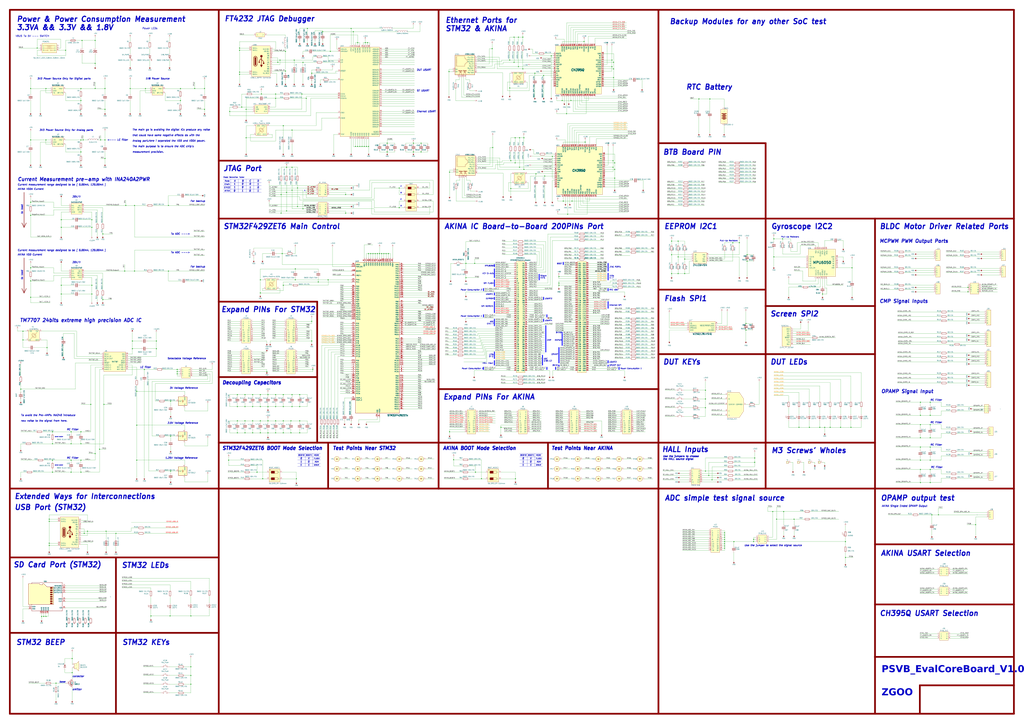
<source format=kicad_sch>
(kicad_sch (version 20230121) (generator eeschema)
  (paper "A0")
  (lib_symbols
    (symbol "16Mhz_Passive_3225_4Pin-Oscillator_1" (pin_names (offset 1.016))
      (property "Reference" "X1" (at -5.08 7.62 0))
      (property "Value" "16Mhz_Passive_3225_4Pin-Oscillator" (at 0 -8.89 0))
      (symbol "16Mhz_Passive_3225_4Pin-Oscillator_1_1_1"
        (pin passive line (at -8.89 -5.08 0) (length 2.54) (name "OSC1") (number "1"))
        (pin passive line (at 8.89 -5.08 180) (length 2.54) (name "GND") (number "2"))
        (pin passive line (at 8.89 5.08 180) (length 2.54) (name "OSC2") (number "3"))
        (pin passive line (at -8.89 5.08 0) (length 2.54) (name "GND") (number "4"))
      )
    )
    (symbol "Device:C" (pin_numbers hide) (pin_names (offset 0.254))
      (property "Reference" "C" (at 0.635 2.54 0))
      (property "Value" "C" (at 0.635 -2.54 0))
      (symbol "C_1_1"
        (pin passive line (at 0 3.81 270) (length 2.794) (name "~") (number "1"))
        (pin passive line (at 0 -3.81 90) (length 2.794) (name "~") (number "2"))
      )
    )
    (symbol "Device:CP1" (pin_numbers hide) (pin_names (offset 0.254) hide)
      (property "Reference" "C" (at 0.635 2.54 0))
      (property "Value" "Device_CP1" (at 0.635 -2.54 0))
      (symbol "CP1_1_1"
        (pin passive line (at 0 3.81 270) (length 2.794) (name "~") (number "1"))
        (pin passive line (at 0 -3.81 90) (length 3.302) (name "~") (number "2"))
      )
    )
    (symbol "Device:Fuse" (pin_numbers hide) (pin_names (offset 0))
      (property "Reference" "F" (at 2.032 0 90))
      (property "Value" "Fuse" (at -1.905 0 90))
      (symbol "Fuse_1_1"
        (pin passive line (at 0 3.81 270) (length 1.27) (name "~") (number "1"))
        (pin passive line (at 0 -3.81 90) (length 1.27) (name "~") (number "2"))
      )
    )
    (symbol "Device:LED" (pin_numbers hide) (pin_names (offset 1.016) hide)
      (property "Reference" "D" (at 0 2.54 0))
      (property "Value" "LED" (at 0 -2.54 0))
      (symbol "LED_1_1"
        (pin passive line (at -3.81 0 0) (length 2.54) (name "K") (number "1"))
        (pin passive line (at 3.81 0 180) (length 2.54) (name "A") (number "2"))
      )
    )
    (symbol "Device:R" (pin_numbers hide) (pin_names (offset 0))
      (property "Reference" "R" (at 2.032 0 90))
      (property "Value" "R" (at 0 0 90))
      (symbol "R_1_1"
        (pin passive line (at 0 3.81 270) (length 1.27) (name "~") (number "1"))
        (pin passive line (at 0 -3.81 90) (length 1.27) (name "~") (number "2"))
      )
    )
    (symbol "Diode:1.5KExxCA" (pin_numbers hide) (pin_names (offset 1.016) hide)
      (property "Reference" "D" (at 0 2.54 0))
      (property "Value" "1.5KExxCA" (at 0 -2.54 0))
      (symbol "1.5KExxCA_1_1"
        (pin passive line (at -3.81 0 0) (length 2.54) (name "A1") (number "1"))
        (pin passive line (at 3.81 0 180) (length 2.54) (name "A2") (number "2"))
      )
    )
    (symbol "Diode:1N4148" (pin_numbers hide) (pin_names (offset 1.016) hide)
      (property "Reference" "D" (at 0 2.54 0))
      (property "Value" "1N4148" (at 0 -2.54 0))
      (symbol "1N4148_1_1"
        (pin passive line (at -3.81 0 0) (length 2.54) (name "K") (number "1"))
        (pin passive line (at 3.81 0 180) (length 2.54) (name "A") (number "2"))
      )
    )
    (symbol "INA240A2PWR_1"
      (property "Reference" "U1" (at -5.08 7.62 0))
      (property "Value" "INA240A2PWR" (at 0 -7.62 0))
      (symbol "INA240A2PWR_1_1_1"
        (pin bidirectional line (at -8.89 3.81 0) (length 2.54) (name "NC") (number "1"))
        (pin power_in line (at -8.89 1.27 0) (length 2.54) (name "IN+") (number "2"))
        (pin power_in line (at -8.89 -1.27 0) (length 2.54) (name "IN-") (number "3"))
        (pin bidirectional line (at -8.89 -3.81 0) (length 2.54) (name "GND") (number "4"))
        (pin power_in line (at 8.89 -3.81 180) (length 2.54) (name "VCC") (number "5"))
        (pin bidirectional line (at 8.89 -1.27 180) (length 2.54) (name "REF2") (number "6"))
        (pin bidirectional line (at 8.89 1.27 180) (length 2.54) (name "REF1") (number "7"))
        (pin power_in line (at 8.89 3.81 180) (length 2.54) (name "OUT") (number "8"))
      )
    )
    (symbol "LED:LD271" (pin_numbers hide) (pin_names (offset 1.016) hide)
      (property "Reference" "D" (at 0.508 1.778 0))
      (property "Value" "LD271" (at -1.016 -2.794 0))
      (symbol "LD271_1_1"
        (pin passive line (at -5.08 0 0) (length 2.54) (name "K") (number "1"))
        (pin passive line (at 2.54 0 180) (length 2.54) (name "A") (number "2"))
      )
    )
    (symbol "MCU_ST_STM32F4:STM32F429ZETx"
      (property "Reference" "U" (at -25.4 90.17 0))
      (property "Value" "STM32F429ZETx" (at 20.32 90.17 0))
      (symbol "STM32F429ZETx_1_1"
        (pin bidirectional line (at -30.48 -30.48 0) (length 5.08) (name "PE2") (number "1"))
        (pin bidirectional line (at -30.48 17.78 0) (length 5.08) (name "PF0") (number "10"))
        (pin bidirectional line (at 30.48 66.04 180) (length 5.08) (name "PA8") (number "100"))
        (pin bidirectional line (at 30.48 63.5 180) (length 5.08) (name "PA9") (number "101"))
        (pin bidirectional line (at 30.48 60.96 180) (length 5.08) (name "PA10") (number "102"))
        (pin bidirectional line (at 30.48 58.42 180) (length 5.08) (name "PA11") (number "103"))
        (pin bidirectional line (at 30.48 55.88 180) (length 5.08) (name "PA12") (number "104"))
        (pin bidirectional line (at 30.48 53.34 180) (length 5.08) (name "PA13") (number "105"))
        (pin power_out line (at -30.48 -71.12 0) (length 5.08) (name "VCAP_2") (number "106"))
        (pin passive line (at 0 -91.44 90) (length 5.08) hide (name "VSS") (number "107"))
        (pin power_in line (at 7.62 93.98 270) (length 5.08) (name "VDD") (number "108"))
        (pin bidirectional line (at 30.48 50.8 180) (length 5.08) (name "PA14") (number "109"))
        (pin bidirectional line (at -30.48 15.24 0) (length 5.08) (name "PF1") (number "11"))
        (pin bidirectional line (at 30.48 48.26 180) (length 5.08) (name "PA15") (number "110"))
        (pin bidirectional line (at 30.48 -25.4 180) (length 5.08) (name "PC10") (number "111"))
        (pin bidirectional line (at 30.48 -27.94 180) (length 5.08) (name "PC11") (number "112"))
        (pin bidirectional line (at 30.48 -30.48 180) (length 5.08) (name "PC12") (number "113"))
        (pin bidirectional line (at 30.48 -43.18 180) (length 5.08) (name "PD0") (number "114"))
        (pin bidirectional line (at 30.48 -45.72 180) (length 5.08) (name "PD1") (number "115"))
        (pin bidirectional line (at 30.48 -48.26 180) (length 5.08) (name "PD2") (number "116"))
        (pin bidirectional line (at 30.48 -50.8 180) (length 5.08) (name "PD3") (number "117"))
        (pin bidirectional line (at 30.48 -53.34 180) (length 5.08) (name "PD4") (number "118"))
        (pin bidirectional line (at 30.48 -55.88 180) (length 5.08) (name "PD5") (number "119"))
        (pin bidirectional line (at -30.48 12.7 0) (length 5.08) (name "PF2") (number "12"))
        (pin passive line (at 0 -91.44 90) (length 5.08) hide (name "VSS") (number "120"))
        (pin power_in line (at 10.16 93.98 270) (length 5.08) (name "VDD") (number "121"))
        (pin bidirectional line (at 30.48 -58.42 180) (length 5.08) (name "PD6") (number "122"))
        (pin bidirectional line (at 30.48 -60.96 180) (length 5.08) (name "PD7") (number "123"))
        (pin bidirectional line (at -30.48 38.1 0) (length 5.08) (name "PG9") (number "124"))
        (pin bidirectional line (at -30.48 35.56 0) (length 5.08) (name "PG10") (number "125"))
        (pin bidirectional line (at -30.48 33.02 0) (length 5.08) (name "PG11") (number "126"))
        (pin bidirectional line (at -30.48 30.48 0) (length 5.08) (name "PG12") (number "127"))
        (pin bidirectional line (at -30.48 27.94 0) (length 5.08) (name "PG13") (number "128"))
        (pin bidirectional line (at -30.48 25.4 0) (length 5.08) (name "PG14") (number "129"))
        (pin bidirectional line (at -30.48 10.16 0) (length 5.08) (name "PF3") (number "13"))
        (pin passive line (at 0 -91.44 90) (length 5.08) hide (name "VSS") (number "130"))
        (pin power_in line (at 12.7 93.98 270) (length 5.08) (name "VDD") (number "131"))
        (pin bidirectional line (at -30.48 22.86 0) (length 5.08) (name "PG15") (number "132"))
        (pin bidirectional line (at 30.48 35.56 180) (length 5.08) (name "PB3") (number "133"))
        (pin bidirectional line (at 30.48 33.02 180) (length 5.08) (name "PB4") (number "134"))
        (pin bidirectional line (at 30.48 30.48 180) (length 5.08) (name "PB5") (number "135"))
        (pin bidirectional line (at 30.48 27.94 180) (length 5.08) (name "PB6") (number "136"))
        (pin bidirectional line (at 30.48 25.4 180) (length 5.08) (name "PB7") (number "137"))
        (pin input line (at -30.48 78.74 0) (length 5.08) (name "BOOT0") (number "138"))
        (pin bidirectional line (at 30.48 22.86 180) (length 5.08) (name "PB8") (number "139"))
        (pin bidirectional line (at -30.48 7.62 0) (length 5.08) (name "PF4") (number "14"))
        (pin bidirectional line (at 30.48 20.32 180) (length 5.08) (name "PB9") (number "140"))
        (pin bidirectional line (at -30.48 -25.4 0) (length 5.08) (name "PE0") (number "141"))
        (pin bidirectional line (at -30.48 -27.94 0) (length 5.08) (name "PE1") (number "142"))
        (pin input line (at -30.48 83.82 0) (length 5.08) (name "PDR_ON") (number "143"))
        (pin power_in line (at 15.24 93.98 270) (length 5.08) (name "VDD") (number "144"))
        (pin bidirectional line (at -30.48 5.08 0) (length 5.08) (name "PF5") (number "15"))
        (pin power_in line (at 0 -91.44 90) (length 5.08) (name "VSS") (number "16"))
        (pin power_in line (at -12.7 93.98 270) (length 5.08) (name "VDD") (number "17"))
        (pin bidirectional line (at -30.48 2.54 0) (length 5.08) (name "PF6") (number "18"))
        (pin bidirectional line (at -30.48 0 0) (length 5.08) (name "PF7") (number "19"))
        (pin bidirectional line (at -30.48 -33.02 0) (length 5.08) (name "PE3") (number "2"))
        (pin bidirectional line (at -30.48 -2.54 0) (length 5.08) (name "PF8") (number "20"))
        (pin bidirectional line (at -30.48 -5.08 0) (length 5.08) (name "PF9") (number "21"))
        (pin bidirectional line (at -30.48 -7.62 0) (length 5.08) (name "PF10") (number "22"))
        (pin bidirectional line (at -30.48 68.58 0) (length 5.08) (name "PH0") (number "23"))
        (pin bidirectional line (at -30.48 66.04 0) (length 5.08) (name "PH1") (number "24"))
        (pin input line (at -30.48 86.36 0) (length 5.08) (name "NRST") (number "25"))
        (pin bidirectional line (at 30.48 0 180) (length 5.08) (name "PC0") (number "26"))
        (pin bidirectional line (at 30.48 -2.54 180) (length 5.08) (name "PC1") (number "27"))
        (pin bidirectional line (at 30.48 -5.08 180) (length 5.08) (name "PC2") (number "28"))
        (pin bidirectional line (at 30.48 -7.62 180) (length 5.08) (name "PC3") (number "29"))
        (pin bidirectional line (at -30.48 -35.56 0) (length 5.08) (name "PE4") (number "3"))
        (pin power_in line (at -10.16 93.98 270) (length 5.08) (name "VDD") (number "30"))
        (pin power_in line (at 2.54 -91.44 90) (length 5.08) (name "VSSA") (number "31"))
        (pin input line (at -30.48 73.66 0) (length 5.08) (name "VREF+") (number "32"))
        (pin power_in line (at 17.78 93.98 270) (length 5.08) (name "VDDA") (number "33"))
        (pin bidirectional line (at 30.48 86.36 180) (length 5.08) (name "PA0") (number "34"))
        (pin bidirectional line (at 30.48 83.82 180) (length 5.08) (name "PA1") (number "35"))
        (pin bidirectional line (at 30.48 81.28 180) (length 5.08) (name "PA2") (number "36"))
        (pin bidirectional line (at 30.48 78.74 180) (length 5.08) (name "PA3") (number "37"))
        (pin passive line (at 0 -91.44 90) (length 5.08) hide (name "VSS") (number "38"))
        (pin power_in line (at -7.62 93.98 270) (length 5.08) (name "VDD") (number "39"))
        (pin bidirectional line (at -30.48 -38.1 0) (length 5.08) (name "PE5") (number "4"))
        (pin bidirectional line (at 30.48 76.2 180) (length 5.08) (name "PA4") (number "40"))
        (pin bidirectional line (at 30.48 73.66 180) (length 5.08) (name "PA5") (number "41"))
        (pin bidirectional line (at 30.48 71.12 180) (length 5.08) (name "PA6") (number "42"))
        (pin bidirectional line (at 30.48 68.58 180) (length 5.08) (name "PA7") (number "43"))
        (pin bidirectional line (at 30.48 -10.16 180) (length 5.08) (name "PC4") (number "44"))
        (pin bidirectional line (at 30.48 -12.7 180) (length 5.08) (name "PC5") (number "45"))
        (pin bidirectional line (at 30.48 43.18 180) (length 5.08) (name "PB0") (number "46"))
        (pin bidirectional line (at 30.48 40.64 180) (length 5.08) (name "PB1") (number "47"))
        (pin bidirectional line (at 30.48 38.1 180) (length 5.08) (name "PB2") (number "48"))
        (pin bidirectional line (at -30.48 -10.16 0) (length 5.08) (name "PF11") (number "49"))
        (pin bidirectional line (at -30.48 -40.64 0) (length 5.08) (name "PE6") (number "5"))
        (pin bidirectional line (at -30.48 -12.7 0) (length 5.08) (name "PF12") (number "50"))
        (pin passive line (at 0 -91.44 90) (length 5.08) hide (name "VSS") (number "51"))
        (pin power_in line (at -5.08 93.98 270) (length 5.08) (name "VDD") (number "52"))
        (pin bidirectional line (at -30.48 -15.24 0) (length 5.08) (name "PF13") (number "53"))
        (pin bidirectional line (at -30.48 -17.78 0) (length 5.08) (name "PF14") (number "54"))
        (pin bidirectional line (at -30.48 -20.32 0) (length 5.08) (name "PF15") (number "55"))
        (pin bidirectional line (at -30.48 60.96 0) (length 5.08) (name "PG0") (number "56"))
        (pin bidirectional line (at -30.48 58.42 0) (length 5.08) (name "PG1") (number "57"))
        (pin bidirectional line (at -30.48 -43.18 0) (length 5.08) (name "PE7") (number "58"))
        (pin bidirectional line (at -30.48 -45.72 0) (length 5.08) (name "PE8") (number "59"))
        (pin power_in line (at -15.24 93.98 270) (length 5.08) (name "VBAT") (number "6"))
        (pin bidirectional line (at -30.48 -48.26 0) (length 5.08) (name "PE9") (number "60"))
        (pin passive line (at 0 -91.44 90) (length 5.08) hide (name "VSS") (number "61"))
        (pin power_in line (at -2.54 93.98 270) (length 5.08) (name "VDD") (number "62"))
        (pin bidirectional line (at -30.48 -50.8 0) (length 5.08) (name "PE10") (number "63"))
        (pin bidirectional line (at -30.48 -53.34 0) (length 5.08) (name "PE11") (number "64"))
        (pin bidirectional line (at -30.48 -55.88 0) (length 5.08) (name "PE12") (number "65"))
        (pin bidirectional line (at -30.48 -58.42 0) (length 5.08) (name "PE13") (number "66"))
        (pin bidirectional line (at -30.48 -60.96 0) (length 5.08) (name "PE14") (number "67"))
        (pin bidirectional line (at -30.48 -63.5 0) (length 5.08) (name "PE15") (number "68"))
        (pin bidirectional line (at 30.48 17.78 180) (length 5.08) (name "PB10") (number "69"))
        (pin bidirectional line (at 30.48 -33.02 180) (length 5.08) (name "PC13") (number "7"))
        (pin bidirectional line (at 30.48 15.24 180) (length 5.08) (name "PB11") (number "70"))
        (pin power_out line (at -30.48 -68.58 0) (length 5.08) (name "VCAP_1") (number "71"))
        (pin power_in line (at 0 93.98 270) (length 5.08) (name "VDD") (number "72"))
        (pin bidirectional line (at 30.48 12.7 180) (length 5.08) (name "PB12") (number "73"))
        (pin bidirectional line (at 30.48 10.16 180) (length 5.08) (name "PB13") (number "74"))
        (pin bidirectional line (at 30.48 7.62 180) (length 5.08) (name "PB14") (number "75"))
        (pin bidirectional line (at 30.48 5.08 180) (length 5.08) (name "PB15") (number "76"))
        (pin bidirectional line (at 30.48 -63.5 180) (length 5.08) (name "PD8") (number "77"))
        (pin bidirectional line (at 30.48 -66.04 180) (length 5.08) (name "PD9") (number "78"))
        (pin bidirectional line (at 30.48 -68.58 180) (length 5.08) (name "PD10") (number "79"))
        (pin bidirectional line (at 30.48 -35.56 180) (length 5.08) (name "PC14") (number "8"))
        (pin bidirectional line (at 30.48 -71.12 180) (length 5.08) (name "PD11") (number "80"))
        (pin bidirectional line (at 30.48 -73.66 180) (length 5.08) (name "PD12") (number "81"))
        (pin bidirectional line (at 30.48 -76.2 180) (length 5.08) (name "PD13") (number "82"))
        (pin passive line (at 0 -91.44 90) (length 5.08) hide (name "VSS") (number "83"))
        (pin power_in line (at 2.54 93.98 270) (length 5.08) (name "VDD") (number "84"))
        (pin bidirectional line (at 30.48 -78.74 180) (length 5.08) (name "PD14") (number "85"))
        (pin bidirectional line (at 30.48 -81.28 180) (length 5.08) (name "PD15") (number "86"))
        (pin bidirectional line (at -30.48 55.88 0) (length 5.08) (name "PG2") (number "87"))
        (pin bidirectional line (at -30.48 53.34 0) (length 5.08) (name "PG3") (number "88"))
        (pin bidirectional line (at -30.48 50.8 0) (length 5.08) (name "PG4") (number "89"))
        (pin bidirectional line (at 30.48 -38.1 180) (length 5.08) (name "PC15") (number "9"))
        (pin bidirectional line (at -30.48 48.26 0) (length 5.08) (name "PG5") (number "90"))
        (pin bidirectional line (at -30.48 45.72 0) (length 5.08) (name "PG6") (number "91"))
        (pin bidirectional line (at -30.48 43.18 0) (length 5.08) (name "PG7") (number "92"))
        (pin bidirectional line (at -30.48 40.64 0) (length 5.08) (name "PG8") (number "93"))
        (pin passive line (at 0 -91.44 90) (length 5.08) hide (name "VSS") (number "94"))
        (pin power_in line (at 5.08 93.98 270) (length 5.08) (name "VDD") (number "95"))
        (pin bidirectional line (at 30.48 -15.24 180) (length 5.08) (name "PC6") (number "96"))
        (pin bidirectional line (at 30.48 -17.78 180) (length 5.08) (name "PC7") (number "97"))
        (pin bidirectional line (at 30.48 -20.32 180) (length 5.08) (name "PC8") (number "98"))
        (pin bidirectional line (at 30.48 -22.86 180) (length 5.08) (name "PC9") (number "99"))
      )
    )
    (symbol "PUTUO-MCU:S9013" (pin_names (offset 1.016))
      (property "Reference" "Q1" (at -11.176 2.54 0))
      (property "Value" "PUTUO-MCU_S9013" (at -9.144 -2.54 0))
      (symbol "S9013_1_1"
        (pin passive line (at -6.604 0 0) (length 5.715) (name "B") (number "1"))
        (pin passive line (at 1.016 -5.08 90) (length 2.54) (name "E") (number "2"))
        (pin passive line (at 1.016 5.08 270) (length 2.54) (name "C") (number "3"))
      )
    )
    (symbol "PutuoEvalBoard-rescue:2.4In_TFT_Screen-PUTUO-MCU" (pin_names (offset 1.016))
      (property "Reference" "P1" (at -8.89 12.7 0))
      (property "Value" "2.4In_TFT_Screen-PUTUO-MCU" (at -4.826 -12.446 0))
      (symbol "2.4In_TFT_Screen-PUTUO-MCU_1_1"
        (pin power_in line (at 2.54 8.89 180) (length 2.54) (name "GND") (number "1"))
        (pin power_in line (at 2.54 6.35 180) (length 2.54) (name "VCC") (number "2"))
        (pin input line (at 2.54 3.81 180) (length 2.54) (name "SCL") (number "3"))
        (pin input line (at 2.54 1.27 180) (length 2.54) (name "SDA") (number "4"))
        (pin input line (at 2.54 -1.27 180) (length 2.54) (name "~{RESET}") (number "5"))
        (pin input line (at 2.54 -3.81 180) (length 2.54) (name "D/C") (number "6"))
        (pin input line (at 2.54 -6.35 180) (length 2.54) (name "CS") (number "7"))
        (pin input line (at 2.54 -8.89 180) (length 2.54) (name "BLK") (number "8"))
      )
    )
    (symbol "PutuoEvalBoard-rescue:24LC64ISN-PUTUO-MCU" (pin_names (offset 1.016))
      (property "Reference" "U1" (at -6.35 7.62 0))
      (property "Value" "24LC64ISN-PUTUO-MCU" (at 0 -7.62 0))
      (symbol "24LC64ISN-PUTUO-MCU_1_1"
        (pin input line (at -10.16 3.81 0) (length 2.54) (name "A0") (number "1"))
        (pin input line (at -10.16 1.27 0) (length 2.54) (name "A1") (number "2"))
        (pin input line (at -10.16 -1.27 0) (length 2.54) (name "A2") (number "3"))
        (pin power_in line (at -10.16 -3.81 0) (length 2.54) (name "VSS") (number "4"))
        (pin bidirectional line (at 10.16 -3.81 180) (length 2.54) (name "SDA") (number "5"))
        (pin bidirectional line (at 10.16 -1.27 180) (length 2.54) (name "SCL") (number "6"))
        (pin bidirectional line (at 10.16 1.27 180) (length 2.54) (name "WP") (number "7"))
        (pin power_in line (at 10.16 3.81 180) (length 2.54) (name "VCC") (number "8"))
      )
    )
    (symbol "PutuoEvalBoard-rescue:5Axises_KEY-PUTUO-MCU" (pin_names (offset 1.016))
      (property "Reference" "KEY1" (at -12.7 5.08 0))
      (property "Value" "5Axises_KEY-PUTUO-MCU" (at 21.59 -16.51 0))
      (symbol "5Axises_KEY-PUTUO-MCU_1_1"
        (pin passive line (at -11.43 -16.51 90) (length 2.54) (name "A") (number "1"))
        (pin passive line (at -6.35 -16.51 90) (length 2.54) (name "B") (number "2"))
        (pin passive line (at 7.62 -16.51 90) (length 2.54) (name "C") (number "3"))
        (pin passive line (at 0 7.62 270) (length 2.54) (name "COMMON") (number "4"))
        (pin passive line (at 12.7 -16.51 90) (length 2.54) (name "D") (number "5"))
        (pin passive line (at 0 -16.51 90) (length 2.54) (name "CENTER") (number "6"))
      )
    )
    (symbol "PutuoEvalBoard-rescue:93LC56BT-IOT-PUTUO-MCU" (pin_names (offset 1.016))
      (property "Reference" "U1" (at -6.35 6.35 0))
      (property "Value" "93LC56BT-IOT-PUTUO-MCU" (at 0 -6.35 0))
      (symbol "93LC56BT-IOT-PUTUO-MCU_1_1"
        (pin passive line (at -10.16 2.54 0) (length 2.54) (name "DO") (number "1"))
        (pin passive line (at -10.16 0 0) (length 2.54) (name "VSS") (number "2"))
        (pin passive line (at -10.16 -2.54 0) (length 2.54) (name "DI") (number "3"))
        (pin passive line (at 10.16 -2.54 180) (length 2.54) (name "CLK") (number "4"))
        (pin passive line (at 10.16 0 180) (length 2.54) (name "CS") (number "5"))
        (pin passive line (at 10.16 2.54 180) (length 2.54) (name "VCC") (number "6"))
      )
    )
    (symbol "PutuoEvalBoard-rescue:BUZZER-PUTUO-MCU" (pin_names (offset 1.016))
      (property "Reference" "BEEP" (at -3.81 5.08 0))
      (property "Value" "BUZZER-PUTUO-MCU" (at -3.81 -6.35 0))
      (symbol "BUZZER-PUTUO-MCU_1_1"
        (pin power_in line (at -5.08 1.27 0) (length 2.54) (name "+") (number "1"))
        (pin power_in line (at -5.08 -2.54 0) (length 2.54) (name "-") (number "2"))
      )
    )
    (symbol "PutuoEvalBoard-rescue:CR1220-2-PUTUO-MCU" (pin_names (offset 1.016))
      (property "Reference" "B1" (at -6.35 5.08 0))
      (property "Value" "CR1220-2-PUTUO-MCU" (at 0 -5.08 0))
      (symbol "CR1220-2-PUTUO-MCU_1_1"
        (pin passive line (at -10.16 0 0) (length 2.54) (name "+") (number "1"))
        (pin passive line (at 11.43 0 180) (length 2.54) (name "-") (number "2"))
      )
    )
    (symbol "PutuoEvalBoard-rescue:PIN10-PUTUO-MCU" (pin_names (offset 1.016))
      (property "Reference" "J1" (at -4.572 8.636 0))
      (property "Value" "PIN10-PUTUO-MCU" (at 0 -8.636 0))
      (symbol "PIN10-PUTUO-MCU_1_1"
        (pin input line (at -7.62 5.08 0) (length 2.54) (name "1") (number "1"))
        (pin input line (at 7.62 -5.08 180) (length 2.54) (name "10") (number "10"))
        (pin input line (at 7.62 5.08 180) (length 2.54) (name "2") (number "2"))
        (pin input line (at -7.62 2.54 0) (length 2.54) (name "3") (number "3"))
        (pin input line (at 7.62 2.54 180) (length 2.54) (name "4") (number "4"))
        (pin input line (at -7.62 0 0) (length 2.54) (name "5") (number "5"))
        (pin input line (at 7.62 0 180) (length 2.54) (name "6") (number "6"))
        (pin input line (at -7.62 -2.54 0) (length 2.54) (name "7") (number "7"))
        (pin input line (at 7.62 -2.54 180) (length 2.54) (name "8") (number "8"))
        (pin input line (at -7.62 -5.08 0) (length 2.54) (name "9") (number "9"))
      )
    )
    (symbol "PutuoEvalBoard-rescue:PIN2-PUTUO-MCU" (pin_names (offset 1.016))
      (property "Reference" "J1" (at -4.064 3.556 0))
      (property "Value" "PIN2-PUTUO-MCU" (at 0.254 -3.81 0))
      (symbol "PIN2-PUTUO-MCU_1_1"
        (pin input line (at -7.62 0 0) (length 2.54) (name "1") (number "1"))
        (pin input line (at 7.62 0 180) (length 2.54) (name "2") (number "2"))
      )
    )
    (symbol "PutuoEvalBoard-rescue:SW_SELF_LOCK_5.8mm-5.8mm-10mm-Switch" (pin_names (offset 1.016))
      (property "Reference" "SW1" (at -6.604 6.604 0))
      (property "Value" "SW_SELF_LOCK_5.8mm-5.8mm-10mm-Switch" (at 1.524 -7.112 0))
      (symbol "SW_SELF_LOCK_5.8mm-5.8mm-10mm-Switch_1_1"
        (pin passive line (at -10.922 2.54 0) (length 2.54) (name "1") (number "1"))
        (pin passive line (at -10.922 0 0) (length 2.54) (name "2") (number "2"))
        (pin passive line (at -10.922 -2.54 0) (length 2.54) (name "3") (number "3"))
        (pin passive line (at 11.176 2.54 180) (length 2.54) (name "4") (number "4"))
        (pin passive line (at 11.176 0 180) (length 2.54) (name "5") (number "5"))
        (pin passive line (at 11.176 -2.54 180) (length 2.54) (name "6") (number "6"))
      )
    )
    (symbol "PutuoEvalBoard-rescue:SW_SMD_2P-2.54mm-Switch" (pin_names (offset 1.016))
      (property "Reference" "SW1" (at -11.176 1.524 0))
      (property "Value" "SW_SMD_2P-2.54mm-Switch" (at -18.288 -1.778 0))
      (symbol "SW_SMD_2P-2.54mm-Switch_1_1"
        (pin passive line (at -3.81 -8.89 90) (length 2.54) (name "1") (number "1"))
        (pin passive line (at 3.81 -8.89 90) (length 2.54) (name "2") (number "2"))
        (pin passive line (at 3.81 8.89 270) (length 2.54) (name "3") (number "3"))
        (pin passive line (at -3.81 8.89 270) (length 2.54) (name "4") (number "4"))
      )
    )
    (symbol "PutuoEvalBoard-rescue:W25Q128JVSIQ-PUTUO-MCU" (pin_names (offset 1.016))
      (property "Reference" "U1" (at -13.97 7.62 0))
      (property "Value" "W25Q128JVSIQ-PUTUO-MCU" (at 0 -7.62 0))
      (symbol "W25Q128JVSIQ-PUTUO-MCU_1_1"
        (pin input line (at -17.78 3.81 0) (length 2.54) (name "~{CS}") (number "1"))
        (pin output line (at -17.78 1.27 0) (length 2.54) (name "DO(IO1)") (number "2"))
        (pin input line (at -17.78 -1.27 0) (length 2.54) (name "~{WP}(IO2)") (number "3"))
        (pin power_in line (at -17.78 -3.81 0) (length 2.54) (name "GND") (number "4"))
        (pin bidirectional line (at 17.78 -3.81 180) (length 2.54) (name "DI(IO0)") (number "5"))
        (pin bidirectional line (at 17.78 -1.27 180) (length 2.54) (name "CLK") (number "6"))
        (pin bidirectional line (at 17.78 1.27 180) (length 2.54) (name "~{HOLD/RESET}(IO3)") (number "7"))
        (pin power_in line (at 17.78 3.81 180) (length 2.54) (name "VCC") (number "8"))
      )
    )
    (symbol "PutuoEvalBoard:MPU6050-PUTUO-MCU" (pin_names (offset 1.016))
      (property "Reference" "U1" (at -13.97 16.51 0))
      (property "Value" "MPU6050-PUTUO-MCU" (at -17.78 -20.32 0))
      (symbol "MPU6050-PUTUO-MCU_1_1"
        (pin input line (at -17.78 6.35 0) (length 2.54) (name "CLKIN") (number "1"))
        (pin input line (at 1.27 -19.05 90) (length 2.54) (name "REGOUT") (number "10"))
        (pin input line (at 3.81 -19.05 90) (length 2.54) (name "FSYNC") (number "11"))
        (pin input line (at 6.35 -19.05 90) (length 2.54) (name "INT") (number "12"))
        (pin input line (at 19.05 -6.35 180) (length 2.54) (name "VDD") (number "13"))
        (pin input line (at 19.05 -3.81 180) (length 2.54) (name "NC") (number "14"))
        (pin input line (at 19.05 -1.27 180) (length 2.54) (name "NC") (number "15"))
        (pin input line (at 19.05 1.27 180) (length 2.54) (name "NC") (number "16"))
        (pin input line (at 19.05 3.81 180) (length 2.54) (name "NC") (number "17"))
        (pin input line (at 19.05 6.35 180) (length 2.54) (name "GND") (number "18"))
        (pin input line (at 6.35 17.78 270) (length 2.54) (name "RESV") (number "19"))
        (pin input line (at -17.78 3.81 0) (length 2.54) (name "NC") (number "2"))
        (pin output line (at 3.81 17.78 270) (length 2.54) (name "CPOUT") (number "20"))
        (pin input line (at 1.27 17.78 270) (length 2.54) (name "RESV") (number "21"))
        (pin output line (at -1.27 17.78 270) (length 2.54) (name "CLKOUT") (number "22"))
        (pin input line (at -3.81 17.78 270) (length 2.54) (name "SCL") (number "23"))
        (pin input line (at -6.35 17.78 270) (length 2.54) (name "SDA") (number "24"))
        (pin input line (at -17.78 1.27 0) (length 2.54) (name "NC") (number "3"))
        (pin input line (at -17.78 -1.27 0) (length 2.54) (name "NC") (number "4"))
        (pin input line (at -17.78 -3.81 0) (length 2.54) (name "NC") (number "5"))
        (pin input line (at -17.78 -6.35 0) (length 2.54) (name "AUX_DA") (number "6"))
        (pin input line (at -6.35 -19.05 90) (length 2.54) (name "AUX_CL") (number "7"))
        (pin input line (at -3.81 -19.05 90) (length 2.54) (name "VLOGIC") (number "8"))
        (pin input line (at -1.27 -19.05 90) (length 2.54) (name "AD0") (number "9"))
      )
    )
    (symbol "RJ45_HanRun_HR911105A_1"
      (property "Reference" "ETH1" (at -8.89 12.7 0))
      (property "Value" "HR911105A" (at 6.35 12.7 0))
      (symbol "RJ45_HanRun_HR911105A_1_1_0"
        (text "Green" (at 0 -6.604 0) (effects (font (size 1 1) bold)))
        (text "Yellow" (at -5.334 -6.604 0) (effects (font (size 1 1) bold)))
      )
      (symbol "RJ45_HanRun_HR911105A_1_1_1"
        (pin passive line (at 13.97 8.89 180) (length 2.54) (name "P1/TD+") (number "1"))
        (pin passive line (at -1.27 -13.97 90) (length 2.54) (name "~") (number "10"))
        (pin passive line (at -3.81 -13.97 90) (length 2.54) (name "~") (number "11"))
        (pin passive line (at -6.35 -13.97 90) (length 2.54) (name "~") (number "12"))
        (pin passive line (at -13.97 -5.08 0) (length 2.54) (name "SH") (number "13"))
        (pin passive line (at -13.97 -7.62 0) (length 2.54) (name "SH") (number "14"))
        (pin passive line (at 13.97 6.35 180) (length 2.54) (name "P2/TD-") (number "2"))
        (pin passive line (at 13.97 3.81 180) (length 2.54) (name "P3/RD+") (number "3"))
        (pin passive line (at 13.97 1.27 180) (length 2.54) (name "P4/CT") (number "4"))
        (pin passive line (at 13.97 -1.27 180) (length 2.54) (name "P5/CT") (number "5"))
        (pin passive line (at 13.97 -3.81 180) (length 2.54) (name "P6/RD-") (number "6"))
        (pin passive line (at 13.97 -6.35 180) (length 2.54) (name "P7/NC") (number "7"))
        (pin passive line (at 13.97 -8.89 180) (length 2.54) (name "P8/GND") (number "8"))
        (pin passive line (at 1.27 -13.97 90) (length 2.54) (name "~") (number "9"))
      )
    )
    (symbol "Reference_Voltage:REF3012" (pin_names (offset 0.254))
      (property "Reference" "U" (at 0 6.35 0))
      (property "Value" "REF3012" (at 2.54 -6.35 0))
      (symbol "REF3012_1_1"
        (pin power_in line (at -2.54 7.62 270) (length 2.54) (name "IN") (number "1"))
        (pin power_out line (at 7.62 0 180) (length 2.54) (name "OUT") (number "2"))
        (pin power_in line (at -2.54 -7.62 90) (length 2.54) (name "GND") (number "3"))
      )
    )
    (symbol "Reference_Voltage:REF3025" (pin_names (offset 0.254))
      (property "Reference" "U" (at 0 6.35 0))
      (property "Value" "REF3025" (at 2.54 -6.35 0))
      (symbol "REF3025_1_1"
        (pin power_in line (at -2.54 7.62 270) (length 2.54) (name "IN") (number "1"))
        (pin power_out line (at 7.62 0 180) (length 2.54) (name "OUT") (number "2"))
        (pin power_in line (at -2.54 -7.62 90) (length 2.54) (name "GND") (number "3"))
      )
    )
    (symbol "Reference_Voltage:REF3030" (pin_names (offset 0.254))
      (property "Reference" "U" (at 0 6.35 0))
      (property "Value" "REF3030" (at 2.54 -6.35 0))
      (symbol "REF3030_1_1"
        (pin power_in line (at -2.54 7.62 270) (length 2.54) (name "IN") (number "1"))
        (pin power_out line (at 7.62 0 180) (length 2.54) (name "OUT") (number "2"))
        (pin power_in line (at -2.54 -7.62 90) (length 2.54) (name "GND") (number "3"))
      )
    )
    (symbol "Sensor_Optical:A1050" (pin_numbers hide) (pin_names (offset 0))
      (property "Reference" "R" (at -5.08 0 90))
      (property "Value" "A1050" (at 1.905 0 90))
      (symbol "A1050_1_1"
        (pin passive line (at 0 3.81 270) (length 1.27) (name "~") (number "1"))
        (pin passive line (at 0 -3.81 90) (length 1.27) (name "~") (number "2"))
      )
    )
    (symbol "Switch:SW_Push" (pin_numbers hide) (pin_names (offset 1.016) hide)
      (property "Reference" "SW" (at 1.27 2.54 0))
      (property "Value" "SW_Push" (at 0 -1.524 0))
      (symbol "SW_Push_0_1"
        (pin passive line (at -5.08 0 0) (length 2.54) (name "1") (number "1"))
        (pin passive line (at 5.08 0 180) (length 2.54) (name "2") (number "2"))
      )
    )
    (symbol "power:+1V8" (power) (pin_names (offset 0))
      (property "Value" "+1V8" (at 0 3.556 0))
      (symbol "+1V8_1_1"
        (pin power_in line (at 0 0 90) (length 0) hide (name "+1V8") (number "1"))
      )
    )
    (symbol "power:+3.3V" (power) (pin_names (offset 0))
      (property "Value" "+3.3V" (at 0 3.556 0))
      (symbol "+3.3V_1_1"
        (pin power_in line (at 0 0 90) (length 0) hide (name "+3V3") (number "1"))
      )
    )
    (symbol "power:+3.3VA" (power) (pin_names (offset 0))
      (property "Value" "+3.3VA" (at 0 3.556 0))
      (symbol "+3.3VA_1_1"
        (pin power_in line (at 0 0 90) (length 0) hide (name "+3.3VA") (number "1"))
      )
    )
    (symbol "power:+5V" (power) (pin_names (offset 0))
      (property "Value" "+5V" (at 0 3.556 0))
      (symbol "+5V_1_1"
        (pin power_in line (at 0 0 90) (length 0) hide (name "+5V") (number "1"))
      )
    )
    (symbol "power:VSS" (power) (pin_names (offset 0))
      (property "Value" "VSS" (at 0 3.81 0))
      (symbol "VSS_1_1"
        (pin power_in line (at 0 0 90) (length 0) hide (name "VSS") (number "1"))
      )
    )
    (symbol "pspice:INDUCTOR" (pin_numbers hide) (pin_names (offset 0))
      (property "Reference" "L" (at 0 2.54 0))
      (property "Value" "INDUCTOR" (at 0 -1.27 0))
      (symbol "INDUCTOR_1_1"
        (pin input line (at -6.35 0 0) (length 1.27) (name "1") (number "1"))
        (pin input line (at 6.35 0 180) (length 1.27) (name "2") (number "2"))
      )
    )
    (symbol "zgoolib:12Mhz_Passive_3225_4PIN-Oscillator" (pin_names (offset 1.016))
      (property "Reference" "X1" (at -5.08 7.62 0))
      (property "Value" "12Mhz_Passive_3225_4PIN-Oscillator" (at 0 -7.62 0))
      (symbol "12Mhz_Passive_3225_4PIN-Oscillator_1_1"
        (pin passive line (at -8.89 -5.08 0) (length 2.54) (name "OSC1") (number "1"))
        (pin passive line (at 8.89 -5.08 180) (length 2.54) (name "GND") (number "2"))
        (pin passive line (at 8.89 5.08 180) (length 2.54) (name "OSC2") (number "3"))
        (pin passive line (at -8.89 5.08 0) (length 2.54) (name "GND") (number "4"))
      )
    )
    (symbol "zgoolib:16Mhz_Passive_3225_4Pin-Oscillator" (pin_names (offset 1.016))
      (property "Reference" "X1" (at -5.08 7.62 0))
      (property "Value" "16Mhz_Passive_3225_4Pin-Oscillator" (at 0 -8.89 0))
      (symbol "16Mhz_Passive_3225_4Pin-Oscillator_1_1"
        (pin passive line (at -8.89 -5.08 0) (length 2.54) (name "OSC1") (number "1"))
        (pin passive line (at 8.89 -5.08 180) (length 2.54) (name "GND") (number "2"))
        (pin passive line (at 8.89 5.08 180) (length 2.54) (name "OSC2") (number "3"))
        (pin passive line (at -8.89 5.08 0) (length 2.54) (name "GND") (number "4"))
      )
    )
    (symbol "zgoolib:2.4576Mhz_Sourced_7050_4PIN-Oscillator"
      (property "Reference" "X1" (at -5.08 7.62 0))
      (symbol "2.4576Mhz_Sourced_7050_4PIN-Oscillator_1_1"
        (pin passive line (at -8.89 -5.08 0) (length 2.54) (name "OE") (number "1"))
        (pin passive line (at 8.89 -5.08 180) (length 2.54) (name "GND") (number "2"))
        (pin passive line (at 8.89 5.08 180) (length 2.54) (name "OUT") (number "3"))
        (pin passive line (at -8.89 5.08 0) (length 2.54) (name "VDD") (number "4"))
      )
    )
    (symbol "zgoolib:BTB100PINx2_IC_Adapter"
      (property "Reference" "BTB100x2" (at -35.56 66.04 0))
      (property "Value" "BTB100PINx2_IC_Adapter" (at 35.56 -68.58 0))
      (symbol "BTB100PINx2_IC_Adapter_1_1"
        (pin input line (at -43.18 60.96 0) (length 2.54) (name "1") (number "1"))
        (pin input line (at -43.18 38.1 0) (length 2.54) (name "10") (number "10"))
        (pin input line (at -27.94 -63.5 180) (length 2.54) (name "100") (number "100"))
        (pin input line (at 27.94 60.96 0) (length 2.54) (name "101") (number "101"))
        (pin input line (at 27.94 58.42 0) (length 2.54) (name "102") (number "102"))
        (pin input line (at 27.94 55.88 0) (length 2.54) (name "103") (number "103"))
        (pin input line (at 27.94 53.34 0) (length 2.54) (name "104") (number "104"))
        (pin input line (at 27.94 50.8 0) (length 2.54) (name "105") (number "105"))
        (pin input line (at 27.94 48.26 0) (length 2.54) (name "106") (number "106"))
        (pin input line (at 27.94 45.72 0) (length 2.54) (name "107") (number "107"))
        (pin input line (at 27.94 43.18 0) (length 2.54) (name "108") (number "108"))
        (pin input line (at 27.94 40.64 0) (length 2.54) (name "109") (number "109"))
        (pin input line (at -43.18 35.56 0) (length 2.54) (name "11") (number "11"))
        (pin input line (at 27.94 38.1 0) (length 2.54) (name "110") (number "110"))
        (pin input line (at 27.94 35.56 0) (length 2.54) (name "111") (number "111"))
        (pin input line (at 27.94 33.02 0) (length 2.54) (name "112") (number "112"))
        (pin input line (at 27.94 30.48 0) (length 2.54) (name "113") (number "113"))
        (pin input line (at 27.94 27.94 0) (length 2.54) (name "114") (number "114"))
        (pin input line (at 27.94 25.4 0) (length 2.54) (name "115") (number "115"))
        (pin input line (at 27.94 22.86 0) (length 2.54) (name "116") (number "116"))
        (pin input line (at 27.94 20.32 0) (length 2.54) (name "117") (number "117"))
        (pin input line (at 27.94 17.78 0) (length 2.54) (name "118") (number "118"))
        (pin input line (at 27.94 15.24 0) (length 2.54) (name "119") (number "119"))
        (pin input line (at -43.18 33.02 0) (length 2.54) (name "12") (number "12"))
        (pin input line (at 27.94 12.7 0) (length 2.54) (name "120") (number "120"))
        (pin input line (at 27.94 10.16 0) (length 2.54) (name "121") (number "121"))
        (pin input line (at 27.94 7.62 0) (length 2.54) (name "122") (number "122"))
        (pin input line (at 27.94 5.08 0) (length 2.54) (name "123") (number "123"))
        (pin input line (at 27.94 2.54 0) (length 2.54) (name "124") (number "124"))
        (pin input line (at 27.94 0 0) (length 2.54) (name "125") (number "125"))
        (pin input line (at 27.94 -2.54 0) (length 2.54) (name "126") (number "126"))
        (pin input line (at 27.94 -5.08 0) (length 2.54) (name "127") (number "127"))
        (pin input line (at 27.94 -7.62 0) (length 2.54) (name "128") (number "128"))
        (pin input line (at 27.94 -10.16 0) (length 2.54) (name "129") (number "129"))
        (pin input line (at -43.18 30.48 0) (length 2.54) (name "13") (number "13"))
        (pin input line (at 27.94 -12.7 0) (length 2.54) (name "130") (number "130"))
        (pin input line (at 27.94 -15.24 0) (length 2.54) (name "131") (number "131"))
        (pin input line (at 27.94 -17.78 0) (length 2.54) (name "132") (number "132"))
        (pin input line (at 27.94 -20.32 0) (length 2.54) (name "133") (number "133"))
        (pin input line (at 27.94 -22.86 0) (length 2.54) (name "134") (number "134"))
        (pin input line (at 27.94 -25.4 0) (length 2.54) (name "135") (number "135"))
        (pin input line (at 27.94 -27.94 0) (length 2.54) (name "136") (number "136"))
        (pin input line (at 27.94 -30.48 0) (length 2.54) (name "137") (number "137"))
        (pin input line (at 27.94 -33.02 0) (length 2.54) (name "138") (number "138"))
        (pin input line (at 27.94 -35.56 0) (length 2.54) (name "139") (number "139"))
        (pin input line (at -43.18 27.94 0) (length 2.54) (name "14") (number "14"))
        (pin input line (at 27.94 -38.1 0) (length 2.54) (name "140") (number "140"))
        (pin input line (at 27.94 -40.64 0) (length 2.54) (name "141") (number "141"))
        (pin input line (at 27.94 -43.18 0) (length 2.54) (name "142") (number "142"))
        (pin input line (at 27.94 -45.72 0) (length 2.54) (name "143") (number "143"))
        (pin input line (at 27.94 -48.26 0) (length 2.54) (name "144") (number "144"))
        (pin input line (at 27.94 -50.8 0) (length 2.54) (name "145") (number "145"))
        (pin input line (at 27.94 -53.34 0) (length 2.54) (name "146") (number "146"))
        (pin input line (at 27.94 -55.88 0) (length 2.54) (name "147") (number "147"))
        (pin input line (at 27.94 -58.42 0) (length 2.54) (name "148") (number "148"))
        (pin input line (at 27.94 -60.96 0) (length 2.54) (name "149") (number "149"))
        (pin input line (at -43.18 25.4 0) (length 2.54) (name "15") (number "15"))
        (pin input line (at 27.94 -63.5 0) (length 2.54) (name "150") (number "150"))
        (pin input line (at 43.18 60.96 180) (length 2.54) (name "151") (number "151"))
        (pin input line (at 43.18 58.42 180) (length 2.54) (name "152") (number "152"))
        (pin input line (at 43.18 55.88 180) (length 2.54) (name "153") (number "153"))
        (pin input line (at 43.18 53.34 180) (length 2.54) (name "154") (number "154"))
        (pin input line (at 43.18 50.8 180) (length 2.54) (name "155") (number "155"))
        (pin input line (at 43.18 48.26 180) (length 2.54) (name "156") (number "156"))
        (pin input line (at 43.18 45.72 180) (length 2.54) (name "157") (number "157"))
        (pin input line (at 43.18 43.18 180) (length 2.54) (name "158") (number "158"))
        (pin input line (at 43.18 40.64 180) (length 2.54) (name "159") (number "159"))
        (pin input line (at -43.18 22.86 0) (length 2.54) (name "16") (number "16"))
        (pin input line (at 43.18 38.1 180) (length 2.54) (name "160") (number "160"))
        (pin input line (at 43.18 35.56 180) (length 2.54) (name "161") (number "161"))
        (pin input line (at 43.18 33.02 180) (length 2.54) (name "162") (number "162"))
        (pin input line (at 43.18 30.48 180) (length 2.54) (name "163") (number "163"))
        (pin input line (at 43.18 27.94 180) (length 2.54) (name "164") (number "164"))
        (pin input line (at 43.18 25.4 180) (length 2.54) (name "165") (number "165"))
        (pin input line (at 43.18 22.86 180) (length 2.54) (name "166") (number "166"))
        (pin input line (at 43.18 20.32 180) (length 2.54) (name "167") (number "167"))
        (pin input line (at 43.18 17.78 180) (length 2.54) (name "168") (number "168"))
        (pin input line (at 43.18 15.24 180) (length 2.54) (name "169") (number "169"))
        (pin input line (at -43.18 20.32 0) (length 2.54) (name "17") (number "17"))
        (pin input line (at 43.18 12.7 180) (length 2.54) (name "170") (number "170"))
        (pin input line (at 43.18 10.16 180) (length 2.54) (name "171") (number "171"))
        (pin input line (at 43.18 7.62 180) (length 2.54) (name "172") (number "172"))
        (pin input line (at 43.18 5.08 180) (length 2.54) (name "173") (number "173"))
        (pin input line (at 43.18 2.54 180) (length 2.54) (name "174") (number "174"))
        (pin input line (at 43.18 0 180) (length 2.54) (name "175") (number "175"))
        (pin input line (at 43.18 -2.54 180) (length 2.54) (name "176") (number "176"))
        (pin input line (at 43.18 -5.08 180) (length 2.54) (name "177") (number "177"))
        (pin input line (at 43.18 -7.62 180) (length 2.54) (name "178") (number "178"))
        (pin input line (at 43.18 -10.16 180) (length 2.54) (name "179") (number "179"))
        (pin input line (at -43.18 17.78 0) (length 2.54) (name "18") (number "18"))
        (pin input line (at 43.18 -12.7 180) (length 2.54) (name "180") (number "180"))
        (pin input line (at 43.18 -15.24 180) (length 2.54) (name "181") (number "181"))
        (pin input line (at 43.18 -17.78 180) (length 2.54) (name "182") (number "182"))
        (pin input line (at 43.18 -20.32 180) (length 2.54) (name "183") (number "183"))
        (pin input line (at 43.18 -22.86 180) (length 2.54) (name "184") (number "184"))
        (pin input line (at 43.18 -25.4 180) (length 2.54) (name "185") (number "185"))
        (pin input line (at 43.18 -27.94 180) (length 2.54) (name "186") (number "186"))
        (pin input line (at 43.18 -30.48 180) (length 2.54) (name "187") (number "187"))
        (pin input line (at 43.18 -33.02 180) (length 2.54) (name "188") (number "188"))
        (pin input line (at 43.18 -35.56 180) (length 2.54) (name "189") (number "189"))
        (pin input line (at -43.18 15.24 0) (length 2.54) (name "19") (number "19"))
        (pin input line (at 43.18 -38.1 180) (length 2.54) (name "190") (number "190"))
        (pin input line (at 43.18 -40.64 180) (length 2.54) (name "191") (number "191"))
        (pin input line (at 43.18 -43.18 180) (length 2.54) (name "192") (number "192"))
        (pin input line (at 43.18 -45.72 180) (length 2.54) (name "193") (number "193"))
        (pin input line (at 43.18 -48.26 180) (length 2.54) (name "194") (number "194"))
        (pin input line (at 43.18 -50.8 180) (length 2.54) (name "195") (number "195"))
        (pin input line (at 43.18 -53.34 180) (length 2.54) (name "196") (number "196"))
        (pin input line (at 43.18 -55.88 180) (length 2.54) (name "197") (number "197"))
        (pin input line (at 43.18 -58.42 180) (length 2.54) (name "198") (number "198"))
        (pin input line (at 43.18 -60.96 180) (length 2.54) (name "199") (number "199"))
        (pin input line (at -43.18 58.42 0) (length 2.54) (name "2") (number "2"))
        (pin input line (at -43.18 12.7 0) (length 2.54) (name "20") (number "20"))
        (pin input line (at 43.18 -63.5 180) (length 2.54) (name "200") (number "200"))
        (pin input line (at -43.18 10.16 0) (length 2.54) (name "21") (number "21"))
        (pin input line (at -43.18 7.62 0) (length 2.54) (name "22") (number "22"))
        (pin input line (at -43.18 5.08 0) (length 2.54) (name "23") (number "23"))
        (pin input line (at -43.18 2.54 0) (length 2.54) (name "24") (number "24"))
        (pin input line (at -43.18 0 0) (length 2.54) (name "25") (number "25"))
        (pin input line (at -43.18 -2.54 0) (length 2.54) (name "26") (number "26"))
        (pin input line (at -43.18 -5.08 0) (length 2.54) (name "27") (number "27"))
        (pin input line (at -43.18 -7.62 0) (length 2.54) (name "28") (number "28"))
        (pin input line (at -43.18 -10.16 0) (length 2.54) (name "29") (number "29"))
        (pin input line (at -43.18 55.88 0) (length 2.54) (name "3") (number "3"))
        (pin input line (at -43.18 -12.7 0) (length 2.54) (name "30") (number "30"))
        (pin input line (at -43.18 -15.24 0) (length 2.54) (name "31") (number "31"))
        (pin input line (at -43.18 -17.78 0) (length 2.54) (name "32") (number "32"))
        (pin input line (at -43.18 -20.32 0) (length 2.54) (name "33") (number "33"))
        (pin input line (at -43.18 -22.86 0) (length 2.54) (name "34") (number "34"))
        (pin input line (at -43.18 -25.4 0) (length 2.54) (name "35") (number "35"))
        (pin input line (at -43.18 -27.94 0) (length 2.54) (name "36") (number "36"))
        (pin input line (at -43.18 -30.48 0) (length 2.54) (name "37") (number "37"))
        (pin input line (at -43.18 -33.02 0) (length 2.54) (name "38") (number "38"))
        (pin input line (at -43.18 -35.56 0) (length 2.54) (name "39") (number "39"))
        (pin input line (at -43.18 53.34 0) (length 2.54) (name "4") (number "4"))
        (pin input line (at -43.18 -38.1 0) (length 2.54) (name "40") (number "40"))
        (pin input line (at -43.18 -40.64 0) (length 2.54) (name "41") (number "41"))
        (pin input line (at -43.18 -43.18 0) (length 2.54) (name "42") (number "42"))
        (pin input line (at -43.18 -45.72 0) (length 2.54) (name "43") (number "43"))
        (pin input line (at -43.18 -48.26 0) (length 2.54) (name "44") (number "44"))
        (pin input line (at -43.18 -50.8 0) (length 2.54) (name "45") (number "45"))
        (pin input line (at -43.18 -53.34 0) (length 2.54) (name "46") (number "46"))
        (pin input line (at -43.18 -55.88 0) (length 2.54) (name "47") (number "47"))
        (pin input line (at -43.18 -58.42 0) (length 2.54) (name "48") (number "48"))
        (pin input line (at -43.18 -60.96 0) (length 2.54) (name "49") (number "49"))
        (pin input line (at -43.18 50.8 0) (length 2.54) (name "5") (number "5"))
        (pin input line (at -43.18 -63.5 0) (length 2.54) (name "50") (number "50"))
        (pin input line (at -27.94 60.96 180) (length 2.54) (name "51") (number "51"))
        (pin input line (at -27.94 58.42 180) (length 2.54) (name "52") (number "52"))
        (pin input line (at -27.94 55.88 180) (length 2.54) (name "53") (number "53"))
        (pin input line (at -27.94 53.34 180) (length 2.54) (name "54") (number "54"))
        (pin input line (at -27.94 50.8 180) (length 2.54) (name "55") (number "55"))
        (pin input line (at -27.94 48.26 180) (length 2.54) (name "56") (number "56"))
        (pin input line (at -27.94 45.72 180) (length 2.54) (name "57") (number "57"))
        (pin input line (at -27.94 43.18 180) (length 2.54) (name "58") (number "58"))
        (pin input line (at -27.94 40.64 180) (length 2.54) (name "59") (number "59"))
        (pin input line (at -43.18 48.26 0) (length 2.54) (name "6") (number "6"))
        (pin input line (at -27.94 38.1 180) (length 2.54) (name "60") (number "60"))
        (pin input line (at -27.94 35.56 180) (length 2.54) (name "61") (number "61"))
        (pin input line (at -27.94 33.02 180) (length 2.54) (name "62") (number "62"))
        (pin input line (at -27.94 30.48 180) (length 2.54) (name "63") (number "63"))
        (pin input line (at -27.94 27.94 180) (length 2.54) (name "64") (number "64"))
        (pin input line (at -27.94 25.4 180) (length 2.54) (name "65") (number "65"))
        (pin input line (at -27.94 22.86 180) (length 2.54) (name "66") (number "66"))
        (pin input line (at -27.94 20.32 180) (length 2.54) (name "67") (number "67"))
        (pin input line (at -27.94 17.78 180) (length 2.54) (name "68") (number "68"))
        (pin input line (at -27.94 15.24 180) (length 2.54) (name "69") (number "69"))
        (pin input line (at -43.18 45.72 0) (length 2.54) (name "7") (number "7"))
        (pin input line (at -27.94 12.7 180) (length 2.54) (name "70") (number "70"))
        (pin input line (at -27.94 10.16 180) (length 2.54) (name "71") (number "71"))
        (pin input line (at -27.94 7.62 180) (length 2.54) (name "72") (number "72"))
        (pin input line (at -27.94 5.08 180) (length 2.54) (name "73") (number "73"))
        (pin input line (at -27.94 2.54 180) (length 2.54) (name "74") (number "74"))
        (pin input line (at -27.94 0 180) (length 2.54) (name "75") (number "75"))
        (pin input line (at -27.94 -2.54 180) (length 2.54) (name "76") (number "76"))
        (pin input line (at -27.94 -5.08 180) (length 2.54) (name "77") (number "77"))
        (pin input line (at -27.94 -7.62 180) (length 2.54) (name "78") (number "78"))
        (pin input line (at -27.94 -10.16 180) (length 2.54) (name "79") (number "79"))
        (pin input line (at -43.18 43.18 0) (length 2.54) (name "8") (number "8"))
        (pin input line (at -27.94 -12.7 180) (length 2.54) (name "80") (number "80"))
        (pin input line (at -27.94 -15.24 180) (length 2.54) (name "81") (number "81"))
        (pin input line (at -27.94 -17.78 180) (length 2.54) (name "82") (number "82"))
        (pin input line (at -27.94 -20.32 180) (length 2.54) (name "83") (number "83"))
        (pin input line (at -27.94 -22.86 180) (length 2.54) (name "84") (number "84"))
        (pin input line (at -27.94 -25.4 180) (length 2.54) (name "85") (number "85"))
        (pin input line (at -27.94 -27.94 180) (length 2.54) (name "86") (number "86"))
        (pin input line (at -27.94 -30.48 180) (length 2.54) (name "87") (number "87"))
        (pin input line (at -27.94 -33.02 180) (length 2.54) (name "88") (number "88"))
        (pin input line (at -27.94 -35.56 180) (length 2.54) (name "89") (number "89"))
        (pin input line (at -43.18 40.64 0) (length 2.54) (name "9") (number "9"))
        (pin input line (at -27.94 -38.1 180) (length 2.54) (name "90") (number "90"))
        (pin input line (at -27.94 -40.64 180) (length 2.54) (name "91") (number "91"))
        (pin input line (at -27.94 -43.18 180) (length 2.54) (name "92") (number "92"))
        (pin input line (at -27.94 -45.72 180) (length 2.54) (name "93") (number "93"))
        (pin input line (at -27.94 -48.26 180) (length 2.54) (name "94") (number "94"))
        (pin input line (at -27.94 -50.8 180) (length 2.54) (name "95") (number "95"))
        (pin input line (at -27.94 -53.34 180) (length 2.54) (name "96") (number "96"))
        (pin input line (at -27.94 -55.88 180) (length 2.54) (name "97") (number "97"))
        (pin input line (at -27.94 -58.42 180) (length 2.54) (name "98") (number "98"))
        (pin input line (at -27.94 -60.96 180) (length 2.54) (name "99") (number "99"))
      )
    )
    (symbol "zgoolib:CH395Q"
      (property "Reference" "U1" (at -25.4 29.21 0))
      (property "Value" "CH395Q" (at 0 0 0))
      (symbol "CH395Q_1_1"
        (pin input line (at -29.21 19.05 0) (length 2.54) (name "RSETE") (number "1"))
        (pin input line (at -29.21 -3.81 0) (length 2.54) (name "XI") (number "10"))
        (pin input line (at -29.21 -6.35 0) (length 2.54) (name "XO") (number "11"))
        (pin input line (at -29.21 -8.89 0) (length 2.54) (name "VCC33") (number "12"))
        (pin input line (at -29.21 -11.43 0) (length 2.54) (name "GND") (number "13"))
        (pin input line (at -29.21 -13.97 0) (length 2.54) (name "NC") (number "14"))
        (pin input line (at -29.21 -16.51 0) (length 2.54) (name "NC") (number "15"))
        (pin input line (at -29.21 -19.05 0) (length 2.54) (name "NC") (number "16"))
        (pin input line (at -19.05 -30.48 90) (length 2.54) (name "VCC33") (number "17"))
        (pin input line (at -16.51 -30.48 90) (length 2.54) (name "GND") (number "18"))
        (pin input line (at -13.97 -30.48 90) (length 2.54) (name "VCC18") (number "19"))
        (pin input line (at -29.21 16.51 0) (length 2.54) (name "VCC33") (number "2"))
        (pin input line (at -11.43 -30.48 90) (length 2.54) (name "GND") (number "20"))
        (pin input line (at -8.89 -30.48 90) (length 2.54) (name "VCC33") (number "21"))
        (pin input line (at -6.35 -30.48 90) (length 2.54) (name "GPIO0") (number "22"))
        (pin input line (at -3.81 -30.48 90) (length 2.54) (name "GPIO1") (number "23"))
        (pin input line (at -1.27 -30.48 90) (length 2.54) (name "GPIO2") (number "24"))
        (pin input line (at 1.27 -30.48 90) (length 2.54) (name "RDY/GPIO3") (number "25"))
        (pin input line (at 3.81 -30.48 90) (length 2.54) (name "RST") (number "26"))
        (pin input line (at 6.35 -30.48 90) (length 2.54) (name "SEL") (number "27"))
        (pin input line (at 8.89 -30.48 90) (length 2.54) (name "VCC18") (number "28"))
        (pin input line (at 11.43 -30.48 90) (length 2.54) (name "VCC33") (number "29"))
        (pin input line (at -29.21 13.97 0) (length 2.54) (name "GND") (number "3"))
        (pin input line (at 13.97 -30.48 90) (length 2.54) (name "NC") (number "30"))
        (pin input line (at 16.51 -30.48 90) (length 2.54) (name "NC") (number "31"))
        (pin input line (at 19.05 -30.48 90) (length 2.54) (name "GPIO4") (number "32"))
        (pin input line (at 29.21 -19.05 180) (length 2.54) (name "GPIO5") (number "33"))
        (pin input line (at 29.21 -16.51 180) (length 2.54) (name "GPIO6") (number "34"))
        (pin input line (at 29.21 -13.97 180) (length 2.54) (name "GPIO7") (number "35"))
        (pin input line (at 29.21 -11.43 180) (length 2.54) (name "RSTI") (number "36"))
        (pin input line (at 29.21 -8.89 180) (length 2.54) (name "GND") (number "37"))
        (pin input line (at 29.21 -6.35 180) (length 2.54) (name "NC") (number "38"))
        (pin input line (at 29.21 -3.81 180) (length 2.54) (name "NC") (number "39"))
        (pin input line (at -29.21 11.43 0) (length 2.54) (name "RXP") (number "4"))
        (pin input line (at 29.21 -1.27 180) (length 2.54) (name "VCC33") (number "40"))
        (pin input line (at 29.21 1.27 180) (length 2.54) (name "GND") (number "41"))
        (pin input line (at 29.21 3.81 180) (length 2.54) (name "VCC33") (number "42"))
        (pin input line (at 29.21 6.35 180) (length 2.54) (name "VCC18") (number "43"))
        (pin input line (at 29.21 8.89 180) (length 2.54) (name "GND") (number "44"))
        (pin input line (at 29.21 11.43 180) (length 2.54) (name "VCC33") (number "45"))
        (pin input line (at 29.21 13.97 180) (length 2.54) (name "NC") (number "46"))
        (pin input line (at 29.21 16.51 180) (length 2.54) (name "NC") (number "47"))
        (pin input line (at 29.21 19.05 180) (length 2.54) (name "GND") (number "48"))
        (pin input line (at 19.05 30.48 270) (length 2.54) (name "INT#") (number "49"))
        (pin input line (at -29.21 8.89 0) (length 2.54) (name "RXN") (number "5"))
        (pin input line (at 16.51 30.48 270) (length 2.54) (name "NC") (number "50"))
        (pin input line (at 13.97 30.48 270) (length 2.54) (name "NC") (number "51"))
        (pin input line (at 11.43 30.48 270) (length 2.54) (name "ELINK#") (number "52"))
        (pin input line (at 8.89 30.48 270) (length 2.54) (name "NC") (number "53"))
        (pin input line (at 6.35 30.48 270) (length 2.54) (name "VCC18") (number "54"))
        (pin input line (at 3.81 30.48 270) (length 2.54) (name "NC") (number "55"))
        (pin input line (at 1.27 30.48 270) (length 2.54) (name "NC") (number "56"))
        (pin input line (at -1.27 30.48 270) (length 2.54) (name "RXD") (number "57"))
        (pin input line (at -3.81 30.48 270) (length 2.54) (name "TXD") (number "58"))
        (pin input line (at -6.35 30.48 270) (length 2.54) (name "SCS") (number "59"))
        (pin input line (at -29.21 6.35 0) (length 2.54) (name "VCC18") (number "6"))
        (pin input line (at -8.89 30.48 270) (length 2.54) (name "SCK") (number "60"))
        (pin input line (at -11.43 30.48 270) (length 2.54) (name "SDI") (number "61"))
        (pin input line (at -13.97 30.48 270) (length 2.54) (name "SDO") (number "62"))
        (pin input line (at -16.51 30.48 270) (length 2.54) (name "VCC33") (number "63"))
        (pin input line (at -19.05 30.48 270) (length 2.54) (name "VCC18") (number "64"))
        (pin input line (at -29.21 3.81 0) (length 2.54) (name "TXP") (number "7"))
        (pin input line (at -29.21 1.27 0) (length 2.54) (name "TXN") (number "8"))
        (pin input line (at -29.21 -1.27 0) (length 2.54) (name "GND") (number "9"))
      )
    )
    (symbol "zgoolib:FT4232HL"
      (property "Reference" "U1" (at -22.86 48.26 0))
      (symbol "FT4232HL_1_1"
        (pin power_in line (at -8.89 -59.69 90) (length 2.54) (name "GND") (number "1"))
        (pin power_in line (at -11.43 -59.69 90) (length 2.54) (name "AGND") (number "10"))
        (pin power_in line (at -3.81 -59.69 90) (length 2.54) (name "GND") (number "11"))
        (pin power_in line (at -6.35 49.53 270) (length 2.54) (name "VCORE") (number "12"))
        (pin passive line (at -26.67 -54.61 0) (length 2.54) (name "TEST") (number "13"))
        (pin passive line (at -26.67 19.05 0) (length 2.54) (name "~{RESET}") (number "14"))
        (pin power_in line (at -1.27 -59.69 90) (length 2.54) (name "GND") (number "15"))
        (pin bidirectional line (at 24.13 44.45 180) (length 2.54) (name "ADBUS0") (number "16"))
        (pin bidirectional line (at 24.13 41.91 180) (length 2.54) (name "ADBUS1") (number "17"))
        (pin bidirectional line (at 24.13 39.37 180) (length 2.54) (name "ADBUS2") (number "18"))
        (pin bidirectional line (at 24.13 36.83 180) (length 2.54) (name "ADBUS3") (number "19"))
        (pin passive line (at -26.67 -29.21 0) (length 2.54) (name "OSCI") (number "2"))
        (pin power_in line (at 2.54 49.53 270) (length 2.54) (name "VCCIO") (number "20"))
        (pin bidirectional line (at 24.13 34.29 180) (length 2.54) (name "ADBUS4") (number "21"))
        (pin bidirectional line (at 24.13 31.75 180) (length 2.54) (name "ADBUS5") (number "22"))
        (pin bidirectional line (at 24.13 29.21 180) (length 2.54) (name "ADBUS6") (number "23"))
        (pin bidirectional line (at 24.13 26.67 180) (length 2.54) (name "ADBUS7") (number "24"))
        (pin power_in line (at 1.27 -59.69 90) (length 2.54) (name "GND") (number "25"))
        (pin bidirectional line (at 24.13 20.32 180) (length 2.54) (name "BDBUS0") (number "26"))
        (pin bidirectional line (at 24.13 17.78 180) (length 2.54) (name "BDBUS1") (number "27"))
        (pin bidirectional line (at 24.13 15.24 180) (length 2.54) (name "BDBUS2") (number "28"))
        (pin bidirectional line (at 24.13 12.7 180) (length 2.54) (name "BDBUS3") (number "29"))
        (pin passive line (at -26.67 -35.56 0) (length 2.54) (name "OSCO") (number "3"))
        (pin bidirectional line (at 24.13 10.16 180) (length 2.54) (name "BDBUS4") (number "30"))
        (pin power_in line (at 5.08 49.53 270) (length 2.54) (name "VCCIO") (number "31"))
        (pin bidirectional line (at 24.13 7.62 180) (length 2.54) (name "BDBUS5") (number "32"))
        (pin bidirectional line (at 24.13 5.08 180) (length 2.54) (name "BDBUS6") (number "33"))
        (pin bidirectional line (at 24.13 2.54 180) (length 2.54) (name "BDBUS7") (number "34"))
        (pin power_in line (at 3.81 -59.69 90) (length 2.54) (name "GND") (number "35"))
        (pin passive line (at 24.13 -54.61 180) (length 2.54) (name "~{SUSPEND}") (number "36"))
        (pin power_in line (at -3.81 49.53 270) (length 2.54) (name "VCORE") (number "37"))
        (pin bidirectional line (at 24.13 -3.81 180) (length 2.54) (name "CDBUS0") (number "38"))
        (pin bidirectional line (at 24.13 -6.35 180) (length 2.54) (name "CDBUS1") (number "39"))
        (pin power_in line (at -11.43 49.53 270) (length 2.54) (name "VPHY") (number "4"))
        (pin bidirectional line (at 24.13 -8.89 180) (length 2.54) (name "CDBUS2") (number "40"))
        (pin bidirectional line (at 24.13 -11.43 180) (length 2.54) (name "CDBUS3") (number "41"))
        (pin power_in line (at 7.62 49.53 270) (length 2.54) (name "VCCIO") (number "42"))
        (pin bidirectional line (at 24.13 -13.97 180) (length 2.54) (name "CDBUS4") (number "43"))
        (pin bidirectional line (at 24.13 -16.51 180) (length 2.54) (name "CDBUS5") (number "44"))
        (pin bidirectional line (at 24.13 -19.05 180) (length 2.54) (name "CDBUS6") (number "45"))
        (pin bidirectional line (at 24.13 -21.59 180) (length 2.54) (name "CDBUS7") (number "46"))
        (pin power_in line (at 6.35 -59.69 90) (length 2.54) (name "GND") (number "47"))
        (pin bidirectional line (at 24.13 -27.94 180) (length 2.54) (name "DDBUS0") (number "48"))
        (pin power_in line (at -26.67 41.91 0) (length 2.54) (name "VREGOUT") (number "49"))
        (pin power_in line (at -6.35 -59.69 90) (length 2.54) (name "GND") (number "5"))
        (pin power_in line (at -26.67 44.45 0) (length 2.54) (name "VREGIN") (number "50"))
        (pin power_in line (at 8.89 -59.69 90) (length 2.54) (name "GND") (number "51"))
        (pin bidirectional line (at 24.13 -30.48 180) (length 2.54) (name "DDBUS1") (number "52"))
        (pin bidirectional line (at 24.13 -33.02 180) (length 2.54) (name "DDBUS2") (number "53"))
        (pin bidirectional line (at 24.13 -35.56 180) (length 2.54) (name "DDBUS3") (number "54"))
        (pin bidirectional line (at 24.13 -38.1 180) (length 2.54) (name "DDBUS4") (number "55"))
        (pin power_in line (at 10.16 49.53 270) (length 2.54) (name "VCCIO") (number "56"))
        (pin bidirectional line (at 24.13 -40.64 180) (length 2.54) (name "DDBUS5") (number "57"))
        (pin bidirectional line (at 24.13 -43.18 180) (length 2.54) (name "DDBUS6") (number "58"))
        (pin bidirectional line (at 24.13 -45.72 180) (length 2.54) (name "DDBUS7") (number "59"))
        (pin passive line (at -26.67 8.89 0) (length 2.54) (name "REF") (number "6"))
        (pin tri_state line (at 24.13 -52.07 180) (length 2.54) (name "~{PWREN}") (number "60"))
        (pin bidirectional line (at -26.67 -12.7 0) (length 2.54) (name "EEDATA") (number "61"))
        (pin bidirectional line (at -26.67 -10.16 0) (length 2.54) (name "EECLK") (number "62"))
        (pin bidirectional line (at -26.67 -7.62 0) (length 2.54) (name "EECS") (number "63"))
        (pin power_in line (at -1.27 49.53 270) (length 2.54) (name "VCORE") (number "64"))
        (pin bidirectional line (at -26.67 31.75 0) (length 2.54) (name "DM") (number "7"))
        (pin bidirectional line (at -26.67 29.21 0) (length 2.54) (name "DP") (number "8"))
        (pin power_in line (at -8.89 49.53 270) (length 2.54) (name "VPLL") (number "9"))
      )
    )
    (symbol "zgoolib:M3_Whole"
      (property "Reference" "T1" (at 0 2.54 0))
      (symbol "M3_Whole_1_1"
        (pin input line (at 3.81 0 180) (length 2.54) (name "1") (number "1"))
      )
    )
    (symbol "zgoolib:PIN10_2x5" (pin_names (offset 1.016))
      (property "Reference" "J1" (at -4.572 8.636 0))
      (property "Value" "PIN10_2x5" (at 0 -8.636 0))
      (symbol "PIN10_2x5_1_1"
        (pin input line (at -7.62 5.08 0) (length 2.54) (name "1") (number "1"))
        (pin input line (at 7.62 -5.08 180) (length 2.54) (name "10") (number "10"))
        (pin input line (at 7.62 5.08 180) (length 2.54) (name "2") (number "2"))
        (pin input line (at -7.62 2.54 0) (length 2.54) (name "3") (number "3"))
        (pin input line (at 7.62 2.54 180) (length 2.54) (name "4") (number "4"))
        (pin input line (at -7.62 0 0) (length 2.54) (name "5") (number "5"))
        (pin input line (at 7.62 0 180) (length 2.54) (name "6") (number "6"))
        (pin input line (at -7.62 -2.54 0) (length 2.54) (name "7") (number "7"))
        (pin input line (at 7.62 -2.54 180) (length 2.54) (name "8") (number "8"))
        (pin input line (at -7.62 -5.08 0) (length 2.54) (name "9") (number "9"))
      )
    )
    (symbol "zgoolib:PIN12_2x6"
      (property "Reference" "J1" (at -3.81 10.16 0))
      (property "Value" "PIN12_2x6" (at 0 -10.16 0))
      (symbol "PIN12_2x6_1_1"
        (pin input line (at -7.62 6.35 0) (length 2.54) (name "1") (number "1"))
        (pin input line (at 7.62 -3.81 180) (length 2.54) (name "10") (number "10"))
        (pin input line (at -7.62 -6.35 0) (length 2.54) (name "11") (number "11"))
        (pin input line (at 7.62 -6.35 180) (length 2.54) (name "12") (number "12"))
        (pin input line (at 7.62 6.35 180) (length 2.54) (name "2") (number "2"))
        (pin input line (at -7.62 3.81 0) (length 2.54) (name "3") (number "3"))
        (pin input line (at 7.62 3.81 180) (length 2.54) (name "4") (number "4"))
        (pin input line (at -7.62 1.27 0) (length 2.54) (name "5") (number "5"))
        (pin input line (at 7.62 1.27 180) (length 2.54) (name "6") (number "6"))
        (pin input line (at -7.62 -1.27 0) (length 2.54) (name "7") (number "7"))
        (pin input line (at 7.62 -1.27 180) (length 2.54) (name "8") (number "8"))
        (pin input line (at -7.62 -3.81 0) (length 2.54) (name "9") (number "9"))
      )
    )
    (symbol "zgoolib:PIN20" (pin_names (offset 1.016))
      (property "Reference" "J1" (at -3.81 15.24 0))
      (property "Value" "PIN20" (at 0 -15.24 0))
      (symbol "PIN20_1_1"
        (pin input line (at -7.62 11.43 0) (length 2.54) (name "1") (number "1"))
        (pin input line (at 7.62 1.27 180) (length 2.54) (name "10") (number "10"))
        (pin input line (at -7.62 -1.27 0) (length 2.54) (name "11") (number "11"))
        (pin input line (at 7.62 -1.27 180) (length 2.54) (name "12") (number "12"))
        (pin input line (at -7.62 -3.81 0) (length 2.54) (name "13") (number "13"))
        (pin input line (at 7.62 -3.81 180) (length 2.54) (name "14") (number "14"))
        (pin input line (at -7.62 -6.35 0) (length 2.54) (name "15") (number "15"))
        (pin input line (at 7.62 -6.35 180) (length 2.54) (name "16") (number "16"))
        (pin input line (at -7.62 -8.89 0) (length 2.54) (name "17") (number "17"))
        (pin input line (at 7.62 -8.89 180) (length 2.54) (name "18") (number "18"))
        (pin input line (at -7.62 -11.43 0) (length 2.54) (name "19") (number "19"))
        (pin input line (at 7.62 11.43 180) (length 2.54) (name "2") (number "2"))
        (pin input line (at 7.62 -11.43 180) (length 2.54) (name "20") (number "20"))
        (pin input line (at -7.62 8.89 0) (length 2.54) (name "3") (number "3"))
        (pin input line (at 7.62 8.89 180) (length 2.54) (name "4") (number "4"))
        (pin input line (at -7.62 6.35 0) (length 2.54) (name "5") (number "5"))
        (pin input line (at 7.62 6.35 180) (length 2.54) (name "6") (number "6"))
        (pin input line (at -7.62 3.81 0) (length 2.54) (name "7") (number "7"))
        (pin input line (at 7.62 3.81 180) (length 2.54) (name "8") (number "8"))
        (pin input line (at -7.62 1.27 0) (length 2.54) (name "9") (number "9"))
      )
    )
    (symbol "zgoolib:PIN3_1x3"
      (property "Reference" "J1" (at 1.27 6.35 0))
      (symbol "PIN3_1x3_1_1"
        (pin input line (at -2.54 2.54 0) (length 2.54) (name "1") (number "1"))
        (pin input line (at -2.54 0 0) (length 2.54) (name "2") (number "2"))
        (pin input line (at -2.54 -2.54 0) (length 2.54) (name "3") (number "3"))
      )
    )
    (symbol "zgoolib:PIN4_1x4"
      (property "Reference" "J1" (at 1.27 7.62 0))
      (symbol "PIN4_1x4_1_1"
        (pin input line (at -2.54 3.81 0) (length 2.54) (name "1") (number "1"))
        (pin input line (at -2.54 1.27 0) (length 2.54) (name "2") (number "2"))
        (pin input line (at -2.54 -1.27 0) (length 2.54) (name "3") (number "3"))
        (pin input line (at -2.54 -3.81 0) (length 2.54) (name "4") (number "4"))
      )
    )
    (symbol "zgoolib:PIN6_1x6"
      (property "Reference" "J1" (at 1.27 10.16 0))
      (symbol "PIN6_1x6_1_1"
        (pin input line (at -2.54 6.35 0) (length 2.54) (name "1") (number "1"))
        (pin input line (at -2.54 3.81 0) (length 2.54) (name "2") (number "2"))
        (pin input line (at -2.54 1.27 0) (length 2.54) (name "3") (number "3"))
        (pin input line (at -2.54 -1.27 0) (length 2.54) (name "4") (number "4"))
        (pin input line (at -2.54 -3.81 0) (length 2.54) (name "5") (number "5"))
        (pin input line (at -2.54 -6.35 0) (length 2.54) (name "6") (number "6"))
      )
    )
    (symbol "zgoolib:PIN6_2x3" (pin_names (offset 1.016))
      (property "Reference" "J1" (at -4.064 6.096 0))
      (property "Value" "PIN6_2x3" (at 0 -6.096 0))
      (symbol "PIN6_2x3_1_1"
        (pin input line (at -7.62 2.54 0) (length 2.54) (name "1") (number "1"))
        (pin input line (at 7.62 2.54 180) (length 2.54) (name "2") (number "2"))
        (pin input line (at -7.62 0 0) (length 2.54) (name "3") (number "3"))
        (pin input line (at 7.62 0 180) (length 2.54) (name "4") (number "4"))
        (pin input line (at -7.62 -2.54 0) (length 2.54) (name "5") (number "5"))
        (pin input line (at 7.62 -2.54 180) (length 2.54) (name "6") (number "6"))
      )
    )
    (symbol "zgoolib:PIN8_2x4"
      (property "Reference" "J1" (at -3.81 7.62 0))
      (symbol "PIN8_2x4_1_1"
        (pin input line (at -7.62 3.81 0) (length 2.54) (name "1") (number "1"))
        (pin input line (at 7.62 3.81 180) (length 2.54) (name "2") (number "2"))
        (pin input line (at -7.62 1.27 0) (length 2.54) (name "3") (number "3"))
        (pin input line (at 7.62 1.27 180) (length 2.54) (name "4") (number "4"))
        (pin input line (at -7.62 -1.27 0) (length 2.54) (name "5") (number "5"))
        (pin input line (at 7.62 -1.27 180) (length 2.54) (name "6") (number "6"))
        (pin input line (at -7.62 -3.81 0) (length 2.54) (name "7") (number "7"))
        (pin input line (at 7.62 -3.81 180) (length 2.54) (name "8") (number "8"))
      )
    )
    (symbol "zgoolib:SD_Socket_SelfLock"
      (property "Reference" "SD1" (at -13.97 19.05 0))
      (symbol "SD_Socket_SelfLock_1_1"
        (pin bidirectional line (at -20.32 8.89 0) (length 3.81) (name "DAT2(RSV)") (number "1"))
        (pin passive line (at 0 -17.78 90) (length 2.54) (name "GND") (number "10"))
        (pin passive line (at 2.54 -17.78 90) (length 2.54) (name "GND") (number "11"))
        (pin passive line (at 5.08 -17.78 90) (length 2.54) (name "GND") (number "12"))
        (pin passive line (at 7.62 -17.78 90) (length 2.54) (name "GND") (number "13"))
        (pin bidirectional line (at -20.32 6.35 0) (length 3.81) (name "CDAT3/CS") (number "2"))
        (pin input line (at -20.32 -1.27 0) (length 3.81) (name "CMD") (number "3"))
        (pin power_in line (at 22.86 -10.16 180) (length 3.81) (name "VDD") (number "4"))
        (pin input line (at -20.32 -3.81 0) (length 3.81) (name "CLK") (number "5"))
        (pin power_in line (at 22.86 -12.7 180) (length 3.81) (name "VSS") (number "6"))
        (pin bidirectional line (at -20.32 13.97 0) (length 3.81) (name "DAT0(D0)") (number "7"))
        (pin bidirectional line (at -20.32 11.43 0) (length 3.81) (name "DAT1(RSV)") (number "8"))
        (pin passive line (at -20.32 -11.43 0) (length 3.81) (name "CD") (number "9"))
      )
    )
    (symbol "zgoolib:SGM2036-ADJ"
      (property "Reference" "U1" (at -5.08 6.35 0))
      (property "Value" "SGM2036-ADJ" (at 0 -6.35 0))
      (symbol "SGM2036-ADJ_1_1"
        (pin bidirectional line (at -8.89 2.54 0) (length 2.54) (name "VIN") (number "1"))
        (pin power_in line (at -8.89 0 0) (length 2.54) (name "GND") (number "2"))
        (pin power_in line (at -8.89 -2.54 0) (length 2.54) (name "EN") (number "3"))
        (pin bidirectional line (at 8.89 -2.54 180) (length 2.54) (name "BP/FB") (number "4"))
        (pin power_in line (at 8.89 2.54 180) (length 2.54) (name "VOUT") (number "5"))
      )
    )
    (symbol "zgoolib:SW_SMD_4P-2.54mm-Switch"
      (property "Reference" "SW1" (at -16.51 7.62 0))
      (symbol "SW_SMD_4P-2.54mm-Switch_1_1"
        (pin passive line (at -11.43 -8.89 90) (length 2.54) (name "1") (number "1"))
        (pin passive line (at -3.81 -8.89 90) (length 2.54) (name "2") (number "2"))
        (pin passive line (at 3.81 -8.89 90) (length 2.54) (name "3") (number "3"))
        (pin passive line (at 11.43 -8.89 90) (length 2.54) (name "4") (number "4"))
        (pin passive line (at 11.43 8.89 270) (length 2.54) (name "5") (number "5"))
        (pin passive line (at 3.81 8.89 270) (length 2.54) (name "6") (number "6"))
        (pin passive line (at -3.81 8.89 270) (length 2.54) (name "7") (number "7"))
        (pin passive line (at -11.43 8.89 270) (length 2.54) (name "8") (number "8"))
      )
    )
    (symbol "zgoolib:TM7707"
      (property "Reference" "U1" (at -11.43 12.7 0))
      (property "Value" "TM7707" (at 0 -13.97 0))
      (symbol "TM7707_1_1"
        (pin bidirectional line (at -15.24 8.89 0) (length 2.54) (name "SCLK") (number "1"))
        (pin power_in line (at 15.24 -6.35 180) (length 2.54) (name "REF_IN(-)") (number "10"))
        (pin power_in line (at 15.24 -3.81 180) (length 2.54) (name "AIN2(-)") (number "11"))
        (pin power_in line (at 15.24 -1.27 180) (length 2.54) (name "~{DRDY}") (number "12"))
        (pin power_in line (at 15.24 1.27 180) (length 2.54) (name "DOUT") (number "13"))
        (pin power_in line (at 15.24 3.81 180) (length 2.54) (name "DIN") (number "14"))
        (pin power_in line (at 15.24 6.35 180) (length 2.54) (name "VDD") (number "15"))
        (pin power_in line (at 15.24 8.89 180) (length 2.54) (name "GND") (number "16"))
        (pin power_in line (at -15.24 6.35 0) (length 2.54) (name "MCLK_IN") (number "2"))
        (pin power_in line (at -15.24 3.81 0) (length 2.54) (name "MCLK_OUT") (number "3"))
        (pin bidirectional line (at -15.24 1.27 0) (length 2.54) (name "~{CS}") (number "4"))
        (pin power_in line (at -15.24 -1.27 0) (length 2.54) (name "~{RESET}") (number "5"))
        (pin power_in line (at -15.24 -3.81 0) (length 2.54) (name "AIN2(+)") (number "6"))
        (pin power_in line (at -15.24 -6.35 0) (length 2.54) (name "AIN1(+)") (number "7"))
        (pin power_in line (at -15.24 -8.89 0) (length 2.54) (name "AIN1(-)") (number "8"))
        (pin power_in line (at 15.24 -8.89 180) (length 2.54) (name "REF_IN(+)") (number "9"))
      )
    )
    (symbol "zgoolib:TestPoint_1.5mm"
      (property "Reference" "TP1" (at 0 4.064 0))
      (property "Value" "TestPoint_1.5mm" (at 0 6.096 0))
      (symbol "TestPoint_1.5mm_1_1"
        (pin input line (at 5.588 0 180) (length 2.54) (name "1") (number "1"))
      )
    )
    (symbol "zgoolib:USB_C_16PIN-Connector" (pin_names (offset 1.016))
      (property "Reference" "J1" (at -10.16 19.05 0))
      (property "Value" "USB_C_16PIN-Connector" (at -5.08 -19.05 0))
      (symbol "USB_C_16PIN-Connector_1_1"
        (pin passive line (at 12.7 13.97 180) (length 2.54) (name "A1/B12") (number "1"))
        (pin bidirectional line (at 12.7 -8.89 180) (length 2.54) (name "B5") (number "10"))
        (pin passive line (at 12.7 -11.43 180) (length 2.54) (name "A9/B4") (number "11"))
        (pin passive line (at 12.7 -13.97 180) (length 2.54) (name "A12/B1") (number "12"))
        (pin passive line (at 12.7 11.43 180) (length 2.54) (name "A4/B9") (number "2"))
        (pin bidirectional line (at 12.7 8.89 180) (length 2.54) (name "B8") (number "3"))
        (pin bidirectional line (at 12.7 6.35 180) (length 2.54) (name "A5") (number "4"))
        (pin bidirectional line (at 12.7 3.81 180) (length 2.54) (name "B7") (number "5"))
        (pin bidirectional line (at 12.7 1.27 180) (length 2.54) (name "A6") (number "6"))
        (pin bidirectional line (at 12.7 -1.27 180) (length 2.54) (name "A7") (number "7"))
        (pin bidirectional line (at 12.7 -3.81 180) (length 2.54) (name "B6") (number "8"))
        (pin bidirectional line (at 12.7 -6.35 180) (length 2.54) (name "A8") (number "9"))
        (pin passive line (at -13.97 15.24 0) (length 2.54) (name "SHELL") (number "S1"))
        (pin passive line (at -13.97 -12.7 0) (length 2.54) (name "SHELL") (number "S2"))
        (pin passive line (at -13.97 12.7 0) (length 2.54) (name "SHELL") (number "S3"))
        (pin passive line (at -13.97 -15.24 0) (length 2.54) (name "SHELL") (number "S4"))
      )
    )
  )
  (junction (at 121.92 184.15))
  (junction (at 293.37 472.44))
  (junction (at 93.98 102.87))
  (junction (at 608.33 160.02))
  (junction (at 265.43 534.67))
  (junction (at 430.53 294.64))
  (junction (at 521.97 501.65))
  (junction (at 1080.135 493.395))
  (junction (at 355.6 114.3))
  (junction (at 278.13 58.42))
  (junction (at 415.29 170.18))
  (junction (at 559.054 556.26))
  (junction (at 110.49 46.99))
  (junction (at 57.15 603.25))
  (junction (at 226.06 102.87))
  (junction (at 82.55 534.67))
  (junction (at 153.67 405.13))
  (junction (at 480.06 166.37))
  (junction (at 221.615 784.86))
  (junction (at 361.95 396.24))
  (junction (at 342.9 312.42))
  (junction (at 866.14 383.54))
  (junction (at 35.56 162.56))
  (junction (at 82.55 548.64))
  (junction (at 381 325.12))
  (junction (at 841.375 624.205))
  (junction (at 981.71 647.7))
  (junction (at 601.98 43.18))
  (junction (at 876.3 532.13))
  (junction (at 347.98 488.95))
  (junction (at 93.98 162.56))
  (junction (at 657.86 132.08))
  (junction (at 57.15 631.19))
  (junction (at 339.09 151.13))
  (junction (at 158.75 454.66))
  (junction (at 659.13 248.92))
  (junction (at 71.12 264.16))
  (junction (at 198.12 466.09))
  (junction (at 1068.705 560.705))
  (junction (at 463.55 241.3))
  (junction (at 326.39 226.06))
  (junction (at 598.17 189.23))
  (junction (at 601.98 77.47))
  (junction (at 787.4 317.881))
  (junction (at 713.74 189.23))
  (junction (at 332.74 194.31))
  (junction (at 60.96 515.62))
  (junction (at 275.59 458.47))
  (junction (at 420.37 170.18))
  (junction (at 347.98 502.92))
  (junction (at 35.56 326.39))
  (junction (at 93.98 534.67))
  (junction (at 158.75 494.03))
  (junction (at 975.995 496.57))
  (junction (at 551.18 306.07))
  (junction (at 1080.135 467.36))
  (junction (at 1068.705 519.43))
  (junction (at 1089.66 598.17))
  (junction (at 332.74 223.52))
  (junction (at 134.62 619.76))
  (junction (at 332.74 245.11))
  (junction (at 449.58 176.53))
  (junction (at 158.75 534.67))
  (junction (at 787.4 280.162))
  (junction (at 328.93 146.05))
  (junction (at 121.92 102.87))
  (junction (at 35.56 311.15))
  (junction (at 57.15 633.73))
  (junction (at 412.75 170.18))
  (junction (at 43.18 55.88))
  (junction (at 449.58 166.37))
  (junction (at 369.57 327.66))
  (junction (at 298.45 548.64))
  (junction (at 407.67 33.02))
  (junction (at 328.93 331.47))
  (junction (at 552.069 548.64))
  (junction (at 106.68 264.16))
  (junction (at 320.04 109.22))
  (junction (at 337.82 488.95))
  (junction (at 1080.135 519.43))
  (junction (at 1068.705 482.6))
  (junction (at 607.06 80.01))
  (junction (at 116.84 162.56))
  (junction (at 963.93 496.57))
  (junction (at 679.45 165.1))
  (junction (at 711.835 194.31))
  (junction (at 521.335 83.185))
  (junction (at 26.67 394.97))
  (junction (at 819.15 473.71))
  (junction (at 901.7 603.25))
  (junction (at 285.75 160.02))
  (junction (at 819.15 547.37))
  (junction (at 302.26 502.92))
  (junction (at 521.97 200.025))
  (junction (at 712.47 90.17))
  (junction (at 198.12 506.73))
  (junction (at 293.37 502.92))
  (junction (at 401.32 226.06))
  (junction (at 328.93 458.47))
  (junction (at 156.21 314.96))
  (junction (at 305.054 556.26))
  (junction (at 841.375 636.905))
  (junction (at 328.93 502.92))
  (junction (at 156.21 238.76))
  (junction (at 866.14 375.92))
  (junction (at 955.04 341.63))
  (junction (at 326.39 247.65))
  (junction (at 433.07 294.64))
  (junction (at 867.41 303.53))
  (junction (at 1123.95 339.09))
  (junction (at 50.8 716.28))
  (junction (at 60.96 534.67))
  (junction (at 598.551 556.26))
  (junction (at 320.04 488.95))
  (junction (at 427.99 294.64))
  (junction (at 621.03 85.09))
  (junction (at 205.74 434.34))
  (junction (at 110.49 102.87))
  (junction (at 151.13 102.87))
  (junction (at 278.13 55.88))
  (junction (at 841.375 631.825))
  (junction (at 1080.135 534.67))
  (junction (at 71.12 341.63))
  (junction (at 311.15 458.47))
  (junction (at 278.13 83.82))
  (junction (at 181.61 405.13))
  (junction (at 981.71 629.285))
  (junction (at 341.63 69.85))
  (junction (at 119.38 347.98))
  (junction (at 488.95 176.53))
  (junction (at 450.85 294.64))
  (junction (at 339.09 220.98))
  (junction (at 541.02 322.58))
  (junction (at 841.375 629.285))
  (junction (at 361.95 373.38))
  (junction (at 337.82 502.92))
  (junction (at 120.65 469.9))
  (junction (at 909.955 594.36))
  (junction (at 1068.705 545.465))
  (junction (at 48.26 716.28))
  (junction (at 424.18 49.53))
  (junction (at 302.26 325.12))
  (junction (at 331.47 59.69))
  (junction (at 106.68 341.63))
  (junction (at 596.9 72.39))
  (junction (at 1132.84 609.6))
  (junction (at 35.56 234.95))
  (junction (at 957.58 496.57))
  (junction (at 221.615 795.02))
  (junction (at 93.98 176.53))
  (junction (at 571.5 56.515))
  (junction (at 858.52 281.94))
  (junction (at 581.66 496.57))
  (junction (at 1080.135 560.705))
  (junction (at 76.2 58.42))
  (junction (at 342.9 325.12))
  (junction (at 852.17 629.285))
  (junction (at 1082.04 598.17))
  (junction (at 93.98 116.84))
  (junction (at 82.55 501.65))
  (junction (at 97.79 619.76))
  (junction (at 311.15 488.95))
  (junction (at 363.22 429.26))
  (junction (at 779.78 280.162))
  (junction (at 60.96 501.65))
  (junction (at 205.74 429.26))
  (junction (at 648.97 331.47))
  (junction (at 266.7 129.54))
  (junction (at 181.61 396.24))
  (junction (at 339.09 194.31))
  (junction (at 425.45 170.18))
  (junction (at 311.15 472.44))
  (junction (at 83.82 781.558))
  (junction (at 876.3 537.21))
  (junction (at 640.08 64.77))
  (junction (at 293.37 458.47))
  (junction (at 819.15 453.39))
  (junction (at 320.04 502.92))
  (junction (at 631.19 87.63))
  (junction (at 110.49 527.05))
  (junction (at 167.64 429.26))
  (junction (at 1080.135 482.6))
  (junction (at 35.56 102.87))
  (junction (at 197.485 715.645))
  (junction (at 275.59 502.92))
  (junction (at 822.96 552.45))
  (junction (at 356.87 33.02))
  (junction (at 939.8 496.57))
  (junction (at 320.04 472.44))
  (junction (at 339.09 472.44))
  (junction (at 168.91 102.87))
  (junction (at 93.98 501.65))
  (junction (at 26.67 384.81))
  (junction (at 607.06 43.18))
  (junction (at 648.97 321.31))
  (junction (at 841.375 634.365))
  (junction (at 347.98 472.44))
  (junction (at 93.98 548.64))
  (junction (at 209.55 102.87))
  (junction (at 867.41 295.91))
  (junction (at 779.78 295.91))
  (junction (at 123.19 617.22))
  (junction (at 443.23 294.64))
  (junction (at 712.47 80.01))
  (junction (at 908.685 277.495))
  (junction (at 237.49 127))
  (junction (at 795.02 317.881))
  (junction (at 302.26 458.47))
  (junction (at 275.59 488.95))
  (junction (at 325.12 69.85))
  (junction (at 82.55 515.62))
  (junction (at 713.74 207.01))
  (junction (at 322.58 72.39))
  (junction (at 951.865 496.57))
  (junction (at 345.44 240.03))
  (junction (at 311.15 502.92))
  (junction (at 427.99 170.18))
  (junction (at 115.57 521.97))
  (junction (at 146.05 238.76))
  (junction (at 221.615 715.645))
  (junction (at 345.44 218.44))
  (junction (at 53.34 716.28))
  (junction (at 448.31 294.64))
  (junction (at 350.52 109.22))
  (junction (at 53.34 102.87))
  (junction (at 593.09 219.075))
  (junction (at 608.33 196.85))
  (junction (at 678.18 48.26))
  (junction (at 285.75 127))
  (junction (at 60.96 548.64))
  (junction (at 632.46 204.47))
  (junction (at 922.02 603.25))
  (junction (at 648.97 328.93))
  (junction (at 195.58 314.96))
  (junction (at 65.024 793.75))
  (junction (at 101.6 617.22))
  (junction (at 237.49 102.87))
  (junction (at 309.88 431.8))
  (junction (at 598.17 160.02))
  (junction (at 1068.705 508.635))
  (junction (at 96.52 162.56))
  (junction (at 480.06 176.53))
  (junction (at 302.26 488.95))
  (junction (at 195.58 238.76))
  (junction (at 824.23 114.935))
  (junction (at 278.13 86.36))
  (junction (at 417.83 170.18))
  (junction (at 302.26 472.44))
  (junction (at 897.255 594.36))
  (junction (at 153.67 396.24))
  (junction (at 401.32 247.65))
  (junction (at 71.12 255.27))
  (junction (at 712.47 72.39))
  (junction (at 410.21 36.83))
  (junction (at 339.09 458.47))
  (junction (at 591.82 69.85))
  (junction (at 826.77 557.53))
  (junction (at 284.48 502.92))
  (junction (at 811.53 114.935))
  (junction (at 53.34 162.56))
  (junction (at 596.9 43.18))
  (junction (at 293.37 488.95))
  (junction (at 119.38 271.78))
  (junction (at 1068.705 467.36))
  (junction (at 121.92 127))
  (junction (at 841.375 621.665))
  (junction (at 526.669 534.162))
  (junction (at 275.59 472.44))
  (junction (at 1123.95 334.01))
  (junction (at 351.79 242.57))
  (junction (at 374.65 36.83))
  (junction (at 95.25 46.99))
  (junction (at 898.525 298.45))
  (junction (at 1068.705 493.395))
  (junction (at 603.25 194.31))
  (junction (at 106.68 255.27))
  (junction (at 144.78 314.96))
  (junction (at 841.375 626.745))
  (junction (at 209.55 116.84))
  (junction (at 664.21 233.68))
  (junction (at 331.47 82.55))
  (junction (at 383.54 59.69))
  (junction (at 572.135 171.45))
  (junction (at 654.05 233.68))
  (junction (at 426.72 49.53))
  (junction (at 662.94 116.84))
  (junction (at 787.4 298.45))
  (junction (at 54.61 403.86))
  (junction (at 927.735 496.57))
  (junction (at 779.78 317.881))
  (junction (at 1068.705 534.67))
  (junction (at 989.33 311.15))
  (junction (at 121.92 162.56))
  (junction (at 105.41 469.9))
  (junction (at 35.56 345.44))
  (junction (at 347.98 458.47))
  (junction (at 898.525 277.495))
  (junction (at 24.13 452.12))
  (junction (at 106.68 331.47))
  (junction (at 351.79 72.39))
  (junction (at 445.77 294.64))
  (junction (at 284.48 472.44))
  (junction (at 327.66 294.64))
  (junction (at 710.565 69.85))
  (junction (at 198.12 547.37))
  (junction (at 361.95 85.09))
  (junction (at 110.49 73.66))
  (junction (at 710.565 77.47))
  (junction (at 711.835 186.69))
  (junction (at 280.67 124.46))
  (junction (at 641.35 181.61))
  (junction (at 875.03 626.745))
  (junction (at 488.95 166.37))
  (junction (at 328.93 472.44))
  (junction (at 591.82 102.235))
  (junction (at 438.15 294.64))
  (junction (at 593.09 186.69))
  (junction (at 713.74 196.85))
  (junction (at 422.91 170.18))
  (junction (at 328.93 488.95))
  (junction (at 205.74 431.8))
  (junction (at 320.04 114.3))
  (junction (at 344.17 556.26))
  (junction (at 320.04 458.47))
  (junction (at 415.29 49.53))
  (junction (at 71.12 331.47))
  (junction (at 83.82 765.175))
  (junction (at 622.3 201.93))
  (junction (at 1080.135 508.635))
  (junction (at 841.375 619.125))
  (junction (at 57.15 605.79))
  (junction (at 440.69 294.64))
  (junction (at 221.615 774.7))
  (junction (at 35.56 250.19))
  (junction (at 1080.135 545.465))
  (junction (at 795.02 300.99))
  (junction (at 463.55 218.44))
  (junction (at 284.48 488.95))
  (junction (at 819.15 463.55))
  (junction (at 541.02 306.07))
  (junction (at 175.26 715.645))
  (junction (at 435.61 294.64))
  (junction (at 603.25 160.02))
  (junction (at 652.78 116.84))
  (junction (at 988.06 496.57))
  (junction (at 303.53 109.22))
  (junction (at 302.26 340.36))
  (junction (at 93.98 515.62))
  (junction (at 850.9 281.94))
  (junction (at 284.48 458.47))
  (junction (at 875.03 629.285))
  (wire (pts (xy 355.6 111.76) (xy 355.6 114.3)))
  (wire (pts (xy 598.551 556.26) (xy 598.551 558.8)))
  (wire (pts (xy 683.26 354.33) (xy 704.85 354.33)))
  (wire (pts (xy 920.75 397.51) (xy 941.07 397.51)))
  (wire (pts (xy 264.16 375.92) (xy 278.13 375.92)))
  (wire (pts (xy 612.14 389.89) (xy 632.46 389.89)))
  (wire (pts (xy 337.82 499.11) (xy 337.82 502.92)))
  (wire (pts (xy 293.37 381) (xy 307.34 381)))
  (wire (pts (xy 584.835 191.135) (xy 575.31 191.135)))
  (wire (pts (xy 356.87 488.95) (xy 347.98 488.95)))
  (wire (pts (xy 840.74 124.46) (xy 840.74 114.935)))
  (wire (pts (xy 1139.19 339.09) (xy 1158.24 339.09)))
  (wire (pts (xy 121.92 162.56) (xy 121.92 168.91)))
  (wire (pts (xy 671.83 228.6) (xy 671.83 241.3)))
  (wire (pts (xy 701.04 74.93) (xy 704.85 74.93)))
  (wire (pts (xy 394.97 340.36) (xy 407.67 340.36)))
  (wire (pts (xy 920.75 382.27) (xy 929.64 382.27)))
  (wire (pts (xy 384.81 408.94) (xy 407.67 408.94)))
  (wire (pts (xy 420.878 544.83) (xy 430.53 544.83)))
  (wire (pts (xy 541.02 320.04) (xy 541.02 322.58)))
  (wire (pts (xy 618.49 62.23) (xy 624.84 62.23)))
  (wire (pts (xy 1042.67 397.51) (xy 1092.2 397.51)))
  (wire (pts (xy 468.63 469.9) (xy 490.22 469.9)))
  (wire (pts (xy 171.45 396.24) (xy 181.61 396.24)))
  (wire (pts (xy 601.98 59.69) (xy 601.98 77.47)))
  (wire (pts (xy 351.79 72.39) (xy 367.03 72.39)))
  (wire (pts (xy 328.93 331.47) (xy 328.93 337.82)))
  (wire (pts (xy 97.79 317.5) (xy 119.38 317.5)))
  (wire (pts (xy 427.99 170.18) (xy 427.99 177.8)))
  (wire (pts (xy 93.98 172.72) (xy 93.98 176.53)))
  (wire (pts (xy 735.33 499.11) (xy 749.3 499.11)))
  (wire (pts (xy 328.93 502.92) (xy 320.04 502.92)))
  (wire (pts (xy 892.81 629.285) (xy 981.71 629.285)))
  (wire (pts (xy 304.8 335.28) (xy 306.07 335.28)))
  (wire (pts (xy 713.74 401.32) (xy 731.52 401.32)))
  (wire (pts (xy 320.04 461.01) (xy 320.04 458.47)))
  (wire (pts (xy 679.45 279.4) (xy 701.04 279.4)))
  (wire (pts (xy 1098.55 311.785) (xy 1118.87 311.785)))
  (wire (pts (xy 1068.705 556.895) (xy 1068.705 560.705)))
  (polyline (pts (xy 363.22 527.05) (xy 363.22 541.782)))
  (wire (pts (xy 927.735 473.71) (xy 927.735 481.33)))
  (wire (pts (xy 617.22 191.77) (xy 643.89 191.77)))
  (wire (pts (xy 575.31 323.85) (xy 596.9 323.85)))
  (wire (pts (xy 1064.895 295.275) (xy 1083.945 295.275)))
  (wire (pts (xy 361.95 373.38) (xy 361.95 375.92)))
  (wire (pts (xy 361.95 81.28) (xy 361.95 85.09)))
  (wire (pts (xy 1126.49 437.515) (xy 1143 437.515)))
  (wire (pts (xy 468.63 307.34) (xy 505.46 307.34)))
  (wire (pts (xy 660.4 29.21) (xy 727.71 29.21)))
  (wire (pts (xy 619.76 179.07) (xy 626.11 179.07)))
  (wire (pts (xy 422.91 299.72) (xy 422.91 284.48)))
  (wire (pts (xy 205.74 434.34) (xy 205.74 431.8)))
  (wire (pts (xy 713.74 207.01) (xy 702.31 207.01)))
  (wire (pts (xy 284.48 468.63) (xy 284.48 472.44)))
  (wire (pts (xy 918.21 277.495) (xy 908.685 277.495)))
  (wire (pts (xy 632.46 62.23) (xy 642.62 62.23)))
  (wire (pts (xy 311.15 458.47) (xy 302.26 458.47)))
  (wire (pts (xy 93.98 544.83) (xy 93.98 548.64)))
  (wire (pts (xy 521.97 200.025) (xy 526.415 200.025)))
  (wire (pts (xy 683.26 351.79) (xy 704.85 351.79)))
  (wire (pts (xy 369.57 312.42) (xy 369.57 314.96)))
  (wire (pts (xy 468.63 241.3) (xy 463.55 241.3)))
  (wire (pts (xy 440.69 175.26) (xy 440.69 176.53)))
  (wire (pts (xy 97.79 243.84) (xy 113.03 243.84)))
  (wire (pts (xy 711.2 330.2) (xy 716.28 330.2)))
  (wire (pts (xy 294.64 156.21) (xy 290.83 156.21)))
  (wire (pts (xy 974.09 279.4) (xy 979.17 279.4)))
  (wire (pts (xy 535.94 89.535) (xy 535.94 113.03)))
  (wire (pts (xy 221.615 774.7) (xy 221.615 784.86)))
  (wire (pts (xy 158.75 448.31) (xy 158.75 454.66)))
  (wire (pts (xy 591.82 85.09) (xy 591.82 102.235)))
  (wire (pts (xy 650.24 407.67) (xy 668.02 407.67)))
  (wire (pts (xy 659.13 228.6) (xy 659.13 248.92)))
  (wire (pts (xy 468.63 429.26) (xy 490.22 429.26)))
  (wire (pts (xy 898.525 298.45) (xy 898.525 309.88)))
  (wire (pts (xy 1103.63 498.475) (xy 1092.835 498.475)))
  (wire (pts (xy 826.77 557.53) (xy 844.55 557.53)))
  (wire (pts (xy 434.34 218.44) (xy 463.55 218.44)))
  (wire (pts (xy 852.17 629.285) (xy 875.03 629.285)))
  (wire (pts (xy 487.68 29.21) (xy 487.68 36.83)))
  (wire (pts (xy 713.74 289.56) (xy 731.52 289.56)))
  (wire (pts (xy 648.97 331.47) (xy 668.02 331.47)))
  (wire (pts (xy 1129.03 553.085) (xy 1145.54 553.085)))
  (wire (pts (xy 345.44 419.1) (xy 359.41 419.1)))
  (wire (pts (xy 223.52 431.8) (xy 246.38 431.8)))
  (wire (pts (xy 43.18 45.72) (xy 70.612 45.72)))
  (wire (pts (xy 326.39 226.06) (xy 326.39 247.65)))
  (wire (pts (xy 293.37 431.8) (xy 309.88 431.8)))
  (wire (pts (xy 134.62 619.76) (xy 134.62 627.38)))
  (wire (pts (xy 537.21 306.07) (xy 541.02 306.07)))
  (polyline (pts (xy 603.377 527.05) (xy 630.047 527.05)))
  (polyline (pts (xy 706.12 358.14) (xy 706.12 350.52)) (stroke (width 1) (type solid) (color 0 0 255 1)))
  (wire (pts (xy 671.83 167.64) (xy 671.83 156.21)))
  (wire (pts (xy 1126.49 297.815) (xy 1160.145 297.815)))
  (wire (pts (xy 575.31 417.83) (xy 596.9 417.83)))
  (wire (pts (xy 383.54 40.64) (xy 383.54 59.69)))
  (wire (pts (xy 1098.55 316.865) (xy 1118.87 316.865)))
  (wire (pts (xy 671.83 156.21) (xy 737.87 156.21)))
  (wire (pts (xy 430.53 294.64) (xy 430.53 299.72)))
  (wire (pts (xy 521.97 494.03) (xy 539.75 494.03)))
  (polyline (pts (xy 259.08 208.28) (xy 285.75 208.28)))
  (wire (pts (xy 198.12 506.73) (xy 204.47 506.73)))
  (wire (pts (xy 221.615 675.64) (xy 141.605 675.64)))
  (wire (pts (xy 96.52 157.48) (xy 96.52 162.56)))
  (wire (pts (xy 328.93 458.47) (xy 320.04 458.47)))
  (wire (pts (xy 551.18 300.99) (xy 551.18 306.07)))
  (wire (pts (xy 97.79 246.38) (xy 106.68 246.38)))
  (wire (pts (xy 345.44 381) (xy 359.41 381)))
  (wire (pts (xy 529.59 220.345) (xy 529.59 233.68)))
  (wire (pts (xy 468.63 335.28) (xy 490.22 335.28)))
  (wire (pts (xy 275.59 472.44) (xy 284.48 472.44)))
  (wire (pts (xy 347.98 461.01) (xy 347.98 458.47)))
  (wire (pts (xy 373.38 396.24) (xy 407.67 396.24)))
  (wire (pts (xy 382.27 215.9) (xy 412.75 215.9)))
  (wire (pts (xy 195.58 314.96) (xy 237.49 314.96)))
  (wire (pts (xy 425.45 161.29) (xy 425.45 170.18)))
  (wire (pts (xy 706.12 494.03) (xy 720.09 494.03)))
  (wire (pts (xy 673.1 111.76) (xy 673.1 121.92)))
  (wire (pts (xy 516.89 397.51) (xy 530.86 397.51)))
  (wire (pts (xy 105.41 424.18) (xy 118.11 424.18)))
  (wire (pts (xy 1022.35 292.735) (xy 1042.67 292.735)))
  (wire (pts (xy 75.311 777.875) (xy 75.311 781.558)))
  (wire (pts (xy 93.98 116.84) (xy 93.98 120.65)))
  (wire (pts (xy 683.26 422.91) (xy 704.85 422.91)))
  (wire (pts (xy 237.49 127) (xy 237.49 130.81)))
  (wire (pts (xy 1080.135 519.43) (xy 1080.135 523.24)))
  (wire (pts (xy 612.14 400.05) (xy 632.46 400.05)))
  (wire (pts (xy 119.38 271.78) (xy 119.38 274.32)))
  (wire (pts (xy 769.62 557.53) (xy 800.1 557.53)))
  (wire (pts (xy 678.18 48.26) (xy 678.18 50.8)))
  (wire (pts (xy 377.19 494.03) (xy 377.19 509.27)))
  (wire (pts (xy 453.39 294.64) (xy 453.39 299.72)))
  (wire (pts (xy 674.37 481.33) (xy 688.34 481.33)))
  (wire (pts (xy 345.44 383.54) (xy 361.95 383.54)))
  (wire (pts (xy 425.45 490.22) (xy 425.45 491.49)))
  (wire (pts (xy 264.16 386.08) (xy 278.13 386.08)))
  (wire (pts (xy 198.12 547.37) (xy 204.47 547.37)))
  (wire (pts (xy 612.14 397.51) (xy 632.46 397.51)))
  (wire (pts (xy 264.16 419.1) (xy 278.13 419.1)))
  (wire (pts (xy 386.08 287.02) (xy 386.08 309.88)))
  (wire (pts (xy 866.14 361.95) (xy 866.14 375.92)))
  (wire (pts (xy 407.67 161.29) (xy 407.67 177.8)))
  (polyline (pts (xy 603.377 538.353) (xy 630.047 538.353)))
  (wire (pts (xy 1099.82 410.21) (xy 1143 410.21)))
  (wire (pts (xy 898.525 274.955) (xy 898.525 277.495)))
  (wire (pts (xy 898.525 277.495) (xy 898.525 281.305)))
  (wire (pts (xy 713.74 374.65) (xy 731.52 374.65)))
  (polyline (pts (xy 345.567 530.733) (xy 372.237 530.733)))
  (wire (pts (xy 925.83 292.1) (xy 918.21 292.1)))
  (wire (pts (xy 739.14 405.13) (xy 759.46 405.13)))
  (wire (pts (xy 521.335 80.645) (xy 521.335 83.185)))
  (wire (pts (xy 76.2 176.53) (xy 76.2 167.64)))
  (wire (pts (xy 33.02 403.86) (xy 26.67 403.86)))
  (wire (pts (xy 367.03 130.81) (xy 367.03 146.05)))
  (wire (pts (xy 593.09 176.53) (xy 593.09 186.69)))
  (wire (pts (xy 859.79 189.23) (xy 877.57 189.23)))
  (wire (pts (xy 443.23 123.19) (xy 481.33 123.19)))
  (wire (pts (xy 654.05 167.64) (xy 654.05 165.1)))
  (wire (pts (xy 591.82 52.07) (xy 591.82 43.18)))
  (wire (pts (xy 593.09 85.09) (xy 591.82 85.09)))
  (wire (pts (xy 113.03 344.17) (xy 113.03 350.52)))
  (wire (pts (xy 841.375 619.125) (xy 841.375 621.665)))
  (wire (pts (xy 538.48 405.13) (xy 560.07 405.13)))
  (wire (pts (xy 1064.895 334.01) (xy 1083.945 334.01)))
  (wire (pts (xy 632.46 204.47) (xy 643.89 204.47)))
  (wire (pts (xy 502.92 233.68) (xy 486.41 233.68)))
  (polyline (pts (xy 254 254) (xy 1177.29 254)) (stroke (width 2.0066) (type solid) (color 132 0 0 1)))
  (wire (pts (xy 196.85 784.86) (xy 206.375 784.86)))
  (wire (pts (xy 394.97 347.98) (xy 407.67 347.98)))
  (wire (pts (xy 55.88 716.28) (xy 53.34 716.28)))
  (wire (pts (xy 988.06 466.09) (xy 988.06 436.88)))
  (wire (pts (xy 57.15 605.79) (xy 67.31 605.79)))
  (wire (pts (xy 655.32 289.56) (xy 671.83 289.56)))
  (wire (pts (xy 363.22 66.04) (xy 367.03 66.04)))
  (wire (pts (xy 557.53 392.43) (xy 596.9 392.43)))
  (wire (pts (xy 683.26 359.41) (xy 704.85 359.41)))
  (wire (pts (xy 217.17 326.39) (xy 232.41 326.39)))
  (wire (pts (xy 779.78 278.13) (xy 779.78 280.162)))
  (wire (pts (xy 841.375 616.585) (xy 841.375 619.125)))
  (wire (pts (xy 384.81 494.03) (xy 384.81 509.27)))
  (wire (pts (xy 615.95 204.47) (xy 615.95 222.25)))
  (wire (pts (xy 819.15 532.13) (xy 819.15 547.37)))
  (wire (pts (xy 875.03 629.285) (xy 877.57 629.285)))
  (wire (pts (xy 449.58 166.37) (xy 458.47 166.37)))
  (wire (pts (xy 925.83 281.94) (xy 925.83 292.1)))
  (wire (pts (xy 221.615 715.645) (xy 243.205 715.645)))
  (wire (pts (xy 815.34 547.37) (xy 819.15 547.37)))
  (wire (pts (xy 468.63 373.38) (xy 505.46 373.38)))
  (wire (pts (xy 356.87 33.02) (xy 407.67 33.02)))
  (wire (pts (xy 1050.29 316.865) (xy 1083.945 316.865)))
  (wire (pts (xy 679.45 275.59) (xy 701.04 275.59)))
  (wire (pts (xy 568.96 171.45) (xy 572.135 171.45)))
  (wire (pts (xy 1042.035 445.135) (xy 1092.2 445.135)))
  (wire (pts (xy 407.67 33.02) (xy 443.23 33.02)))
  (wire (pts (xy 1066.8 598.17) (xy 1082.04 598.17)))
  (wire (pts (xy 521.97 197.485) (xy 521.97 200.025)))
  (wire (pts (xy 325.12 74.93) (xy 325.12 69.85)))
  (wire (pts (xy 394.97 436.88) (xy 407.67 436.88)))
  (wire (pts (xy 151.13 92.71) (xy 151.13 102.87)))
  (wire (pts (xy 1092.835 482.6) (xy 1080.135 482.6)))
  (wire (pts (xy 665.48 129.54) (xy 727.71 129.54)))
  (wire (pts (xy 684.53 228.6) (xy 684.53 233.68)))
  (wire (pts (xy 834.39 212.09) (xy 852.17 212.09)))
  (wire (pts (xy 516.89 401.32) (xy 530.86 401.32)))
  (wire (pts (xy 345.44 391.16) (xy 359.41 391.16)))
  (wire (pts (xy 264.16 426.72) (xy 278.13 426.72)))
  (wire (pts (xy 650.24 412.75) (xy 668.02 412.75)))
  (wire (pts (xy 377.19 486.41) (xy 377.19 403.86)))
  (wire (pts (xy 521.335 83.185) (xy 521.335 111.125)))
  (wire (pts (xy 800.1 227.33) (xy 817.88 227.33)))
  (wire (pts (xy 713.74 382.27) (xy 731.52 382.27)))
  (wire (pts (xy 802.64 298.45) (xy 787.4 298.45)))
  (wire (pts (xy 434.34 231.14) (xy 434.34 218.44)))
  (wire (pts (xy 1141.095 314.325) (xy 1160.145 314.325)))
  (polyline (pts (xy 254 438.15) (xy 368.3 438.15)) (stroke (width 2.0066) (type solid) (color 132 0 0 1)))
  (wire (pts (xy 101.6 617.22) (xy 123.19 617.22)))
  (wire (pts (xy 683.26 323.85) (xy 704.85 323.85)))
  (wire (pts (xy 1082.04 598.17) (xy 1082.04 608.33)))
  (wire (pts (xy 662.94 31.75) (xy 727.71 31.75)))
  (wire (pts (xy 647.7 233.68) (xy 654.05 233.68)))
  (wire (pts (xy 546.1 220.345) (xy 546.1 222.25)))
  (wire (pts (xy 833.12 383.54) (xy 850.9 383.54)))
  (wire (pts (xy 316.23 383.54) (xy 330.2 383.54)))
  (wire (pts (xy 394.97 444.5) (xy 407.67 444.5)))
  (wire (pts (xy 20.32 384.81) (xy 20.32 382.27)))
  (wire (pts (xy 328.93 499.11) (xy 328.93 502.92)))
  (wire (pts (xy 342.9 312.42) (xy 342.9 314.96)))
  (wire (pts (xy 221.615 795.02) (xy 221.615 805.18)))
  (wire (pts (xy 660.4 50.8) (xy 660.4 29.21)))
  (wire (pts (xy 97.79 241.3) (xy 119.38 241.3)))
  (wire (pts (xy 181.61 396.24) (xy 181.61 386.08)))
  (wire (pts (xy 386.08 314.96) (xy 407.67 314.96)))
  (wire (pts (xy 957.58 496.57) (xy 957.58 502.92)))
  (wire (pts (xy 841.375 636.905) (xy 841.375 639.445)))
  (wire (pts (xy 62.23 250.19) (xy 62.23 243.84)))
  (wire (pts (xy 312.42 247.65) (xy 326.39 247.65)))
  (wire (pts (xy 345.44 416.56) (xy 359.41 416.56)))
  (wire (pts (xy 612.14 422.91) (xy 628.65 422.91)))
  (wire (pts (xy 241.3 436.88) (xy 241.3 440.69)))
  (wire (pts (xy 640.08 113.03) (xy 640.08 92.71)))
  (wire (pts (xy 898.525 288.925) (xy 898.525 298.45)))
  (wire (pts (xy 582.93 288.29) (xy 600.71 288.29)))
  (wire (pts (xy 545.465 92.71) (xy 545.465 95.885)))
  (wire (pts (xy 554.99 478.79) (xy 575.31 478.79)))
  (wire (pts (xy 1050.29 292.735) (xy 1083.945 292.735)))
  (wire (pts (xy 372.11 92.71) (xy 372.11 96.52)))
  (wire (pts (xy 838.2 626.745) (xy 841.375 626.745)))
  (polyline (pts (xy 11.43 11.43) (xy 1177.29 11.43)) (stroke (width 2.0066) (type solid) (color 132 0 0 1)))
  (wire (pts (xy 792.48 616.585) (xy 822.96 616.585)))
  (polyline (pts (xy 254 514.35) (xy 509.27 514.35)) (stroke (width 2.0066) (type solid) (color 132 0 0 1)))
  (wire (pts (xy 443.23 69.85) (xy 481.33 69.85)))
  (wire (pts (xy 526.415 197.485) (xy 521.97 197.485)))
  (wire (pts (xy 792.48 636.905) (xy 822.96 636.905)))
  (wire (pts (xy 471.17 176.53) (xy 480.06 176.53)))
  (wire (pts (xy 123.19 617.22) (xy 123.19 627.38)))
  (wire (pts (xy 575.31 354.33) (xy 596.9 354.33)))
  (wire (pts (xy 713.74 416.56) (xy 731.52 416.56)))
  (wire (pts (xy 332.74 194.31) (xy 332.74 203.2)))
  (wire (pts (xy 975.995 496.57) (xy 963.93 496.57)))
  (wire (pts (xy 50.8 716.28) (xy 53.34 716.28)))
  (wire (pts (xy 82.55 511.81) (xy 82.55 515.62)))
  (wire (pts (xy 95.25 46.99) (xy 110.49 46.99)))
  (wire (pts (xy 585.47 501.65) (xy 599.44 501.65)))
  (wire (pts (xy 792.48 621.665) (xy 822.96 621.665)))
  (wire (pts (xy 614.68 481.33) (xy 628.65 481.33)))
  (polyline (pts (xy 635 429.26) (xy 635 426.72)) (stroke (width 1) (type solid) (color 0 0 255 1)))
  (wire (pts (xy 168.91 107.95) (xy 168.91 102.87)))
  (wire (pts (xy 612.14 328.93) (xy 636.27 328.93)))
  (wire (pts (xy 468.63 350.52) (xy 490.22 350.52)))
  (wire (pts (xy 598.17 160.02) (xy 603.25 160.02)))
  (wire (pts (xy 563.88 416.56) (xy 563.88 405.13)))
  (wire (pts (xy 351.79 231.14) (xy 434.34 231.14)))
  (wire (pts (xy 101.6 622.3) (xy 101.6 617.22)))
  (wire (pts (xy 320.04 151.13) (xy 339.09 151.13)))
  (wire (pts (xy 521.97 483.87) (xy 539.75 483.87)))
  (wire (pts (xy 356.87 491.49) (xy 356.87 488.95)))
  (wire (pts (xy 394.97 388.62) (xy 407.67 388.62)))
  (wire (pts (xy 48.26 394.97) (xy 54.61 394.97)))
  (polyline (pts (xy 11.43 829.31) (xy 1177.29 829.31)) (stroke (width 2.0066) (type solid) (color 132 0 0 1)))
  (wire (pts (xy 650.24 425.45) (xy 668.02 425.45)))
  (wire (pts (xy 607.06 59.69) (xy 607.06 80.01)))
  (polyline (pts (xy 11.43 829.31) (xy 11.43 11.43)) (stroke (width 2.0066) (type solid) (color 132 0 0 1)))
  (polyline (pts (xy 372.237 541.782) (xy 345.567 541.782)))
  (wire (pts (xy 834.39 204.47) (xy 852.17 204.47)))
  (wire (pts (xy 908.685 281.305) (xy 908.685 277.495)))
  (wire (pts (xy 1068.705 504.825) (xy 1068.705 508.635)))
  (wire (pts (xy 394.97 439.42) (xy 407.67 439.42)))
  (wire (pts (xy 710.565 77.47) (xy 710.565 82.55)))
  (wire (pts (xy 95.25 73.66) (xy 110.49 73.66)))
  (wire (pts (xy 1068.705 545.465) (xy 1068.705 549.275)))
  (wire (pts (xy 381 486.41) (xy 381 406.4)))
  (wire (pts (xy 676.402 556.26) (xy 686.054 556.26)))
  (wire (pts (xy 455.93 299.72) (xy 455.93 287.02)))
  (wire (pts (xy 931.926 314.706) (xy 922.02 314.706)))
  (wire (pts (xy 876.3 542.29) (xy 852.17 542.29)))
  (wire (pts (xy 1089.66 598.17) (xy 1145.54 598.17)))
  (wire (pts (xy 584.2 72.39) (xy 584.2 74.295)))
  (wire (pts (xy 316.23 414.02) (xy 330.2 414.02)))
  (wire (pts (xy 434.34 246.38) (xy 502.92 246.38)))
  (wire (pts (xy 237.49 102.87) (xy 237.49 92.71)))
  (wire (pts (xy 1123.95 331.47) (xy 1123.95 334.01)))
  (wire (pts (xy 303.53 105.41) (xy 303.53 109.22)))
  (wire (pts (xy 662.94 116.84) (xy 683.26 116.84)))
  (wire (pts (xy 302.26 502.92) (xy 293.37 502.92)))
  (wire (pts (xy 284.48 458.47) (xy 284.48 461.01)))
  (wire (pts (xy 293.37 411.48) (xy 307.34 411.48)))
  (wire (pts (xy 683.26 364.49) (xy 697.23 364.49)))
  (wire (pts (xy 981.71 654.685) (xy 981.71 647.7)))
  (wire (pts (xy 535.94 113.03) (xy 557.53 113.03)))
  (wire (pts (xy 285.75 160.02) (xy 316.23 160.02)))
  (wire (pts (xy 443.23 59.69) (xy 481.33 59.69)))
  (polyline (pts (xy 509.27 452.12) (xy 764.54 452.12)) (stroke (width 2.0066) (type solid) (color 132 0 0 1)))
  (wire (pts (xy 365.76 81.28) (xy 361.95 81.28)))
  (wire (pts (xy 60.96 511.81) (xy 60.96 515.62)))
  (wire (pts (xy 1132.84 600.71) (xy 1132.84 609.6)))
  (wire (pts (xy 316.23 69.85) (xy 325.12 69.85)))
  (wire (pts (xy 647.7 248.92) (xy 659.13 248.92)))
  (wire (pts (xy 640.08 64.77) (xy 642.62 64.77)))
  (wire (pts (xy 426.72 49.53) (xy 426.72 52.07)))
  (wire (pts (xy 713.74 378.46) (xy 731.52 378.46)))
  (wire (pts (xy 960.12 323.85) (xy 960.12 331.47)))
  (wire (pts (xy 468.63 383.54) (xy 505.46 383.54)))
  (wire (pts (xy 562.61 402.59) (xy 596.9 402.59)))
  (wire (pts (xy 181.61 396.24) (xy 181.61 405.13)))
  (wire (pts (xy 554.355 201.295) (xy 584.2 201.295)))
  (wire (pts (xy 177.8 238.76) (xy 195.58 238.76)))
  (wire (pts (xy 701.04 72.39) (xy 712.47 72.39)))
  (wire (pts (xy 584.2 74.295) (xy 574.675 74.295)))
  (wire (pts (xy 800.1 212.09) (xy 817.88 212.09)))
  (wire (pts (xy 841.375 292.1) (xy 841.375 300.99)))
  (wire (pts (xy 35.56 306.07) (xy 35.56 311.15)))
  (wire (pts (xy 488.95 166.37) (xy 496.57 166.37)))
  (wire (pts (xy 933.45 537.21) (xy 930.91 537.21)))
  (wire (pts (xy 683.26 417.83) (xy 697.23 417.83)))
  (wire (pts (xy 171.45 405.13) (xy 181.61 405.13)))
  (wire (pts (xy 655.32 297.18) (xy 671.83 297.18)))
  (wire (pts (xy 71.12 246.38) (xy 80.01 246.38)))
  (wire (pts (xy 1022.35 297.815) (xy 1042.67 297.815)))
  (wire (pts (xy 648.97 328.93) (xy 668.02 328.93)))
  (wire (pts (xy 151.13 43.18) (xy 151.13 48.26)))
  (wire (pts (xy 1141.095 319.405) (xy 1160.145 319.405)))
  (wire (pts (xy 208.28 434.34) (xy 205.74 434.34)))
  (wire (pts (xy 819.15 443.23) (xy 819.15 453.39)))
  (wire (pts (xy 158.75 426.72) (xy 158.75 440.69)))
  (wire (pts (xy 951.865 496.57) (xy 939.8 496.57)))
  (wire (pts (xy 407.67 411.48) (xy 388.62 411.48)))
  (wire (pts (xy 285.75 127) (xy 293.37 127)))
  (wire (pts (xy 1111.25 498.475) (xy 1145.54 498.475)))
  (wire (pts (xy 575.31 377.19) (xy 596.9 377.19)))
  (wire (pts (xy 713.74 408.94) (xy 731.52 408.94)))
  (wire (pts (xy 646.43 132.08) (xy 657.86 132.08)))
  (wire (pts (xy 603.25 194.31) (xy 643.89 194.31)))
  (wire (pts (xy 121.92 116.84) (xy 121.92 127)))
  (wire (pts (xy 373.38 137.16) (xy 392.43 137.16)))
  (wire (pts (xy 1040.13 545.465) (xy 1068.705 545.465)))
  (wire (pts (xy 410.21 161.29) (xy 410.21 170.18)))
  (wire (pts (xy 933.45 546.735) (xy 933.45 537.21)))
  (wire (pts (xy 265.43 534.67) (xy 265.43 541.02)))
  (wire (pts (xy 156.21 275.59) (xy 237.49 275.59)))
  (wire (pts (xy 285.75 127) (xy 285.75 138.43)))
  (wire (pts (xy 313.69 396.24) (xy 313.69 398.78)))
  (wire (pts (xy 278.13 55.88) (xy 278.13 58.42)))
  (wire (pts (xy 496.57 176.53) (xy 496.57 175.26)))
  (wire (pts (xy 612.14 384.81) (xy 632.46 384.81)))
  (wire (pts (xy 443.23 137.16) (xy 481.33 137.16)))
  (wire (pts (xy 195.58 238.76) (xy 237.49 238.76)))
  (wire (pts (xy 748.538 556.26) (xy 758.19 556.26)))
  (wire (pts (xy 345.44 421.64) (xy 359.41 421.64)))
  (wire (pts (xy 410.21 170.18) (xy 412.75 170.18)))
  (wire (pts (xy 794.385 463.55) (xy 803.91 463.55)))
  (wire (pts (xy 939.8 473.71) (xy 939.8 481.33)))
  (wire (pts (xy 1099.82 434.975) (xy 1143 434.975)))
  (wire (pts (xy 488.95 175.26) (xy 488.95 176.53)))
  (wire (pts (xy 622.3 201.93) (xy 622.3 208.28)))
  (wire (pts (xy 702.31 212.09) (xy 728.98 212.09)))
  (wire (pts (xy 614.68 105.41) (xy 589.28 105.41)))
  (wire (pts (xy 795.02 313.69) (xy 795.02 317.881)))
  (wire (pts (xy 280.67 109.22) (xy 280.67 124.46)))
  (wire (pts (xy 554.355 188.595) (xy 582.93 188.595)))
  (wire (pts (xy 71.12 264.16) (xy 71.12 274.32)))
  (wire (pts (xy 175.26 685.8) (xy 175.26 683.26)))
  (wire (pts (xy 774.7 234.95) (xy 792.48 234.95)))
  (wire (pts (xy 320.04 114.3) (xy 328.93 114.3)))
  (wire (pts (xy 468.63 441.96) (xy 505.46 441.96)))
  (wire (pts (xy 266.7 129.54) (xy 293.37 129.54)))
  (wire (pts (xy 167.64 429.26) (xy 148.59 429.26)))
  (wire (pts (xy 554.355 191.135) (xy 568.96 191.135)))
  (wire (pts (xy 867.41 303.53) (xy 867.41 321.31)))
  (wire (pts (xy 54.61 403.86) (xy 54.61 408.94)))
  (wire (pts (xy 901.7 603.25) (xy 922.02 603.25)))
  (wire (pts (xy 988.06 473.71) (xy 988.06 481.33)))
  (wire (pts (xy 575.31 326.39) (xy 596.9 326.39)))
  (wire (pts (xy 106.68 246.38) (xy 106.68 255.27)))
  (wire (pts (xy 568.325 56.515) (xy 571.5 56.515)))
  (wire (pts (xy 841.375 624.205) (xy 841.375 626.745)))
  (wire (pts (xy 350.52 109.22) (xy 350.52 127)))
  (wire (pts (xy 311.15 455.93) (xy 311.15 458.47)))
  (wire (pts (xy 205.74 436.88) (xy 205.74 434.34)))
  (wire (pts (xy 468.63 452.12) (xy 490.22 452.12)))
  (wire (pts (xy 584.2 72.39) (xy 596.9 72.39)))
  (wire (pts (xy 443.23 81.28) (xy 481.33 81.28)))
  (wire (pts (xy 121.92 184.15) (xy 121.92 190.5)))
  (wire (pts (xy 345.44 393.7) (xy 359.41 393.7)))
  (wire (pts (xy 558.8 401.32) (xy 558.8 394.97)))
  (wire (pts (xy 844.55 378.46) (xy 844.55 361.95)))
  (wire (pts (xy 787.4 298.45) (xy 787.4 292.1)))
  (wire (pts (xy 1080.135 493.395) (xy 1092.835 493.395)))
  (wire (pts (xy 167.64 435.61) (xy 167.64 429.26)))
  (wire (pts (xy 468.63 419.1) (xy 505.46 419.1)))
  (wire (pts (xy 76.2 176.53) (xy 93.98 176.53)))
  (wire (pts (xy 797.56 383.54) (xy 777.24 383.54)))
  (wire (pts (xy 679.45 300.99) (xy 701.04 300.99)))
  (wire (pts (xy 321.31 294.64) (xy 327.66 294.64)))
  (wire (pts (xy 631.19 199.39) (xy 643.89 199.39)))
  (wire (pts (xy 424.18 49.53) (xy 424.18 52.07)))
  (wire (pts (xy 552.069 548.64) (xy 544.322 548.64)))
  (wire (pts (xy 581.66 494.03) (xy 581.66 496.57)))
  (wire (pts (xy 197.485 715.645) (xy 221.615 715.645)))
  (wire (pts (xy 346.71 331.47) (xy 381 331.47)))
  (wire (pts (xy 579.755 66.675) (xy 553.72 66.675)))
  (wire (pts (xy 152.4 613.41) (xy 160.02 613.41)))
  (wire (pts (xy 859.79 212.09) (xy 877.57 212.09)))
  (wire (pts (xy 534.035 209.55) (xy 534.035 206.375)))
  (wire (pts (xy 834.39 189.23) (xy 852.17 189.23)))
  (wire (pts (xy 591.82 69.85) (xy 642.62 69.85)))
  (wire (pts (xy 774.7 219.71) (xy 792.48 219.71)))
  (wire (pts (xy 645.16 384.81) (xy 668.02 384.81)))
  (wire (pts (xy 655.32 306.07) (xy 668.02 306.07)))
  (wire (pts (xy 35.56 92.71) (xy 35.56 102.87)))
  (wire (pts (xy 869.315 469.9) (xy 866.14 469.9)))
  (wire (pts (xy 264.16 414.02) (xy 278.13 414.02)))
  (wire (pts (xy 316.23 378.46) (xy 330.2 378.46)))
  (wire (pts (xy 927.735 496.57) (xy 927.735 488.95)))
  (wire (pts (xy 1099.82 420.37) (xy 1143 420.37)))
  (wire (pts (xy 918.21 288.925) (xy 918.21 292.1)))
  (wire (pts (xy 684.53 158.75) (xy 728.98 158.75)))
  (wire (pts (xy 195.58 326.39) (xy 195.58 314.96)))
  (wire (pts (xy 433.07 294.64) (xy 433.07 299.72)))
  (wire (pts (xy 197.485 679.45) (xy 141.605 679.45)))
  (wire (pts (xy 947.42 285.115) (xy 947.42 287.02)))
  (wire (pts (xy 468.63 322.58) (xy 490.22 322.58)))
  (wire (pts (xy 386.08 309.88) (xy 407.67 309.88)))
  (wire (pts (xy 1126.49 311.785) (xy 1160.145 311.785)))
  (wire (pts (xy 927.735 466.09) (xy 927.735 455.93)))
  (wire (pts (xy 739.14 274.32) (xy 759.46 274.32)))
  (wire (pts (xy 631.19 99.06) (xy 631.19 113.03)))
  (wire (pts (xy 713.74 179.07) (xy 713.74 189.23)))
  (wire (pts (xy 711.835 194.31) (xy 711.835 199.39)))
  (wire (pts (xy 565.15 420.37) (xy 565.15 407.67)))
  (wire (pts (xy 541.02 280.67) (xy 557.53 280.67)))
  (wire (pts (xy 316.23 375.92) (xy 330.2 375.92)))
  (wire (pts (xy 46.99 105.41) (xy 46.99 130.81)))
  (wire (pts (xy 198.12 547.37) (xy 198.12 549.91)))
  (wire (pts (xy 702.31 217.17) (xy 728.98 217.17)))
  (wire (pts (xy 608.33 438.15) (xy 632.46 438.15)))
  (wire (pts (xy 654.05 387.35) (xy 668.02 387.35)))
  (wire (pts (xy 468.63 474.98) (xy 490.22 474.98)))
  (polyline (pts (xy 1068.07 829.31) (xy 1068.07 796.29)) (stroke (width 2.0066) (type solid) (color 132 0 0 1)))
  (wire (pts (xy 603.25 176.53) (xy 603.25 194.31)))
  (wire (pts (xy 593.09 168.91) (xy 593.09 160.02)))
  (wire (pts (xy 834.39 200.66) (xy 852.17 200.66)))
  (wire (pts (xy 59.944 793.75) (xy 65.024 793.75)))
  (wire (pts (xy 632.46 204.47) (xy 632.46 208.28)))
  (wire (pts (xy 58.42 165.1) (xy 46.99 165.1)))
  (wire (pts (xy 824.23 137.16) (xy 824.23 154.94)))
  (wire (pts (xy 299.72 114.3) (xy 285.75 114.3)))
  (wire (pts (xy 690.88 44.45) (xy 727.71 44.45)))
  (wire (pts (xy 347.98 468.63) (xy 347.98 472.44)))
  (wire (pts (xy 365.76 35.56) (xy 374.65 35.56)))
  (wire (pts (xy 541.02 372.11) (xy 541.02 369.57)))
  (wire (pts (xy 361.95 369.57) (xy 361.95 373.38)))
  (wire (pts (xy 1099.82 392.43) (xy 1143 392.43)))
  (wire (pts (xy 151.13 116.84) (xy 151.13 130.81)))
  (wire (pts (xy 1132.84 600.71) (xy 1145.54 600.71)))
  (wire (pts (xy 53.34 107.95) (xy 53.34 102.87)))
  (wire (pts (xy 332.74 245.11) (xy 367.03 245.11)))
  (wire (pts (xy 331.47 59.69) (xy 331.47 82.55)))
  (wire (pts (xy 35.56 246.38) (xy 35.56 250.19)))
  (wire (pts (xy 151.13 102.87) (xy 168.91 102.87)))
  (wire (pts (xy 361.95 93.98) (xy 361.95 96.52)))
  (wire (pts (xy 891.54 594.36) (xy 897.255 594.36)))
  (wire (pts (xy 266.7 499.11) (xy 266.7 502.92)))
  (wire (pts (xy 191.77 547.37) (xy 198.12 547.37)))
  (wire (pts (xy 551.18 306.07) (xy 596.9 306.07)))
  (wire (pts (xy 356.87 472.44) (xy 347.98 472.44)))
  (wire (pts (xy 725.17 430.53) (xy 725.17 436.88)))
  (wire (pts (xy 683.26 316.23) (xy 704.85 316.23)))
  (wire (pts (xy 1103.63 739.14) (xy 1123.95 739.14)))
  (wire (pts (xy 1068.07 741.68) (xy 1088.39 741.68)))
  (wire (pts (xy 553.72 69.215) (xy 577.215 69.215)))
  (wire (pts (xy 553.72 71.755) (xy 582.295 71.755)))
  (wire (pts (xy 293.37 416.56) (xy 307.34 416.56)))
  (wire (pts (xy 293.37 424.18) (xy 307.34 424.18)))
  (wire (pts (xy 724.408 556.26) (xy 734.06 556.26)))
  (wire (pts (xy 83.82 798.83) (xy 83.82 813.816)))
  (wire (pts (xy 582.93 295.91) (xy 600.71 295.91)))
  (wire (pts (xy 468.63 312.42) (xy 505.46 312.42)))
  (wire (pts (xy 471.17 167.64) (xy 471.17 166.37)))
  (wire (pts (xy 221.615 784.86) (xy 221.615 795.02)))
  (wire (pts (xy 382.27 247.65) (xy 401.32 247.65)))
  (wire (pts (xy 819.15 547.37) (xy 844.55 547.37)))
  (wire (pts (xy 1042.035 434.975) (xy 1092.2 434.975)))
  (wire (pts (xy 180.34 445.77) (xy 180.34 466.09)))
  (wire (pts (xy 668.02 36.83) (xy 737.87 36.83)))
  (wire (pts (xy 468.63 454.66) (xy 490.22 454.66)))
  (wire (pts (xy 575.31 346.71) (xy 596.9 346.71)))
  (wire (pts (xy 669.29 243.84) (xy 728.98 243.84)))
  (polyline (pts (xy 574.04 416.56) (xy 574.04 408.94)) (stroke (width 1) (type solid) (color 0 0 255 1)))
  (wire (pts (xy 920.75 394.97) (xy 941.07 394.97)))
  (wire (pts (xy 575.31 420.37) (xy 596.9 420.37)))
  (wire (pts (xy 392.43 82.55) (xy 389.89 82.55)))
  (wire (pts (xy 360.68 114.3) (xy 360.68 134.62)))
  (wire (pts (xy 683.26 336.55) (xy 704.85 336.55)))
  (wire (pts (xy 26.67 720.09) (xy 26.67 707.39)))
  (wire (pts (xy 448.31 294.64) (xy 448.31 299.72)))
  (wire (pts (xy 834.39 196.85) (xy 852.17 196.85)))
  (wire (pts (xy 293.37 378.46) (xy 307.34 378.46)))
  (wire (pts (xy 431.8 248.92) (xy 431.8 233.68)))
  (wire (pts (xy 422.91 284.48) (xy 433.07 284.48)))
  (wire (pts (xy 382.27 218.44) (xy 406.4 218.44)))
  (wire (pts (xy 266.7 468.63) (xy 266.7 472.44)))
  (wire (pts (xy 275.59 488.95) (xy 275.59 491.49)))
  (wire (pts (xy 469.138 556.26) (xy 478.79 556.26)))
  (wire (pts (xy 739.14 374.65) (xy 759.46 374.65)))
  (wire (pts (xy 243.205 671.83) (xy 141.605 671.83)))
  (wire (pts (xy 988.06 436.88) (xy 898.525 436.88)))
  (wire (pts (xy 1080.135 556.895) (xy 1080.135 560.705)))
  (wire (pts (xy 1092.835 498.475) (xy 1092.835 493.395)))
  (wire (pts (xy 585.47 488.95) (xy 599.44 488.95)))
  (wire (pts (xy 313.69 127) (xy 350.52 127)))
  (wire (pts (xy 915.67 473.71) (xy 915.67 481.33)))
  (wire (pts (xy 852.17 629.285) (xy 852.17 634.365)))
  (wire (pts (xy 341.63 69.85) (xy 363.22 69.85)))
  (wire (pts (xy 468.63 436.88) (xy 490.22 436.88)))
  (wire (pts (xy 341.63 85.09) (xy 341.63 96.52)))
  (wire (pts (xy 612.14 351.79) (xy 629.92 351.79)))
  (wire (pts (xy 119.38 266.7) (xy 119.38 271.78)))
  (polyline (pts (xy 633.73 408.94) (xy 633.73 378.46)) (stroke (width 1) (type solid) (color 0 0 255 1)))
  (wire (pts (xy 92.71 264.16) (xy 106.68 264.16)))
  (wire (pts (xy 342.9 294.64) (xy 342.9 287.02)))
  (wire (pts (xy 48.26 384.81) (xy 88.9 384.81)))
  (wire (pts (xy 666.75 167.64) (xy 666.75 151.13)))
  (wire (pts (xy 665.48 111.76) (xy 665.48 129.54)))
  (wire (pts (xy 528.955 95.885) (xy 528.955 92.71)))
  (wire (pts (xy 652.78 111.76) (xy 652.78 116.84)))
  (wire (pts (xy 841.375 626.745) (xy 841.375 629.285)))
  (wire (pts (xy 264.16 416.56) (xy 278.13 416.56)))
  (polyline (pts (xy 1016 829.31) (xy 1016 763.27)) (stroke (width 2.0066) (type solid) (color 132 0 0 1)))
  (wire (pts (xy 121.92 127) (xy 121.92 130.81)))
  (wire (pts (xy 815.34 557.53) (xy 826.77 557.53)))
  (wire (pts (xy 326.39 210.82) (xy 326.39 226.06)))
  (wire (pts (xy 536.702 548.64) (xy 515.62 548.64)))
  (polyline (pts (xy 654.05 307.34) (xy 654.05 304.8)) (stroke (width 1) (type solid) (color 0 0 255 1)))
  (wire (pts (xy 243.205 708.025) (xy 243.205 715.645)))
  (wire (pts (xy 516.89 412.75) (xy 530.86 412.75)))
  (wire (pts (xy 955.04 341.63) (xy 955.04 344.17)))
  (wire (pts (xy 710.565 69.85) (xy 710.565 77.47)))
  (wire (pts (xy 209.55 116.84) (xy 209.55 120.65)))
  (polyline (pts (xy 706.12 337.82) (xy 706.12 335.28)) (stroke (width 1) (type solid) (color 0 0 255 1)))
  (wire (pts (xy 293.37 391.16) (xy 307.34 391.16)))
  (wire (pts (xy 633.73 316.23) (xy 633.73 280.67)))
  (wire (pts (xy 683.26 344.17) (xy 697.23 344.17)))
  (wire (pts (xy 96.52 162.56) (xy 101.6 162.56)))
  (wire (pts (xy 581.66 438.15) (xy 600.71 438.15)))
  (polyline (pts (xy 561.34 429.26) (xy 561.34 426.72)) (stroke (width 1) (type solid) (color 0 0 255 1)))
  (wire (pts (xy 373.38 401.32) (xy 407.67 401.32)))
  (wire (pts (xy 215.9 227.33) (xy 233.68 227.33)))
  (wire (pts (xy 53.34 712.47) (xy 53.34 716.28)))
  (wire (pts (xy 24.13 422.91) (xy 24.13 436.88)))
  (wire (pts (xy 683.26 427.99) (xy 717.55 427.99)))
  (wire (pts (xy 554.99 499.11) (xy 568.96 499.11)))
  (wire (pts (xy 702.31 189.23) (xy 713.74 189.23)))
  (wire (pts (xy 838.2 629.285) (xy 841.375 629.285)))
  (wire (pts (xy 581.66 441.96) (xy 600.71 441.96)))
  (wire (pts (xy 679.45 228.6) (xy 679.45 231.14)))
  (wire (pts (xy 93.98 113.03) (xy 93.98 116.84)))
  (wire (pts (xy 792.48 619.125) (xy 822.96 619.125)))
  (wire (pts (xy 345.44 429.26) (xy 363.22 429.26)))
  (wire (pts (xy 363.22 66.04) (xy 363.22 69.85)))
  (wire (pts (xy 655.32 45.72) (xy 655.32 50.8)))
  (wire (pts (xy 76.2 698.5) (xy 123.19 698.5)))
  (wire (pts (xy 669.29 153.67) (xy 737.87 153.67)))
  (wire (pts (xy 264.16 411.48) (xy 278.13 411.48)))
  (wire (pts (xy 580.39 194.31) (xy 580.39 183.515)))
  (wire (pts (xy 678.18 111.76) (xy 678.18 114.3)))
  (wire (pts (xy 26.67 707.39) (xy 33.02 707.39)))
  (wire (pts (xy 1103.63 503.555) (xy 1092.835 503.555)))
  (wire (pts (xy 582.93 188.595) (xy 582.93 186.69)))
  (wire (pts (xy 523.24 306.07) (xy 527.05 306.07)))
  (wire (pts (xy 293.37 393.7) (xy 307.34 393.7)))
  (wire (pts (xy 86.36 416.56) (xy 86.36 387.35)))
  (wire (pts (xy 612.14 318.77) (xy 624.84 318.77)))
  (wire (pts (xy 541.02 322.58) (xy 541.02 325.12)))
  (wire (pts (xy 394.97 431.8) (xy 407.67 431.8)))
  (wire (pts (xy 168.91 102.87) (xy 173.99 102.87)))
  (wire (pts (xy 345.44 414.02) (xy 359.41 414.02)))
  (wire (pts (xy 417.83 49.53) (xy 417.83 52.07)))
  (wire (pts (xy 629.92 82.55) (xy 642.62 82.55)))
  (wire (pts (xy 320.04 499.11) (xy 320.04 502.92)))
  (wire (pts (xy 579.755 77.47) (xy 579.755 66.675)))
  (wire (pts (xy 664.21 167.64) (xy 664.21 148.59)))
  (wire (pts (xy 612.14 417.83) (xy 628.65 417.83)))
  (wire (pts (xy 269.24 124.46) (xy 266.7 124.46)))
  (wire (pts (xy 71.12 331.47) (xy 85.09 331.47)))
  (wire (pts (xy 60.96 548.64) (xy 82.55 548.64)))
  (wire (pts (xy 612.14 316.23) (xy 633.73 316.23)))
  (wire (pts (xy 195.58 227.33) (xy 195.58 238.76)))
  (wire (pts (xy 264.16 378.46) (xy 278.13 378.46)))
  (wire (pts (xy 641.35 233.68) (xy 641.35 209.55)))
  (wire (pts (xy 947.42 323.85) (xy 947.42 326.644)))
  (wire (pts (xy 787.4 317.881) (xy 795.02 317.881)))
  (wire (pts (xy 361.95 396.24) (xy 361.95 398.78)))
  (wire (pts (xy 659.13 248.92) (xy 681.99 248.92)))
  (wire (pts (xy 521.97 501.65) (xy 521.97 505.46)))
  (wire (pts (xy 213.995 805.18) (xy 221.615 805.18)))
  (wire (pts (xy 650.24 415.29) (xy 668.02 415.29)))
  (wire (pts (xy 560.07 397.51) (xy 596.9 397.51)))
  (wire (pts (xy 554.99 501.65) (xy 568.96 501.65)))
  (wire (pts (xy 502.92 246.38) (xy 502.92 233.68)))
  (wire (pts (xy 939.8 466.09) (xy 939.8 452.12)))
  (polyline (pts (xy 276.86 208.28) (xy 276.86 223.52)))
  (wire (pts (xy 351.79 59.69) (xy 356.87 59.69)))
  (wire (pts (xy 173.99 77.47) (xy 173.99 69.85)))
  (wire (pts (xy 612.14 354.33) (xy 629.92 354.33)))
  (wire (pts (xy 394.97 449.58) (xy 407.67 449.58)))
  (wire (pts (xy 683.26 367.03) (xy 707.39 367.03)))
  (wire (pts (xy 88.646 46.99) (xy 95.25 46.99)))
  (wire (pts (xy 35.56 176.53) (xy 35.56 190.5)))
  (wire (pts (xy 641.35 207.01) (xy 641.35 181.61)))
  (wire (pts (xy 144.78 314.96) (xy 156.21 314.96)))
  (wire (pts (xy 612.14 364.49) (xy 629.92 364.49)))
  (wire (pts (xy 328.93 146.05) (xy 312.42 146.05)))
  (wire (pts (xy 302.26 468.63) (xy 302.26 472.44)))
  (wire (pts (xy 443.23 67.31) (xy 481.33 67.31)))
  (wire (pts (xy 1103.63 524.51) (xy 1092.835 524.51)))
  (wire (pts (xy 332.74 194.31) (xy 339.09 194.31)))
  (wire (pts (xy 612.14 402.59) (xy 632.46 402.59)))
  (wire (pts (xy 683.26 420.37) (xy 704.85 420.37)))
  (wire (pts (xy 745.49 92.71) (xy 745.49 102.87)))
  (wire (pts (xy 891.54 589.28) (xy 896.62 589.28)))
  (wire (pts (xy 1139.19 336.55) (xy 1158.24 336.55)))
  (wire (pts (xy 151.13 69.85) (xy 151.13 77.47)))
  (wire (pts (xy 173.99 107.95) (xy 168.91 107.95)))
  (wire (pts (xy 1139.19 331.47) (xy 1158.24 331.47)))
  (polyline (pts (xy 629.92 424.18) (xy 629.92 412.75)) (stroke (width 1) (type solid) (color 0 0 255 1)))
  (wire (pts (xy 468.63 439.42) (xy 490.22 439.42)))
  (wire (pts (xy 425.45 490.22) (xy 440.69 490.22)))
  (wire (pts (xy 655.32 313.69) (xy 668.02 313.69)))
  (wire (pts (xy 668.02 111.76) (xy 668.02 127)))
  (wire (pts (xy 585.47 499.11) (xy 599.44 499.11)))
  (wire (pts (xy 712.47 72.39) (xy 712.47 80.01)))
  (wire (pts (xy 981.71 629.285) (xy 981.71 634.365)))
  (wire (pts (xy 167.64 429.26) (xy 181.61 429.26)))
  (wire (pts (xy 838.2 636.905) (xy 841.375 636.905)))
  (wire (pts (xy 316.23 424.18) (xy 330.2 424.18)))
  (wire (pts (xy 556.26 393.7) (xy 556.26 389.89)))
  (wire (pts (xy 302.26 340.36) (xy 302.26 342.9)))
  (wire (pts (xy 309.88 556.26) (xy 305.054 556.26)))
  (wire (pts (xy 97.79 619.76) (xy 134.62 619.76)))
  (wire (pts (xy 396.748 556.26) (xy 406.4 556.26)))
  (wire (pts (xy 1126.49 292.735) (xy 1160.145 292.735)))
  (wire (pts (xy 443.23 96.52) (xy 481.33 96.52)))
  (wire (pts (xy 1068.07 736.6) (xy 1088.39 736.6)))
  (wire (pts (xy 858.52 298.45) (xy 858.52 321.31)))
  (wire (pts (xy 224.79 269.24) (xy 237.49 269.24)))
  (polyline (pts (xy 621.03 527.05) (xy 621.03 541.782)))
  (wire (pts (xy 344.17 556.26) (xy 344.17 548.64)))
  (wire (pts (xy 683.26 384.81) (xy 697.23 384.81)))
  (wire (pts (xy 1111.25 529.59) (xy 1145.54 529.59)))
  (wire (pts (xy 468.63 401.32) (xy 505.46 401.32)))
  (wire (pts (xy 631.19 184.15) (xy 643.89 184.15)))
  (wire (pts (xy 339.09 210.82) (xy 339.09 220.98)))
  (wire (pts (xy 473.71 36.83) (xy 487.68 36.83)))
  (wire (pts (xy 191.77 116.84) (xy 209.55 116.84)))
  (wire (pts (xy 293.37 421.64) (xy 307.34 421.64)))
  (wire (pts (xy 351.79 72.39) (xy 351.79 77.47)))
  (wire (pts (xy 739.14 378.46) (xy 759.46 378.46)))
  (wire (pts (xy 400.05 491.49) (xy 400.05 488.95)))
  (wire (pts (xy 800.354 317.881) (xy 795.02 317.881)))
  (wire (pts (xy 544.322 541.274) (xy 552.069 541.274)))
  (wire (pts (xy 683.26 412.75) (xy 697.23 412.75)))
  (wire (pts (xy 82.55 548.64) (xy 93.98 548.64)))
  (wire (pts (xy 339.09 220.98) (xy 351.79 220.98)))
  (wire (pts (xy 316.23 393.7) (xy 330.2 393.7)))
  (wire (pts (xy 221.615 764.54) (xy 221.615 774.7)))
  (wire (pts (xy 76.2 116.84) (xy 93.98 116.84)))
  (wire (pts (xy 563.88 405.13) (xy 596.9 405.13)))
  (wire (pts (xy 284.48 499.11) (xy 284.48 502.92)))
  (wire (pts (xy 701.04 82.55) (xy 710.565 82.55)))
  (wire (pts (xy 583.565 84.455) (xy 583.565 110.49)))
  (wire (pts (xy 1126.49 394.97) (xy 1143 394.97)))
  (wire (pts (xy 224.79 297.18) (xy 237.49 297.18)))
  (wire (pts (xy 480.06 175.26) (xy 480.06 176.53)))
  (wire (pts (xy 650.24 422.91) (xy 668.02 422.91)))
  (wire (pts (xy 110.49 63.5) (xy 110.49 73.66)))
  (wire (pts (xy 468.63 353.06) (xy 490.22 353.06)))
  (wire (pts (xy 521.97 501.65) (xy 539.75 501.65)))
  (wire (pts (xy 468.63 355.6) (xy 502.92 355.6)))
  (wire (pts (xy 293.37 461.01) (xy 293.37 458.47)))
  (polyline (pts (xy 1177.29 829.31) (xy 1177.29 11.43)) (stroke (width 2.0066) (type solid) (color 132 0 0 1)))
  (wire (pts (xy 544.449 534.162) (xy 559.054 534.162)))
  (wire (pts (xy 612.14 95.25) (xy 610.87 95.25)))
  (wire (pts (xy 648.97 326.39) (xy 648.97 328.93)))
  (wire (pts (xy 1042.035 410.21) (xy 1092.2 410.21)))
  (wire (pts (xy 148.59 421.64) (xy 163.83 421.64)))
  (wire (pts (xy 650.24 420.37) (xy 668.02 420.37)))
  (wire (pts (xy 700.278 556.26) (xy 709.93 556.26)))
  (wire (pts (xy 797.56 375.92) (xy 778.51 375.92)))
  (wire (pts (xy 246.38 445.77) (xy 180.34 445.77)))
  (wire (pts (xy 792.48 634.365) (xy 822.96 634.365)))
  (wire (pts (xy 197.485 708.66) (xy 197.485 715.645)))
  (wire (pts (xy 417.83 170.18) (xy 420.37 170.18)))
  (wire (pts (xy 739.14 397.51) (xy 759.46 397.51)))
  (wire (pts (xy 394.97 441.96) (xy 407.67 441.96)))
  (wire (pts (xy 811.53 114.935) (xy 801.243 114.935)))
  (wire (pts (xy 655.32 111.76) (xy 655.32 119.38)))
  (wire (pts (xy 158.75 494.03) (xy 158.75 534.67)))
  (wire (pts (xy 496.57 167.64) (xy 496.57 166.37)))
  (wire (pts (xy 654.05 233.68) (xy 664.21 233.68)))
  (wire (pts (xy 735.33 491.49) (xy 749.3 491.49)))
  (wire (pts (xy 35.56 351.79) (xy 58.42 351.79)))
  (wire (pts (xy 57.15 633.73) (xy 57.15 631.19)))
  (wire (pts (xy 701.04 92.71) (xy 732.79 92.71)))
  (wire (pts (xy 381 406.4) (xy 407.67 406.4)))
  (wire (pts (xy 305.054 534.67) (xy 305.054 556.26)))
  (wire (pts (xy 415.29 40.64) (xy 415.29 49.53)))
  (polyline (pts (xy 706.12 325.12) (xy 706.12 317.5)) (stroke (width 1) (type solid) (color 0 0 255 1)))
  (wire (pts (xy 546.1 209.55) (xy 546.1 212.725)))
  (wire (pts (xy 332.74 210.82) (xy 332.74 223.52)))
  (wire (pts (xy 654.05 397.51) (xy 668.02 397.51)))
  (wire (pts (xy 876.3 537.21) (xy 876.3 542.29)))
  (wire (pts (xy 683.26 430.53) (xy 725.17 430.53)))
  (wire (pts (xy 701.04 100.33) (xy 727.71 100.33)))
  (wire (pts (xy 1115.06 400.05) (xy 1143 400.05)))
  (wire (pts (xy 417.83 161.29) (xy 417.83 170.18)))
  (wire (pts (xy 797.56 378.46) (xy 778.51 378.46)))
  (wire (pts (xy 1126.49 417.83) (xy 1143 417.83)))
  (wire (pts (xy 712.47 80.01) (xy 712.47 90.17)))
  (wire (pts (xy 838.2 624.205) (xy 841.375 624.205)))
  (wire (pts (xy 521.97 496.57) (xy 539.75 496.57)))
  (wire (pts (xy 822.96 303.53) (xy 850.9 303.53)))
  (wire (pts (xy 105.41 424.18) (xy 105.41 469.9)))
  (wire (pts (xy 468.63 431.8) (xy 490.22 431.8)))
  (wire (pts (xy 538.48 386.08) (xy 553.72 386.08)))
  (wire (pts (xy 407.67 33.02) (xy 407.67 52.07)))
  (wire (pts (xy 264.16 421.64) (xy 278.13 421.64)))
  (wire (pts (xy 468.63 314.96) (xy 505.46 314.96)))
  (wire (pts (xy 842.01 463.55) (xy 826.135 463.55)))
  (wire (pts (xy 554.99 496.57) (xy 568.96 496.57)))
  (wire (pts (xy 601.98 43.18) (xy 601.98 52.07)))
  (wire (pts (xy 377.19 403.86) (xy 407.67 403.86)))
  (wire (pts (xy 655.32 339.09) (xy 668.02 339.09)))
  (polyline (pts (xy 27.94 340.36) (xy 25.4 335.28)) (stroke (width 0.5) (type solid) (color 132 0 0 1)))
  (wire (pts (xy 58.42 107.95) (xy 53.34 107.95)))
  (wire (pts (xy 407.67 464.82) (xy 407.67 481.33)))
  (wire (pts (xy 713.74 397.51) (xy 731.52 397.51)))
  (wire (pts (xy 293.37 383.54) (xy 307.34 383.54)))
  (wire (pts (xy 574.675 79.375) (xy 553.72 79.375)))
  (wire (pts (xy 650.24 410.21) (xy 668.02 410.21)))
  (wire (pts (xy 655.32 316.23) (xy 668.02 316.23)))
  (wire (pts (xy 575.31 412.75) (xy 596.9 412.75)))
  (wire (pts (xy 264.16 424.18) (xy 278.13 424.18)))
  (wire (pts (xy 394.97 426.72) (xy 407.67 426.72)))
  (wire (pts (xy 516.89 382.27) (xy 530.86 382.27)))
  (wire (pts (xy 538.48 412.75) (xy 562.61 412.75)))
  (wire (pts (xy 706.12 478.79) (xy 720.09 478.79)))
  (wire (pts (xy 655.32 341.63) (xy 668.02 341.63)))
  (wire (pts (xy 43.18 55.88) (xy 43.18 45.72)))
  (wire (pts (xy 392.43 494.03) (xy 392.43 509.27)))
  (wire (pts (xy 76.2 695.96) (xy 123.19 695.96)))
  (wire (pts (xy 1064.895 339.09) (xy 1083.945 339.09)))
  (wire (pts (xy 938.911 333.756) (xy 952.5 333.756)))
  (wire (pts (xy 538.48 389.89) (xy 554.99 389.89)))
  (wire (pts (xy 289.56 55.88) (xy 278.13 55.88)))
  (wire (pts (xy 316.23 85.09) (xy 321.31 85.09)))
  (wire (pts (xy 538.48 416.56) (xy 563.88 416.56)))
  (wire (pts (xy 443.23 62.23) (xy 481.33 62.23)))
  (wire (pts (xy 654.05 394.97) (xy 668.02 394.97)))
  (polyline (pts (xy 630.047 541.782) (xy 603.377 541.782)))
  (polyline (pts (xy 574.04 424.18) (xy 574.04 419.1)) (stroke (width 1) (type solid) (color 0 0 255 1)))
  (wire (pts (xy 93.98 604.52) (xy 101.6 604.52)))
  (wire (pts (xy 382.27 240.03) (xy 406.4 240.03)))
  (wire (pts (xy 435.61 294.64) (xy 435.61 299.72)))
  (wire (pts (xy 123.19 521.97) (xy 115.57 521.97)))
  (wire (pts (xy 957.58 287.02) (xy 957.58 279.4)))
  (wire (pts (xy 30.48 548.64) (xy 24.13 548.64)))
  (wire (pts (xy 213.995 774.7) (xy 221.615 774.7)))
  (wire (pts (xy 337.82 491.49) (xy 337.82 488.95)))
  (wire (pts (xy 859.79 193.04) (xy 877.57 193.04)))
  (wire (pts (xy 110.49 95.25) (xy 110.49 102.87)))
  (wire (pts (xy 701.04 80.01) (xy 712.47 80.01)))
  (wire (pts (xy 614.68 488.95) (xy 628.65 488.95)))
  (wire (pts (xy 645.16 494.03) (xy 659.13 494.03)))
  (wire (pts (xy 617.855 181.61) (xy 641.35 181.61)))
  (wire (pts (xy 713.74 189.23) (xy 713.74 196.85)))
  (wire (pts (xy 57.15 603.25) (xy 67.31 603.25)))
  (wire (pts (xy 356.87 502.92) (xy 347.98 502.92)))
  (wire (pts (xy 339.09 472.44) (xy 347.98 472.44)))
  (wire (pts (xy 347.98 46.99) (xy 347.98 49.53)))
  (wire (pts (xy 908.685 295.275) (xy 929.005 295.275)))
  (wire (pts (xy 1080.135 545.465) (xy 1092.835 545.465)))
  (wire (pts (xy 575.31 379.73) (xy 596.9 379.73)))
  (wire (pts (xy 355.6 220.98) (xy 355.6 229.87)))
  (wire (pts (xy 631.19 284.48) (xy 608.33 284.48)))
  (wire (pts (xy 443.23 57.15) (xy 481.33 57.15)))
  (wire (pts (xy 35.56 162.56) (xy 35.56 168.91)))
  (wire (pts (xy 275.59 488.95) (xy 284.48 488.95)))
  (wire (pts (xy 655.32 356.87) (xy 668.02 356.87)))
  (wire (pts (xy 312.42 245.11) (xy 332.74 245.11)))
  (wire (pts (xy 789.94 549.91) (xy 800.1 549.91)))
  (wire (pts (xy 443.23 129.54) (xy 481.33 129.54)))
  (wire (pts (xy 316.23 82.55) (xy 331.47 82.55)))
  (wire (pts (xy 824.23 114.935) (xy 840.74 114.935)))
  (wire (pts (xy 521.97 491.49) (xy 539.75 491.49)))
  (wire (pts (xy 981.71 616.585) (xy 981.71 610.87)))
  (wire (pts (xy 328.93 461.01) (xy 328.93 458.47)))
  (wire (pts (xy 440.69 490.22) (xy 440.69 485.14)))
  (wire (pts (xy 655.32 293.37) (xy 671.83 293.37)))
  (wire (pts (xy 612.14 326.39) (xy 624.84 326.39)))
  (wire (pts (xy 440.69 176.53) (xy 449.58 176.53)))
  (wire (pts (xy 702.31 214.63) (xy 728.98 214.63)))
  (polyline (pts (xy 652.78 388.62) (xy 652.78 388.62)) (stroke (width 1) (type solid) (color 0 0 255 1)))
  (wire (pts (xy 834.39 193.04) (xy 852.17 193.04)))
  (wire (pts (xy 852.17 552.45) (xy 880.11 552.45)))
  (wire (pts (xy 769.62 552.45) (xy 800.1 552.45)))
  (wire (pts (xy 427.99 170.18) (xy 427.99 161.29)))
  (wire (pts (xy 645.16 488.95) (xy 659.13 488.95)))
  (wire (pts (xy 198.12 466.09) (xy 198.12 471.17)))
  (wire (pts (xy 110.49 426.72) (xy 110.49 527.05)))
  (wire (pts (xy 577.85 186.055) (xy 577.85 196.85)))
  (wire (pts (xy 468.63 393.7) (xy 490.22 393.7)))
  (wire (pts (xy 387.35 156.21) (xy 387.35 177.8)))
  (wire (pts (xy 191.77 466.09) (xy 198.12 466.09)))
  (wire (pts (xy 918.21 281.305) (xy 918.21 277.495)))
  (wire (pts (xy 345.44 388.62) (xy 359.41 388.62)))
  (wire (pts (xy 1042.035 372.745) (xy 1092.2 372.745)))
  (wire (pts (xy 1103.63 741.68) (xy 1123.95 741.68)))
  (wire (pts (xy 683.26 41.91) (xy 683.26 50.8)))
  (wire (pts (xy 612.14 323.85) (xy 624.84 323.85)))
  (wire (pts (xy 646.43 130.81) (xy 646.43 132.08)))
  (wire (pts (xy 82.55 501.65) (xy 82.55 504.19)))
  (wire (pts (xy 571.5 50.8) (xy 571.5 56.515)))
  (wire (pts (xy 593.09 186.69) (xy 643.89 186.69)))
  (polyline (pts (xy 574.04 309.88) (xy 574.04 307.34)) (stroke (width 1) (type solid) (color 0 0 255 1)))
  (polyline (pts (xy 574.04 342.9) (xy 574.04 340.36)) (stroke (width 1) (type solid) (color 0 0 255 1)))
  (wire (pts (xy 1068.705 530.86) (xy 1068.705 534.67)))
  (wire (pts (xy 794.385 483.87) (xy 803.91 483.87)))
  (wire (pts (xy 374.65 363.22) (xy 407.67 363.22)))
  (wire (pts (xy 575.31 374.65) (xy 596.9 374.65)))
  (wire (pts (xy 683.26 308.61) (xy 704.85 308.61)))
  (wire (pts (xy 469.138 544.83) (xy 478.79 544.83)))
  (wire (pts (xy 706.12 483.87) (xy 720.09 483.87)))
  (wire (pts (xy 646.43 115.57) (xy 646.43 116.84)))
  (wire (pts (xy 443.23 64.77) (xy 481.33 64.77)))
  (wire (pts (xy 93.98 501.65) (xy 93.98 504.19)))
  (wire (pts (xy 1139.19 334.01) (xy 1158.24 334.01)))
  (wire (pts (xy 415.29 161.29) (xy 415.29 170.18)))
  (wire (pts (xy 60.96 534.67) (xy 82.55 534.67)))
  (wire (pts (xy 106.68 341.63) (xy 106.68 350.52)))
  (wire (pts (xy 316.23 391.16) (xy 330.2 391.16)))
  (polyline (pts (xy 603.377 530.733) (xy 630.047 530.733)))
  (wire (pts (xy 792.48 639.445) (xy 822.96 639.445)))
  (wire (pts (xy 657.86 26.67) (xy 727.71 26.67)))
  (wire (pts (xy 572.135 157.48) (xy 572.135 171.45)))
  (wire (pts (xy 655.32 372.11) (xy 668.02 372.11)))
  (wire (pts (xy 196.85 77.47) (xy 196.85 69.85)))
  (wire (pts (xy 683.26 321.31) (xy 704.85 321.31)))
  (wire (pts (xy 713.74 196.85) (xy 713.74 207.01)))
  (wire (pts (xy 683.26 402.59) (xy 697.23 402.59)))
  (wire (pts (xy 1122.68 609.6) (xy 1132.84 609.6)))
  (wire (pts (xy 673.1 121.92) (xy 727.71 121.92)))
  (wire (pts (xy 972.82 311.15) (xy 989.33 311.15)))
  (wire (pts (xy 670.56 124.46) (xy 727.71 124.46)))
  (wire (pts (xy 539.115 206.375) (xy 539.115 227.33)))
  (wire (pts (xy 433.07 294.64) (xy 435.61 294.64)))
  (wire (pts (xy 119.38 344.17) (xy 119.38 347.98)))
  (wire (pts (xy 320.04 109.22) (xy 320.04 114.3)))
  (wire (pts (xy 581.66 445.77) (xy 600.71 445.77)))
  (wire (pts (xy 612.14 331.47) (xy 638.81 331.47)))
  (wire (pts (xy 629.92 67.31) (xy 642.62 67.31)))
  (wire (pts (xy 46.99 165.1) (xy 46.99 190.5)))
  (wire (pts (xy 875.03 624.205) (xy 875.03 626.745)))
  (wire (pts (xy 679.45 293.37) (xy 701.04 293.37)))
  (wire (pts (xy 516.89 408.94) (xy 530.86 408.94)))
  (wire (pts (xy 401.32 223.52) (xy 401.32 226.06)))
  (wire (pts (xy 186.69 795.02) (xy 166.37 795.02)))
  (wire (pts (xy 632.46 215.9) (xy 632.46 233.68)))
  (wire (pts (xy 374.65 36.83) (xy 374.65 39.37)))
  (wire (pts (xy 228.6 127) (xy 237.49 127)))
  (wire (pts (xy 575.31 321.31) (xy 596.9 321.31)))
  (wire (pts (xy 320.04 458.47) (xy 311.15 458.47)))
  (wire (pts (xy 33.02 704.85) (xy 26.67 704.85)))
  (wire (pts (xy 381 66.04) (xy 381 69.85)))
  (wire (pts (xy 1042.67 400.05) (xy 1107.44 400.05)))
  (wire (pts (xy 1129.03 501.015) (xy 1145.54 501.015)))
  (wire (pts (xy 594.36 201.93) (xy 593.09 201.93)))
  (wire (pts (xy 121.92 102.87) (xy 121.92 109.22)))
  (wire (pts (xy 633.73 179.07) (xy 643.89 179.07)))
  (wire (pts (xy 241.3 468.63) (xy 241.3 477.52)))
  (wire (pts (xy 339.09 472.44) (xy 328.93 472.44)))
  (wire (pts (xy 134.62 635) (xy 134.62 640.08)))
  (wire (pts (xy 480.06 166.37) (xy 480.06 167.64)))
  (wire (pts (xy 106.68 331.47) (xy 106.68 341.63)))
  (wire (pts (xy 443.23 134.62) (xy 481.33 134.62)))
  (wire (pts (xy 468.63 360.68) (xy 502.92 360.68)))
  (wire (pts (xy 331.47 82.55) (xy 331.47 85.09)))
  (wire (pts (xy 988.06 488.95) (xy 988.06 496.57)))
  (polyline (pts (xy 11.43 735.33) (xy 254 735.33)) (stroke (width 2.0066) (type solid) (color 132 0 0 1)))
  (wire (pts (xy 336.55 109.22) (xy 350.52 109.22)))
  (wire (pts (xy 979.17 279.4) (xy 979.17 288.29)))
  (wire (pts (xy 577.215 80.01) (xy 607.06 80.01)))
  (wire (pts (xy 429.26 49.53) (xy 429.26 52.07)))
  (wire (pts (xy 779.78 295.91) (xy 779.78 292.1)))
  (wire (pts (xy 598.17 176.53) (xy 598.17 189.23)))
  (wire (pts (xy 33.274 793.75) (xy 52.324 793.75)))
  (wire (pts (xy 443.23 88.9) (xy 481.33 88.9)))
  (wire (pts (xy 114.3 162.56) (xy 116.84 162.56)))
  (wire (pts (xy 337.82 488.95) (xy 328.93 488.95)))
  (wire (pts (xy 641.985 430.53) (xy 668.02 430.53)))
  (wire (pts (xy 621.03 85.09) (xy 621.03 91.44)))
  (wire (pts (xy 347.98 228.6) (xy 312.42 228.6)))
  (wire (pts (xy 434.34 242.57) (xy 434.34 246.38)))
  (wire (pts (xy 626.11 292.1) (xy 608.33 292.1)))
  (wire (pts (xy 356.87 458.47) (xy 347.98 458.47)))
  (wire (pts (xy 929.005 285.115) (xy 929.005 295.275)))
  (wire (pts (xy 580.39 194.31) (xy 603.25 194.31)))
  (wire (pts (xy 655.32 369.57) (xy 668.02 369.57)))
  (wire (pts (xy 800.1 193.04) (xy 817.88 193.04)))
  (wire (pts (xy 265.43 530.86) (xy 265.43 534.67)))
  (wire (pts (xy 1080.135 467.36) (xy 1092.835 467.36)))
  (wire (pts (xy 60.96 501.65) (xy 82.55 501.65)))
  (wire (pts (xy 582.93 280.67) (xy 600.71 280.67)))
  (wire (pts (xy 1042.035 420.37) (xy 1092.2 420.37)))
  (wire (pts (xy 119.38 347.98) (xy 119.38 350.52)))
  (wire (pts (xy 345.44 210.82) (xy 345.44 218.44)))
  (wire (pts (xy 563.88 556.26) (xy 559.054 556.26)))
  (wire (pts (xy 1064.895 300.355) (xy 1083.945 300.355)))
  (wire (pts (xy 342.9 322.58) (xy 342.9 325.12)))
  (wire (pts (xy 302.26 499.11) (xy 302.26 502.92)))
  (wire (pts (xy 838.2 616.585) (xy 841.375 616.585)))
  (wire (pts (xy 101.6 604.52) (xy 101.6 598.17)))
  (wire (pts (xy 1040.13 519.43) (xy 1068.705 519.43)))
  (wire (pts (xy 105.41 501.65) (xy 93.98 501.65)))
  (wire (pts (xy 521.97 499.11) (xy 539.75 499.11)))
  (wire (pts (xy 480.06 166.37) (xy 488.95 166.37)))
  (polyline (pts (xy 27.94 264.16) (xy 25.4 259.08)) (stroke (width 0.5) (type solid) (color 132 0 0 1)))
  (wire (pts (xy 575.31 341.63) (xy 596.9 341.63)))
  (wire (pts (xy 429.26 209.55) (xy 429.26 220.98)))
  (polyline (pts (xy 631.19 347.98) (xy 631.19 345.44)) (stroke (width 1) (type solid) (color 0 0 255 1)))
  (wire (pts (xy 443.23 83.82) (xy 481.33 83.82)))
  (wire (pts (xy 655.32 351.79) (xy 668.02 351.79)))
  (wire (pts (xy 575.31 349.25) (xy 596.9 349.25)))
  (wire (pts (xy 1099.82 372.745) (xy 1143 372.745)))
  (wire (pts (xy 394.97 358.14) (xy 407.67 358.14)))
  (wire (pts (xy 1089.66 590.55) (xy 1089.66 598.17)))
  (wire (pts (xy 35.56 311.15) (xy 35.56 314.96)))
  (wire (pts (xy 345.44 431.8) (xy 363.22 431.8)))
  (wire (pts (xy 396.748 533.4) (xy 406.4 533.4)))
  (wire (pts (xy 819.15 453.39) (xy 819.15 463.55)))
  (wire (pts (xy 400.05 462.28) (xy 407.67 462.28)))
  (wire (pts (xy 246.38 429.26) (xy 246.38 424.18)))
  (wire (pts (xy 153.67 386.08) (xy 153.67 396.24)))
  (wire (pts (xy 739.14 393.7) (xy 759.46 393.7)))
  (wire (pts (xy 614.68 494.03) (xy 628.65 494.03)))
  (wire (pts (xy 769.62 547.37) (xy 800.1 547.37)))
  (wire (pts (xy 65.024 793.75) (xy 65.024 797.56)))
  (wire (pts (xy 616.585 64.77) (xy 640.08 64.77)))
  (wire (pts (xy 290.83 534.67) (xy 305.054 534.67)))
  (wire (pts (xy 876.935 469.9) (xy 881.38 469.9)))
  (wire (pts (xy 1000.125 433.07) (xy 898.525 433.07)))
  (wire (pts (xy 915.67 488.95) (xy 915.67 496.57)))
  (wire (pts (xy 381 69.85) (xy 392.43 69.85)))
  (wire (pts (xy 316.23 72.39) (xy 322.58 72.39)))
  (wire (pts (xy 198.12 506.73) (xy 198.12 511.81)))
  (wire (pts (xy 802.64 300.99) (xy 795.02 300.99)))
  (wire (pts (xy 392.43 59.69) (xy 383.54 59.69)))
  (wire (pts (xy 339.09 167.64) (xy 339.09 177.8)))
  (wire (pts (xy 293.37 375.92) (xy 307.34 375.92)))
  (wire (pts (xy 901.7 603.25) (xy 901.7 626.745)))
  (wire (pts (xy 392.43 414.02) (xy 392.43 486.41)))
  (wire (pts (xy 425.45 294.64) (xy 427.99 294.64)))
  (wire (pts (xy 1042.67 387.35) (xy 1092.2 387.35)))
  (wire (pts (xy 293.37 373.38) (xy 307.34 373.38)))
  (wire (pts (xy 1092.835 503.555) (xy 1092.835 508.635)))
  (wire (pts (xy 191.77 102.87) (xy 209.55 102.87)))
  (wire (pts (xy 316.23 388.62) (xy 330.2 388.62)))
  (wire (pts (xy 1068.705 478.79) (xy 1068.705 482.6)))
  (wire (pts (xy 1042.035 362.585) (xy 1092.2 362.585)))
  (wire (pts (xy 938.53 384.81) (xy 938.53 375.92)))
  (wire (pts (xy 24.13 452.12) (xy 24.13 455.93)))
  (wire (pts (xy 394.97 429.26) (xy 407.67 429.26)))
  (wire (pts (xy 641.35 207.01) (xy 643.89 207.01)))
  (wire (pts (xy 774.7 238.76) (xy 792.48 238.76)))
  (wire (pts (xy 1080.135 545.465) (xy 1080.135 549.275)))
  (wire (pts (xy 118.11 416.56) (xy 86.36 416.56)))
  (wire (pts (xy 789.94 554.99) (xy 800.1 554.99)))
  (polyline (pts (xy 612.14 527.05) (xy 612.14 541.782)))
  (wire (pts (xy 582.295 69.85) (xy 591.82 69.85)))
  (wire (pts (xy 448.31 294.64) (xy 450.85 294.64)))
  (wire (pts (xy 565.15 407.67) (xy 596.9 407.67)))
  (wire (pts (xy 110.49 43.18) (xy 110.49 46.99)))
  (wire (pts (xy 955.04 323.85) (xy 955.04 332.994)))
  (wire (pts (xy 739.14 386.08) (xy 759.46 386.08)))
  (wire (pts (xy 316.23 59.69) (xy 331.47 59.69)))
  (wire (pts (xy 450.85 294.64) (xy 450.85 299.72)))
  (wire (pts (xy 57.15 631.19) (xy 57.15 605.79)))
  (wire (pts (xy 26.67 403.86) (xy 26.67 394.97)))
  (wire (pts (xy 374.65 35.56) (xy 374.65 36.83)))
  (wire (pts (xy 1126.49 370.205) (xy 1143 370.205)))
  (wire (pts (xy 1080.135 478.79) (xy 1080.135 482.6)))
  (wire (pts (xy 311.15 472.44) (xy 302.26 472.44)))
  (wire (pts (xy 62.23 326.39) (xy 62.23 320.04)))
  (wire (pts (xy 859.79 196.85) (xy 877.57 196.85)))
  (wire (pts (xy 833.12 378.46) (xy 844.55 378.46)))
  (wire (pts (xy 309.88 429.26) (xy 309.88 431.8)))
  (wire (pts (xy 311.15 472.44) (xy 311.15 474.98)))
  (wire (pts (xy 392.43 57.15) (xy 391.16 57.15)))
  (wire (pts (xy 711.835 170.18) (xy 711.835 186.69)))
  (wire (pts (xy 1103.63 477.52) (xy 1092.835 477.52)))
  (wire (pts (xy 552.069 541.274) (xy 552.069 548.64)))
  (wire (pts (xy 683.26 349.25) (xy 707.39 349.25)))
  (wire (pts (xy 327.66 288.29) (xy 327.66 294.64)))
  (wire (pts (xy 401.32 247.65) (xy 406.4 247.65)))
  (wire (pts (xy 683.26 341.63) (xy 697.23 341.63)))
  (wire (pts (xy 284.48 488.95) (xy 284.48 491.49)))
  (wire (pts (xy 612.14 427.99) (xy 633.73 427.99)))
  (wire (pts (xy 369.57 322.58) (xy 369.57 327.66)))
  (wire (pts (xy 1092.835 555.625) (xy 1092.835 560.705)))
  (wire (pts (xy 1068.705 493.395) (xy 1068.705 497.205)))
  (wire (pts (xy 612.14 382.27) (xy 632.46 382.27)))
  (wire (pts (xy 735.33 481.33) (xy 749.3 481.33)))
  (wire (pts (xy 443.738 556.26) (xy 453.39 556.26)))
  (wire (pts (xy 458.47 166.37) (xy 458.47 167.64)))
  (wire (pts (xy 43.18 55.88) (xy 46.228 55.88)))
  (wire (pts (xy 373.38 494.03) (xy 373.38 509.27)))
  (wire (pts (xy 645.16 486.41) (xy 659.13 486.41)))
  (wire (pts (xy 214.63 534.67) (xy 158.75 534.67)))
  (wire (pts (xy 422.91 170.18) (xy 425.45 170.18)))
  (wire (pts (xy 683.26 111.76) (xy 683.26 116.84)))
  (wire (pts (xy 431.8 212.09) (xy 499.11 212.09)))
  (wire (pts (xy 110.49 527.05) (xy 110.49 534.67)))
  (wire (pts (xy 93.98 102.87) (xy 93.98 105.41)))
  (wire (pts (xy 678.18 114.3) (xy 727.71 114.3)))
  (wire (pts (xy 434.34 241.3) (xy 434.34 232.41)))
  (wire (pts (xy 388.62 494.03) (xy 388.62 509.27)))
  (polyline (pts (xy 368.3 514.35) (xy 368.3 438.15)) (stroke (width 2.0066) (type solid) (color 132 0 0 1)))
  (wire (pts (xy 553.72 384.81) (xy 596.9 384.81)))
  (wire (pts (xy 922.02 603.25) (xy 933.45 603.25)))
  (wire (pts (xy 852.17 641.985) (xy 852.17 652.145)))
  (wire (pts (xy 581.66 548.64) (xy 598.551 548.64)))
  (wire (pts (xy 468.63 375.92) (xy 505.46 375.92)))
  (wire (pts (xy 394.97 345.44) (xy 407.67 345.44)))
  (wire (pts (xy 302.26 312.42) (xy 302.26 325.12)))
  (wire (pts (xy 795.02 280.162) (xy 795.02 284.48)))
  (wire (pts (xy 102.87 527.05) (xy 110.49 527.05)))
  (wire (pts (xy 435.61 294.64) (xy 438.15 294.64)))
  (wire (pts (xy 664.21 148.59) (xy 728.98 148.59)))
  (wire (pts (xy 214.63 518.16) (xy 241.3 518.16)))
  (wire (pts (xy 65.024 805.18) (xy 65.024 814.07)))
  (wire (pts (xy 71.12 238.76) (xy 80.01 238.76)))
  (wire (pts (xy 35.56 345.44) (xy 58.42 345.44)))
  (wire (pts (xy 521.97 481.33) (xy 539.75 481.33)))
  (wire (pts (xy 972.82 298.45) (xy 979.17 298.45)))
  (wire (pts (xy 561.34 408.94) (xy 561.34 400.05)))
  (wire (pts (xy 612.14 306.07) (xy 623.57 306.07)))
  (wire (pts (xy 683.26 410.21) (xy 697.23 410.21)))
  (wire (pts (xy 243.84 443.23) (xy 176.53 443.23)))
  (wire (pts (xy 173.99 55.88) (xy 173.99 62.23)))
  (wire (pts (xy 612.14 415.29) (xy 628.65 415.29)))
  (wire (pts (xy 468.63 467.36) (xy 490.22 467.36)))
  (wire (pts (xy 339.09 151.13) (xy 373.38 151.13)))
  (wire (pts (xy 443.23 105.41) (xy 481.33 105.41)))
  (wire (pts (xy 339.09 194.31) (xy 339.09 203.2)))
  (wire (pts (xy 93.98 162.56) (xy 96.52 162.56)))
  (wire (pts (xy 328.93 327.66) (xy 369.57 327.66)))
  (wire (pts (xy 97.79 320.04) (xy 113.03 320.04)))
  (wire (pts (xy 575.31 191.135) (xy 575.31 196.215)))
  (wire (pts (xy 585.47 481.33) (xy 599.44 481.33)))
  (wire (pts (xy 713.74 363.22) (xy 731.52 363.22)))
  (wire (pts (xy 800.1 231.14) (xy 817.88 231.14)))
  (wire (pts (xy 541.02 322.58) (xy 556.26 322.58)))
  (wire (pts (xy 636.27 328.93) (xy 636.27 271.78)))
  (wire (pts (xy 82.55 534.67) (xy 93.98 534.67)))
  (wire (pts (xy 421.64 52.07) (xy 421.64 49.53)))
  (polyline (pts (xy 254 186.69) (xy 509.27 186.69)) (stroke (width 2.0066) (type solid) (color 132 0 0 1)))
  (wire (pts (xy 939.8 496.57) (xy 927.735 496.57)))
  (wire (pts (xy 345.44 375.92) (xy 361.95 375.92)))
  (wire (pts (xy 328.93 472.44) (xy 320.04 472.44)))
  (wire (pts (xy 115.57 548.64) (xy 93.98 548.64)))
  (wire (pts (xy 394.97 419.1) (xy 407.67 419.1)))
  (wire (pts (xy 1022.35 331.47) (xy 1042.67 331.47)))
  (wire (pts (xy 113.03 320.04) (xy 113.03 336.55)))
  (wire (pts (xy 838.2 634.365) (xy 841.375 634.365)))
  (wire (pts (xy 356.87 461.01) (xy 356.87 458.47)))
  (wire (pts (xy 320.04 114.3) (xy 320.04 124.46)))
  (wire (pts (xy 741.68 209.55) (xy 746.76 209.55)))
  (wire (pts (xy 708.66 326.39) (xy 716.28 326.39)))
  (wire (pts (xy 1089.66 590.55) (xy 1094.74 590.55)))
  (wire (pts (xy 867.41 295.91) (xy 875.03 295.91)))
  (wire (pts (xy 850.9 292.1) (xy 850.9 303.53)))
  (wire (pts (xy 156.21 238.76) (xy 170.18 238.76)))
  (wire (pts (xy 1082.04 598.17) (xy 1089.66 598.17)))
  (wire (pts (xy 177.8 314.96) (xy 195.58 314.96)))
  (wire (pts (xy 1111.25 477.52) (xy 1145.54 477.52)))
  (wire (pts (xy 468.63 447.04) (xy 490.22 447.04)))
  (wire (pts (xy 666.75 228.6) (xy 666.75 246.38)))
  (wire (pts (xy 35.56 234.95) (xy 62.23 234.95)))
  (wire (pts (xy 313.69 129.54) (xy 355.6 129.54)))
  (wire (pts (xy 529.59 209.55) (xy 534.035 209.55)))
  (wire (pts (xy 701.04 95.25) (xy 727.71 95.25)))
  (wire (pts (xy 915.67 330.2) (xy 915.67 323.85)))
  (wire (pts (xy 181.61 414.02) (xy 181.61 405.13)))
  (wire (pts (xy 614.68 486.41) (xy 628.65 486.41)))
  (wire (pts (xy 526.669 541.274) (xy 536.702 541.274)))
  (wire (pts (xy 1132.84 609.6) (xy 1132.84 622.3)))
  (wire (pts (xy 415.29 49.53) (xy 417.83 49.53)))
  (wire (pts (xy 670.56 50.8) (xy 670.56 39.37)))
  (wire (pts (xy 867.41 278.13) (xy 867.41 295.91)))
  (wire (pts (xy 596.9 72.39) (xy 642.62 72.39)))
  (wire (pts (xy 1111.25 524.51) (xy 1145.54 524.51)))
  (wire (pts (xy 713.74 207.01) (xy 713.74 219.71)))
  (wire (pts (xy 382.27 245.11) (xy 401.32 245.11)))
  (wire (pts (xy 26.67 384.81) (xy 26.67 394.97)))
  (wire (pts (xy 53.34 167.64) (xy 53.34 162.56)))
  (polyline (pts (xy 134.62 829.31) (xy 134.62 648.335)) (stroke (width 2.0066) (type solid) (color 132 0 0 1)))
  (wire (pts (xy 1103.63 666.75) (xy 1123.95 666.75)))
  (wire (pts (xy 589.28 95.25) (xy 593.09 95.25)))
  (wire (pts (xy 822.96 300.99) (xy 841.375 300.99)))
  (wire (pts (xy 619.76 173.99) (xy 619.76 179.07)))
  (wire (pts (xy 394.97 383.54) (xy 407.67 383.54)))
  (wire (pts (xy 683.26 372.11) (xy 707.39 372.11)))
  (wire (pts (xy 213.995 795.02) (xy 221.615 795.02)))
  (polyline (pts (xy 509.27 567.69) (xy 509.27 12.7)) (stroke (width 2.0066) (type solid) (color 132 0 0 1)))
  (wire (pts (xy 623.57 306.07) (xy 623.57 295.91)))
  (wire (pts (xy 71.12 306.07) (xy 71.12 314.96)))
  (wire (pts (xy 568.96 171.45) (xy 568.96 191.135)))
  (wire (pts (xy 97.79 314.96) (xy 144.78 314.96)))
  (wire (pts (xy 293.37 414.02) (xy 307.34 414.02)))
  (wire (pts (xy 1064.895 319.405) (xy 1083.945 319.405)))
  (wire (pts (xy 191.77 506.73) (xy 198.12 506.73)))
  (wire (pts (xy 654.05 228.6) (xy 654.05 233.68)))
  (wire (pts (xy 811.53 129.54) (xy 811.53 114.935)))
  (wire (pts (xy 580.39 183.515) (xy 554.355 183.515)))
  (wire (pts (xy 1050.29 297.815) (xy 1083.945 297.815)))
  (wire (pts (xy 290.83 548.64) (xy 298.45 548.64)))
  (wire (pts (xy 614.68 87.63) (xy 631.19 87.63)))
  (wire (pts (xy 662.94 111.76) (xy 662.94 116.84)))
  (wire (pts (xy 615.95 204.47) (xy 632.46 204.47)))
  (wire (pts (xy 351.79 220.98) (xy 351.79 231.14)))
  (wire (pts (xy 443.23 120.65) (xy 481.33 120.65)))
  (wire (pts (xy 1099.82 415.29) (xy 1143 415.29)))
  (wire (pts (xy 351.79 63.5) (xy 351.79 59.69)))
  (wire (pts (xy 97.79 238.76) (xy 146.05 238.76)))
  (wire (pts (xy 93.98 619.76) (xy 97.79 619.76)))
  (wire (pts (xy 844.55 537.21) (xy 822.96 537.21)))
  (wire (pts (xy 82.55 534.67) (xy 82.55 537.21)))
  (wire (pts (xy 151.13 102.87) (xy 151.13 109.22)))
  (wire (pts (xy 148.59 416.56) (xy 163.83 416.56)))
  (wire (pts (xy 645.16 478.79) (xy 659.13 478.79)))
  (wire (pts (xy 713.74 405.13) (xy 731.52 405.13)))
  (wire (pts (xy 713.74 389.89) (xy 731.52 389.89)))
  (wire (pts (xy 381 331.47) (xy 381 325.12)))
  (wire (pts (xy 35.56 102.87) (xy 53.34 102.87)))
  (wire (pts (xy 1099.82 445.135) (xy 1143 445.135)))
  (wire (pts (xy 57.15 598.17) (xy 57.15 603.25)))
  (wire (pts (xy 1092.835 560.705) (xy 1080.135 560.705)))
  (wire (pts (xy 327.66 294.64) (xy 332.74 294.64)))
  (wire (pts (xy 920.75 400.05) (xy 941.07 400.05)))
  (wire (pts (xy 713.74 274.32) (xy 731.52 274.32)))
  (wire (pts (xy 468.63 388.62) (xy 505.46 388.62)))
  (wire (pts (xy 712.47 90.17) (xy 712.47 102.87)))
  (wire (pts (xy 613.41 212.09) (xy 612.14 212.09)))
  (wire (pts (xy 1126.49 412.75) (xy 1143 412.75)))
  (polyline (pts (xy 631.19 373.38) (xy 631.19 370.84)) (stroke (width 1) (type solid) (color 0 0 255 1)))
  (wire (pts (xy 50.8 716.28) (xy 48.26 716.28)))
  (wire (pts (xy 328.93 458.47) (xy 339.09 458.47)))
  (wire (pts (xy 293.37 488.95) (xy 293.37 491.49)))
  (wire (pts (xy 40.64 403.86) (xy 54.61 403.86)))
  (wire (pts (xy 246.38 431.8) (xy 246.38 445.77)))
  (wire (pts (xy 312.42 213.36) (xy 312.42 215.9)))
  (wire (pts (xy 702.31 209.55) (xy 734.06 209.55)))
  (wire (pts (xy 946.15 537.21) (xy 943.61 537.21)))
  (wire (pts (xy 746.76 209.55) (xy 746.76 219.71)))
  (wire (pts (xy 787.4 280.162) (xy 795.02 280.162)))
  (wire (pts (xy 427.99 294.64) (xy 427.99 299.72)))
  (wire (pts (xy 897.255 594.36) (xy 897.255 624.205)))
  (wire (pts (xy 50.8 712.47) (xy 50.8 716.28)))
  (wire (pts (xy 93.98 102.87) (xy 110.49 102.87)))
  (wire (pts (xy 981.71 624.205) (xy 981.71 629.285)))
  (wire (pts (xy 345.44 378.46) (xy 359.41 378.46)))
  (wire (pts (xy 264.16 388.62) (xy 278.13 388.62)))
  (polyline (pts (xy 259.08 219.71) (xy 303.53 219.71)))
  (wire (pts (xy 26.67 384.81) (xy 30.48 384.81)))
  (wire (pts (xy 494.538 544.83) (xy 504.19 544.83)))
  (wire (pts (xy 374.65 368.3) (xy 407.67 368.3)))
  (wire (pts (xy 710.565 53.34) (xy 710.565 69.85)))
  (wire (pts (xy 735.33 483.87) (xy 749.3 483.87)))
  (wire (pts (xy 394.97 434.34) (xy 407.67 434.34)))
  (wire (pts (xy 55.88 712.47) (xy 55.88 716.28)))
  (wire (pts (xy 285.75 114.3) (xy 285.75 127)))
  (wire (pts (xy 739.14 382.27) (xy 759.46 382.27)))
  (wire (pts (xy 739.14 363.22) (xy 759.46 363.22)))
  (wire (pts (xy 541.02 92.71) (xy 545.465 92.71)))
  (wire (pts (xy 316.23 419.1) (xy 330.2 419.1)))
  (wire (pts (xy 388.62 411.48) (xy 388.62 486.41)))
  (wire (pts (xy 908.685 277.495) (xy 898.525 277.495)))
  (wire (pts (xy 608.33 441.96) (xy 632.46 441.96)))
  (wire (pts (xy 339.09 461.01) (xy 339.09 458.47)))
  (wire (pts (xy 118.11 414.02) (xy 88.9 414.02)))
  (wire (pts (xy 121.92 92.71) (xy 121.92 102.87)))
  (wire (pts (xy 623.57 295.91) (xy 608.33 295.91)))
  (wire (pts (xy 65.024 793.75) (xy 76.2 793.75)))
  (wire (pts (xy 285.75 109.22) (xy 280.67 109.22)))
  (wire (pts (xy 313.69 294.64) (xy 304.8 294.64)))
  (wire (pts (xy 36.83 515.62) (xy 60.96 515.62)))
  (wire (pts (xy 153.67 435.61) (xy 153.67 424.18)))
  (wire (pts (xy 106.68 322.58) (xy 106.68 331.47)))
  (wire (pts (xy 196.85 774.7) (xy 206.375 774.7)))
  (wire (pts (xy 598.17 160.02) (xy 598.17 168.91)))
  (wire (pts (xy 713.74 412.75) (xy 731.52 412.75)))
  (wire (pts (xy 683.26 339.09) (xy 725.17 339.09)))
  (wire (pts (xy 35.56 345.44) (xy 35.56 351.79)))
  (wire (pts (xy 76.2 64.77) (xy 76.2 58.42)))
  (wire (pts (xy 152.4 617.22) (xy 152.4 613.41)))
  (wire (pts (xy 35.56 162.56) (xy 53.34 162.56)))
  (wire (pts (xy 841.375 629.285) (xy 841.375 631.825)))
  (wire (pts (xy 784.225 483.87) (xy 772.16 483.87)))
  (wire (pts (xy 774.7 231.14) (xy 792.48 231.14)))
  (wire (pts (xy 1000.125 496.57) (xy 988.06 496.57)))
  (wire (pts (xy 283.21 534.67) (xy 265.43 534.67)))
  (wire (pts (xy 173.99 105.41) (xy 162.56 105.41)))
  (wire (pts (xy 920.75 384.81) (xy 938.53 384.81)))
  (wire (pts (xy 316.23 408.94) (xy 330.2 408.94)))
  (wire (pts (xy 196.85 55.88) (xy 196.85 62.23)))
  (wire (pts (xy 612.14 349.25) (xy 629.92 349.25)))
  (wire (pts (xy 640.08 90.17) (xy 640.08 64.77)))
  (wire (pts (xy 1092.835 529.59) (xy 1092.835 534.67)))
  (wire (pts (xy 574.675 74.295) (xy 574.675 79.375)))
  (wire (pts (xy 645.16 45.72) (xy 655.32 45.72)))
  (wire (pts (xy 939.8 488.95) (xy 939.8 496.57)))
  (wire (pts (xy 264.16 391.16) (xy 278.13 391.16)))
  (wire (pts (xy 468.63 426.72) (xy 490.22 426.72)))
  (wire (pts (xy 38.1 548.64) (xy 60.96 548.64)))
  (wire (pts (xy 468.63 386.08) (xy 505.46 386.08)))
  (wire (pts (xy 328.93 468.63) (xy 328.93 472.44)))
  (wire (pts (xy 264.16 393.7) (xy 278.13 393.7)))
  (wire (pts (xy 416.56 487.68) (xy 416.56 491.49)))
  (wire (pts (xy 209.55 128.27) (xy 209.55 130.81)))
  (wire (pts (xy 35.56 326.39) (xy 62.23 326.39)))
  (wire (pts (xy 93.98 162.56) (xy 93.98 165.1)))
  (polyline (pts (xy 509.27 514.35) (xy 764.54 514.35)) (stroke (width 2.0066) (type solid) (color 132 0 0 1)))
  (wire (pts (xy 468.63 340.36) (xy 504.19 340.36)))
  (wire (pts (xy 43.18 58.42) (xy 43.18 64.77)))
  (wire (pts (xy 1098.55 297.815) (xy 1118.87 297.815)))
  (wire (pts (xy 1111.25 503.555) (xy 1145.54 503.555)))
  (wire (pts (xy 612.14 336.55) (xy 641.35 336.55)))
  (wire (pts (xy 384.81 486.41) (xy 384.81 408.94)))
  (wire (pts (xy 1042.035 415.29) (xy 1092.2 415.29)))
  (wire (pts (xy 922.02 617.22) (xy 922.02 621.665)))
  (polyline (pts (xy 368.3 438.15) (xy 368.3 350.52)) (stroke (width 2.0066) (type solid) (color 132 0 0 1)))
  (wire (pts (xy 655.32 334.01) (xy 668.02 334.01)))
  (wire (pts (xy 815.34 549.91) (xy 831.85 549.91)))
  (wire (pts (xy 735.33 501.65) (xy 749.3 501.65)))
  (wire (pts (xy 841.375 634.365) (xy 841.375 636.905)))
  (polyline (pts (xy 635 368.3) (xy 635 365.76)) (stroke (width 1) (type solid) (color 0 0 255 1)))
  (wire (pts (xy 612.14 344.17) (xy 624.84 344.17)))
  (wire (pts (xy 1141.095 295.275) (xy 1160.145 295.275)))
  (wire (pts (xy 331.47 40.64) (xy 331.47 43.18)))
  (wire (pts (xy 1050.29 331.47) (xy 1083.945 331.47)))
  (wire (pts (xy 35.56 250.19) (xy 62.23 250.19)))
  (wire (pts (xy 674.37 501.65) (xy 693.42 501.65)))
  (wire (pts (xy 113.03 266.7) (xy 113.03 274.32)))
  (wire (pts (xy 676.402 544.83) (xy 686.054 544.83)))
  (wire (pts (xy 655.32 346.71) (xy 668.02 346.71)))
  (wire (pts (xy 309.88 396.24) (xy 309.88 398.78)))
  (wire (pts (xy 1092.835 534.67) (xy 1080.135 534.67)))
  (wire (pts (xy 875.03 626.745) (xy 875.03 629.285)))
  (wire (pts (xy 748.538 544.83) (xy 758.19 544.83)))
  (wire (pts (xy 119.38 241.3) (xy 119.38 259.08)))
  (wire (pts (xy 787.4 317.881) (xy 779.78 317.881)))
  (wire (pts (xy 468.63 378.46) (xy 505.46 378.46)))
  (wire (pts (xy 575.31 316.23) (xy 596.9 316.23)))
  (wire (pts (xy 526.669 534.162) (xy 526.669 541.274)))
  (wire (pts (xy 1099.82 387.35) (xy 1143 387.35)))
  (wire (pts (xy 115.57 429.26) (xy 118.11 429.26)))
  (wire (pts (xy 659.13 143.51) (xy 728.98 143.51)))
  (wire (pts (xy 581.66 556.26) (xy 598.551 556.26)))
  (wire (pts (xy 421.64 49.53) (xy 424.18 49.53)))
  (wire (pts (xy 156.21 238.76) (xy 156.21 275.59)))
  (wire (pts (xy 811.53 114.935) (xy 824.23 114.935)))
  (wire (pts (xy 838.2 621.665) (xy 841.375 621.665)))
  (wire (pts (xy 438.15 294.64) (xy 440.69 294.64)))
  (wire (pts (xy 88.9 414.02) (xy 88.9 384.81)))
  (wire (pts (xy 920.75 387.35) (xy 941.07 387.35)))
  (polyline (pts (xy 285.75 208.28) (xy 285.75 223.52)))
  (wire (pts (xy 1103.63 555.625) (xy 1092.835 555.625)))
  (wire (pts (xy 538.48 393.7) (xy 556.26 393.7)))
  (wire (pts (xy 674.37 496.57) (xy 693.42 496.57)))
  (wire (pts (xy 285.75 146.05) (xy 285.75 160.02)))
  (wire (pts (xy 683.26 400.05) (xy 697.23 400.05)))
  (wire (pts (xy 386.08 81.28) (xy 373.38 81.28)))
  (wire (pts (xy 1068.07 666.75) (xy 1088.39 666.75)))
  (wire (pts (xy 655.32 374.65) (xy 668.02 374.65)))
  (wire (pts (xy 35.56 322.58) (xy 35.56 326.39)))
  (wire (pts (xy 1082.04 615.95) (xy 1082.04 622.3)))
  (wire (pts (xy 360.68 114.3) (xy 392.43 114.3)))
  (wire (pts (xy 83.82 765.175) (xy 83.82 772.16)))
  (wire (pts (xy 383.54 40.64) (xy 415.29 40.64)))
  (wire (pts (xy 612.14 339.09) (xy 624.84 339.09)))
  (wire (pts (xy 35.56 102.87) (xy 35.56 109.22)))
  (wire (pts (xy 811.53 463.55) (xy 819.15 463.55)))
  (wire (pts (xy 551.18 300.99) (xy 556.26 300.99)))
  (wire (pts (xy 443.23 91.44) (xy 481.33 91.44)))
  (wire (pts (xy 614.68 478.79) (xy 628.65 478.79)))
  (wire (pts (xy 468.63 358.14) (xy 502.92 358.14)))
  (wire (pts (xy 175.26 708.66) (xy 175.26 715.645)))
  (wire (pts (xy 293.37 488.95) (xy 302.26 488.95)))
  (wire (pts (xy 698.5 488.95) (xy 698.5 504.19)))
  (wire (pts (xy 674.37 499.11) (xy 693.42 499.11)))
  (wire (pts (xy 443.23 118.11) (xy 481.33 118.11)))
  (wire (pts (xy 676.91 236.22) (xy 728.98 236.22)))
  (wire (pts (xy 468.63 457.2) (xy 490.22 457.2)))
  (wire (pts (xy 347.98 39.37) (xy 347.98 33.02)))
  (wire (pts (xy 1042.035 367.665) (xy 1092.2 367.665)))
  (wire (pts (xy 110.49 46.99) (xy 110.49 55.88)))
  (wire (pts (xy 97.79 614.68) (xy 97.79 619.76)))
  (wire (pts (xy 410.21 36.83) (xy 410.21 52.07)))
  (wire (pts (xy 410.21 36.83) (xy 461.01 36.83)))
  (wire (pts (xy 374.65 353.06) (xy 407.67 353.06)))
  (wire (pts (xy 197.485 685.8) (xy 197.485 679.45)))
  (wire (pts (xy 431.8 229.87) (xy 431.8 212.09)))
  (wire (pts (xy 76.2 58.42) (xy 68.326 58.42)))
  (wire (pts (xy 83.82 757.555) (xy 83.82 765.175)))
  (wire (pts (xy 278.13 86.36) (xy 289.56 86.36)))
  (wire (pts (xy 309.88 548.64) (xy 298.45 548.64)))
  (wire (pts (xy 49.53 501.65) (xy 60.96 501.65)))
  (wire (pts (xy 792.48 624.205) (xy 822.96 624.205)))
  (wire (pts (xy 581.66 496.57) (xy 581.66 504.19)))
  (wire (pts (xy 1050.29 311.785) (xy 1083.945 311.785)))
  (wire (pts (xy 877.57 626.745) (xy 875.03 626.745)))
  (polyline (pts (xy 27.94 340.36) (xy 27.94 299.72)) (stroke (width 0.5) (type solid) (color 132 0 0 1)))
  (wire (pts (xy 665.48 34.29) (xy 727.71 34.29)))
  (wire (pts (xy 471.17 166.37) (xy 480.06 166.37)))
  (wire (pts (xy 313.69 396.24) (xy 330.2 396.24)))
  (wire (pts (xy 213.995 784.86) (xy 221.615 784.86)))
  (wire (pts (xy 326.39 226.06) (xy 367.03 226.06)))
  (wire (pts (xy 148.59 411.48) (xy 153.67 411.48)))
  (wire (pts (xy 661.67 228.6) (xy 661.67 236.22)))
  (wire (pts (xy 60.96 544.83) (xy 60.96 548.64)))
  (wire (pts (xy 345.44 424.18) (xy 359.41 424.18)))
  (polyline (pts (xy 254 829.31) (xy 254 11.43)) (stroke (width 2.0066) (type solid) (color 132 0 0 1)))
  (wire (pts (xy 908.685 295.275) (xy 908.685 288.925)))
  (wire (pts (xy 702.31 179.07) (xy 713.74 179.07)))
  (wire (pts (xy 877.57 624.205) (xy 875.03 624.205)))
  (wire (pts (xy 243.205 692.785) (xy 243.205 700.405)))
  (wire (pts (xy 35.56 234.95) (xy 35.56 238.76)))
  (wire (pts (xy 723.9 326.39) (xy 744.22 326.39)))
  (wire (pts (xy 1126.49 447.675) (xy 1143 447.675)))
  (wire (pts (xy 652.272 533.4) (xy 661.924 533.4)))
  (wire (pts (xy 815.34 560.07) (xy 831.85 560.07)))
  (wire (pts (xy 101.6 632.46) (xy 101.6 640.08)))
  (wire (pts (xy 364.49 59.69) (xy 383.54 59.69)))
  (wire (pts (xy 374.65 66.04) (xy 381 66.04)))
  (wire (pts (xy 683.26 425.45) (xy 704.85 425.45)))
  (polyline (pts (xy 574.04 363.22) (xy 574.04 350.52)) (stroke (width 1) (type solid) (color 0 0 255 1)))
  (wire (pts (xy 665.48 50.8) (xy 665.48 34.29)))
  (wire (pts (xy 24.13 548.64) (xy 24.13 554.99)))
  (wire (pts (xy 311.15 461.01) (xy 311.15 458.47)))
  (wire (pts (xy 1099.82 362.585) (xy 1143 362.585)))
  (wire (pts (xy 102.87 411.48) (xy 118.11 411.48)))
  (wire (pts (xy 361.95 383.54) (xy 361.95 396.24)))
  (wire (pts (xy 468.63 414.02) (xy 505.46 414.02)))
  (wire (pts (xy 316.23 416.56) (xy 330.2 416.56)))
  (wire (pts (xy 679.45 162.56) (xy 679.45 165.1)))
  (wire (pts (xy 581.66 494.03) (xy 599.44 494.03)))
  (polyline (pts (xy 706.12 425.45) (xy 706.12 424.18)) (stroke (width 1) (type solid) (color 0 0 255 1)))
  (wire (pts (xy 739.14 270.51) (xy 759.46 270.51)))
  (wire (pts (xy 386.08 320.04) (xy 407.67 320.04)))
  (wire (pts (xy 1103.63 689.61) (xy 1123.95 689.61)))
  (wire (pts (xy 909.955 594.36) (xy 933.45 594.36)))
  (wire (pts (xy 1068.07 689.61) (xy 1088.39 689.61)))
  (wire (pts (xy 93.98 629.92) (xy 107.95 629.92)))
  (wire (pts (xy 679.45 289.56) (xy 701.04 289.56)))
  (wire (pts (xy 701.04 97.79) (xy 727.71 97.79)))
  (wire (pts (xy 312.42 220.98) (xy 339.09 220.98)))
  (wire (pts (xy 800.1 223.52) (xy 817.88 223.52)))
  (wire (pts (xy 373.38 486.41) (xy 373.38 401.32)))
  (wire (pts (xy 345.44 396.24) (xy 361.95 396.24)))
  (wire (pts (xy 226.06 102.87) (xy 237.49 102.87)))
  (wire (pts (xy 559.054 556.26) (xy 544.449 556.26)))
  (polyline (pts (xy 574.04 332.74) (xy 574.04 325.12)) (stroke (width 1) (type solid) (color 0 0 255 1)))
  (wire (pts (xy 356.87 33.02) (xy 356.87 39.37)))
  (wire (pts (xy 198.12 519.43) (xy 198.12 523.24)))
  (wire (pts (xy 57.15 640.08) (xy 57.15 633.73)))
  (wire (pts (xy 554.99 491.49) (xy 575.31 491.49)))
  (wire (pts (xy 678.18 45.72) (xy 678.18 48.26)))
  (wire (pts (xy 102.87 419.1) (xy 118.11 419.1)))
  (wire (pts (xy 71.12 322.58) (xy 80.01 322.58)))
  (wire (pts (xy 596.9 43.18) (xy 596.9 52.07)))
  (polyline (pts (xy 285.75 208.28) (xy 303.53 208.28)))
  (wire (pts (xy 328.93 327.66) (xy 328.93 331.47)))
  (wire (pts (xy 612.14 311.15) (xy 628.65 311.15)))
  (wire (pts (xy 772.16 453.39) (xy 784.225 453.39)))
  (wire (pts (xy 449.58 162.56) (xy 455.93 162.56)))
  (wire (pts (xy 612.14 420.37) (xy 628.65 420.37)))
  (wire (pts (xy 394.97 424.18) (xy 407.67 424.18)))
  (wire (pts (xy 57.15 631.19) (xy 67.31 631.19)))
  (wire (pts (xy 394.97 457.2) (xy 407.67 457.2)))
  (wire (pts (xy 407.67 491.49) (xy 407.67 488.95)))
  (wire (pts (xy 683.26 318.77) (xy 704.85 318.77)))
  (wire (pts (xy 24.13 534.67) (xy 43.18 534.67)))
  (wire (pts (xy 60.96 501.65) (xy 60.96 504.19)))
  (wire (pts (xy 706.12 488.95) (xy 720.09 488.95)))
  (wire (pts (xy 593.09 160.02) (xy 598.17 160.02)))
  (wire (pts (xy 243.205 685.165) (xy 243.205 671.83)))
  (wire (pts (xy 35.56 275.59) (xy 59.69 275.59)))
  (wire (pts (xy 960.12 341.63) (xy 955.04 341.63)))
  (wire (pts (xy 1129.03 474.98) (xy 1145.54 474.98)))
  (wire (pts (xy 57.15 605.79) (xy 57.15 603.25)))
  (wire (pts (xy 676.402 533.4) (xy 686.054 533.4)))
  (wire (pts (xy 516.89 393.7) (xy 530.86 393.7)))
  (wire (pts (xy 1068.705 467.36) (xy 1068.705 471.17)))
  (wire (pts (xy 654.05 389.89) (xy 668.02 389.89)))
  (wire (pts (xy 92.71 341.63) (xy 106.68 341.63)))
  (wire (pts (xy 541.655 206.375) (xy 541.655 209.55)))
  (wire (pts (xy 909.955 617.22) (xy 909.955 621.665)))
  (wire (pts (xy 541.02 369.57) (xy 596.9 369.57)))
  (wire (pts (xy 214.63 494.03) (xy 158.75 494.03)))
  (wire (pts (xy 20.32 384.81) (xy 26.67 384.81)))
  (wire (pts (xy 1022.35 316.865) (xy 1042.67 316.865)))
  (wire (pts (xy 615.95 74.93) (xy 642.62 74.93)))
  (wire (pts (xy 316.23 429.26) (xy 330.2 429.26)))
  (wire (pts (xy 1040.13 534.67) (xy 1068.705 534.67)))
  (wire (pts (xy 264.16 429.26) (xy 278.13 429.26)))
  (wire (pts (xy 302.26 312.42) (xy 342.9 312.42)))
  (wire (pts (xy 1103.63 684.53) (xy 1123.95 684.53)))
  (wire (pts (xy 93.98 632.46) (xy 101.6 632.46)))
  (wire (pts (xy 666.75 246.38) (xy 728.98 246.38)))
  (wire (pts (xy 331.47 55.88) (xy 331.47 59.69)))
  (wire (pts (xy 431.8 233.68) (xy 351.79 233.68)))
  (wire (pts (xy 214.63 539.75) (xy 214.63 534.67)))
  (wire (pts (xy 941.07 594.36) (xy 974.09 594.36)))
  (wire (pts (xy 123.19 617.22) (xy 152.4 617.22)))
  (wire (pts (xy 93.98 176.53) (xy 93.98 180.34)))
  (wire (pts (xy 320.04 491.49) (xy 320.04 488.95)))
  (wire (pts (xy 283.21 548.64) (xy 264.541 548.64)))
  (wire (pts (xy 838.2 619.125) (xy 841.375 619.125)))
  (wire (pts (xy 365.76 39.37) (xy 365.76 35.56)))
  (wire (pts (xy 394.97 337.82) (xy 407.67 337.82)))
  (wire (pts (xy 1126.49 375.285) (xy 1143 375.285)))
  (wire (pts (xy 1068.705 482.6) (xy 1080.135 482.6)))
  (wire (pts (xy 834.39 208.28) (xy 852.17 208.28)))
  (wire (pts (xy 538.48 89.535) (xy 538.48 110.49)))
  (wire (pts (xy 345.44 218.44) (xy 367.03 218.44)))
  (wire (pts (xy 443.23 99.06) (xy 481.33 99.06)))
  (wire (pts (xy 367.03 220.98) (xy 355.6 220.98)))
  (wire (pts (xy 92.71 255.27) (xy 106.68 255.27)))
  (wire (pts (xy 989.33 334.01) (xy 989.33 344.17)))
  (wire (pts (xy 316.23 386.08) (xy 330.2 386.08)))
  (wire (pts (xy 797.56 381) (xy 777.24 381)))
  (wire (pts (xy 683.26 379.73) (xy 697.23 379.73)))
  (wire (pts (xy 71.12 341.63) (xy 71.12 350.52)))
  (wire (pts (xy 612.14 313.69) (xy 631.19 313.69)))
  (wire (pts (xy 866.14 383.54) (xy 873.76 383.54)))
  (wire (pts (xy 499.11 241.3) (xy 499.11 248.92)))
  (wire (pts (xy 480.06 29.21) (xy 480.06 33.02)))
  (wire (pts (xy 582.295 71.755) (xy 582.295 69.85)))
  (wire (pts (xy 60.96 534.67) (xy 60.96 537.21)))
  (wire (pts (xy 683.26 387.35) (xy 697.23 387.35)))
  (wire (pts (xy 345.44 373.38) (xy 361.95 373.38)))
  (wire (pts (xy 787.4 313.69) (xy 787.4 317.881)))
  (wire (pts (xy 614.68 499.11) (xy 628.65 499.11)))
  (wire (pts (xy 1092.835 508.635) (xy 1080.135 508.635)))
  (wire (pts (xy 110.49 426.72) (xy 118.11 426.72)))
  (wire (pts (xy 53.34 102.87) (xy 58.42 102.87)))
  (wire (pts (xy 526.669 530.606) (xy 526.669 534.162)))
  (wire (pts (xy 110.49 77.47) (xy 110.49 73.66)))
  (wire (pts (xy 167.64 613.41) (xy 207.01 613.41)))
  (wire (pts (xy 116.84 157.48) (xy 116.84 162.56)))
  (wire (pts (xy 650.24 417.83) (xy 668.02 417.83)))
  (wire (pts (xy 596.9 59.69) (xy 596.9 72.39)))
  (wire (pts (xy 612.14 405.13) (xy 632.46 405.13)))
  (wire (pts (xy 789.94 560.07) (xy 800.1 560.07)))
  (wire (pts (xy 852.17 537.21) (xy 876.3 537.21)))
  (wire (pts (xy 374.65 72.39) (xy 392.43 72.39)))
  (wire (pts (xy 35.56 152.4) (xy 35.56 162.56)))
  (wire (pts (xy 579.755 77.47) (xy 601.98 77.47)))
  (wire (pts (xy 957.58 323.85) (xy 957.58 334.518)))
  (wire (pts (xy 584.2 201.295) (xy 584.2 227.33)))
  (wire (pts (xy 664.21 228.6) (xy 664.21 233.68)))
  (wire (pts (xy 822.96 298.45) (xy 858.52 298.45)))
  (wire (pts (xy 344.17 556.26) (xy 344.17 560.07)))
  (wire (pts (xy 947.42 326.644) (xy 931.926 326.644)))
  (wire (pts (xy 661.67 146.05) (xy 728.98 146.05)))
  (wire (pts (xy 48.26 716.28) (xy 48.26 720.09)))
  (wire (pts (xy 325.12 340.36) (xy 302.26 340.36)))
  (wire (pts (xy 1141.095 300.355) (xy 1160.145 300.355)))
  (wire (pts (xy 844.55 542.29) (xy 826.77 542.29)))
  (wire (pts (xy 638.81 275.59) (xy 671.83 275.59)))
  (wire (pts (xy 412.75 161.29) (xy 412.75 170.18)))
  (wire (pts (xy 963.93 488.95) (xy 963.93 496.57)))
  (wire (pts (xy 468.63 421.64) (xy 505.46 421.64)))
  (wire (pts (xy 1103.63 550.545) (xy 1092.835 550.545)))
  (wire (pts (xy 264.16 396.24) (xy 278.13 396.24)))
  (wire (pts (xy 214.63 554.99) (xy 214.63 560.07)))
  (wire (pts (xy 93.98 469.9) (xy 105.41 469.9)))
  (wire (pts (xy 841.375 284.48) (xy 841.375 281.94)))
  (wire (pts (xy 24.13 463.55) (xy 24.13 466.09)))
  (wire (pts (xy 955.04 340.614) (xy 955.04 341.63)))
  (wire (pts (xy 302.26 488.95) (xy 311.15 488.95)))
  (wire (pts (xy 1000.125 466.09) (xy 1000.125 433.07)))
  (wire (pts (xy 172.72 440.69) (xy 172.72 547.37)))
  (wire (pts (xy 35.56 250.19) (xy 35.56 275.59)))
  (wire (pts (xy 153.67 405.13) (xy 163.83 405.13)))
  (wire (pts (xy 241.3 509.27) (xy 241.3 518.16)))
  (wire (pts (xy 646.43 116.84) (xy 652.78 116.84)))
  (wire (pts (xy 293.37 408.94) (xy 309.88 408.94)))
  (wire (pts (xy 443.23 72.39) (xy 481.33 72.39)))
  (wire (pts (xy 24.13 452.12) (xy 87.63 452.12)))
  (wire (pts (xy 577.85 196.85) (xy 608.33 196.85)))
  (wire (pts (xy 266.7 491.49) (xy 266.7 488.95)))
  (wire (pts (xy 293.37 429.26) (xy 309.88 429.26)))
  (wire (pts (xy 811.53 137.16) (xy 811.53 154.94)))
  (wire (pts (xy 608.33 445.77) (xy 632.46 445.77)))
  (wire (pts (xy 443.23 113.03) (xy 481.33 113.03)))
  (wire (pts (xy 434.34 232.41) (xy 347.98 232.41)))
  (polyline (pts (xy 636.27 567.69) (xy 636.27 515.62)) (stroke (width 2.0066) (type solid) (color 132 0 0 1)))
  (wire (pts (xy 304.8 337.82) (xy 304.8 335.28)))
  (wire (pts (xy 394.97 421.64) (xy 407.67 421.64)))
  (wire (pts (xy 311.15 468.63) (xy 311.15 472.44)))
  (wire (pts (xy 97.79 322.58) (xy 106.68 322.58)))
  (wire (pts (xy 120.65 515.62) (xy 120.65 469.9)))
  (wire (pts (xy 499.11 212.09) (xy 499.11 218.44)))
  (polyline (pts (xy 764.54 166.37) (xy 889 166.37)) (stroke (width 2.0066) (type solid) (color 132 0 0 1)))
  (wire (pts (xy 612.14 102.235) (xy 612.14 95.25)))
  (wire (pts (xy 800.1 219.71) (xy 817.88 219.71)))
  (wire (pts (xy 186.69 784.86) (xy 166.37 784.86)))
  (wire (pts (xy 795.02 306.07) (xy 795.02 300.99)))
  (wire (pts (xy 95.25 46.99) (xy 95.25 55.88)))
  (wire (pts (xy 278.13 40.64) (xy 294.64 40.64)))
  (wire (pts (xy 1123.95 336.55) (xy 1123.95 339.09)))
  (wire (pts (xy 920.75 389.89) (xy 941.07 389.89)))
  (wire (pts (xy 468.63 406.4) (xy 505.46 406.4)))
  (polyline (pts (xy 706.12 421.64) (xy 706.12 419.1)) (stroke (width 1) (type solid) (color 0 0 255 1)))
  (wire (pts (xy 189.23 429.26) (xy 205.74 429.26)))
  (polyline (pts (xy 648.97 421.64) (xy 648.97 403.86)) (stroke (width 1) (type solid) (color 0 0 255 1)))
  (wire (pts (xy 1068.07 684.53) (xy 1088.39 684.53)))
  (wire (pts (xy 593.09 219.075) (xy 593.09 227.33)))
  (wire (pts (xy 1126.49 442.595) (xy 1143 442.595)))
  (wire (pts (xy 223.52 429.26) (xy 246.38 429.26)))
  (wire (pts (xy 614.68 496.57) (xy 628.65 496.57)))
  (wire (pts (xy 779.78 313.69) (xy 779.78 317.881)))
  (wire (pts (xy 920.75 546.735) (xy 920.75 537.21)))
  (wire (pts (xy 175.26 715.645) (xy 197.485 715.645)))
  (wire (pts (xy 925.83 281.94) (xy 949.96 281.94)))
  (wire (pts (xy 293.37 468.63) (xy 293.37 472.44)))
  (wire (pts (xy 556.26 389.89) (xy 596.9 389.89)))
  (wire (pts (xy 468.63 444.5) (xy 505.46 444.5)))
  (wire (pts (xy 713.74 270.51) (xy 731.52 270.51)))
  (wire (pts (xy 365.76 46.99) (xy 365.76 49.53)))
  (wire (pts (xy 392.43 130.81) (xy 367.03 130.81)))
  (wire (pts (xy 486.41 241.3) (xy 499.11 241.3)))
  (wire (pts (xy 706.12 191.77) (xy 706.12 170.18)))
  (wire (pts (xy 345.44 411.48) (xy 359.41 411.48)))
  (wire (pts (xy 316.23 421.64) (xy 330.2 421.64)))
  (wire (pts (xy 275.59 458.47) (xy 275.59 461.01)))
  (wire (pts (xy 1103.63 661.67) (xy 1123.95 661.67)))
  (wire (pts (xy 1129.03 527.05) (xy 1145.54 527.05)))
  (wire (pts (xy 575.31 311.15) (xy 596.9 311.15)))
  (wire (pts (xy 852.17 557.53) (xy 880.11 557.53)))
  (wire (pts (xy 1126.49 389.89) (xy 1143 389.89)))
  (wire (pts (xy 614.68 501.65) (xy 628.65 501.65)))
  (wire (pts (xy 401.32 245.11) (xy 401.32 247.65)))
  (wire (pts (xy 1040.13 560.705) (xy 1068.705 560.705)))
  (wire (pts (xy 420.37 170.18) (xy 422.91 170.18)))
  (wire (pts (xy 612.14 412.75) (xy 628.65 412.75)))
  (wire (pts (xy 581.66 496.57) (xy 599.44 496.57)))
  (polyline (pts (xy 652.78 401.32) (xy 652.78 388.62)) (stroke (width 1) (type solid) (color 0 0 255 1)))
  (polyline (pts (xy 27.94 264.16) (xy 30.48 259.08)) (stroke (width 0.5) (type solid) (color 132 0 0 1)))
  (wire (pts (xy 516.89 389.89) (xy 530.86 389.89)))
  (wire (pts (xy 382.27 223.52) (xy 401.32 223.52)))
  (wire (pts (xy 674.37 478.79) (xy 688.34 478.79)))
  (wire (pts (xy 425.45 170.18) (xy 427.99 170.18)))
  (wire (pts (xy 683.26 389.89) (xy 697.23 389.89)))
  (wire (pts (xy 951.865 496.57) (xy 957.58 496.57)))
  (wire (pts (xy 341.63 69.85) (xy 341.63 77.47)))
  (wire (pts (xy 661.67 167.64) (xy 661.67 146.05)))
  (wire (pts (xy 1068.07 739.14) (xy 1088.39 739.14)))
  (wire (pts (xy 593.09 219.075) (xy 613.41 219.075)))
  (wire (pts (xy 381 325.12) (xy 407.67 325.12)))
  (wire (pts (xy 613.41 219.075) (xy 613.41 212.09)))
  (wire (pts (xy 312.42 237.49) (xy 367.03 237.49)))
  (wire (pts (xy 612.14 361.95) (xy 629.92 361.95)))
  (wire (pts (xy 394.97 342.9) (xy 407.67 342.9)))
  (wire (pts (xy 585.47 486.41) (xy 599.44 486.41)))
  (wire (pts (xy 712.47 62.23) (xy 712.47 72.39)))
  (wire (pts (xy 909.955 594.36) (xy 909.955 609.6)))
  (wire (pts (xy 626.11 308.61) (xy 626.11 292.1)))
  (wire (pts (xy 1068.705 508.635) (xy 1080.135 508.635)))
  (wire (pts (xy 842.01 482.6) (xy 826.135 482.6)))
  (wire (pts (xy 683.26 407.67) (xy 707.39 407.67)))
  (wire (pts (xy 802.64 295.91) (xy 779.78 295.91)))
  (wire (pts (xy 988.06 496.57) (xy 975.995 496.57)))
  (wire (pts (xy 536.575 229.87) (xy 558.8 229.87)))
  (wire (pts (xy 591.82 59.69) (xy 591.82 69.85)))
  (wire (pts (xy 328.93 146.05) (xy 328.93 160.02)))
  (wire (pts (xy 683.26 377.19) (xy 707.39 377.19)))
  (wire (pts (xy 391.16 46.99) (xy 391.16 57.15)))
  (wire (pts (xy 554.355 193.675) (xy 572.135 193.675)))
  (wire (pts (xy 822.96 552.45) (xy 844.55 552.45)))
  (wire (pts (xy 584.835 189.23) (xy 598.17 189.23)))
  (wire (pts (xy 468.63 424.18) (xy 505.46 424.18)))
  (wire (pts (xy 612.14 356.87) (xy 629.92 356.87)))
  (wire (pts (xy 538.48 408.94) (xy 561.34 408.94)))
  (wire (pts (xy 29.21 515.62) (xy 24.13 515.62)))
  (wire (pts (xy 275.59 502.92) (xy 284.48 502.92)))
  (wire (pts (xy 172.72 547.37) (xy 184.15 547.37)))
  (wire (pts (xy 1103.63 529.59) (xy 1092.835 529.59)))
  (wire (pts (xy 779.78 284.48) (xy 779.78 280.162)))
  (wire (pts (xy 443.23 132.08) (xy 481.33 132.08)))
  (wire (pts (xy 386.08 78.74) (xy 386.08 81.28)))
  (wire (pts (xy 83.82 775.97) (xy 83.82 781.558)))
  (wire (pts (xy 347.98 488.95) (xy 337.82 488.95)))
  (polyline (pts (xy 11.43 647.7) (xy 254 647.7)) (stroke (width 2.0066) (type solid) (color 132 0 0 1)))
  (wire (pts (xy 554.355 186.055) (xy 577.85 186.055)))
  (wire (pts (xy 198.12 478.79) (xy 198.12 482.6)))
  (wire (pts (xy 311.15 488.95) (xy 320.04 488.95)))
  (wire (pts (xy 167.64 443.23) (xy 167.64 554.99)))
  (wire (pts (xy 445.77 294.64) (xy 445.77 299.72)))
  (wire (pts (xy 1042.035 440.055) (xy 1092.2 440.055)))
  (wire (pts (xy 648.97 328.93) (xy 648.97 331.47)))
  (wire (pts (xy 275.59 468.63) (xy 275.59 472.44)))
  (wire (pts (xy 957.58 279.4) (xy 966.47 279.4)))
  (wire (pts (xy 363.22 429.26) (xy 363.22 431.8)))
  (wire (pts (xy 561.34 400.05) (xy 596.9 400.05)))
  (wire (pts (xy 647.7 247.65) (xy 647.7 248.92)))
  (wire (pts (xy 328.93 491.49) (xy 328.93 488.95)))
  (wire (pts (xy 73.66 401.32) (xy 73.66 414.02)))
  (wire (pts (xy 562.61 336.55) (xy 596.9 336.55)))
  (wire (pts (xy 320.04 57.15) (xy 320.04 48.26)))
  (wire (pts (xy 374.65 46.99) (xy 374.65 49.53)))
  (wire (pts (xy 612.14 410.21) (xy 632.46 410.21)))
  (wire (pts (xy 115.57 521.97) (xy 115.57 548.64)))
  (wire (pts (xy 197.485 693.42) (xy 197.485 701.04)))
  (wire (pts (xy 571.5 56.515) (xy 571.5 76.835)))
  (wire (pts (xy 612.14 369.57) (xy 635 369.57)))
  (wire (pts (xy 646.43 427.99) (xy 668.02 427.99)))
  (wire (pts (xy 502.92 209.55) (xy 429.26 209.55)))
  (wire (pts (xy 320.04 48.26) (xy 278.13 48.26)))
  (wire (pts (xy 562.61 427.99) (xy 596.9 427.99)))
  (wire (pts (xy 458.47 175.26) (xy 458.47 176.53)))
  (wire (pts (xy 449.58 176.53) (xy 449.58 175.26)))
  (wire (pts (xy 339.09 468.63) (xy 339.09 472.44)))
  (polyline (pts (xy 626.11 325.12) (xy 626.11 318.77)) (stroke (width 1) (type solid) (color 0 0 255 1)))
  (wire (pts (xy 748.538 533.4) (xy 758.19 533.4)))
  (polyline (pts (xy 652.78 387.35) (xy 652.78 386.08)) (stroke (width 1) (type solid) (color 0 0 255 1)))
  (wire (pts (xy 612.14 367.03) (xy 633.73 367.03)))
  (wire (pts (xy 708.66 328.93) (xy 708.66 326.39)))
  (wire (pts (xy 208.28 429.26) (xy 205.74 429.26)))
  (wire (pts (xy 701.04 69.85) (xy 710.565 69.85)))
  (wire (pts (xy 205.74 431.8) (xy 205.74 429.26)))
  (wire (pts (xy 1068.705 545.465) (xy 1080.135 545.465)))
  (wire (pts (xy 266.7 488.95) (xy 275.59 488.95)))
  (wire (pts (xy 683.26 361.95) (xy 697.23 361.95)))
  (wire (pts (xy 683.26 311.15) (xy 704.85 311.15)))
  (wire (pts (xy 931.291 333.756) (xy 915.67 333.756)))
  (wire (pts (xy 582.93 292.1) (xy 600.71 292.1)))
  (wire (pts (xy 156.21 290.83) (xy 156.21 314.96)))
  (polyline (pts (xy 645.16 429.26) (xy 645.16 426.72)) (stroke (width 1) (type solid) (color 0 0 255 1)))
  (polyline (pts (xy 345.567 538.353) (xy 372.237 538.353)))
  (wire (pts (xy 76.2 680.72) (xy 123.19 680.72)))
  (wire (pts (xy 1107.44 595.63) (xy 1145.54 595.63)))
  (wire (pts (xy 71.12 314.96) (xy 80.01 314.96)))
  (wire (pts (xy 628.65 311.15) (xy 628.65 288.29)))
  (wire (pts (xy 113.03 127) (xy 121.92 127)))
  (wire (pts (xy 76.2 683.26) (xy 123.19 683.26)))
  (wire (pts (xy 294.64 289.56) (xy 294.64 288.29)))
  (wire (pts (xy 554.99 483.87) (xy 575.31 483.87)))
  (wire (pts (xy 367.03 146.05) (xy 328.93 146.05)))
  (wire (pts (xy 922.02 603.25) (xy 922.02 609.6)))
  (wire (pts (xy 152.4 607.06) (xy 207.01 607.06)))
  (wire (pts (xy 683.26 394.97) (xy 697.23 394.97)))
  (wire (pts (xy 480.06 166.37) (xy 480.06 165.1)))
  (wire (pts (xy 394.97 335.28) (xy 407.67 335.28)))
  (wire (pts (xy 191.77 116.84) (xy 191.77 107.95)))
  (wire (pts (xy 345.44 240.03) (xy 367.03 240.03)))
  (wire (pts (xy 800.1 189.23) (xy 817.88 189.23)))
  (wire (pts (xy 683.26 392.43) (xy 697.23 392.43)))
  (polyline (pts (xy 561.34 337.82) (xy 561.34 335.28)) (stroke (width 1) (type solid) (color 0 0 255 1)))
  (wire (pts (xy 949.96 330.2) (xy 915.67 330.2)))
  (wire (pts (xy 293.37 499.11) (xy 293.37 502.92)))
  (wire (pts (xy 575.31 196.215) (xy 554.355 196.215)))
  (wire (pts (xy 351.79 242.57) (xy 367.03 242.57)))
  (wire (pts (xy 655.32 349.25) (xy 668.02 349.25)))
  (wire (pts (xy 463.55 218.44) (xy 468.63 218.44)))
  (wire (pts (xy 180.34 466.09) (xy 184.15 466.09)))
  (wire (pts (xy 647.7 232.41) (xy 647.7 233.68)))
  (wire (pts (xy 382.27 226.06) (xy 401.32 226.06)))
  (wire (pts (xy 541.02 339.09) (xy 596.9 339.09)))
  (wire (pts (xy 430.53 294.64) (xy 433.07 294.64)))
  (wire (pts (xy 382.27 220.98) (xy 429.26 220.98)))
  (wire (pts (xy 842.01 469.9) (xy 822.96 469.9)))
  (wire (pts (xy 290.83 541.02) (xy 298.45 541.02)))
  (wire (pts (xy 850.9 281.94) (xy 858.52 281.94)))
  (wire (pts (xy 792.48 629.285) (xy 822.96 629.285)))
  (wire (pts (xy 546.1 222.25) (xy 551.815 222.25)))
  (wire (pts (xy 266.7 502.92) (xy 275.59 502.92)))
  (wire (pts (xy 87.63 421.64) (xy 118.11 421.64)))
  (wire (pts (xy 443.23 294.64) (xy 443.23 299.72)))
  (wire (pts (xy 675.64 111.76) (xy 675.64 119.38)))
  (wire (pts (xy 1000.125 473.71) (xy 1000.125 481.33)))
  (wire (pts (xy 981.71 647.7) (xy 990.6 647.7)))
  (wire (pts (xy 289.56 83.82) (xy 278.13 83.82)))
  (polyline (pts (xy 764.54 336.55) (xy 889 336.55)) (stroke (width 2.0066) (type solid) (color 132 0 0 1)))
  (wire (pts (xy 931.926 326.644) (xy 931.926 314.706)))
  (wire (pts (xy 58.42 167.64) (xy 53.34 167.64)))
  (wire (pts (xy 316.23 426.72) (xy 330.2 426.72)))
  (wire (pts (xy 92.71 331.47) (xy 106.68 331.47)))
  (wire (pts (xy 957.58 539.75) (xy 957.58 537.21)))
  (wire (pts (xy 440.69 167.64) (xy 440.69 166.37)))
  (wire (pts (xy 927.735 455.93) (xy 898.525 455.93)))
  (wire (pts (xy 1068.705 519.43) (xy 1080.135 519.43)))
  (wire (pts (xy 652.272 544.83) (xy 661.924 544.83)))
  (wire (pts (xy 800.1 215.9) (xy 817.88 215.9)))
  (wire (pts (xy 70.612 45.72) (xy 70.612 55.88)))
  (wire (pts (xy 702.31 194.31) (xy 711.835 194.31)))
  (wire (pts (xy 278.13 86.36) (xy 278.13 96.52)))
  (wire (pts (xy 779.78 317.881) (xy 779.78 321.31)))
  (wire (pts (xy 294.64 146.05) (xy 285.75 146.05)))
  (wire (pts (xy 575.31 334.01) (xy 596.9 334.01)))
  (wire (pts (xy 298.45 541.02) (xy 298.45 548.64)))
  (wire (pts (xy 668.02 127) (xy 727.71 127)))
  (wire (pts (xy 356.87 468.63) (xy 356.87 472.44)))
  (wire (pts (xy 590.55 222.25) (xy 590.55 212.09)))
  (polyline (pts (xy 706.12 314.96) (xy 706.12 306.07)) (stroke (width 1) (type solid) (color 0 0 255 1)))
  (wire (pts (xy 725.17 342.9) (xy 725.17 339.09)))
  (wire (pts (xy 645.16 481.33) (xy 659.13 481.33)))
  (wire (pts (xy 347.98 232.41) (xy 347.98 228.6)))
  (wire (pts (xy 795.02 300.99) (xy 795.02 292.1)))
  (wire (pts (xy 1103.63 472.44) (xy 1092.835 472.44)))
  (wire (pts (xy 93.98 614.68) (xy 97.79 614.68)))
  (wire (pts (xy 129.54 347.98) (xy 119.38 347.98)))
  (wire (pts (xy 332.74 193.04) (xy 332.74 194.31)))
  (wire (pts (xy 735.33 488.95) (xy 749.3 488.95)))
  (wire (pts (xy 612.14 346.71) (xy 629.92 346.71)))
  (wire (pts (xy 690.88 111.76) (xy 727.71 111.76)))
  (wire (pts (xy 575.31 422.91) (xy 596.9 422.91)))
  (wire (pts (xy 340.36 294.64) (xy 342.9 294.64)))
  (wire (pts (xy 425.45 299.72) (xy 425.45 294.64)))
  (wire (pts (xy 562.61 412.75) (xy 562.61 402.59)))
  (wire (pts (xy 351.79 85.09) (xy 351.79 96.52)))
  (polyline (pts (xy 27.94 264.16) (xy 27.94 223.52)) (stroke (width 0.5) (type solid) (color 132 0 0 1)))
  (wire (pts (xy 739.14 408.94) (xy 759.46 408.94)))
  (wire (pts (xy 614.68 491.49) (xy 628.65 491.49)))
  (wire (pts (xy 774.7 227.33) (xy 792.48 227.33)))
  (wire (pts (xy 266.7 124.46) (xy 266.7 129.54)))
  (wire (pts (xy 706.12 496.57) (xy 720.09 496.57)))
  (wire (pts (xy 655.32 311.15) (xy 668.02 311.15)))
  (wire (pts (xy 361.95 85.09) (xy 361.95 86.36)))
  (wire (pts (xy 545.465 105.41) (xy 551.18 105.41)))
  (wire (pts (xy 81.026 46.99) (xy 76.2 46.99)))
  (wire (pts (xy 701.04 77.47) (xy 710.565 77.47)))
  (wire (pts (xy 214.63 458.47) (xy 214.63 454.66)))
  (wire (pts (xy 294.64 288.29) (xy 327.66 288.29)))
  (wire (pts (xy 320.04 468.63) (xy 320.04 472.44)))
  (wire (pts (xy 668.02 50.8) (xy 668.02 36.83)))
  (wire (pts (xy 120.65 435.61) (xy 153.67 435.61)))
  (wire (pts (xy 706.12 491.49) (xy 720.09 491.49)))
  (wire (pts (xy 373.38 398.78) (xy 407.67 398.78)))
  (wire (pts (xy 601.98 77.47) (xy 642.62 77.47)))
  (wire (pts (xy 638.81 331.47) (xy 638.81 275.59)))
  (wire (pts (xy 26.67 704.85) (xy 26.67 671.83)))
  (wire (pts (xy 339.09 458.47) (xy 347.98 458.47)))
  (wire (pts (xy 713.74 386.08) (xy 731.52 386.08)))
  (wire (pts (xy 575.31 308.61) (xy 596.9 308.61)))
  (wire (pts (xy 278.13 83.82) (xy 278.13 86.36)))
  (wire (pts (xy 679.45 271.78) (xy 701.04 271.78)))
  (wire (pts (xy 396.748 544.83) (xy 406.4 544.83)))
  (wire (pts (xy 321.31 85.09) (xy 321.31 96.52)))
  (wire (pts (xy 209.55 113.03) (xy 209.55 116.84)))
  (wire (pts (xy 1126.49 365.125) (xy 1143 365.125)))
  (wire (pts (xy 374.65 350.52) (xy 407.67 350.52)))
  (wire (pts (xy 702.31 196.85) (xy 713.74 196.85)))
  (wire (pts (xy 852.17 547.37) (xy 880.11 547.37)))
  (wire (pts (xy 792.48 626.745) (xy 822.96 626.745)))
  (wire (pts (xy 787.4 306.07) (xy 787.4 298.45)))
  (wire (pts (xy 802.64 303.53) (xy 800.354 303.53)))
  (wire (pts (xy 316.23 156.21) (xy 312.42 156.21)))
  (wire (pts (xy 326.39 247.65) (xy 367.03 247.65)))
  (wire (pts (xy 93.98 607.06) (xy 107.95 607.06)))
  (wire (pts (xy 792.48 631.825) (xy 822.96 631.825)))
  (wire (pts (xy 833.12 381) (xy 850.9 381)))
  (wire (pts (xy 75.311 781.558) (xy 83.82 781.558)))
  (wire (pts (xy 53.34 162.56) (xy 58.42 162.56)))
  (wire (pts (xy 463.55 233.68) (xy 463.55 241.3)))
  (wire (pts (xy 654.05 165.1) (xy 679.45 165.1)))
  (wire (pts (xy 655.32 364.49) (xy 668.02 364.49)))
  (wire (pts (xy 784.225 473.71) (xy 772.16 473.71)))
  (wire (pts (xy 652.78 116.84) (xy 662.94 116.84)))
  (wire (pts (xy 1068.705 534.67) (xy 1080.135 534.67)))
  (wire (pts (xy 949.96 281.94) (xy 949.96 287.02)))
  (wire (pts (xy 712.47 90.17) (xy 701.04 90.17)))
  (wire (pts (xy 572.135 171.45) (xy 572.135 193.675)))
  (wire (pts (xy 585.47 483.87) (xy 599.44 483.87)))
  (wire (pts (xy 655.32 359.41) (xy 668.02 359.41)))
  (wire (pts (xy 293.37 419.1) (xy 307.34 419.1)))
  (wire (pts (xy 71.12 255.27) (xy 71.12 264.16)))
  (wire (pts (xy 86.36 387.35) (xy 73.66 387.35)))
  (wire (pts (xy 584.835 189.23) (xy 584.835 191.135)))
  (wire (pts (xy 1068.07 687.07) (xy 1088.39 687.07)))
  (wire (pts (xy 76.2 685.8) (xy 123.19 685.8)))
  (wire (pts (xy 167.64 619.76) (xy 207.01 619.76)))
  (wire (pts (xy 373.38 151.13) (xy 373.38 137.16)))
  (wire (pts (xy 468.63 330.2) (xy 490.22 330.2)))
  (wire (pts (xy 320.04 488.95) (xy 328.93 488.95)))
  (wire (pts (xy 93.98 187.96) (xy 93.98 190.5)))
  (wire (pts (xy 443.23 142.24) (xy 481.33 142.24)))
  (wire (pts (xy 445.77 294.64) (xy 448.31 294.64)))
  (wire (pts (xy 521.97 200.025) (xy 521.97 227.965)))
  (wire (pts (xy 35.56 326.39) (xy 35.56 345.44)))
  (wire (pts (xy 438.15 487.68) (xy 438.15 485.14)))
  (wire (pts (xy 264.16 383.54) (xy 278.13 383.54)))
  (wire (pts (xy 664.21 233.68) (xy 684.53 233.68)))
  (wire (pts (xy 657.86 132.08) (xy 680.72 132.08)))
  (wire (pts (xy 655.32 361.95) (xy 668.02 361.95)))
  (wire (pts (xy 221.615 685.165) (xy 221.615 675.64)))
  (wire (pts (xy 304.8 294.64) (xy 304.8 302.26)))
  (wire (pts (xy 735.33 486.41) (xy 749.3 486.41)))
  (wire (pts (xy 394.97 381) (xy 407.67 381)))
  (wire (pts (xy 612.14 334.01) (xy 641.35 334.01)))
  (wire (pts (xy 960.12 341.63) (xy 960.12 334.518)))
  (wire (pts (xy 739.14 370.84) (xy 759.46 370.84)))
  (wire (pts (xy 641.985 436.88) (xy 641.985 430.53)))
  (wire (pts (xy 148.59 414.02) (xy 181.61 414.02)))
  (wire (pts (xy 392.43 156.21) (xy 387.35 156.21)))
  (wire (pts (xy 641.35 279.4) (xy 671.83 279.4)))
  (wire (pts (xy 115.57 429.26) (xy 115.57 521.97)))
  (polyline (pts (xy 259.08 212.09) (xy 303.53 212.09)))
  (wire (pts (xy 75.311 765.175) (xy 83.82 765.175)))
  (wire (pts (xy 75.311 770.255) (xy 75.311 765.175)))
  (wire (pts (xy 208.28 227.33) (xy 195.58 227.33)))
  (wire (pts (xy 468.63 337.82) (xy 490.22 337.82)))
  (wire (pts (xy 394.97 454.66) (xy 407.67 454.66)))
  (wire (pts (xy 468.63 449.58) (xy 490.22 449.58)))
  (wire (pts (xy 881.38 443.23) (xy 881.38 469.9)))
  (wire (pts (xy 577.215 69.215) (xy 577.215 80.01)))
  (wire (pts (xy 915.67 459.74) (xy 898.525 459.74)))
  (wire (pts (xy 794.385 453.39) (xy 803.91 453.39)))
  (wire (pts (xy 494.538 556.26) (xy 504.19 556.26)))
  (wire (pts (xy 525.78 80.645) (xy 521.335 80.645)))
  (wire (pts (xy 840.74 146.05) (xy 840.74 154.94)))
  (wire (pts (xy 608.33 160.02) (xy 608.33 168.91)))
  (wire (pts (xy 536.829 556.26) (xy 515.62 556.26)))
  (wire (pts (xy 593.09 201.93) (xy 593.09 219.075)))
  (wire (pts (xy 196.85 805.18) (xy 206.375 805.18)))
  (wire (pts (xy 443.23 153.67) (xy 481.33 153.67)))
  (wire (pts (xy 1068.705 519.43) (xy 1068.705 523.24)))
  (wire (pts (xy 294.64 299.72) (xy 294.64 302.26)))
  (polyline (pts (xy 381 567.69) (xy 381 515.62)) (stroke (width 2.0066) (type solid) (color 132 0 0 1)))
  (wire (pts (xy 325.12 335.28) (xy 323.85 335.28)))
  (wire (pts (xy 93.98 128.27) (xy 93.98 130.81)))
  (wire (pts (xy 575.31 351.79) (xy 596.9 351.79)))
  (wire (pts (xy 123.19 635) (xy 123.19 640.08)))
  (wire (pts (xy 62.23 311.15) (xy 62.23 317.5)))
  (polyline (pts (xy 259.08 215.9) (xy 303.53 215.9)))
  (wire (pts (xy 800.1 238.76) (xy 817.88 238.76)))
  (wire (pts (xy 1068.705 493.395) (xy 1080.135 493.395)))
  (wire (pts (xy 443.738 544.83) (xy 453.39 544.83)))
  (wire (pts (xy 302.26 461.01) (xy 302.26 458.47)))
  (wire (pts (xy 608.33 176.53) (xy 608.33 196.85)))
  (wire (pts (xy 71.12 341.63) (xy 85.09 341.63)))
  (wire (pts (xy 116.84 162.56) (xy 121.92 162.56)))
  (wire (pts (xy 284.48 458.47) (xy 293.37 458.47)))
  (wire (pts (xy 443.23 294.64) (xy 445.77 294.64)))
  (wire (pts (xy 735.33 496.57) (xy 749.3 496.57)))
  (wire (pts (xy 575.31 344.17) (xy 596.9 344.17)))
  (wire (pts (xy 1042.67 392.43) (xy 1092.2 392.43)))
  (wire (pts (xy 711.2 331.47) (xy 711.2 330.2)))
  (wire (pts (xy 541.02 280.67) (xy 541.02 290.83)))
  (wire (pts (xy 935.99 311.15) (xy 922.02 311.15)))
  (wire (pts (xy 641.35 209.55) (xy 643.89 209.55)))
  (wire (pts (xy 844.55 532.13) (xy 819.15 532.13)))
  (wire (pts (xy 468.63 309.88) (xy 505.46 309.88)))
  (wire (pts (xy 443.23 139.7) (xy 481.33 139.7)))
  (wire (pts (xy 356.87 499.11) (xy 356.87 502.92)))
  (wire (pts (xy 312.42 240.03) (xy 345.44 240.03)))
  (wire (pts (xy 538.48 382.27) (xy 596.9 382.27)))
  (wire (pts (xy 208.28 436.88) (xy 205.74 436.88)))
  (wire (pts (xy 93.98 622.3) (xy 101.6 622.3)))
  (wire (pts (xy 575.31 372.11) (xy 596.9 372.11)))
  (wire (pts (xy 575.31 415.29) (xy 596.9 415.29)))
  (wire (pts (xy 612.14 374.65) (xy 629.92 374.65)))
  (wire (pts (xy 575.31 313.69) (xy 596.9 313.69)))
  (wire (pts (xy 316.23 160.02) (xy 316.23 156.21)))
  (wire (pts (xy 1111.25 555.625) (xy 1145.54 555.625)))
  (wire (pts (xy 575.31 359.41) (xy 596.9 359.41)))
  (wire (pts (xy 455.93 33.02) (xy 480.06 33.02)))
  (wire (pts (xy 550.545 430.53) (xy 596.9 430.53)))
  (wire (pts (xy 1080.135 493.395) (xy 1080.135 497.205)))
  (polyline (pts (xy 303.53 223.52) (xy 259.08 223.52)))
  (wire (pts (xy 337.82 502.92) (xy 328.93 502.92)))
  (wire (pts (xy 975.995 488.95) (xy 975.995 496.57)))
  (wire (pts (xy 468.63 411.48) (xy 490.22 411.48)))
  (wire (pts (xy 264.16 431.8) (xy 278.13 431.8)))
  (wire (pts (xy 777.24 383.54) (xy 777.24 396.24)))
  (wire (pts (xy 347.98 499.11) (xy 347.98 502.92)))
  (wire (pts (xy 328.93 331.47) (xy 339.09 331.47)))
  (wire (pts (xy 148.59 419.1) (xy 163.83 419.1)))
  (wire (pts (xy 662.94 50.8) (xy 662.94 31.75)))
  (wire (pts (xy 1111.25 550.545) (xy 1145.54 550.545)))
  (wire (pts (xy 113.03 243.84) (xy 113.03 259.08)))
  (polyline (pts (xy 652.78 388.62) (xy 652.78 388.62)) (stroke (width 1) (type solid) (color 0 0 255 1)))
  (wire (pts (xy 264.16 373.38) (xy 278.13 373.38)))
  (wire (pts (xy 1103.63 664.21) (xy 1123.95 664.21)))
  (wire (pts (xy 415.29 170.18) (xy 417.83 170.18)))
  (wire (pts (xy 468.63 317.5) (xy 505.46 317.5)))
  (wire (pts (xy 293.37 386.08) (xy 307.34 386.08)))
  (polyline (pts (xy 294.64 208.28) (xy 294.64 223.52)))
  (wire (pts (xy 957.58 496.57) (xy 963.93 496.57)))
  (wire (pts (xy 76.2 102.87) (xy 93.98 102.87)))
  (wire (pts (xy 129.54 469.9) (xy 120.65 469.9)))
  (wire (pts (xy 652.272 556.26) (xy 661.924 556.26)))
  (wire (pts (xy 645.16 382.27) (xy 668.02 382.27)))
  (polyline (pts (xy 764.54 514.35) (xy 1016 514.35)) (stroke (width 2.0066) (type solid) (color 132 0 0 1)))
  (wire (pts (xy 892.81 624.205) (xy 897.255 624.205)))
  (wire (pts (xy 73.66 387.35) (xy 73.66 393.7)))
  (wire (pts (xy 608.33 160.02) (xy 603.25 160.02)))
  (polyline (pts (xy 1016 763.27) (xy 1176.02 763.27)) (stroke (width 2.0066) (type solid) (color 132 0 0 1)))
  (wire (pts (xy 394.97 355.6) (xy 407.67 355.6)))
  (wire (pts (xy 1040.13 482.6) (xy 1068.705 482.6)))
  (wire (pts (xy 981.71 647.7) (xy 981.71 641.985)))
  (wire (pts (xy 54.61 394.97) (xy 54.61 403.86)))
  (wire (pts (xy 43.18 64.77) (xy 76.2 64.77)))
  (wire (pts (xy 859.79 204.47) (xy 877.57 204.47)))
  (wire (pts (xy 553.72 74.295) (xy 568.325 74.295)))
  (wire (pts (xy 394.97 360.68) (xy 407.67 360.68)))
  (wire (pts (xy 70.612 55.88) (xy 68.326 55.88)))
  (wire (pts (xy 305.054 556.26) (xy 290.83 556.26)))
  (wire (pts (xy 897.255 594.36) (xy 909.955 594.36)))
  (wire (pts (xy 468.63 325.12) (xy 490.22 325.12)))
  (wire (pts (xy 264.16 408.94) (xy 278.13 408.94)))
  (wire (pts (xy 175.26 715.645) (xy 175.26 718.82)))
  (wire (pts (xy 302.26 488.95) (xy 302.26 491.49)))
  (wire (pts (xy 93.98 511.81) (xy 93.98 515.62)))
  (wire (pts (xy 975.995 440.69) (xy 898.525 440.69)))
  (wire (pts (xy 316.23 67.31) (xy 322.58 67.31)))
  (wire (pts (xy 1068.07 664.21) (xy 1088.39 664.21)))
  (wire (pts (xy 622.3 201.93) (xy 643.89 201.93)))
  (wire (pts (xy 243.84 434.34) (xy 243.84 443.23)))
  (wire (pts (xy 82.55 515.62) (xy 93.98 515.62)))
  (wire (pts (xy 787.4 284.48) (xy 787.4 280.162)))
  (wire (pts (xy 621.03 99.06) (xy 621.03 113.03)))
  (wire (pts (xy 575.31 318.77) (xy 596.9 318.77)))
  (wire (pts (xy 607.06 40.64) (xy 607.06 43.18)))
  (wire (pts (xy 420.878 556.26) (xy 430.53 556.26)))
  (wire (pts (xy 538.48 401.32) (xy 558.8 401.32)))
  (wire (pts (xy 648.97 321.31) (xy 668.02 321.31)))
  (wire (pts (xy 1064.895 314.325) (xy 1083.945 314.325)))
  (wire (pts (xy 951.865 488.95) (xy 951.865 496.57)))
  (wire (pts (xy 669.29 167.64) (xy 669.29 153.67)))
  (wire (pts (xy 1080.135 519.43) (xy 1092.835 519.43)))
  (wire (pts (xy 1099.82 367.665) (xy 1143 367.665)))
  (wire (pts (xy 382.27 92.71) (xy 392.43 92.71)))
  (wire (pts (xy 35.56 116.84) (xy 35.56 130.81)))
  (wire (pts (xy 412.75 52.07) (xy 412.75 49.53)))
  (wire (pts (xy 1040.13 493.395) (xy 1068.705 493.395)))
  (wire (pts (xy 121.92 176.53) (xy 121.92 184.15)))
  (wire (pts (xy 655.32 318.77) (xy 668.02 318.77)))
  (wire (pts (xy 739.14 359.41) (xy 759.46 359.41)))
  (wire (pts (xy 654.05 402.59) (xy 668.02 402.59)))
  (wire (pts (xy 316.23 381) (xy 330.2 381)))
  (wire (pts (xy 575.31 361.95) (xy 596.9 361.95)))
  (wire (pts (xy 62.23 241.3) (xy 80.01 241.3)))
  (wire (pts (xy 683.26 397.51) (xy 697.23 397.51)))
  (wire (pts (xy 266.7 461.01) (xy 266.7 458.47)))
  (wire (pts (xy 1068.705 560.705) (xy 1080.135 560.705)))
  (wire (pts (xy 1099.82 440.055) (xy 1143 440.055)))
  (wire (pts (xy 214.63 560.07) (xy 241.3 560.07)))
  (wire (pts (xy 401.32 226.06) (xy 406.4 226.06)))
  (wire (pts (xy 186.69 805.18) (xy 166.37 805.18)))
  (wire (pts (xy 1092.835 524.51) (xy 1092.835 519.43)))
  (wire (pts (xy 529.59 233.68) (xy 551.815 233.68)))
  (wire (pts (xy 82.55 544.83) (xy 82.55 548.64)))
  (wire (pts (xy 901.7 589.28) (xy 906.78 589.28)))
  (polyline (pts (xy 1016 632.46) (xy 1177.29 632.46)) (stroke (width 2.0066) (type solid) (color 132 0 0 1)))
  (polyline (pts (xy 603.377 534.543) (xy 630.047 534.543)))
  (wire (pts (xy 198.12 557.53) (xy 198.12 558.8)))
  (wire (pts (xy 610.87 85.09) (xy 621.03 85.09)))
  (wire (pts (xy 774.7 193.04) (xy 792.48 193.04)))
  (wire (pts (xy 858.52 295.91) (xy 858.52 281.94)))
  (wire (pts (xy 449.58 162.56) (xy 449.58 166.37)))
  (wire (pts (xy 631.19 313.69) (xy 631.19 284.48)))
  (wire (pts (xy 713.74 393.7) (xy 731.52 393.7)))
  (wire (pts (xy 443.23 156.21) (xy 481.33 156.21)))
  (wire (pts (xy 394.97 370.84) (xy 407.67 370.84)))
  (wire (pts (xy 440.69 287.02) (xy 440.69 294.64)))
  (polyline (pts (xy 764.54 411.48) (xy 1016 411.48)) (stroke (width 2.0066) (type solid) (color 132 0 0 1)))
  (wire (pts (xy 1050.29 336.55) (xy 1083.945 336.55)))
  (wire (pts (xy 323.85 325.12) (xy 342.9 325.12)))
  (wire (pts (xy 420.37 161.29) (xy 420.37 170.18)))
  (wire (pts (xy 468.63 472.44) (xy 490.22 472.44)))
  (wire (pts (xy 645.16 496.57) (xy 659.13 496.57)))
  (wire (pts (xy 683.26 356.87) (xy 704.85 356.87)))
  (wire (pts (xy 221.615 692.785) (xy 221.615 700.405)))
  (wire (pts (xy 523.24 306.07) (xy 523.24 325.12)))
  (wire (pts (xy 641.35 181.61) (xy 643.89 181.61)))
  (wire (pts (xy 1000.125 488.95) (xy 1000.125 496.57)))
  (wire (pts (xy 468.63 462.28) (xy 490.22 462.28)))
  (wire (pts (xy 62.23 320.04) (xy 80.01 320.04)))
  (polyline (pts (xy 11.43 567.69) (xy 1177.29 567.69)) (stroke (width 2.0066) (type solid) (color 132 0 0 1)))
  (polyline (pts (xy 345.567 527.05) (xy 372.237 527.05)))
  (wire (pts (xy 735.33 494.03) (xy 749.3 494.03)))
  (wire (pts (xy 153.67 405.13) (xy 153.67 411.48)))
  (wire (pts (xy 1080.135 504.825) (xy 1080.135 508.635)))
  (polyline (pts (xy 764.54 829.31) (xy 764.54 11.43)) (stroke (width 2.0066) (type solid) (color 132 0 0 1)))
  (wire (pts (xy 1104.9 334.01) (xy 1123.95 334.01)))
  (wire (pts (xy 684.53 158.75) (xy 684.53 167.64)))
  (wire (pts (xy 607.06 80.01) (xy 642.62 80.01)))
  (wire (pts (xy 614.68 87.63) (xy 614.68 105.41)))
  (wire (pts (xy 1080.135 467.36) (xy 1080.135 471.17)))
  (wire (pts (xy 302.26 325.12) (xy 302.26 340.36)))
  (wire (pts (xy 312.293 218.44) (xy 345.44 218.44)))
  (wire (pts (xy 575.31 328.93) (xy 596.9 328.93)))
  (wire (pts (xy 284.48 502.92) (xy 293.37 502.92)))
  (wire (pts (xy 676.91 228.6) (xy 676.91 236.22)))
  (wire (pts (xy 76.2 706.12) (xy 123.19 706.12)))
  (wire (pts (xy 842.01 458.47) (xy 826.135 458.47)))
  (wire (pts (xy 1098.55 292.735) (xy 1118.87 292.735)))
  (wire (pts (xy 533.4 92.71) (xy 533.4 89.535)))
  (wire (pts (xy 93.98 534.67) (xy 93.98 537.21)))
  (wire (pts (xy 598.551 556.26) (xy 598.551 548.64)))
  (wire (pts (xy 680.72 111.76) (xy 680.72 132.08)))
  (wire (pts (xy 558.8 394.97) (xy 596.9 394.97)))
  (wire (pts (xy 367.03 215.9) (xy 312.42 215.9)))
  (wire (pts (xy 412.75 170.18) (xy 415.29 170.18)))
  (wire (pts (xy 800.354 303.53) (xy 800.354 317.881)))
  (wire (pts (xy 1022.35 311.785) (xy 1042.67 311.785)))
  (wire (pts (xy 290.83 163.83) (xy 320.04 163.83)))
  (wire (pts (xy 841.375 629.285) (xy 852.17 629.285)))
  (wire (pts (xy 339.09 151.13) (xy 339.09 160.02)))
  (wire (pts (xy 1068.705 467.36) (xy 1080.135 467.36)))
  (wire (pts (xy 35.56 229.87) (xy 35.56 234.95)))
  (polyline (pts (xy 354.33 527.05) (xy 354.33 541.782)))
  (wire (pts (xy 575.31 331.47) (xy 596.9 331.47)))
  (wire (pts (xy 278.13 48.26) (xy 278.13 55.88)))
  (wire (pts (xy 711.835 186.69) (xy 711.835 194.31)))
  (wire (pts (xy 553.72 76.835) (xy 571.5 76.835)))
  (wire (pts (xy 355.6 111.76) (xy 392.43 111.76)))
  (wire (pts (xy 700.278 533.4) (xy 709.93 533.4)))
  (wire (pts (xy 119.38 271.78) (xy 130.81 271.78)))
  (wire (pts (xy 822.96 537.21) (xy 822.96 552.45)))
  (wire (pts (xy 374.65 36.83) (xy 410.21 36.83)))
  (wire (pts (xy 71.12 246.38) (xy 71.12 255.27)))
  (wire (pts (xy 407.67 307.34) (xy 327.66 307.34)))
  (wire (pts (xy 1080.135 530.86) (xy 1080.135 534.67)))
  (wire (pts (xy 550.545 436.88) (xy 550.545 430.53)))
  (wire (pts (xy 471.17 175.26) (xy 471.17 176.53)))
  (wire (pts (xy 952.5 323.85) (xy 952.5 333.756)))
  (wire (pts (xy 713.74 293.37) (xy 731.52 293.37)))
  (wire (pts (xy 382.27 242.57) (xy 434.34 242.57)))
  (wire (pts (xy 342.9 325.12) (xy 381 325.12)))
  (wire (pts (xy 654.05 392.43) (xy 668.02 392.43)))
  (wire (pts (xy 614.68 483.87) (xy 628.65 483.87)))
  (polyline (pts (xy 267.97 208.28) (xy 267.97 223.52)))
  (wire (pts (xy 1104.9 339.09) (xy 1123.95 339.09)))
  (wire (pts (xy 237.49 116.84) (xy 237.49 127)))
  (wire (pts (xy 975.995 473.71) (xy 975.995 481.33)))
  (wire (pts (xy 400.05 462.28) (xy 400.05 481.33)))
  (wire (pts (xy 325.12 335.28) (xy 325.12 340.36)))
  (wire (pts (xy 819.15 463.55) (xy 819.15 473.71)))
  (wire (pts (xy 316.23 431.8) (xy 330.2 431.8)))
  (wire (pts (xy 612.14 379.73) (xy 632.46 379.73)))
  (wire (pts (xy 337.82 502.92) (xy 347.98 502.92)))
  (wire (pts (xy 784.225 463.55) (xy 772.16 463.55)))
  (wire (pts (xy 71.12 322.58) (xy 71.12 331.47)))
  (wire (pts (xy 541.02 298.45) (xy 541.02 306.07)))
  (wire (pts (xy 607.06 43.18) (xy 607.06 52.07)))
  (wire (pts (xy 541.02 89.535) (xy 541.02 92.71)))
  (wire (pts (xy 345.44 194.31) (xy 345.44 203.2)))
  (wire (pts (xy 347.98 491.49) (xy 347.98 488.95)))
  (wire (pts (xy 702.31 191.77) (xy 706.12 191.77)))
  (wire (pts (xy 449.58 176.53) (xy 458.47 176.53)))
  (wire (pts (xy 690.88 44.45) (xy 690.88 50.8)))
  (wire (pts (xy 156.21 314.96) (xy 170.18 314.96)))
  (wire (pts (xy 892.81 626.745) (xy 901.7 626.745)))
  (wire (pts (xy 975.995 466.09) (xy 975.995 440.69)))
  (wire (pts (xy 585.47 478.79) (xy 599.44 478.79)))
  (wire (pts (xy 313.69 124.46) (xy 320.04 124.46)))
  (wire (pts (xy 628.65 288.29) (xy 608.33 288.29)))
  (wire (pts (xy 683.26 334.01) (xy 716.28 334.01)))
  (wire (pts (xy 443.23 144.78) (xy 481.33 144.78)))
  (wire (pts (xy 76.2 162.56) (xy 93.98 162.56)))
  (wire (pts (xy 339.09 242.57) (xy 351.79 242.57)))
  (wire (pts (xy 373.38 393.7) (xy 407.67 393.7)))
  (wire (pts (xy 266.7 472.44) (xy 275.59 472.44)))
  (wire (pts (xy 325.12 69.85) (xy 341.63 69.85)))
  (wire (pts (xy 266.7 134.62) (xy 360.68 134.62)))
  (wire (pts (xy 640.08 90.17) (xy 642.62 90.17)))
  (wire (pts (xy 290.83 156.21) (xy 290.83 163.83)))
  (wire (pts (xy 214.63 499.11) (xy 214.63 494.03)))
  (wire (pts (xy 946.15 539.75) (xy 946.15 537.21)))
  (wire (pts (xy 381 494.03) (xy 381 509.27)))
  (wire (pts (xy 521.97 478.79) (xy 539.75 478.79)))
  (wire (pts (xy 655.32 367.03) (xy 668.02 367.03)))
  (wire (pts (xy 327.66 294.64) (xy 327.66 307.34)))
  (wire (pts (xy 536.829 534.162) (xy 526.669 534.162)))
  (wire (pts (xy 683.26 326.39) (xy 704.85 326.39)))
  (wire (pts (xy 648.97 321.31) (xy 648.97 320.04)))
  (wire (pts (xy 655.32 344.17) (xy 668.02 344.17)))
  (wire (pts (xy 612.14 321.31) (xy 624.84 321.31)))
  (wire (pts (xy 394.97 386.08) (xy 407.67 386.08)))
  (wire (pts (xy 302.26 502.92) (xy 311.15 502.92)))
  (wire (pts (xy 915.67 466.09) (xy 915.67 459.74)))
  (wire (pts (xy 670.56 39.37) (xy 737.87 39.37)))
  (wire (pts (xy 499.11 218.44) (xy 486.41 218.44)))
  (wire (pts (xy 87.63 421.64) (xy 87.63 452.12)))
  (wire (pts (xy 1022.35 336.55) (xy 1042.67 336.55)))
  (wire (pts (xy 82.55 501.65) (xy 93.98 501.65)))
  (wire (pts (xy 652.78 48.26) (xy 678.18 48.26)))
  (wire (pts (xy 289.56 58.42) (xy 278.13 58.42)))
  (wire (pts (xy 327.66 556.26) (xy 344.17 556.26)))
  (wire (pts (xy 612.14 392.43) (xy 632.46 392.43)))
  (wire (pts (xy 121.92 152.4) (xy 121.92 162.56)))
  (wire (pts (xy 342.9 312.42) (xy 369.57 312.42)))
  (wire (pts (xy 57.15 633.73) (xy 67.31 633.73)))
  (wire (pts (xy 562.61 367.03) (xy 596.9 367.03)))
  (wire (pts (xy 779.78 306.07) (xy 779.78 295.91)))
  (wire (pts (xy 480.06 176.53) (xy 488.95 176.53)))
  (wire (pts (xy 811.53 473.71) (xy 819.15 473.71)))
  (wire (pts (xy 612.14 430.53) (xy 638.175 430.53)))
  (wire (pts (xy 468.63 403.86) (xy 505.46 403.86)))
  (wire (pts (xy 774.7 189.23) (xy 792.48 189.23)))
  (wire (pts (xy 46.228 58.42) (xy 43.18 58.42)))
  (wire (pts (xy 739.14 401.32) (xy 759.46 401.32)))
  (wire (pts (xy 553.72 386.08) (xy 553.72 384.81)))
  (wire (pts (xy 859.79 200.66) (xy 877.57 200.66)))
  (wire (pts (xy 93.98 617.22) (xy 101.6 617.22)))
  (wire (pts (xy 502.92 226.06) (xy 502.92 209.55)))
  (wire (pts (xy 469.138 533.4) (xy 478.79 533.4)))
  (wire (pts (xy 1040.13 508.635) (xy 1068.705 508.635)))
  (wire (pts (xy 443.23 147.32) (xy 481.33 147.32)))
  (wire (pts (xy 336.55 114.3) (xy 355.6 114.3)))
  (wire (pts (xy 237.49 102.87) (xy 237.49 109.22)))
  (wire (pts (xy 811.53 483.87) (xy 819.15 483.87)))
  (wire (pts (xy 205.74 431.8) (xy 208.28 431.8)))
  (wire (pts (xy 683.26 328.93) (xy 708.66 328.93)))
  (wire (pts (xy 328.93 167.64) (xy 328.93 177.8)))
  (wire (pts (xy 468.63 320.04) (xy 505.46 320.04)))
  (wire (pts (xy 389.89 82.55) (xy 389.89 85.09)))
  (wire (pts (xy 774.7 223.52) (xy 792.48 223.52)))
  (wire (pts (xy 683.26 313.69) (xy 704.85 313.69)))
  (polyline (pts (xy 254 350.52) (xy 368.3 350.52)) (stroke (width 2.0066) (type solid) (color 132 0 0 1)))
  (wire (pts (xy 601.98 43.18) (xy 607.06 43.18)))
  (wire (pts (xy 120.65 469.9) (xy 120.65 435.61)))
  (wire (pts (xy 640.08 92.71) (xy 642.62 92.71)))
  (wire (pts (xy 633.73 280.67) (xy 608.33 280.67)))
  (wire (pts (xy 1092.835 550.545) (xy 1092.835 545.465)))
  (wire (pts (xy 369.57 327.66) (xy 407.67 327.66)))
  (wire (pts (xy 521.97 499.11) (xy 521.97 501.65)))
  (wire (pts (xy 394.97 452.12) (xy 407.67 452.12)))
  (polyline (pts (xy 574.04 378.46) (xy 574.04 370.84)) (stroke (width 1) (type solid) (color 0 0 255 1)))
  (wire (pts (xy 528.955 116.84) (xy 551.18 116.84)))
  (wire (pts (xy 740.41 92.71) (xy 745.49 92.71)))
  (wire (pts (xy 724.408 533.4) (xy 734.06 533.4)))
  (wire (pts (xy 355.6 229.87) (xy 431.8 229.87)))
  (wire (pts (xy 554.99 481.33) (xy 575.31 481.33)))
  (wire (pts (xy 284.48 472.44) (xy 293.37 472.44)))
  (wire (pts (xy 739.14 293.37) (xy 759.46 293.37)))
  (wire (pts (xy 486.41 226.06) (xy 502.92 226.06)))
  (wire (pts (xy 302.26 325.12) (xy 306.07 325.12)))
  (wire (pts (xy 951.865 473.71) (xy 951.865 481.33)))
  (wire (pts (xy 645.16 491.49) (xy 659.13 491.49)))
  (wire (pts (xy 176.53 443.23) (xy 176.53 506.73)))
  (wire (pts (xy 21.59 55.88) (xy 43.18 55.88)))
  (wire (pts (xy 541.655 209.55) (xy 546.1 209.55)))
  (wire (pts (xy 488.95 176.53) (xy 496.57 176.53)))
  (wire (pts (xy 591.82 43.18) (xy 596.9 43.18)))
  (wire (pts (xy 941.07 603.25) (xy 974.09 603.25)))
  (wire (pts (xy 198.12 466.09) (xy 204.47 466.09)))
  (wire (pts (xy 424.18 49.53) (xy 426.72 49.53)))
  (wire (pts (xy 521.335 83.185) (xy 525.78 83.185)))
  (wire (pts (xy 468.63 345.44) (xy 504.19 345.44)))
  (wire (pts (xy 438.15 294.64) (xy 438.15 299.72)))
  (wire (pts (xy 350.52 109.22) (xy 392.43 109.22)))
  (wire (pts (xy 443.738 533.4) (xy 453.39 533.4)))
  (wire (pts (xy 866.14 375.92) (xy 873.76 375.92)))
  (wire (pts (xy 468.63 370.84) (xy 505.46 370.84)))
  (wire (pts (xy 101.6 598.17) (xy 57.15 598.17)))
  (wire (pts (xy 683.26 415.29) (xy 697.23 415.29)))
  (wire (pts (xy 591.82 102.235) (xy 591.82 110.49)))
  (wire (pts (xy 683.26 369.57) (xy 707.39 369.57)))
  (wire (pts (xy 443.23 93.98) (xy 481.33 93.98)))
  (wire (pts (xy 618.49 57.15) (xy 618.49 62.23)))
  (wire (pts (xy 901.7 589.28) (xy 901.7 603.25)))
  (wire (pts (xy 612.14 201.93) (xy 622.3 201.93)))
  (wire (pts (xy 326.39 194.31) (xy 332.74 194.31)))
  (wire (pts (xy 692.15 161.29) (xy 692.15 167.64)))
  (wire (pts (xy 671.83 241.3) (xy 728.98 241.3)))
  (wire (pts (xy 774.7 215.9) (xy 792.48 215.9)))
  (wire (pts (xy 1126.49 422.91) (xy 1143 422.91)))
  (wire (pts (xy 645.16 379.73) (xy 668.02 379.73)))
  (wire (pts (xy 134.62 619.76) (xy 160.02 619.76)))
  (wire (pts (xy 638.175 430.53) (xy 638.175 436.88)))
  (wire (pts (xy 394.97 332.74) (xy 407.67 332.74)))
  (wire (pts (xy 674.37 488.95) (xy 698.5 488.95)))
  (wire (pts (xy 582.93 284.48) (xy 600.71 284.48)))
  (wire (pts (xy 960.12 334.518) (xy 957.58 334.518)))
  (wire (pts (xy 266.7 458.47) (xy 275.59 458.47)))
  (polyline (pts (xy 574.04 322.58) (xy 574.04 312.42)) (stroke (width 1) (type solid) (color 0 0 255 1)))
  (wire (pts (xy 824.23 129.54) (xy 824.23 114.935)))
  (wire (pts (xy 1103.63 687.07) (xy 1123.95 687.07)))
  (wire (pts (xy 557.53 397.51) (xy 557.53 392.43)))
  (polyline (pts (xy 889 355.6) (xy 1016 355.6)) (stroke (width 2.0066) (type solid) (color 132 0 0 1)))
  (wire (pts (xy 603.25 160.02) (xy 603.25 168.91)))
  (wire (pts (xy 24.13 515.62) (xy 24.13 521.97)))
  (wire (pts (xy 939.8 452.12) (xy 898.525 452.12)))
  (wire (pts (xy 842.01 477.52) (xy 826.135 477.52)))
  (wire (pts (xy 316.23 373.38) (xy 330.2 373.38)))
  (wire (pts (xy 382.27 237.49) (xy 412.75 237.49)))
  (wire (pts (xy 963.93 466.09) (xy 963.93 444.5)))
  (wire (pts (xy 554.99 389.89) (xy 554.99 387.35)))
  (wire (pts (xy 521.97 488.95) (xy 539.75 488.95)))
  (wire (pts (xy 739.14 416.56) (xy 759.46 416.56)))
  (wire (pts (xy 683.26 306.07) (xy 704.85 306.07)))
  (wire (pts (xy 468.63 408.94) (xy 490.22 408.94)))
  (wire (pts (xy 307.34 114.3) (xy 320.04 114.3)))
  (wire (pts (xy 612.14 425.45) (xy 628.65 425.45)))
  (wire (pts (xy 214.63 514.35) (xy 214.63 518.16)))
  (wire (pts (xy 876.3 525.78) (xy 876.3 532.13)))
  (wire (pts (xy 657.86 111.76) (xy 657.86 132.08)))
  (wire (pts (xy 706.12 501.65) (xy 720.09 501.65)))
  (wire (pts (xy 309.88 40.64) (xy 331.47 40.64)))
  (wire (pts (xy 612.14 341.63) (xy 624.84 341.63)))
  (wire (pts (xy 173.99 43.18) (xy 173.99 48.26)))
  (wire (pts (xy 450.85 294.64) (xy 453.39 294.64)))
  (polyline (pts (xy 1016 763.27) (xy 1016 567.69)) (stroke (width 2.0066) (type solid) (color 132 0 0 1)))
  (wire (pts (xy 612.14 308.61) (xy 626.11 308.61)))
  (wire (pts (xy 645.16 483.87) (xy 659.13 483.87)))
  (wire (pts (xy 858.52 295.91) (xy 822.96 295.91)))
  (wire (pts (xy 468.63 459.74) (xy 490.22 459.74)))
  (wire (pts (xy 536.575 206.375) (xy 536.575 229.87)))
  (wire (pts (xy 175.26 683.26) (xy 141.605 683.26)))
  (wire (pts (xy 62.23 317.5) (xy 80.01 317.5)))
  (wire (pts (xy 648.97 323.85) (xy 648.97 321.31)))
  (wire (pts (xy 989.33 311.15) (xy 989.33 300.99)))
  (wire (pts (xy 838.2 631.825) (xy 841.375 631.825)))
  (wire (pts (xy 443.23 115.57) (xy 481.33 115.57)))
  (wire (pts (xy 841.375 281.94) (xy 850.9 281.94)))
  (wire (pts (xy 876.3 532.13) (xy 876.3 537.21)))
  (wire (pts (xy 176.53 506.73) (xy 184.15 506.73)))
  (polyline (pts (xy 345.567 534.543) (xy 372.237 534.543)))
  (wire (pts (xy 214.63 473.71) (xy 214.63 477.52)))
  (wire (pts (xy 264.16 381) (xy 278.13 381)))
  (wire (pts (xy 116.84 184.15) (xy 121.92 184.15)))
  (wire (pts (xy 285.75 160.02) (xy 285.75 177.8)))
  (wire (pts (xy 415.29 49.53) (xy 415.29 52.07)))
  (wire (pts (xy 955.04 537.21) (xy 957.58 537.21)))
  (wire (pts (xy 702.31 199.39) (xy 711.835 199.39)))
  (wire (pts (xy 394.97 375.92) (xy 407.67 375.92)))
  (wire (pts (xy 153.67 396.24) (xy 163.83 396.24)))
  (wire (pts (xy 622.3 215.9) (xy 622.3 233.68)))
  (wire (pts (xy 106.68 255.27) (xy 106.68 264.16)))
  (wire (pts (xy 71.12 264.16) (xy 85.09 264.16)))
  (wire (pts (xy 657.86 50.8) (xy 657.86 26.67)))
  (wire (pts (xy 356.87 46.99) (xy 356.87 49.53)))
  (wire (pts (xy 794.385 473.71) (xy 803.91 473.71)))
  (wire (pts (xy 93.98 534.67) (xy 110.49 534.67)))
  (wire (pts (xy 283.21 556.26) (xy 264.541 556.26)))
  (wire (pts (xy 158.75 454.66) (xy 158.75 494.03)))
  (wire (pts (xy 723.9 330.2) (xy 744.22 330.2)))
  (wire (pts (xy 841.375 621.665) (xy 841.375 624.205)))
  (wire (pts (xy 655.32 300.99) (xy 671.83 300.99)))
  (wire (pts (xy 48.26 712.47) (xy 48.26 716.28)))
  (wire (pts (xy 739.14 389.89) (xy 759.46 389.89)))
  (wire (pts (xy 713.74 359.41) (xy 731.52 359.41)))
  (wire (pts (xy 774.7 212.09) (xy 792.48 212.09)))
  (wire (pts (xy 575.31 425.45) (xy 596.9 425.45)))
  (wire (pts (xy 541.02 342.9) (xy 541.02 339.09)))
  (wire (pts (xy 449.58 176.53) (xy 449.58 177.8)))
  (wire (pts (xy 71.12 255.27) (xy 85.09 255.27)))
  (wire (pts (xy 293.37 396.24) (xy 309.88 396.24)))
  (wire (pts (xy 326.39 203.2) (xy 326.39 194.31)))
  (wire (pts (xy 949.96 323.85) (xy 949.96 330.2)))
  (wire (pts (xy 373.38 391.16) (xy 407.67 391.16)))
  (wire (pts (xy 440.69 294.64) (xy 443.23 294.64)))
  (wire (pts (xy 670.56 111.76) (xy 670.56 124.46)))
  (wire (pts (xy 679.45 231.14) (xy 728.98 231.14)))
  (wire (pts (xy 675.64 119.38) (xy 727.71 119.38)))
  (wire (pts (xy 735.33 478.79) (xy 749.3 478.79)))
  (wire (pts (xy 819.15 473.71) (xy 819.15 483.87)))
  (wire (pts (xy 591.82 102.235) (xy 612.14 102.235)))
  (wire (pts (xy 50.8 534.67) (xy 60.96 534.67)))
  (wire (pts (xy 1111.25 472.44) (xy 1145.54 472.44)))
  (wire (pts (xy 1068.07 661.67) (xy 1088.39 661.67)))
  (wire (pts (xy 656.59 162.56) (xy 656.59 167.64)))
  (wire (pts (xy 275.59 499.11) (xy 275.59 502.92)))
  (wire (pts (xy 700.278 544.83) (xy 709.93 544.83)))
  (wire (pts (xy 646.43 162.56) (xy 656.59 162.56)))
  (wire (pts (xy 209.55 326.39) (xy 195.58 326.39)))
  (polyline (pts (xy 1016 567.69) (xy 1016 254)) (stroke (width 2.0066) (type solid) (color 132 0 0 1)))
  (wire (pts (xy 443.23 86.36) (xy 481.33 86.36)))
  (wire (pts (xy 422.91 161.29) (xy 422.91 170.18)))
  (wire (pts (xy 311.15 488.95) (xy 311.15 486.41)))
  (wire (pts (xy 612.14 394.97) (xy 632.46 394.97)))
  (wire (pts (xy 345.44 386.08) (xy 359.41 386.08)))
  (wire (pts (xy 312.293 226.06) (xy 326.39 226.06)))
  (wire (pts (xy 151.13 55.88) (xy 151.13 62.23)))
  (wire (pts (xy 612.14 372.11) (xy 629.92 372.11)))
  (wire (pts (xy 420.878 533.4) (xy 430.53 533.4)))
  (wire (pts (xy 351.79 233.68) (xy 351.79 242.57)))
  (wire (pts (xy 585.47 491.49) (xy 599.44 491.49)))
  (polyline (pts (xy 27.94 340.36) (xy 30.48 335.28)) (stroke (width 0.5) (type solid) (color 132 0 0 1)))
  (wire (pts (xy 488.95 167.64) (xy 488.95 166.37)))
  (wire (pts (xy 463.55 241.3) (xy 434.34 241.3)))
  (wire (pts (xy 148.59 426.72) (xy 158.75 426.72)))
  (wire (pts (xy 424.18 45.72) (xy 424.18 49.53)))
  (wire (pts (xy 935.99 298.45) (xy 898.525 298.45)))
  (wire (pts (xy 951.865 466.09) (xy 951.865 448.31)))
  (wire (pts (xy 724.408 544.83) (xy 734.06 544.83)))
  (wire (pts (xy 963.93 444.5) (xy 898.525 444.5)))
  (wire (pts (xy 468.63 464.82) (xy 490.22 464.82)))
  (wire (pts (xy 374.65 365.76) (xy 407.67 365.76)))
  (wire (pts (xy 389.89 85.09) (xy 361.95 85.09)))
  (wire (pts (xy 214.63 477.52) (xy 241.3 477.52)))
  (wire (pts (xy 312.42 234.95) (xy 312.42 237.49)))
  (wire (pts (xy 316.23 74.93) (xy 325.12 74.93)))
  (wire (pts (xy 119.38 317.5) (xy 119.38 336.55)))
  (wire (pts (xy 660.4 111.76) (xy 660.4 119.38)))
  (wire (pts (xy 652.78 50.8) (xy 652.78 48.26)))
  (wire (pts (xy 95.25 63.5) (xy 95.25 73.66)))
  (wire (pts (xy 929.005 285.115) (xy 947.42 285.115)))
  (wire (pts (xy 674.37 228.6) (xy 674.37 238.76)))
  (wire (pts (xy 468.63 363.22) (xy 490.22 363.22)))
  (wire (pts (xy 209.55 102.87) (xy 209.55 105.41)))
  (wire (pts (xy 648.97 326.39) (xy 668.02 326.39)))
  (wire (pts (xy 468.63 416.56) (xy 505.46 416.56)))
  (wire (pts (xy 679.45 165.1) (xy 679.45 167.64)))
  (wire (pts (xy 568.325 56.515) (xy 568.325 74.295)))
  (wire (pts (xy 559.054 534.162) (xy 559.054 556.26)))
  (wire (pts (xy 859.79 208.28) (xy 877.57 208.28)))
  (wire (pts (xy 683.26 346.71) (xy 697.23 346.71)))
  (wire (pts (xy 538.48 110.49) (xy 557.53 110.49)))
  (polyline (pts (xy 718.82 429.26) (xy 718.82 426.72)) (stroke (width 1) (type solid) (color 0 0 255 1)))
  (wire (pts (xy 826.77 542.29) (xy 826.77 557.53)))
  (wire (pts (xy 608.33 196.85) (xy 643.89 196.85)))
  (wire (pts (xy 683.26 374.65) (xy 707.39 374.65)))
  (wire (pts (xy 120.65 515.62) (xy 93.98 515.62)))
  (wire (pts (xy 541.02 306.07) (xy 541.02 312.42)))
  (wire (pts (xy 538.48 397.51) (xy 557.53 397.51)))
  (wire (pts (xy 332.74 223.52) (xy 332.74 245.11)))
  (wire (pts (xy 494.538 533.4) (xy 504.19 533.4)))
  (wire (pts (xy 468.63 226.06) (xy 463.55 226.06)))
  (wire (pts (xy 692.15 228.6) (xy 728.98 228.6)))
  (wire (pts (xy 554.99 486.41) (xy 575.31 486.41)))
  (polyline (pts (xy 648.97 425.45) (xy 648.97 424.18)) (stroke (width 1) (type solid) (color 0 0 255 1)))
  (wire (pts (xy 347.98 33.02) (xy 356.87 33.02)))
  (wire (pts (xy 951.865 448.31) (xy 898.525 448.31)))
  (wire (pts (xy 681.99 228.6) (xy 681.99 248.92)))
  (wire (pts (xy 655.32 308.61) (xy 668.02 308.61)))
  (wire (pts (xy 706.12 481.33) (xy 720.09 481.33)))
  (wire (pts (xy 35.56 311.15) (xy 62.23 311.15)))
  (wire (pts (xy 612.14 407.67) (xy 632.46 407.67)))
  (wire (pts (xy 106.68 264.16) (xy 106.68 274.32)))
  (wire (pts (xy 440.69 166.37) (xy 449.58 166.37)))
  (wire (pts (xy 293.37 426.72) (xy 307.34 426.72)))
  (wire (pts (xy 311.15 502.92) (xy 320.04 502.92)))
  (wire (pts (xy 1040.13 467.36) (xy 1068.705 467.36)))
  (wire (pts (xy 311.15 491.49) (xy 311.15 488.95)))
  (wire (pts (xy 322.58 67.31) (xy 322.58 72.39)))
  (wire (pts (xy 175.26 693.42) (xy 175.26 701.04)))
  (wire (pts (xy 683.26 331.47) (xy 711.2 331.47)))
  (polyline (pts (xy 889 567.69) (xy 889 166.37)) (stroke (width 2.0066) (type solid) (color 132 0 0 1)))
  (wire (pts (xy 811.53 453.39) (xy 819.15 453.39)))
  (wire (pts (xy 612.14 377.19) (xy 641.35 377.19)))
  (wire (pts (xy 867.41 303.53) (xy 875.03 303.53)))
  (wire (pts (xy 316.23 57.15) (xy 320.04 57.15)))
  (wire (pts (xy 196.85 43.18) (xy 196.85 48.26)))
  (wire (pts (xy 427.99 294.64) (xy 430.53 294.64)))
  (wire (pts (xy 412.75 49.53) (xy 415.29 49.53)))
  (wire (pts (xy 683.26 405.13) (xy 697.23 405.13)))
  (wire (pts (xy 327.66 548.64) (xy 344.17 548.64)))
  (wire (pts (xy 320.04 109.22) (xy 328.93 109.22)))
  (wire (pts (xy 345.44 218.44) (xy 345.44 240.03)))
  (wire (pts (xy 596.9 43.18) (xy 601.98 43.18)))
  (wire (pts (xy 539.115 227.33) (xy 558.8 227.33)))
  (wire (pts (xy 645.16 499.11) (xy 659.13 499.11)))
  (wire (pts (xy 214.63 454.66) (xy 158.75 454.66)))
  (wire (pts (xy 311.15 499.11) (xy 311.15 502.92)))
  (wire (pts (xy 674.37 491.49) (xy 688.34 491.49)))
  (wire (pts (xy 1092.835 472.44) (xy 1092.835 467.36)))
  (wire (pts (xy 582.93 186.69) (xy 593.09 186.69)))
  (wire (pts (xy 394.97 447.04) (xy 407.67 447.04)))
  (wire (pts (xy 468.63 342.9) (xy 504.19 342.9)))
  (wire (pts (xy 62.23 234.95) (xy 62.23 241.3)))
  (wire (pts (xy 468.63 396.24) (xy 490.22 396.24)))
  (wire (pts (xy 76.2 688.34) (xy 123.19 688.34)))
  (wire (pts (xy 521.97 486.41) (xy 539.75 486.41)))
  (wire (pts (xy 83.82 781.558) (xy 83.82 788.67)))
  (wire (pts (xy 659.13 167.64) (xy 659.13 143.51)))
  (wire (pts (xy 666.75 151.13) (xy 728.98 151.13)))
  (wire (pts (xy 554.99 494.03) (xy 568.96 494.03)))
  (wire (pts (xy 303.53 109.22) (xy 320.04 109.22)))
  (wire (pts (xy 949.96 392.43) (xy 970.28 392.43)))
  (wire (pts (xy 615.95 222.25) (xy 590.55 222.25)))
  (wire (pts (xy 1092.835 477.52) (xy 1092.835 482.6)))
  (wire (pts (xy 706.12 486.41) (xy 720.09 486.41)))
  (wire (pts (xy 1103.63 736.6) (xy 1123.95 736.6)))
  (wire (pts (xy 650.24 405.13) (xy 668.02 405.13)))
  (wire (pts (xy 545.465 103.505) (xy 545.465 105.41)))
  (wire (pts (xy 529.59 212.725) (xy 529.59 209.55)))
  (wire (pts (xy 468.63 365.76) (xy 505.46 365.76)))
  (wire (pts (xy 838.2 375.92) (xy 833.12 375.92)))
  (wire (pts (xy 241.3 560.07) (xy 241.3 551.18)))
  (wire (pts (xy 146.05 238.76) (xy 156.21 238.76)))
  (wire (pts (xy 655.32 354.33) (xy 668.02 354.33)))
  (wire (pts (xy 284.48 488.95) (xy 293.37 488.95)))
  (wire (pts (xy 679.45 297.18) (xy 701.04 297.18)))
  (wire (pts (xy 443.23 107.95) (xy 481.33 107.95)))
  (wire (pts (xy 713.74 370.84) (xy 731.52 370.84)))
  (wire (pts (xy 148.59 424.18) (xy 153.67 424.18)))
  (wire (pts (xy 701.04 62.23) (xy 712.47 62.23)))
  (wire (pts (xy 1099.82 397.51) (xy 1143 397.51)))
  (wire (pts (xy 615.95 57.15) (xy 618.49 57.15)))
  (wire (pts (xy 589.28 105.41) (xy 589.28 95.25)))
  (wire (pts (xy 156.21 290.83) (xy 237.49 290.83)))
  (wire (pts (xy 852.17 532.13) (xy 876.3 532.13)))
  (wire (pts (xy 426.72 49.53) (xy 429.26 49.53)))
  (wire (pts (xy 1126.49 316.865) (xy 1160.145 316.865)))
  (wire (pts (xy 105.41 469.9) (xy 105.41 501.65)))
  (wire (pts (xy 345.44 426.72) (xy 359.41 426.72)))
  (wire (pts (xy 636.27 271.78) (xy 671.83 271.78)))
  (wire (pts (xy 553.72 84.455) (xy 583.565 84.455)))
  (wire (pts (xy 339.09 220.98) (xy 339.09 242.57)))
  (wire (pts (xy 541.02 306.07) (xy 551.18 306.07)))
  (wire (pts (xy 631.19 87.63) (xy 631.19 91.44)))
  (wire (pts (xy 76.2 46.99) (xy 76.2 58.42)))
  (wire (pts (xy 144.78 307.34) (xy 144.78 314.96)))
  (wire (pts (xy 196.85 795.02) (xy 206.375 795.02)))
  (wire (pts (xy 320.04 472.44) (xy 311.15 472.44)))
  (wire (pts (xy 612.14 359.41) (xy 629.92 359.41)))
  (wire (pts (xy 166.37 774.7) (xy 186.69 774.7)))
  (wire (pts (xy 669.29 228.6) (xy 669.29 243.84)))
  (wire (pts (xy 554.99 387.35) (xy 596.9 387.35)))
  (wire (pts (xy 221.615 708.025) (xy 221.615 715.645)))
  (wire (pts (xy 449.58 166.37) (xy 449.58 167.64)))
  (wire (pts (xy 706.12 499.11) (xy 720.09 499.11)))
  (wire (pts (xy 280.67 124.46) (xy 293.37 124.46)))
  (wire (pts (xy 209.55 102.87) (xy 226.06 102.87)))
  (wire (pts (xy 815.34 554.99) (xy 831.85 554.99)))
  (wire (pts (xy 480.06 176.53) (xy 480.06 177.8)))
  (wire (pts (xy 110.49 102.87) (xy 121.92 102.87)))
  (wire (pts (xy 374.65 92.71) (xy 372.11 92.71)))
  (wire (pts (xy 631.19 87.63) (xy 642.62 87.63)))
  (wire (pts (xy 891.54 589.28) (xy 891.54 594.36)))
  (wire (pts (xy 316.23 411.48) (xy 330.2 411.48)))
  (wire (pts (xy 322.58 72.39) (xy 351.79 72.39)))
  (wire (pts (xy 963.93 473.71) (xy 963.93 481.33)))
  (wire (pts (xy 312.293 223.52) (xy 332.74 223.52)))
  (wire (pts (xy 800.1 234.95) (xy 817.88 234.95)))
  (wire (pts (xy 394.97 378.46) (xy 407.67 378.46)))
  (wire (pts (xy 929.64 382.27) (xy 929.64 375.92)))
  (wire (pts (xy 320.04 163.83) (xy 320.04 151.13)))
  (wire (pts (xy 158.75 534.67) (xy 158.75 554.99)))
  (wire (pts (xy 648.97 331.47) (xy 648.97 334.01)))
  (wire (pts (xy 302.26 458.47) (xy 293.37 458.47)))
  (wire (pts (xy 331.47 92.71) (xy 331.47 96.52)))
  (wire (pts (xy 223.52 434.34) (xy 243.84 434.34)))
  (wire (pts (xy 713.74 297.18) (xy 731.52 297.18)))
  (wire (pts (xy 858.52 281.94) (xy 858.52 278.13)))
  (wire (pts (xy 62.23 243.84) (xy 80.01 243.84)))
  (wire (pts (xy 528.955 103.505) (xy 528.955 116.84)))
  (wire (pts (xy 275.59 458.47) (xy 284.48 458.47)))
  (wire (pts (xy 60.96 515.62) (xy 82.55 515.62)))
  (wire (pts (xy 311.15 502.92) (xy 311.15 506.73)))
  (wire (pts (xy 739.14 412.75) (xy 759.46 412.75)))
  (wire (pts (xy 468.63 368.3) (xy 505.46 368.3)))
  (wire (pts (xy 674.37 486.41) (xy 688.34 486.41)))
  (wire (pts (xy 674.37 494.03) (xy 693.42 494.03)))
  (wire (pts (xy 656.59 228.6) (xy 656.59 236.22)))
  (wire (pts (xy 443.23 74.93) (xy 481.33 74.93)))
  (wire (pts (xy 850.9 281.94) (xy 850.9 284.48)))
  (wire (pts (xy 612.14 387.35) (xy 632.46 387.35)))
  (wire (pts (xy 590.55 212.09) (xy 594.36 212.09)))
  (wire (pts (xy 683.26 382.27) (xy 697.23 382.27)))
  (wire (pts (xy 692.15 161.29) (xy 728.98 161.29)))
  (wire (pts (xy 560.07 405.13) (xy 560.07 397.51)))
  (wire (pts (xy 575.31 410.21) (xy 596.9 410.21)))
  (wire (pts (xy 920.75 392.43) (xy 942.34 392.43)))
  (wire (pts (xy 648.97 323.85) (xy 668.02 323.85)))
  (wire (pts (xy 443.23 110.49) (xy 481.33 110.49)))
  (wire (pts (xy 674.37 483.87) (xy 688.34 483.87)))
  (wire (pts (xy 608.33 157.48) (xy 608.33 160.02)))
  (wire (pts (xy 554.99 488.95) (xy 575.31 488.95)))
  (wire (pts (xy 278.13 58.42) (xy 278.13 83.82)))
  (wire (pts (xy 332.74 223.52) (xy 367.03 223.52)))
  (wire (pts (xy 575.31 356.87) (xy 596.9 356.87)))
  (wire (pts (xy 30.48 394.97) (xy 26.67 394.97)))
  (wire (pts (xy 468.63 327.66) (xy 490.22 327.66)))
  (wire (pts (xy 71.12 229.87) (xy 71.12 238.76)))
  (wire (pts (xy 345.44 408.94) (xy 359.41 408.94)))
  (wire (pts (xy 960.12 331.47) (xy 979.17 331.47)))
  (wire (pts (xy 293.37 109.22) (xy 303.53 109.22)))
  (wire (pts (xy 575.31 364.49) (xy 596.9 364.49)))
  (wire (pts (xy 841.375 631.825) (xy 841.375 634.365)))
  (wire (pts (xy 438.15 487.68) (xy 416.56 487.68)))
  (wire (pts (xy 499.11 248.92) (xy 431.8 248.92)))
  (wire (pts (xy 71.12 331.47) (xy 71.12 341.63)))
  (wire (pts (xy 645.16 377.19) (xy 668.02 377.19)))
  (polyline (pts (xy 1016 702.31) (xy 1177.29 702.31)) (stroke (width 2.0066) (type solid) (color 132 0 0 1)))
  (wire (pts (xy 516.89 386.08) (xy 530.86 386.08)))
  (wire (pts (xy 641.35 334.01) (xy 641.35 279.4)))
  (wire (pts (xy 979.17 298.45) (xy 979.17 302.26)))
  (polyline (pts (xy 1068.07 796.29) (xy 1177.29 796.29)) (stroke (width 2.0066) (type solid) (color 132 0 0 1)))
  (wire (pts (xy 58.42 105.41) (xy 46.99 105.41)))
  (wire (pts (xy 528.955 92.71) (xy 533.4 92.71)))
  (wire (pts (xy 223.52 436.88) (xy 241.3 436.88)))
  (wire (pts (xy 617.22 173.99) (xy 619.76 173.99)))
  (wire (pts (xy 815.34 552.45) (xy 822.96 552.45)))
  (wire (pts (xy 468.63 233.68) (xy 463.55 233.68)))
  (wire (pts (xy 407.67 414.02) (xy 392.43 414.02)))
  (polyline (pts (xy 574.04 347.98) (xy 574.04 345.44)) (stroke (width 1) (type solid) (color 0 0 255 1)))
  (wire (pts (xy 645.16 501.65) (xy 659.13 501.65)))
  (wire (pts (xy 355.6 114.3) (xy 355.6 129.54)))
  (wire (pts (xy 674.37 238.76) (xy 728.98 238.76)))
  (wire (pts (xy 779.78 280.162) (xy 787.4 280.162)))
  (wire (pts (xy 1031.24 598.17) (xy 1059.18 598.17)))
  (wire (pts (xy 468.63 332.74) (xy 490.22 332.74)))
  (wire (pts (xy 739.14 289.56) (xy 759.46 289.56)))
  (wire (pts (xy 723.9 334.01) (xy 744.22 334.01)))
  (wire (pts (xy 24.13 444.5) (xy 24.13 452.12)))
  (wire (pts (xy 226.06 95.25) (xy 226.06 102.87)))
  (wire (pts (xy 920.75 537.21) (xy 918.21 537.21)))
  (wire (pts (xy 516.89 405.13) (xy 530.86 405.13)))
  (wire (pts (xy 463.55 226.06) (xy 463.55 218.44)))
  (wire (pts (xy 838.2 361.95) (xy 838.2 375.92)))
  (wire (pts (xy 538.48 420.37) (xy 565.15 420.37)))
  (wire (pts (xy 598.17 189.23) (xy 643.89 189.23)))
  (wire (pts (xy 153.67 396.24) (xy 153.67 405.13)))
  (wire (pts (xy 563.88 548.64) (xy 552.069 548.64)))
  (wire (pts (xy 146.05 232.41) (xy 146.05 238.76)))
  (wire (pts (xy 339.09 194.31) (xy 345.44 194.31)))
  (wire (pts (xy 989.33 311.15) (xy 989.33 326.39)))
  (polyline (pts (xy 561.34 368.3) (xy 561.34 365.76)) (stroke (width 1) (type solid) (color 0 0 255 1)))
  (wire (pts (xy 702.31 186.69) (xy 711.835 186.69)))
  (wire (pts (xy 293.37 388.62) (xy 307.34 388.62)))
  (wire (pts (xy 468.63 381) (xy 505.46 381)))
  (wire (pts (xy 266.7 129.54) (xy 266.7 134.62)))
  (wire (pts (xy 654.05 400.05) (xy 668.02 400.05)))
  (wire (pts (xy 24.13 501.65) (xy 41.91 501.65)))
  (wire (pts (xy 162.56 105.41) (xy 162.56 130.81)))
  (wire (pts (xy 777.24 381) (xy 777.24 363.22)))
  (wire (pts (xy 76.2 116.84) (xy 76.2 107.95)))
  (wire (pts (xy 276.86 124.46) (xy 280.67 124.46)))
  (wire (pts (xy 915.67 333.756) (xy 915.67 344.17)))
  (wire (pts (xy 704.85 74.93) (xy 704.85 53.34)))
  (wire (pts (xy 440.69 294.64) (xy 440.69 299.72)))
  (wire (pts (xy 683.26 41.91) (xy 727.71 41.91)))
  (wire (pts (xy 468.63 398.78) (xy 490.22 398.78)))
  (wire (pts (xy 915.67 496.57) (xy 927.735 496.57)))
  (wire (pts (xy 241.3 440.69) (xy 172.72 440.69)))
  (wire (pts (xy 655.32 336.55) (xy 668.02 336.55)))
  (wire (pts (xy 621.03 85.09) (xy 642.62 85.09)))
  (wire (pts (xy 866.14 383.54) (xy 866.14 396.24)))
  (wire (pts (xy 328.93 337.82) (xy 304.8 337.82)))
  (wire (pts (xy 841.375 639.445) (xy 838.2 639.445)))
  (wire (pts (xy 265.43 541.02) (xy 283.21 541.02)))
  (wire (pts (xy 302.26 472.44) (xy 293.37 472.44)))
  (text "C\n" (at 464.82 232.41 0) (effects (font (size 1.27 1.27) (thickness 1.1989) bold italic) (justify left bottom)))
  (text "RC Filter" (at 1080.135 518.16 0) (effects (font (size 2 2) (thickness 0.4) bold italic) (justify left bottom)))
  (text "Power & Power Consumption Measurement\n3.3VA && 3.3V && 1.8V" (at 19.05 35.56 0) (effects (font (size 5.9944 5.9944) (thickness 1.1989) bold italic) (justify left bottom)))
  (text "Extended Ways for Interconnections" (at 16.51 580.39 0) (effects (font (size 6 6) (thickness 1.1989) bold italic) (justify left bottom)))
  (text "1" (at 348.488 537.845 0) (effects (font (size 2.0066 2.0066) (thickness 0.4013) bold italic) (justify left bottom)))
  (text "To ADC --->" (at 198.12 273.05 0) (effects (font (size 2 2) (thickness 0.4) bold italic) (justify left bottom)))
  (text "FLASH" (at 364.109 533.908 0) (effects (font (size 1.4986 1.4986) (thickness 0.2997) bold italic) (justify left bottom)))
  (text "Power Consumption 2\n" (at 534.67 337.82 0) (effects (font (size 1.4986 1.4986) (thickness 0.2997) bold italic) (justify left bottom)))
  (text "SRAM" (at 622.173 541.401 0) (effects (font (size 1.4986 1.4986) (thickness 0.2997) bold italic) (justify left bottom)))
  (text "Power Consumption 1\n" (at 720.09 429.26 0) (effects (font (size 1.4986 1.4986) (thickness 0.2997) bold italic) (justify left bottom)))
  (text "PSVB_EvalCoreBoard_V1.0\n\nZGOO" (at 1023.62 811.53 0) (effects (font (size 8 8) (thickness 1.1989) bold) (justify left bottom)))
  (text "1" (at 606.171 541.528 0) (effects (font (size 2.0066 2.0066) (thickness 0.4013) bold italic) (justify left bottom)))
  (text "Selectable Voltage Reference" (at 194.31 417.83 0) (effects (font (size 2 2) (thickness 0.4) bold italic) (justify left bottom)))
  (text "BOOT" (at 646.43 307.34 0) (effects (font (size 1.4986 1.4986) (thickness 0.2997) bold italic) (justify left bottom)))
  (text "FT4232 JTAG Debugger" (at 260.35 25.4 0) (effects (font (size 6 6) (thickness 1.1989) bold italic) (justify left bottom)))
  (text "Decoupling Capacitors" (at 257.81 447.04 0) (effects (font (size 4 4) (thickness 1.1989) bold italic) (justify left bottom)))
  (text "LEDs\n4-7" (at 707.39 323.85 0) (effects (font (size 1.4986 1.4986) (thickness 0.2997) bold italic) (justify left bottom)))
  (text "MODE" (at 622.046 529.971 0) (effects (font (size 1.4986 1.4986) (thickness 0.2997) bold italic) (justify left bottom)))
  (text "LEDs\n0-3" (at 567.69 415.29 0) (effects (font (size 1.4986 1.4986) (thickness 0.2997) bold italic) (justify left bottom)))
  (text "Single \nKEYs" (at 627.38 323.85 0) (effects (font (size 1.4986 1.4986) (thickness 0.2997) bold italic) (justify left bottom)))
  (text "Backup Modules for any other SoC test" (at 777.24 28.575 0) (effects (font (size 5.9944 5.9944) (thickness 1.1989) bold italic) (justify left bottom)))
  (text "Test Points Near STM32" (at 386.08 523.24 0) (effects (font (size 4 4) (thickness 1.1989) bold italic) (justify left bottom)))
  (text "Expand PINs For AKINA" (at 514.35 464.82 0) (effects (font (size 6 6) (thickness 1.1989) bold italic) (justify left bottom)))
  (text "Flash SPI1" (at 770.89 350.52 0) (effects (font (size 5.9944 5.9944) (thickness 1.1989) bold italic) (justify left bottom)))
  (text "BTB Board PIN" (at 769.62 180.34 0) (effects (font (size 5.9944 5.9944) (thickness 1.1989) bold italic) (justify left bottom)))
  (text "ST USART" (at 483.87 106.68 0) (effects (font (size 2 2) (thickness 0.4) bold italic) (justify left bottom)))
  (text "DUT USART" (at 483.87 82.55 0) (effects (font (size 2 2) (thickness 0.4) bold italic) (justify left bottom)))
  (text "1" (at 348.361 541.528 0) (effects (font (size 2.0066 2.0066) (thickness 0.4013) bold italic) (justify left bottom)))
  (text "1" (at 280.416 223.012 0) (effects (font (size 2.0066 2.0066) (thickness 0.4013) bold italic) (justify left bottom)))
  (text "STM32F429ZET6 Main Control\n" (at 259.08 266.7 0) (effects (font (size 6 6) (thickness 1.1989) bold italic) (justify left bottom)))
  (text "collector" (at 84.074 787.146 0) (effects (font (size 2 2) (thickness 0.4) bold italic) (justify left bottom)))
  (text "0" (at 289.052 223.012 0) (effects (font (size 2.0066 2.0066) (thickness 0.4013) bold italic) (justify left bottom)))
  (text "RC Filter" (at 77.47 533.4 0) (effects (font (size 2 2) (thickness 0.4) bold italic) (justify left bottom)))
  (text "EEPROM I2C1" (at 770.89 266.7 0) (effects (font (size 5.9944 5.9944) (thickness 1.1989) bold italic) (justify left bottom)))
  (text "1" (at 298.45 215.392 0) (effects (font (size 2.0066 2.0066) (thickness 0.4013) bold italic) (justify left bottom)))
  (text "AKINA USART Selection" (at 1022.35 646.43 0) (effects (font (size 5.9944 5.9944) (thickness 1.1989) bold italic) (justify left bottom)))
  (text "BOOT1" (at 354.965 529.971 0) (effects (font (size 1.4986 1.4986) (thickness 0.2997) bold italic) (justify left bottom)))
  (text "D" (at 298.45 211.582 0) (effects (font (size 2.0066 2.0066) (thickness 0.4013) bold italic) (justify left bottom)))
  (text "Ehernet USART" (at 483.87 130.81 0) (effects (font (size 2 2) (thickness 0.4) bold italic) (justify left bottom)))
  (text "CH395Q USART Selection" (at 1021.08 716.28 0) (effects (font (size 5.9944 5.9944) (thickness 1.1989) bold italic) (justify left bottom)))
  (text "Pull-Up Resistors" (at 835.66 280.67 0) (effects (font (size 1.4986 1.4986) (thickness 0.2997) bold italic) (justify left bottom)))
  (text "20V/V" (at 83.82 306.07 0) (effects (font (size 2 2) (thickness 0.4) bold italic) (justify left bottom)))
  (text "SD Card Port (STM32)" (at 15.24 659.765 0) (effects (font (size 6 6) (thickness 1.1989) bold italic) (justify left bottom)))
  (text "ADC simple test signal source" (at 771.525 582.295 0) (effects (font (size 5.9944 5.9944) (thickness 1.1989) bold italic) (justify left bottom)))
  (text "To avoid the Pre-AMPs INA240 introduce \n\nnew noise to the signal from here." (at 24.13 490.22 0) (effects (font (size 2 2) (thickness 0.4) bold italic) (justify left bottom)))
  (text "C" (at 289.306 211.582 0) (effects (font (size 2.0066 2.0066) (thickness 0.4013) bold italic) (justify left bottom)))
  (text "donot solder" (at 63.5 508 0) (effects (font (size 1 1) (thickness 0.4) bold italic) (justify left bottom)))
  (text "Pull-Up Resistors" (at 906.78 276.225 0) (effects (font (size 1.4986 1.4986) (thickness 0.2997) bold italic) (justify left bottom)))
  (text "BKIN1" (at 641.35 425.45 0) (effects (font (size 1.4986 1.4986) (thickness 0.2997) bold italic) (justify left bottom)))
  (text "0" (at 280.416 218.948 0) (effects (font (size 2.0066 2.0066) (thickness 0.4013) bold italic) (justify left bottom)))
  (text "1" (at 271.272 215.138 0) (effects (font (size 2.0066 2.0066) (thickness 0.4013) bold italic) (justify left bottom)))
  (text "0" (at 357.251 537.845 0) (effects (font (size 2.0066 2.0066) (thickness 0.4013) bold italic) (justify left bottom)))
  (text "emitter" (at 84.074 802.386 0) (effects (font (size 2 2) (thickness 0.4) bold italic) (justify left bottom)))
  (text "KEY 5-Axis" (at 560.07 318.77 0) (effects (font (size 1.4986 1.4986) (thickness 0.2997) bold italic) (justify left bottom)))
  (text "1" (at 289.306 219.202 0) (effects (font (size 2.0066 2.0066) (thickness 0.4013) bold italic) (justify left bottom)))
  (text "0" (at 289.306 215.138 0) (effects (font (size 2.0066 2.0066) (thickness 0.4013) bold italic) (justify left bottom)))
  (text "Ethernet Ports for \nSTM32 & AKINA" (at 516.89 36.83 0) (effects (font (size 6 6) (thickness 1.1989) bold italic) (justify left bottom)))
  (text "1.25V Voltage Reference" (at 191.77 533.4 0) (effects (font (size 2 2) (thickness 0.4) bold italic) (justify left bottom)))
  (text "BKIN0" (at 645.16 387.35 0) (effects (font (size 1.4986 1.4986) (thickness 0.2997) bold italic) (justify left bottom)))
  (text "1" (at 357.378 541.528 0) (effects (font (size 2.0066 2.0066) (thickness 0.4013) bold italic) (justify left bottom)))
  (text "RC Filter" (at 77.47 500.38 0) (effects (font (size 2 2) (thickness 0.4) bold italic) (justify left bottom)))
  (text "Test Points Near AKINA" (at 640.08 523.24 0) (effects (font (size 4 4) (thickness 1.1989) bold italic) (justify left bottom)))
  (text "0" (at 298.45 219.202 0) (effects (font (size 2.0066 2.0066) (thickness 0.4013) bold italic) (justify left bottom)))
  (text "DUT LEDs" (at 894.08 424.18 0) (effects (font (size 5.9944 5.9944) (thickness 1.1989) bold italic) (justify left bottom)))
  (text "   ADC\nCH4-7" (at 565.15 377.19 0) (effects (font (size 1.4986 1.4986) (thickness 0.2997) bold italic) (justify left bottom)))
  (text "USB Port (STM32)" (at 16.51 593.09 0) (effects (font (size 6 6) (thickness 1.1989) bold italic) (justify left bottom)))
  (text "A\n" (at 464.82 217.17 0) (effects (font (size 1.27 1.27) (thickness 1.1989) bold italic) (justify left bottom)))
  (text "0" (at 606.298 534.035 0) (effects (font (size 2.0066 2.0066) (thickness 0.4013) bold italic) (justify left bottom)))
  (text "ROM" (at 622.935 537.718 0) (effects (font (size 1.4986 1.4986) (thickness 0.2997) bold italic) (justify left bottom)))
  (text "donot solder" (at 63.5 541.02 0) (effects (font (size 1 1) (thickness 0.4) bold italic) (justify left bottom)))
  (text "X" (at 615.061 534.035 0) (effects (font (size 2.0066 2.0066) (thickness 0.4013) bold italic) (justify left bottom)))
  (text "BOOT1" (at 612.775 529.971 0) (effects (font (size 1.4986 1.4986) (thickness 0.2997) bold italic) (justify left bottom)))
  (text "MPU6050" (at 562.61 309.88 0) (effects (font (size 1.4986 1.4986) (thickness 0.2997) bold italic) (justify left bottom)))
  (text "HALL Input" (at 560.07 422.91 0) (effects (font (size 1.4986 1.4986) (thickness 0.2997) bold italic) (justify left bottom)))
  (text "A\n" (at 353.06 222.25 0) (effects (font (size 1.27 1.27) (thickness 1.1989) bold italic) (justify left bottom)))
  (text "STM32" (at 259.842 218.948 0) (effects (font (size 1.4986 1.4986) (thickness 0.2997) bold italic) (justify left bottom)))
  (text "TM7707 24bits extreme high precision ADC IC" (at 22.86 374.65 0) (effects (font (size 4 4) (thickness 0.8) bold italic) (justify left bottom)))
  (text "Screen SPI2" (at 894.08 368.3 0) (effects (font (size 5.9944 5.9944) (thickness 1.1989) bold italic) (justify left bottom)))
  (text "MODE" (at 364.236 529.971 0) (effects (font (size 1.4986 1.4986) (thickness 0.2997) bold italic) (justify left bottom)))
  (text "STM32 KEYs" (at 141.605 749.935 0) (effects (font (size 5.9944 5.9944) (thickness 1.1989) bold italic) (justify left bottom)))
  (text "OPAMP Signal Input" (at 1022.985 457.2 0) (effects (font (size 4 4) (thickness 0.8) bold italic) (justify left bottom)))
  (text "SPI FLASH" (at 561.34 330.2 0) (effects (font (size 1.4986 1.4986) (thickness 0.2997) bold italic) (justify left bottom)))
  (text "AKINA VDD Current" (at 20.32 297.18 0) (effects (font (size 2 2) (thickness 0.4) bold italic) (justify left bottom)))
  (text "ADC\nCH8-12" (at 631.19 420.37 0) (effects (font (size 1.4986 1.4986) (thickness 0.2997) bold italic) (justify left bottom)))
  (text "The main go is avoiding the digital ICs produce any noise \n\nthat could have some negative effects do with the \n\nAnalog part.Here i seperated the VDD and VDDA power.\n\nThe main purpose is to ensure the ADC chip's \n\nmeasurement precision." (at 153.67 177.8 0) (effects (font (size 2 2) (thickness 0.4) bold italic) (justify left bottom)))
  (text "2.5V Voltage Reference" (at 194.31 492.76 0) (effects (font (size 2 2) (thickness 0.4) bold italic) (justify left bottom)))
  (text "3V3 Power Source Only for Analog parts" (at 45.72 152.4 0) (effects (font (size 2 2) (thickness 0.4) bold italic) (justify left bottom)))
  (text "3V3 Power Source Only for Digital parts" (at 43.18 92.71 0) (effects (font (size 2 2) (thickness 0.4) bold italic) (justify left bottom)))
  (text "MCPWM PWM Output Ports" (at 1021.08 282.575 0) (effects (font (size 4 4) (thickness 0.8) bold italic) (justify left bottom)))
  (text "Current measurement range designed to be [ 0.00mA, 120.00mA ]" (at 20.32 292.1 0) (effects (font (size 2 2) (thickness 0.4) bold italic) (justify left bottom)))
  (text "AKINA BOOT Mode Selection" (at 513.969 523.24 0) (effects (font (size 4 4) (thickness 1.1989) bold italic) (justify left bottom)))
  (text "Mode" (at 260.604 211.328 0) (effects (font (size 1.4986 1.4986) (thickness 0.2997) bold italic) (justify left bottom)))
  (text "OPAMP output test" (at 1022.35 582.295 0) (effects (font (size 5.9944 5.9944) (thickness 1.1989) bold italic) (justify left bottom)))
  (text "Current measurement range designed to be [ 0.00mA, 120.00mA ]" (at 20.32 215.9 0) (effects (font (size 2 2) (thickness 0.4) bold italic) (justify left bottom)))
  (text "AKINA" (at 260.35 222.758 0) (effects (font (size 1.4986 1.4986) (thickness 0.2997) bold italic) (justify left bottom)))
  (text "JTAG Port\n" (at 259.08 199.39 0) (effects (font (size 6 6) (thickness 1.1989) bold italic) (justify left bottom)))
  (text "Mode Selection Table" (at 259.08 207.01 0) (effects (font (size 1.4986 1.4986) (thickness 0.2997) bold italic) (justify left bottom)))
  (text "USART4\n\n" (at 632.46 375.92 0) (effects (font (size 1.4986 1.4986) (thickness 0.2997) bold italic) (justify left bottom)))
  (text "Chain" (at 260.35 215.138 0) (effects (font (size 1.4986 1.4986) (thickness 0.2997) bold italic) (justify left bottom)))
  (text "1" (at 271.272 218.948 0) (effects (font (size 2.0066 2.0066) (thickness 0.4013) bold italic) (justify left bottom)))
  (text "SRAM" (at 364.363 541.401 0) (effects (font (size 1.4986 1.4986) (thickness 0.2997) bold italic) (justify left bottom)))
  (text "Power Consumption 1\n" (at 534.67 368.3 0) (effects (font (size 1.4986 1.4986) (thickness 0.2997) bold italic) (justify left bottom)))
  (text "LC filter" (at 162.56 427.99 0) (effects (font (size 2 2) (thickness 0.4) bold italic) (justify left bottom)))
  (text "For backup" (at 220.98 311.15 0) (effects (font (size 2 2) (thickness 0.4) bold italic) (justify left bottom)))
  (text "CMP" (at 635 396.24 0) (effects (font (size 1.4986 1.4986) (thickness 0.2997) bold italic) (justify left bottom)))
  (text "base" (at 68.834 793.496 0) (effects (font (size 2 2) (thickness 0.4) bold italic) (justify left bottom)))
  (text "BOOT0" (at 345.948 529.971 0) (effects (font (size 1.4986 1.4986) (thickness 0.2997) bold italic) (justify left bottom)))
  (text "20V/V" (at 83.82 229.87 0) (effects (font (size 2 2) (thickness 0.4) bold italic) (justify left bottom)))
  (text "to load" (at 26.67 325.12 90) (effects (font (size 2 2) (thickness 0.4) bold italic) (justify left bottom)))
  (text "<--- LC filter" (at 124.46 163.83 0) (effects (font (size 2 2) (thickness 0.4) bold italic) (justify left bottom)))
  (text "0" (at 615.061 537.845 0) (effects (font (size 2.0066 2.0066) (thickness 0.4013) bold italic) (justify left bottom)))
  (text "CMP Signal Inputs" (at 1021.08 352.425 0) (effects (font (size 4 4) (thickness 0.8) bold italic) (justify left bottom)))
  (text "Expand PINs For STM32" (at 256.54 363.22 0) (effects (font (size 6 6) (thickness 1.1989) bold italic) (justify left bottom)))
  (text "0" (at 271.018 223.012 0) (effects (font (size 2.0066 2.0066) (thickness 0.4013) bold italic) (justify left bottom)))
  (text "1" (at 615.188 541.528 0) (effects (font (size 2.0066 2.0066) (thickness 0.4013) bold italic) (justify left bottom)))
  (text "Gyroscope I2C2" (at 895.35 266.7 0) (effects (font (size 5.9944 5.9944) (thickness 1.1989) bold) (justify left bottom)))
  (text "STM32F429ZET6 BOOT Mode Selection" (at 257.81 523.24 0) (effects (font (size 4 4) (thickness 1.1989) bold italic) (justify left bottom)))
  (text "1V8 Power Source" (at 168.91 92.71 0) (effects (font (size 2 2) (thickness 0.4) bold italic) (justify left bottom)))
  (text "M3 Screws' Wholes" (at 895.35 527.05 0) (effects (font (size 5.9944 5.9944) (thickness 1.1989) bold italic) (justify left bottom)))
  (text "Power Consumption 1\n" (at 535.94 429.26 0) (effects (font (size 1.4986 1.4986) (thickness 0.2997) bold italic) (justify left bottom)))
  (text "JTAG PORTs" (at 707.39 311.15 0) (effects (font (size 1.4986 1.4986) (thickness 0.2997) bold italic) (justify left bottom)))
  (text "FLASH" (at 621.919 533.908 0) (effects (font (size 1.4986 1.4986) (thickness 0.2997) bold italic) (justify left bottom)))
  (text "Use the jumpers to choose\nthe HALL source signal" (at 769.62 534.67 0) (effects (font (size 2 2) (thickness 0.5994) bold italic) (justify left bottom)))
  (text "A" (at 271.526 211.582 0) (effects (font (size 2.0066 2.0066) (thickness 0.4013) bold italic) (justify left bottom)))
  (text "For backup" (at 220.98 234.95 0) (effects (font (size 2 2) (thickness 0.4) bold italic) (justify left bottom)))
  (text "USART1" (at 563.88 342.9 0) (effects (font (size 1.4986 1.4986) (thickness 0.2997) bold italic) (justify left bottom)))
  (text "HALL Inputs" (at 768.35 525.78 0) (effects (font (size 5.9944 5.9944) (thickness 1.1989) bold italic) (justify left bottom)))
  (text "0" (at 280.416 215.138 0) (effects (font (size 2.0066 2.0066) (thickness 0.4013) bold italic) (justify left bottom)))
  (text "B" (at 280.67 211.582 0) (effects (font (size 2.0066 2.0066) (thickness 0.4013) bold italic) (justify left bottom)))
  (text "BLDC Motor Driver Related Ports" (at 1021.08 266.7 0) (effects (font (size 6 6) (thickness 1.1989) bold italic) (justify left bottom)))
  (text "1" (at 606.298 537.845 0) (effects (font (size 2.0066 2.0066) (thickness 0.4013) bold italic) (justify left bottom)))
  (text "STM32 BEEP" (at 18.415 749.935 0) (effects (font (size 5.9944 5.9944) (thickness 1.1989) bold italic) (justify left bottom)))
  (text "RTC Battery" (at 796.29 104.775 0) (effects (font (size 5.9944 5.9944) (thickness 1.1989) bold italic) (justify left bottom)))
  (text "ROM" (at 365.125 537.718 0) (effects (font (size 1.4986 1.4986) (thickness 0.2997) bold italic) (justify left bottom)))
  (text "0" (at 348.488 534.035 0) (effects (font (size 2.0066 2.0066) (thickness 0.4013) bold italic) (justify left bottom)))
  (text "1" (at 298.45 223.012 0) (effects (font (size 2.0066 2.0066) (thickness 0.4013) bold italic) (justify left bottom)))
  (text "USART2" (at 707.39 421.64 0) (effects (font (size 1.4986 1.4986) (thickness 0.2997) bold italic) (justify left bottom)))
  (text "3V Voltage Reference" (at 196.85 452.12 0) (effects (font (size 2 2) (thickness 0.4) bold italic) (justify left bottom)))
  (text "VBUS To 5V --- SWITCH" (at 17.78 43.18 0) (effects (font (size 2 2) (thickness 0.2997) bold italic) (justify left bottom)))
  (text "BOOT0" (at 603.758 529.971 0) (effects (font (size 1.4986 1.4986) (thickness 0.2997) bold italic) (justify left bottom)))
  (text "STM32 LEDs" (at 140.97 660.4 0) (effects (font (size 5.9944 5.9944) (thickness 1.1989) bold italic) (justify left bottom)))
  (text "RTC VBAT" (at 707.39 337.82 0) (effects (font (size 1.4986 1.4986) (thickness 0.2997) bold italic) (justify left bottom)))
  (text "RC Filter" (at 1080.135 466.09 0) (effects (font (size 2 2) (thickness 0.4) bold italic) (justify left bottom)))
  (text "Use the jumper to select the signal source" (at 864.235 635 0) (effects (font (size 2 2) (thickness 0.4) bold italic) (justify left bottom)))
  (text "To ADC --->" (at 198.12 294.64 0) (effects (font (size 2 2) (thickness 0.4) bold italic) (justify left bottom)))
  (text "B\n" (at 464.82 224.79 0) (effects (font (size 1.27 1.27) (thickness 1.1989) bold italic) (justify left bottom)))
  (text "DUT KEYs" (at 769.62 424.18 0) (effects (font (size 5.9944 5.9944) (thickness 1.1989) bold italic) (justify left bottom)))
  (text "OPAMP OUT" (at 707.39 425.45 0) (effects (font (size 1.4986 1.4986) (thickness 0.2997) bold italic) (justify left bottom)))
  (text "X" (at 357.251 534.035 0) (effects (font (size 2.0066 2.0066) (thickness 0.4013) bold italic) (justify left bottom)))
  (text "USART3\n" (at 632.46 347.98 0) (effects (font (size 1.4986 1.4986) (thickness 0.2997) bold italic) (justify left bottom)))
  (text "OPAMP" (at 640.08 412.75 0) (effects (font (size 1.4986 1.4986) (thickness 0.2997) bold italic) (justify left bottom)))
  (text "RC Filter" (at 1080.135 492.125 0) (effects (font (size 2 2) (thickness 0.4) bold italic) (justify left bottom)))
  (text "AKINA IC Board-to-Board 200PINs Port" (at 515.62 266.7 0) (effects (font (size 6 6) (thickness 1.1989) bold italic) (justify left bottom)))
  (text "Current Measurement pre-amp with INA240A2PWR" (at 20.32 210.82 0) (effects (font (size 4 4) (thickness 0.8) bold italic) (justify left bottom)))
  (text "Power LEDs" (at 165.1 34.29 0) (effects (font (size 2 2) (thickness 0.2997) bold italic) (justify left bottom)))
  (text "to load" (at 26.67 248.92 90) (effects (font (size 2 2) (thickness 0.4) bold italic) (justify left bottom)))
  (text "SPI SCREEN" (at 558.8 356.87 0) (effects (font (size 1.4986 1.4986) (thickness 0.2997) bold italic) (justify left bottom)))
  (text "D\n" (at 464.82 240.03 0) (effects (font (size 1.27 1.27) (thickness 1.1989) bold italic) (justify left bottom)))
  (text "AKINA Single Ended OPAMP Output" (at 1023.62 589.28 0) (effects (font (size 2 2) (thickness 0.4) bold italic) (justify left bottom)))
  (text "MCPWM" (at 643.89 396.24 0) (effects (font (size 1.4986 1.4986) (thickness 0.2997) bold italic) (justify left bottom)))
  (text "RC Filter" (at 1080.77 544.195 0) (effects (font (size 2 2) (thickness 0.4) bold italic) (justify left bottom)))
  (text "Ethernet SPI" (at 707.39 355.6 0) (effects (font (size 1.4986 1.4986) (thickness 0.2997) bold italic) (justify left bottom)))
  (text "EEPROM" (at 563.88 347.98 0) (effects (font (size 1.4986 1.4986) (thickness 0.2997) bold italic) (justify left bottom)))
  (text "AKINA VDDA Current" (at 20.32 220.98 0) (effects (font (size 2 2) (thickness 0.4) bold italic) (justify left bottom)))
  (label "AKINA_KEY4" (at 772.16 483.87 0))
  (label "PC10" (at 485.14 419.1 0))
  (label "STM32_BEEP" (at 33.274 793.75 0))
  (label "BTB_PD7" (at 713.74 386.08 0))
  (label "ETH2_GPIO1" (at 718.82 243.84 0))
  (label "AKINA_SPI2_NSS" (at 575.31 364.49 0))
  (label "TP28" (at 751.84 533.4 0))
  (label "AUX_CL" (at 922.02 314.706 0))
  (label "PB9" (at 485.14 373.38 0))
  (label "MCPWM_CH3" (at 1022.35 311.785 0))
  (label "PB7" (at 485.14 368.3 0))
  (label "STM32_ETH_ELINK" (at 712.47 158.75 0))
  (label "ST_USART3_TX" (at 467.36 107.95 0))
  (label "PE10" (at 814.07 219.71 0))
  (label "EXP_PIN12" (at 739.14 478.79 0))
  (label "AKINA_USART2_RX" (at 688.34 422.91 0))
  (label "AKINA_SPI2_NSS" (at 556.26 491.49 0))
  (label "TP20" (at 661.67 427.99 0))
  (label "ST_JTMS" (at 496.57 340.36 0) (effects (font (thickness 0.254) bold)))
  (label "AKINA_CMP1_IP5" (at 1042.67 397.51 0))
  (label "BTB_PD15" (at 706.12 496.57 0))
  (label "MCPWM_CH1" (at 654.05 389.89 0))
  (label "AKINA_USART2_RX" (at 1106.17 666.75 0))
  (label "STM32_12BIT_ADC2" (at 219.71 238.76 0))
  (label "MCPWM_CH1N" (at 1022.35 297.815 0))
  (label "AKINA_BOOT1" (at 655.32 308.61 0))
  (label "BTB_PD10" (at 713.74 397.51 0))
  (label "PG1" (at 394.97 335.28 0))
  (label "ST_JTCK" (at 356.87 226.06 0) (effects (font (thickness 0.254) bold)))
  (label "VCORE" (at 383.54 40.64 0))
  (label "ST_HALL_CH3" (at 769.62 557.53 0))
  (label "STM32_ETH_SCS" (at 712.47 151.13 0))
  (label "AKINA_ADC_IN4" (at 792.48 616.585 0))
  (label "TP19" (at 614.68 369.57 0))
  (label "TP30" (at 551.18 322.58 0))
  (label "STM32_LED3" (at 141.605 683.26 0))
  (label "BTB_PC13" (at 623.57 438.15 0))
  (label "STM32_USB_DM" (at 192.405 613.41 0))
  (label "TP12" (at 226.06 95.25 270))
  (label "AKINA_KEY4" (at 617.22 499.11 0))
  (label "BTB_PF1" (at 575.31 384.81 0))
  (label "PA1" (at 316.23 383.54 0))
  (label "AKINA_LED1" (at 575.31 412.75 0))
  (label "AKINA_USART3_TX" (at 1068.07 684.53 0))
  (label "AKINA_CMP2_IP2" (at 613.41 400.05 0))
  (label "AD4" (at 447.04 67.31 0))
  (label "PG2" (at 394.97 337.82 0))
  (label "FT_USART2_RX" (at 467.36 83.82 0))
  (label "PE7" (at 355.6 391.16 0))
  (label "BTB_PB1" (at 688.34 344.17 0))
  (label "ST_HALL_CH2" (at 394.97 447.04 0))
  (label "BTB_PD11" (at 706.12 486.41 0))
  (label "PB5" (at 485.14 363.22 0))
  (label "PE0" (at 814.07 234.95 0))
  (label "AKINA_ADC_IN5" (at 792.48 619.125 0))
  (label "TM7707_CS" (at 294.64 421.64 0))
  (label "AKINA_KEY_C" (at 826.135 477.52 0))
  (label "STM32_USB_ID" (at 491.49 381 0))
  (label "TP10" (at 471.17 533.4 0))
  (label "AKINA_SPI1_NSS" (at 778.51 375.92 0))
  (label "PG3" (at 264.16 431.8 0))
  (label "PA1" (at 697.23 293.37 0))
  (label "INA240_Output1" (at 123.19 314.96 0))
  (label "BTB_PF2" (at 575.31 387.35 0))
  (label "DUT_+3.3V_2" (at 562.61 427.99 0))
  (label "BTB_PB1" (at 713.74 293.37 0))
  (label "ETH1_TXD" (at 728.345 36.83 0))
  (label "AKINA_OPAMP1_IP" (at 1139.825 331.47 0))
  (label "BTB_PG15" (at 655.32 372.11 0))
  (label "PG6" (at 394.97 347.98 0))
  (label "TP21" (at 679.45 556.26 0))
  (label "ETH2_RXN" (at 631.19 189.23 0))
  (label "PE3" (at 582.93 292.1 0))
  (label "BTB_PD14" (at 713.74 412.75 0))
  (label "AIN2+" (at 99.06 501.65 0))
  (label "PD1" (at 485.14 439.42 0))
  (label "SDIO_CK" (at 316.23 431.8 0))
  (label "ETH_RXP1" (at 554.355 71.755 0))
  (label "ST_JNTRST" (at 492.76 360.68 0) (effects (font (thickness 0.254) bold)))
  (label "AKINA_USART2_TX" (at 688.34 420.37 0))
  (label "AKINA_KEY2" (at 613.41 321.31 0))
  (label "PD0" (at 354.33 408.94 0))
  (label "AKINA_RESET" (at 575.31 306.07 0))
  (label "STM32_USB_DM" (at 491.49 386.08 0))
  (label "PD9" (at 485.14 459.74 0))
  (label "PE15" (at 401.32 457.2 0))
  (label "STM32_USB_DP" (at 192.405 619.76 0))
  (label "ETH_TXP1" (at 554.355 66.675 0))
  (label "FT_USART4_TX" (at 1111.25 739.14 0))
  (label "BTB_PA1" (at 655.32 313.69 0))
  (label "PB6" (at 485.14 365.76 0))
  (label "ETH1_RST2" (at 717.55 119.38 0))
  (label "PC13" (at 485.14 426.72 0))
  (label "TM7707_MOSI" (at 151.13 416.56 0))
  (label "TP19" (at 679.45 533.4 0))
  (label "STM32_ETH_SDO" (at 373.38 398.78 0))
  (label "SDIO_CMD" (at 350.52 414.02 0))
  (label "BTB_PD15" (at 713.74 416.56 0))
  (label "TM7707_MOSI" (at 374.65 368.3 0))
  (label "TM7707_IN1+" (at 24.13 534.67 0))
  (label "EXP_PIN13" (at 697.23 407.67 0))
  (label "BTB_PG0" (at 655.32 334.01 0))
  (label "TP5" (at 424.18 544.83 0))
  (label "PA8" (at 316.23 414.02 0))
  (label "BTB_PD13" (at 688.34 392.43 0))
  (label "BTB_PE14" (at 655.32 361.95 0))
  (label "TM7707_MISO" (at 374.65 363.22 0))
  (label "AKINA_SPI2_SCK" (at 556.26 486.41 0))
  (label "BTB_PE2" (at 618.49 478.79 0))
  (label "PC11" (at 485.14 421.64 0))
  (label "PD14" (at 485.14 472.44 0))
  (label "Negative_Input1" (at 36.83 326.39 0))
  (label "PC13" (at 264.16 386.08 0))
  (label "AKINA_ETH_SCS" (at 711.2 34.29 0))
  (label "BTB_PE12" (at 774.7 223.52 0))
  (label "PD10" (at 755.65 397.51 0))
  (label "TP2" (at 400.05 544.83 0))
  (label "BTB_PB0" (at 688.34 341.63 0))
  (label "BTB_PG11" (at 688.34 334.01 0))
  (label "PA9" (at 316.23 416.56 0))
  (label "BTB_PF7" (at 575.31 400.05 0))
  (label "PE12" (at 814.07 223.52 0))
  (label "PD5" (at 354.33 421.64 0))
  (label "PE2" (at 394.97 424.18 0))
  (label "AKINA_CMP1_IP3" (at 1042.035 372.745 0))
  (label "PC2" (at 697.23 279.4 0))
  (label "PC7" (at 303.53 426.72 0))
  (label "BTB_PB2" (at 713.74 297.18 0))
  (label "AKINA_KEY_B" (at 826.135 463.55 0))
  (label "PD15" (at 485.14 474.98 0))
  (label "AKINA_LED0" (at 575.31 410.21 0))
  (label "OPAMP3_IP" (at 1130.3 524.51 0))
  (label "TP3" (at 400.05 556.26 0))
  (label "AKINA_SPI1_SCK" (at 834.39 381 0))
  (label "AKINA_USART3_RX" (at 1106.17 684.53 0))
  (label "DUT_VSS_2" (at 646.43 430.53 0))
  (label "AKINA_CMP2_IP4" (at 613.41 405.13 0))
  (label "BTB_PG1" (at 834.39 193.04 0))
  (label "BTB_PG1" (at 680.72 478.79 0))
  (label "BTB_PE7" (at 774.7 212.09 0))
  (label "MCPWM_CH2N" (at 654.05 400.05 0))
  (label "CMP2_IP4" (at 1127.76 434.975 0))
  (label "EXP_PIN2" (at 585.47 501.65 0))
  (label "PF10" (at 303.53 393.7 0))
  (label "AKINA_HALL_CH1" (at 575.31 420.37 0))
  (label "BTB_PC13" (at 614.68 339.09 0))
  (label "PF15" (at 394.97 414.02 0))
  (label "PC1" (at 485.14 396.24 0))
  (label "DUT_VSS_1" (at 694.69 339.09 0))
  (label "AKINA_CMP1_IP5" (at 613.41 392.43 0))
  (label "TP20" (at 687.07 427.99 0))
  (label "CMP2_IP1" (at 1127.76 410.21 0))
  (label "BTB_PB2" (at 688.34 346.71 0))
  (label "Positive_Input1" (at 36.83 311.15 0))
  (label "ST_JTMS" (at 356.87 223.52 0) (effects (font (thickness 0.254) bold)))
  (label "TP23" (at 129.54 469.9 180))
  (label "PD8" (at 264.16 408.94 0))
  (label "BTB_PC6" (at 713.74 270.51 0))
  (label "FT_JTMS" (at 312.293 223.52 0))
  (label "PC0" (at 485.14 393.7 0))
  (label "AKINA_OPAMP2_IN" (at 1040.13 508.635 0))
  (label "BTB_PF11" (at 377.19 509.27 90))
  (label "TP20" (at 614.68 427.99 0))
  (label "BTB_PD12" (at 706.12 488.95 0))
  (label "VCORE" (at 449.58 162.56 0))
  (label "PB0" (at 355.6 378.46 0))
  (label "AKINA_USART1_TX" (at 575.31 341.63 0))
  (label "BTB_PF10" (at 373.38 509.27 90))
  (label "MCPWM_CH3" (at 654.05 397.51 0))
  (label "BTB_PD1" (at 688.34 402.59 0))
  (label "BTB_PG3" (at 645.16 481.33 0))
  (label "BTB_PC7" (at 688.34 364.49 0))
  (label "AKINA_OPAMP4_IP" (at 650.24 415.29 0))
  (label "AKINA_JTMS" (at 355.6 245.11 0) (effects (font (thickness 0.254) bold)))
  (label "ST_JNTRST" (at 356.87 218.44 0) (effects (font (thickness 0.254) bold)))
  (label "BTB_PE10" (at 655.32 356.87 0))
  (label "PE5" (at 582.93 284.48 0))
  (label "CMP2_IP2" (at 1127.76 415.29 0))
  (label "AKINA_KEY1" (at 617.22 491.49 0))
  (label "VBAT" (at 688.34 336.55 0))
  (label "AKINA_LED7" (at 898.525 459.74 0))
  (label "PG5" (at 303.53 414.02 0))
  (label "STM32_LED0" (at 494.03 365.76 0))
  (label "ST_USART3_RX" (at 469.9 378.46 0))
  (label "BTB_PC2" (at 614.68 334.01 0))
  (label "BTB_PB5" (at 774.7 193.04 0))
  (label "PF9" (at 303.53 391.16 0))
  (label "PD15" (at 755.65 416.56 0))
  (label "PG11" (at 394.97 360.68 0))
  (label "PF2" (at 303.53 373.38 0))
  (label "ST_JTDO" (at 490.22 226.06 0))
  (label "BTB_PF13" (at 629.92 359.41 180))
  (label "FT_USART3_TX" (at 447.04 105.41 0))
  (label "AKINA_ETH_SCK" (at 689.61 354.33 0))
  (label "SDIO_D2" (at 115.57 685.8 0))
  (label "FT_USART2_RX" (at 1068.07 687.07 0))
  (label "STM32_SPI5_MISO" (at 391.16 396.24 0))
  (label "AD1" (at 447.04 59.69 0))
  (label "AKINA_USART4_TX" (at 613.41 372.11 0))
  (label "ST_JTDI" (at 356.87 220.98 0) (effects (font (thickness 0.254) bold)))
  (label "PG0" (at 355.6 386.08 0))
  (label "MCPWM_CH1" (at 1022.35 292.735 0))
  (label "AKINA_CMP2_IP5" (at 613.41 407.67 0))
  (label "FT_JNTRST" (at 312.293 218.44 0))
  (label "FT_JTDI" (at 312.42 220.98 0))
  (label "AKINA_ADC_IN13" (at 792.48 639.445 0))
  (label "PC6" (at 485.14 408.94 0))
  (label "BTB_PC2" (at 585.47 481.33 0))
  (label "PF1" (at 394.97 378.46 0))
  (label "SDIO_D2" (at 316.23 426.72 0))
  (label "AKINA_PA10" (at 1104.9 334.01 0))
  (label "ETH1_GPIO6" (at 717.55 97.79 0))
  (label "SDIO_CMD" (at 114.3 695.96 0))
  (label "FT_USART4_TX" (at 467.36 129.54 0))
  (label "AKINA_ETH_SDO" (at 678.18 501.65 0))
  (label "PC0" (at 316.23 373.38 0))
  (label "PC1" (at 316.23 375.92 0))
  (label "ADC12_IN15" (at 471.17 406.4 0))
  (label "PC12" (at 485.14 424.18 0))
  (label "SDIO_D3" (at 497.84 421.64 0))
  (label "PD6" (at 485.14 452.12 0))
  (label "AKINA_I2C1_SDA" (at 823.595 303.53 0))
  (label "TP29" (at 751.84 544.83 0))
  (label "FT_JTDI" (at 473.71 59.69 0))
  (label "STM32_SPI6_MISO" (at 391.16 363.22 0))
  (label "PD6" (at 755.65 382.27 0))
  (label "PD3" (at 755.65 370.84 0))
  (label "AKINA_OPAMP1_IP" (at 1040.13 467.36 0))
  (label "TM7707_CS" (at 102.87 419.1 0))
  (label "PF4" (at 303.53 378.46 0))
  (label "PC8" (at 485.14 414.02 0))
  (label "TP23" (at 703.58 544.83 0))
  (label "Negative_Input2" (at 36.83 250.19 0))
  (label "ETH2_GPIO2" (at 718.82 241.3 0))
  (label "PA6" (at 316.23 391.16 0))
  (label "BTB_PE0" (at 774.7 234.95 0))
  (label "PG15" (at 394.97 370.84 0))
  (label "AKINA_ADC_IN7" (at 792.48 624.205 0))
  (label "STM32_BOOT0" (at 264.541 548.64 0))
  (label "PA6" (at 485.14 322.58 0))
  (label "AKINA_I2C1_SCL" (at 823.468 300.99 0))
  (label "MCPWM_CH2" (at 1098.55 292.735 0))
  (label "AKINA_OPAMP1_IN" (at 1040.13 482.6 0))
  (label "PG1" (at 355.6 388.62 0))
  (label "AKINA_USART4_RX" (at 613.41 374.65 0))
  (label "AKINA_I2C2_SCL" (at 521.97 494.03 0))
  (label "TP27" (at 727.71 556.26 0))
  (label "STM32_12BIT_ADC1" (at 487.68 403.86 0))
  (label "BTB_PC1" (at 585.47 478.79 0))
  (label "AKINA_JTDO" (at 384.81 242.57 0) (effects (font (thickness 0.254) bold)))
  (label "BTB_PE2" (at 614.68 306.07 0))
  (label "BTB_PC0" (at 614.68 328.93 0))
  (label "BTB_PC7" (at 713.74 274.32 0))
  (label "TP17" (at 654.05 544.83 0))
  (label "PD3" (at 485.14 444.5 0))
  (label "EXP_PIN13" (at 739.14 499.11 0))
  (label "BTB_PE4" (at 614.68 311.15 0))
  (label "AKINA_ADC_IN11" (at 613.41 425.45 0))
  (label "EXP_PIN7" (at 698.5 349.25 0))
  (label "BTB_PD3" (at 713.74 370.84 0))
  (label "EXP_PIN8" (at 739.14 488.95 0))
  (label "DUT_VSSA_1" (at 562.61 339.09 0))
  (label "PC1" (at 697.23 275.59 0))
  (label "STM32_ETH_SDI" (at 712.47 146.05 0))
  (label "PG6" (at 303.53 416.56 0))
  (label "TP21" (at 661.67 430.53 0))
  (label "BTB_PB0" (at 713.74 289.56 0))
  (label "EXP_PIN10" (at 697.23 372.11 0))
  (label "AKINA_PA10" (at 650.24 420.37 0))
  (label "AKINA_CMP1_IP4" (at 1042.67 392.43 0))
  (label "FT_USART3_TX" (at 491.49 378.46 0))
  (label "MCPWM_CH4" (at 1098.55 311.785 0))
  (label "PA10" (at 485.14 332.74 0))
  (label "TP25" (at 727.71 533.4 0))
  (label "AKINA_KEY2" (at 772.16 463.55 0))
  (label "TP13" (at 496.57 533.4 0))
  (label "PE8" (at 355.6 393.7 0))
  (label "PE2" (at 264.16 373.38 0))
  (label "PD10" (at 485.14 462.28 0))
  (label "DUT_+3.3V_1" (at 621.03 367.03 0))
  (label "TM7707_DRDY" (at 374.65 350.52 0))
  (label "ETH_RXN1" (at 554.355 79.375 0))
  (label "AKINA_KEY1" (at 613.41 318.77 0))
  (label "PB1" (at 485.14 353.06 0))
  (label "BTB_PD6" (at 713.74 382.27 0))
  (label "BTB_PB0" (at 680.72 483.87 0))
  (label "PG5" (at 394.97 345.44 0))
  (label "ST_USART3_RX" (at 467.36 105.41 0))
  (label "AKINA_OPAMP2_IP" (at 650.24 412.75 0))
  (label "TP26" (at 985.52 647.7 0))
  (label "BTB_PC14" (at 585.47 488.95 0))
  (label "BTB_PD10" (at 688.34 384.81 0))
  (label "BTB_PC1" (at 614.68 331.47 0))
  (label "CMP2_IP3" (at 1127.76 420.37 0))
  (label "TP24" (at 891.54 589.28 0))
  (label "MCPWM_CH4N" (at 1139.825 339.09 0))
  (label "AKINA_D_C" (at 924.56 394.97 0))
  (label "MC_BKIN_1" (at 1022.35 336.55 0))
  (label "AKINA_ADC_IN13" (at 613.41 417.83 0))
  (label "ETH1_GPIO5" (at 717.55 100.33 0))
  (label "PD14" (at 755.65 412.75 0))
  (label "TP16" (at 588.01 336.55 0))
  (label "TM7707_DRDY" (at 294.64 419.1 0))
  (label "ADC12_IN14" (at 471.17 403.86 0))
  (label "AKINA_CMP1_IP4" (at 613.41 389.89 0))
  (label "STM32_BOOT0" (at 386.08 314.96 0))
  (label "TP20" (at 679.45 544.83 0))
  (label "PG9" (at 739.14 326.39 0))
  (label "AKINA_USART4_TX" (at 1068.07 689.61 0))
  (label "PA0" (at 316.23 381 0))
  (label "PF5" (at 516.89 401.32 0))
  (label "TP7" (at 144.78 307.34 270))
  (label "FT_USART2_TX" (at 1106.17 664.21 0))
  (label "PC9" (at 485.14 416.56 0))
  (label "BTB_PF15" (at 392.43 509.27 90))
  (label "AKINA_ETH_SDI" (at 678.18 499.11 0))
  (label "PA7" (at 316.23 393.7 0))
  (label "PF3" (at 516.89 393.7 0))
  (label "STM32_SPI5_NSS" (at 391.16 391.16 0))
  (label "AKINA_HALL_CH3" (at 863.6 557.53 0))
  (label "TP18" (at 654.05 556.26 0))
  (label "PA2" (at 316.23 386.08 0))
  (label "PE8" (at 814.07 215.9 0))
  (label "AKINA_JTCK" (at 355.6 247.65 0) (effects (font (thickness 0.254) bold)))
  (label "BTB_PE15" (at 655.32 364.49 0))
  (label "PG3" (at 394.97 340.36 0))
  (label "EXP_PIN12" (at 697.23 377.19 0))
  (label "BTB_PD5" (at 713.74 378.46 0))
  (label "ETH1_RXD" (at 1115.06 736.6 0))
  (label "TP22" (at 703.58 533.4 0))
  (label "BTB_PD10" (at 706.12 483.87 0))
  (label "TP15" (at 123.19 521.97 180))
  (label "BTB_PD1" (at 706.12 501.65 0))
  (label "TP30" (at 751.84 556.26 0))
  (label "PD11" (at 485.14 464.82 0))
  (label "PE15" (at 814.07 231.14 0))
  (label "BTB_PE6" (at 614.68 316.23 0))
  (label "BTB_PD14" (at 706.12 494.03 0))
  (label "PC15" (at 581.66 445.77 0))
  (label "INA240_Output2" (at 123.19 238.76 0))
  (label "AKINA_BOOT1" (at 515.62 548.64 0))
  (label "PE3" (at 394.97 426.72 0))
  (label "ST_JTDI" (at 496.57 345.44 0) (effects (font (thickness 0.254) bold)))
  (label "PC0" (at 697.23 271.78 0))
  (label "ETH2_SEL" (at 718.82 231.14 0))
  (label "ETH1_GPIO2" (at 717.55 124.46 0))
  (label "AKINA_BOOT0" (at 655.32 306.07 0))
  (label "STM32_LED2" (at 141.605 679.45 0))
  (label "STM32_KEY4" (at 166.37 805.18 0))
  (label "AKINA_LED5" (at 693.42 321.31 0))
  (label "PB0" (at 755.65 289.56 0))
  (label "ETH1_TXN" (at 629.92 80.01 0))
  (label "FT_USART4_RX" (at 467.36 132.08 0))
  (label "EXP_PIN5" (at 645.16 499.11 0))
  (label "PF3" (at 394.97 383.54 0))
  (label "STM32_DAC_OUT2" (at 488.95 320.04 0))
  (label "TP1" (at 400.05 533.4 0))
  (label "AKINA_KEY3" (at 613.41 323.85 0))
  (label "ST_JTDI" (at 490.22 218.44 0))
  (label "TP21" (at 588.01 430.53 0))
  (label "OPAMP1_IP" (at 1130.3 472.44 0))
  (label "STM32_KEY3" (at 494.03 312.42 0))
  (label "BTB_PG5" (at 655.32 346.71 0))
  (label "AKINA_KEY_CENTER" (at 575.31 318.77 0))
  (label "PD2" (at 485.14 441.96 0))
  (label "BTB_PG0" (at 645.16 478.79 0))
  (label "PD10" (at 264.16 414.02 0))
  (label "STM32_ETH_SCK" (at 373.38 393.7 0))
  (label "AKINA_LED4" (at 898.525 448.31 0))
  (label "AKINA_JTDI" (at 355.6 242.57 0) (effects (font (thickness 0.254) bold)))
  (label "PF3" (at 303.53 375.92 0))
  (label "PF7" (at 303.53 386.08 0))
  (label "PB8" (at 485.14 370.84 0))
  (label "ST_USART3_TX" (at 469.9 375.92 0))
  (label "STM32_KEY4" (at 494.03 314.96 0))
  (label "AKINA_HALL_CH3" (at 575.31 425.45 0))
  (label "PF5" (at 303.53 381 0))
  (label "TP18" (at 588.01 367.03 0))
  (label "BTB_PC6" (at 739.14 494.03 0))
  (label "BTB_PD8" (at 706.12 478.79 0))
  (label "MC_BKIN_1" (at 650.24 425.45 0))
  (label "BTB_PD0" (at 706.12 499.11 0))
  (label "PG6" (at 873.76 212.09 0))
  (label "PA11" (at 316.23 421.64 0))
  (label "ETH2_RXP" (at 631.19 186.69 0))
  (label "AKINA_JTDO" (at 490.22 233.68 0))
  (label "PE2" (at 582.93 295.91 0))
  (label "AKINA_LED0" (at 898.525 433.07 0))
  (label "FT_USART4_RX" (at 1068.07 739.14 0))
  (label "BTB_PE3" (at 618.49 481.33 0))
  (label "AKINA_ETH_ELINK" (at 541.02 113.03 0))
  (label "STM32_12BIT_ADC1" (at 219.71 314.96 0))
  (label "PD12" (at 755.65 405.13 0))
  (label "PD5" (at 485.14 449.58 0))
  (label "SDIO_D0" (at 316.23 408.94 0))
  (label "FT_JNTRST" (at 471.17 67.31 0))
  (label "BTB_PD14" (at 688.34 394.97 0))
  (label "TP19" (at 588.01 369.57 0))
  (label "CMP1_IP3" (at 1127.76 372.745 0))
  (label "AKINA_CMP1{slash}2_REF" (at 613.41 387.35 0))
  (label "STM32_ETH_SDO" (at 712.47 143.51 0))
  (label "STM32_12BIT_ADC2" (at 487.68 406.4 0))
  (label "TP14" (at 102.87 527.05 0))
  (label "AKINA_I2C1_SCL" (at 521.97 478.79 0))
  (label "PC7" (at 755.65 274.32 0))
  (label "AKINA_OPAMP4_IP" (at 1040.13 545.465 0))
  (label "AKINA_ETH_INT" (at 711.2 44.45 0))
  (label "AKINA_LED2" (at 898.525 440.69 0))
  (label "PC15" (at 264.16 391.16 0))
  (label "TM7707_IN1-" (at 224.79 297.18 0))
  (label "BTB_PA2" (at 655.32 297.18 0))
  (label "PD14" (at 264.16 424.18 0))
  (label "PA3" (at 316.23 388.62 0))
  (label "EXP_PIN4" (at 645.16 379.73 0))
  (label "BTB_PD1" (at 713.74 363.22 0))
  (label "PA2" (at 485.14 312.42 0))
  (label "AKINA_I2C2_SDA" (at 575.31 311.15 0))
  (label "TP24" (at 703.58 556.26 0))
  (label "PE4" (at 394.97 429.26 0))
  (label "PA12" (at 316.23 424.18 0))
  (label "SDIO_CK" (at 115.57 698.5 0))
  (label "AKINA_CMP1_IP2" (at 1042.035 367.665 0))
  (label "BTB_PD3" (at 739.14 501.65 0))
  (label "OPAMP2_IN" (at 1130.3 503.555 0))
  (label "BTB_PG1" (at 655.32 336.55 0))
  (label "SDIO_D0" (at 497.84 414.02 0))
  (label "BTB_PG5" (at 834.39 208.28 0))
  (label "AKINA_USART3_TX" (at 613.41 346.71 0))
  (label "BTB_PF8" (at 575.31 402.59 0))
  (label "PC2" (at 485.14 398.78 0))
  (label "PF0" (at 264.16 393.7 0))
  (label "AKINA_CMP2_IP4" (at 1042.035 434.975 0))
  (label "Positive_Input2" (at 36.83 234.95 0))
  (label "VBAT" (at 426.72 284.48 0))
  (label "PG10" (at 394.97 358.14 0))
  (label "PB5" (at 814.07 193.04 0))
  (label "AKINA_SPI2_MOSI" (at 924.56 389.89 0))
  (label "PC13" (at 581.66 438.15 0))
  (label "BTB_PG4" (at 655.32 344.17 0))
  (label "PG0" (at 873.76 189.23 0))
  (label "BTB_PD4" (at 688.34 410.21 0))
  (label "TM7707_CS" (at 374.65 353.06 0))
  (label "AKINA_CMP1_IP1" (at 1042.035 362.585 0))
  (label "AKINA_JTDI" (at 693.42 308.61 0) (effects (font (thickness 0.254) bold)))
  (label "BTB_PF12" (at 629.92 356.87 180))
  (label "AKINA_CMP2_IP1" (at 613.41 397.51 0))
  (label "BTB_PF14" (at 388.62 509.27 90))
  (label "FT_USART2_TX" (at 467.36 81.28 0))
  (label "AKINA_ETH_SDI" (at 689.61 356.87 0))
  (label "OPAMP4_IP" (at 1130.3 550.545 0))
  (label "CMP2_IP5" (at 1127.76 440.055 0))
  (label "BTB_PG3" (at 834.39 200.66 0))
  (label "AKINA_I2C1_SDA" (at 521.97 481.33 0))
  (label "ETH1_RXP" (at 629.92 69.85 0))
  (label "TP25" (at 901.7 589.28 0))
  (label "FT_JTDO" (at 312.42 228.6 0))
  (label "ST_JTCK" (at 496.57 342.9 0) (effects (font (thickness 0.254) bold)))
  (label "PA1" (at 485.14 309.88 0))
  (label "ETH1_GPIO1" (at 717.55 127 0))
  (label "BTB_PD9" (at 713.74 393.7 0))
  (label "BTB_PA3" (at 655.32 300.99 0))
  (label "PA3" (at 485.14 314.96 0))
  (label "BTB_PD6" (at 688.34 415.29 0))
  (label "AKINA_CMP2_IN" (at 613.41 410.21 0))
  (label "AKINA_CMP2_IP5" (at 1042.035 440.055 0))
  (label "PD4" (at 354.33 419.1 0))
  (label "REF_2.5V" (at 231.14 434.34 0))
  (label "PA2" (at 697.23 297.18 0))
  (label "PF7" (at 516.89 408.94 0))
  (label "BTB_PE3" (at 614.68 308.61 0))
  (label "ETH1_GPIO4" (at 717.55 111.76 0))
  (label "AKINA_ETH_SDI" (at 711.2 29.21 0))
  (label "AKINA_ADC_IN6" (at 792.48 621.665 0))
  (label "PD15" (at 264.16 426.72 0))
  (label "AKINA_USART1_RX" (at 1106.17 661.67 0))
  (label "USB_PWR_IN" (at 96.52 607.06 0))
  (label "FT_JTDO" (at 473.71 62.23 0))
  (label "PE5" (at 267.97 381 180))
  (label "PF4" (at 516.89 397.51 0))
  (label "MCPWM_CH2N" (at 1098.55 297.815 0))
  (label "STM32_BOOT1" (at 490.22 355.6 0))
  (label "EXP_PIN8" (at 698.5 367.03 0))
  (label "VREF_3.3V" (at 386.08 320.04 0))
  (label "TM7707_IN1-" (at 63.5 548.64 0))
  (label "AKINA_ETH_SCS" (at 689.61 351.79 0))
  (label "PD1" (at 755.65 363.22 0))
  (label "PE4" (at 264.16 378.46 0))
  (label "PB0" (at 485.14 350.52 0))
  (label "BTB_PD15" (at 688.34 397.51 0))
  (label "STM32_KEY1" (at 494.03 307.34 0))
  (label "PD0" (at 755.65 359.41 0))
  (label "TM7707_DRDY" (at 151.13 421.64 0))
  (label "MC_BKIN_0" (at 654.05 387.35 0))
  (label "AKINA_SCREEN_RST" (at 575.31 351.79 0))
  (label "BTB_PF9" (at 575.31 405.13 0))
  (label "ETH2_RST2" (at 718.82 236.22 0))
  (label "DUT_VDDA_3.3V_1" (at 562.61 336.55 0))
  (label "DUT_+3.3V_2" (at 45.72 351.79 0))
  (label "BTB_PG6" (at 655.32 349.25 0))
  (label "PF6" (at 303.53 383.54 0))
  (label "AKINA_CMP2_IP1" (at 1042.035 410.21 0))
  (label "PA7" (at 485.14 325.12 0))
  (label "PC6" (at 303.53 424.18 0))
  (label "PD9" (at 755.65 393.7 0))
  (label "BTB_PE8" (at 774.7 215.9 0))
  (label "PF2" (at 394.97 381 0))
  (label "BTB_PG9" (at 688.34 328.93 0))
  (label "FT_JTMS" (at 473.71 64.77 0))
  (label "BTB_PC0" (at 618.49 501.65 0))
  (label "AKINA_OPAMP4_IN" (at 1040.13 560.705 0))
  (label "BTB_PC13" (at 585.47 486.41 0))
  (label "TP11" (at 113.03 127 0))
  (label "BTB_PC14" (at 623.57 441.96 0))
  (label "AKINA_KEY1" (at 772.16 453.39 0))
  (label "PE4" (at 582.93 288.29 0))
  (label "AKINA_USART3_RX" (at 613.41 349.25 0))
  (label "AKINA_SPI2_SCK" (at 575.31 359.41 0))
  (label "TP12" (at 471.17 556.26 0))
  (label "AKINA_JTMS" (at 693.42 311.15 0) (effects (font (thickness 0.254) bold)))
  (label "PG4" (at 303.53 411.48 0))
  (label "DUT_VDDA_3.3V_1" (at 43.18 275.59 0))
  (label "TP6" (at 424.18 556.26 0))
  (label "BTB_PD13" (at 706.12 491.49 0))
  (label "STM32_ETH_INT" (at 712.47 161.29 0))
  (label "BTB_PC15" (at 585.47 491.49 0))
  (label "AKINA_CMP1_IP1" (at 613.41 379.73 0))
  (label "BTB_PA1" (at 655.32 293.37 0))
  (label "STM32_ETH_ELINK" (at 541.655 229.87 0))
  (label "AKINA_SCREEN_RST" (at 556.26 478.79 0))
  (label "PA0" (at 485.14 307.34 0))
  (label "AKINA_ADC_IN9" (at 792.48 629.285 0))
  (label "MPU6050_INT" (at 966.47 331.47 0))
  (label "BTB_PG6" (at 834.39 212.09 0))
  (label "AKINA_I2C2_SCL" (at 575.31 308.61 0))
  (label "CMP1_IP5" (at 1127.76 392.43 0))
  (label "EXP_PIN11" (at 739.14 481.33 0))
  (label "STM32_LED2" (at 494.03 370.84 0))
  (label "MCPWM_CH1N" (at 654.05 392.43 0))
  (label "TP4" (at 146.05 232.41 270))
  (label "AKINA_ETH_ELINK" (at 711.2 41.91 0))
  (label "ETH2_RXD" (at 1115.06 741.68 0))
  (label "FT_JTMS" (at 312.42 245.11 0))
  (label "ETH2_GPIO3" (at 718.82 238.76 0))
  (label "ETH1_GPIO3" (at 717.55 121.92 0))
  (label "BTB_PF0" (at 575.31 382.27 0))
  (label "PD0" (at 485.14 436.88 0))
  (label "AKINA_I2C2_SDA" (at 930.275 285.115 0))
  (label "AKINA_PA9" (at 1104.9 339.09 0))
  (label "DUT_VSS_2" (at 562.61 430.53 0))
  (label "AKINA_KEY_B" (at 575.31 316.23 0))
  (label "BTB_PG2" (at 680.72 481.33 0))
  (label "ST_HALL_CH3" (at 394.97 452.12 0))
  (label "BTB_PD13" (at 713.74 408.94 0))
  (label "AKINA_LED2" (at 556.26 499.11 0))
  (label "CMP2_IN" (at 1127.76 445.135 0))
  (label "AKINA_SCREEN_RST" (at 951.23 392.43 0))
  (label "PD4" (at 485.14 447.04 0))
  (label "BTB_PG6" (at 680.72 491.49 0))
  (label "TP16" (at 654.05 533.4 0))
  (label "PG5" (at 873.76 208.28 0))
  (label "ETH2_GPIO6" (at 718.82 214.63 0))
  (label "SDIO_CMD" (at 495.3 441.96 0))
  (label "PC14" (at 581.66 441.96 0))
  (label "FT_JTDI" (at 452.12 218.44 0))
  (label "AKINA_ETH_SDO" (at 689.61 359.41 0))
  (label "AKINA_KEY_C" (at 575.31 321.31 0))
  (label "TM7707_IN1+" (at 224.79 290.83 0))
  (label "STM32_SPI6_SCK" (at 391.16 365.76 0))
  (label "BTB_PD7" (at 688.34 417.83 0))
  (label "AKINA_JNTRST" (at 690.88 316.23 0) (effects (font (thickness 0.254) bold)))
  (label "BTB_PC7" (at 739.14 491.49 0))
  (label "STM32_SPI5_MOSI" (at 391.16 398.78 0))
  (label "PD7" (at 755.65 386.08 0))
  (label "PF5" (at 394.97 388.62 0))
  (label "AKINA_CMP2_IP3" (at 1042.035 420.37 0))
  (label "STM32_OPA_ADC_IN" (at 487.68 401.32 0))
  (label "PF8" (at 303.53 388.62 0))
  (label "AKINA_USART1_RX" (at 575.31 344.17 0))
  (label "AKINA_OPAMP3_IN" (at 1040.13 534.67 0))
  (label "EXP_PIN11" (at 697.23 374.65 0))
  (label "PE3" (at 264.16 375.92 0))
  (label "AKINA_KEY_D" (at 826.135 482.6 0))
  (label "BTB_PF12" (at 381 509.27 90))
  (label "BTB_PA3" (at 655.32 318.77 0))
  (label "MC_BKIN_0" (at 1022.35 331.47 0))
  (label "PG2" (at 873.76 196.85 0))
  (label "PC2" (at 316.23 378.46 0))
  (label "AKINA_BOOT0" (at 515.62 556.26 0))
  (label "DUT_+3.3V_1" (at 562.61 367.03 0))
  (label "AKINA_SPI1_MOSI" (at 575.31 331.47 0))
  (label "BTB_PE8" (at 645.16 491.49 0))
  (label "BTB_PC15" (at 623.57 445.77 0))
  (label "BTB_PD12" (at 713.74 405.13 0))
  (label "BTB_PE5" (at 618.49 486.41 0))
  (label "EXP_PIN3" (at 645.16 494.03 0))
  (label "ADC123_IN13" (at 471.17 401.32 0))
  (label "AKINA_SPI2_MOSI" (at 556.26 488.95 0))
  (label "FT_USART2_RX" (at 1068.07 664.21 0))
  (label "AKINA_I2C1_SCL" (at 575.31 346.71 0))
  (label "AD2" (at 447.04 62.23 0))
  (label "FT_JTDO" (at 452.12 241.3 0))
  (label "SDIO_D2" (at 497.84 419.1 0))
  (label "STM32_ETH_SDI" (at 373.38 396.24 0))
  (label "BTB_PG2" (at 655.32 339.09 0))
  (label "AKINA_OPAMP3_IN" (at 650.24 405.13 0))
  (label "AKINA_HALL_CH2" (at 575.31 422.91 0))
  (label "EXP_PIN9" (at 739.14 486.41 0))
  (label "AKINA_LED1" (at 898.525 436.88 0))
  (label "STM32_SPI5_SCK" (at 391.16 393.7 0))
  (label "STM32_KEY1" (at 166.37 774.7 0))
  (label "BTB_PD5" (at 688.34 412.75 0))
  (label "ST_JTDO" (at 384.81 220.98 0) (effects (font (thickness 0.254) bold)))
  (label "AKINA_ADC_IN7" (at 575.31 379.73 0))
  (label "ETH1_GPIO7" (at 717.55 95.25 0))
  (label "PE6" (at 394.97 434.34 0))
  (label "ETH1_RXD" (at 728.345 39.37 0))
  (label "PE14" (at 401.32 454.66 0))
  (label "PA9" (at 485.14 330.2 0))
  (label "TM7707_IN2+" (at 63.5 515.62 0))
  (label "TP2" (at 116.84 184.15 0))
  (label "CMP1_IP4" (at 1127.76 387.35 0))
  (label "TP29" (at 551.18 300.99 0))
  (label "AKINA_JNTRST" (at 353.06 240.03 0) (effects (font (thickness 0.254) bold)))
  (label "ETH_RXP2" (at 554.99 188.595 0))
  (label "BTB_PG2" (at 834.39 196.85 0))
  (label "TP13" (at 228.6 127 0))
  (label "TP3" (at 96.52 157.48 270))
  (label "PG2" (at 264.16 429.26 0))
  (label "PE14" (at 814.07 227.33 0))
  (label "AKINA_I2C1_SDA" (at 575.31 349.25 0))
  (label "BTB_PF14" (at 629.92 361.95 180))
  (label "AKINA_I2C2_SDA" (at 521.97 496.57 0))
  (label "BTB_PD12" (at 688.34 389.89 0))
  (label "AKINA_LED4" (at 693.42 318.77 0))
  (label "BTB_PE0" (at 655.32 367.03 0))
  (label "TM7707_IN2+" (at 24.13 501.65 0))
  (label "MCPWM_CH3N" (at 654.05 394.97 0))
  (label "TP15" (at 496.57 556.26 0))
  (label "ETH_RXN2" (at 554.99 196.215 0))
  (label "BTB_PE8" (at 655.32 354.33 0))
  (label "AKINA_SPI1_MISO" (at 778.51 378.46 0))
  (label "BTB_PD3" (at 688.34 405.13 0))
  (label "PF0" (at 394.97 375.92 0))
  (label "AKINA_ETH_SCS" (at 678.18 494.03 0))
  (label "ETH1_SEL" (at 717.55 114.3 0))
  (label "TM7707_RST" (at 40.64 452.12 0))
  (label "AKINA_LED6" (at 693.42 323.85 0))
  (label "AKINA_OPAMP4_IN" (at 650.24 417.83 0))
  (label "ETH2_GPIO4" (at 718.82 228.6 0))
  (label "ETH2_GPIO7" (at 718.82 212.09 0))
  (label "AKINA_ADC_IN5" (at 575.31 374.65 0))
  (label "STM32_SPI6_MOSI" (at 391.16 368.3 0))
  (label "PB1" (at 755.65 293.37 0))
  (label "TP4" (at 424.18 533.4 0))
  (label "BTB_PC14" (at 614.68 341.63 0))
  (label "AD0" (at 447.04 57.15 0))
  (label "USB_PWR_IN" (at 96.52 629.92 0))
  (label "AKINA_KEY_A" (at 575.31 313.69 0))
  (label "TM7707_IN2+" (at 224.79 275.59 0))
  (label "BTB_PD11" (at 713.74 401.32 0))
  (label "PF1" (at 516.89 386.08 0))
  (label "EXP_PIN4" (at 645.16 496.57 0))
  (label "BTB_PE1" (at 655.32 369.57 0))
  (label "PG7" (at 394.97 350.52 0))
  (label "EXP_PIN3" (at 645.16 377.19 0))
  (label "ETH1_TXD" (at 1068.07 736.6 0))
  (label "STM32_BOOT1" (at 264.541 556.26 0))
  (label "TP9" (at 204.47 314.96 0))
  (label "BTB_PG4" (at 834.39 204.47 0))
  (label "AKINA_LED0" (at 556.26 494.03 0))
  (label "PG4" (at 394.97 342.9 0))
  (label "PF13" (at 394.97 408.94 0))
  (label "AKINA_SPI1_MISO" (at 575.31 328.93 0))
  (label "STM32_DAC_OUT2" (at 953.77 603.25 0))
  (label "BTB_PE7" (at 645.16 488.95 0))
  (label "BTB_PG5" (at 645.16 486.41 0))
  (label "PD8" (at 485.14 457.2 0))
  (label "AKINA_KEY_A" (at 826.135 458.47 0))
  (label "PD13" (at 264.16 421.64 0))
  (label "PE8" (at 401.32 439.42 0))
  (label "AKINA_LED5" (at 898.525 452.12 0))
  (label "EXP_PIN1" (at 585.47 483.87 0))
  (label "AKINA_ETH_ELINK" (at 541.02 110.49 0))
  (label "STM32_LED1" (at 494.03 368.3 0))
  (label "PD13" (at 485.14 469.9 0))
  (label "BTB_PB1" (at 680.72 486.41 0))
  (label "PG15" (at 814.07 189.23 0))
  (label "FT_USART3_RX" (at 447.04 107.95 0))
  (label "PD1" (at 354.33 411.48 0))
  (label "EXP_PIN5" (at 645.16 382.27 0))
  (label "PG10" (at 739.14 330.2 0))
  (label "AKINA_ETH_SCK" (at 711.2 31.75 0))
  (label "TP28" (at 1122.68 609.6 0))
  (label "SD_CARD_CD" (at 492.76 444.5 0))
  (label "AKINA_CMP1_IP3" (at 613.41 384.81 0))
  (label "BTB_PG15" (at 774.7 189.23 0))
  (label "AKINA_USART2_TX" (at 1068.07 666.75 0))
  (label "MCPWM_CH3N" (at 1022.35 316.865 0))
  (label "DUT_VBAT" (at 695.96 336.55 0))
  (label "PA12" (at 485.14 337.82 0))
  (label "PC15" (at 485.14 431.8 0))
  (label "PG0" (at 394.97 332.74 0))
  (label "TM7707_SCLK" (at 374.65 365.76 0))
  (label "STM32_ETH_SCS" (at 373.38 391.16 0))
  (label "DUT_+3.3V_2" (at 621.03 427.99 0))
  (label "TP1" (at 116.84 157.48 270))
  (label "PC14" (at 485.14 429.26 0))
  (label "STM32_DAC_OUT1" (at 488.95 317.5 0))
  (label "BTB_PA2" (at 655.32 316.23 0))
  (label "TP26" (at 727.71 544.83 0))
  (label "STM32_BEEP" (at 494.03 383.54 0))
  (label "FT_USART3_RX" (at 491.49 375.92 0))
  (label "AKINA_ADC_IN6" (at 575.31 377.19 0))
  (label "PE5" (at 394.97 431.8 0))
  (label "ETH2_TXD" (at 1068.07 741.68 0))
  (label "FT_JTCK" (at 312.293 226.06 0))
  (label "ETH2_TXP" (at 631.19 194.31 0))
  (label "PE1" (at 814.07 238.76 0))
  (label "PD13" (at 755.65 408.94 0))
  (label "STM32_USB_ID" (at 193.04 607.06 0))
  (label "TP21" (at 687.07 430.53 0))
  (label "PA0" (at 697.23 289.56 0))
  (label "USB_PWR_IN" (at 318.77 82.55 0))
  (label "MCPWM_CH4N" (at 1098.55 316.865 0))
  (label "AKINA_SPI1_SCK" (at 521.97 483.87 0))
  (label "DUT_+3.3V_2" (at 646.43 427.99 0))
  (label "BTB_PC15" (at 614.68 344.17 0))
  (label "AKINA_CMP1{slash}2_REF" (at 1042.67 387.35 0))
  (label "PF12" (at 394.97 406.4 0))
  (label "CMP1_IP2" (at 1127.76 367.665 0))
  (label "PF11" (at 394.97 403.86 0))
  (label "AKINA_OPA_OUT" (at 689.61 425.45 0))
  (label "AKINA_BLK" (at 924.56 400.05 0))
  (label "SDIO_D0" (at 115.57 680.72 0))
  (label "AIN2-" (at 99.06 515.62 0))
  (label "TP5" (at 127 271.78 0))
  (label "AKINA_SPI2_NSS" (at 924.56 397.51 0))
  (label "AKINA_ADC_IN4" (at 575.31 372.11 0))
  (label "TP8" (at 129.54 347.98 180))
  (label "DUT_VSS_2" (at 704.85 430.53 0))
  (label "AKINA_CMP1_IN" (at 1042.67 400.05 0))
  (label "AKINA_OPA_OUT" (at 1031.24 598.17 0))
  (label "ETH2_RXD" (at 728.98 156.21 0))
  (label "DUT_VSS_1" (at 621.03 369.57 0))
  (label "SD_CARD_CD" (at 347.98 416.56 0))
  (label "BTB_PA0" (at 655.32 289.56 0))
  (label "BTB_PE4" (at 618.49 483.87 0))
  (label "ETH2_GPIO5" (at 718.82 217.17 0))
  (label "AUX_DA" (at 922.02 311.15 0))
  (label "PD6" (at 354.33 424.18 0))
  (label "BTB_PG0" (at 834.39 189.23 0))
  (label "TP22" (at 99.06 469.9 180))
  (label "EXP_PIN9" (at 698.5 369.57 0))
  (label "TP14" (at 496.57 544.83 0))
  (label "AKINA_I2C2_SCL" (at 930.275 281.94 0))
  (label "DUT_VSS_2" (at 621.03 430.53 0))
  (label "TP27" (at 1089.66 590.55 0))
  (label "AKINA_ADC_IN12" (at 613.41 420.37 0))
  (label "BTB_PB5" (at 655.32 374.65 0))
  (label "PF6" (at 516.89 405.13 0))
  (label "AKINA_SPI2_SCK" (at 924.56 387.35 0))
  (label "BTB_PD9" (at 706.12 481.33 0))
  (label "SDIO_D3" (at 115.57 688.34 0))
  (label "PA11" (at 485.14 335.28 0))
  (label "AKINA_SPI2_MOSI" (at 575.31 361.95 0))
  (label "AKINA_OPAMP3_IP" (at 650.24 407.67 0))
  (label "ETH1_GPIO0" (at 717.55 129.54 0))
  (label "AKINA_ETH_SCK" (at 678.18 496.57 0))
  (label "PG1" (at 873.76 193.04 0))
  (label "PD7" (at 354.33 426.72 0))
  (label "ETH_TXN2" (at 554.99 186.055 0))
  (label "MCPWM_CH4" (at 1139.825 334.01 0))
  (label "PE7" (at 401.32 436.88 0))
  (label "AKINA_USART1_TX" (at 1068.07 661.67 0))
  (label "AKINA_BLK" (at 575.31 356.87 0))
  (label "BTB_PE14" (at 774.7 227.33 0))
  (label "AKINA_D_C" (at 556.26 481.33 0))
  (label "AKINA_KEY3" (at 617.22 496.57 0))
  (label "AKINA_KEY3" (at 772.16 473.71 0))
  (label "OPAMP2_IP" (at 1130.3 498.475 0))
  (label "STM32_ETH_ELINK" (at 541.655 227.33 0))
  (label "TP8" (at 447.04 544.83 0))
  (label "AKINA_CMP2_IP3" (at 613.41 402.59 0))
  (label "ETH1_RXN" (at 629.92 72.39 0))
  (label "AKINA_ETH_SDO" (at 711.2 26.67 0))
  (label "VBUS" (at 21.59 55.88 0))
  (label "AKINA_KEY_D" (at 575.31 323.85 0))
  (label "AKINA_HALL_CH1" (at 863.6 547.37 0))
  (label "FT_JTCK" (at 312.42 247.65 0))
  (label "PD12" (at 264.16 419.1 0))
  (label "EXP_PIN2" (at 632.46 377.19 0))
  (label "EXP_PIN6" (at 645.16 384.81 0))
  (label "STM32_KEY3" (at 166.37 795.02 0))
  (label "AKINA_OPAMP2_IN" (at 650.24 410.21 0))
  (label "USB_PWR_IN" (at 318.77 59.69 0))
  (label "OPAMP3_IN" (at 1130.3 529.59 0))
  (label "TP7" (at 447.04 533.4 0))
  (label "PG3" (at 873.76 200.66 0))
  (label "BTB_PF15" (at 629.92 364.49 180))
  (label "AKINA_LED1" (at 556.26 496.57 0))
  (label "AIN1+" (at 99.06 534.67 0))
  (label "DUT_+3.3V_1" (at 544.83 280.67 0))
  (label "PD11" (at 264.16 416.56 0))
  (label "BTB_PF4" (at 575.31 392.43 0))
  (label "BTB_PE15" (at 774.7 231.14 0))
  (label "AKINA_SPI1_MOSI" (at 834.39 383.54 0))
  (label "STM32_OPA_ADC_IN" (at 1107.44 595.63 0))
  (label "STM32_LED1" (at 141.605 675.64 0))
  (label "VBUS" (at 278.13 40.64 0))
  (label "PC14" (at 264.16 388.62 0))
  (label "TP21" (at 614.68 430.53 0))
  (label "BTB_PD8" (at 713.74 389.89 0))
  (label "PF10" (at 394.97 401.32 0))
  (label "AKINA_CMP1_IP2" (at 613.41 382.27 0))
  (label "BTB_PE6" (at 618.49 488.95 0))
  (label "TP18" (at 614.68 367.03 0))
  (label "OPAMP1_IN" (at 1130.3 477.52 0))
  (label "ST_HALL_CH1" (at 394.97 441.96 0))
  (label "PF8" (at 516.89 412.75 0))
  (label "PD12" (at 485.14 467.36 0))
  (label "BTB_PF11" (at 629.92 354.33 180))
  (label "TM7707_MISO" (at 151.13 419.1 0))
  (label "AKINA_OPAMP1_IN" (at 1139.825 336.55 0))
  (label "CMP1_IN" (at 1127.76 397.51 0))
  (label "FT_USART2_TX" (at 1106.17 687.07 0))
  (label "SDIO_CK" (at 497.84 424.18 0))
  (label "AKINA_LED6" (at 898.525 455.93 0))
  (label "ETH2_GPIO0" (at 718.82 246.38 0))
  (label "STM32_ETH_SCK" (at 712.47 148.59 0))
  (label "PE0" (at 394.97 419.1 0))
  (label "PD11" (at 755.65 401.32 0))
  (label "TP17" (at 588.01 339.09 0))
  (label "AKINA_KEY2" (at 617.22 494.03 0))
  (label "PF1" (at 264.16 396.24 0))
  (label "PF0" (at 516.89 382.27 0))
  (label "BTB_PA0" (at 655.32 311.15 0))
  (label "BTB_PE10" (at 774.7 219.71 0))
  (label "AKINA_HALL_CH2" (at 863.6 552.45 0))
  (label "AD3" (at 447.04 64.77 0))
  (label "AKINA_ADC_IN8" (at 613.41 412.75 0))
  (label "AKINA_ADC_IN11" (at 792.48 634.365 0))
  (label "PF4" (at 394.97 386.08 0))
  (label "PE12" (at 401.32 449.58 0))
  (label "AKINA_D_C" (at 575.31 354.33 0))
  (label "REF_3V" (at 231.14 431.8 0))
  (label "AKINA_LED3" (at 556.26 501.65 0))
  (label "AKINA_SPI1_SCK" (at 575.31 326.39 0))
  (label "AKINA_CMP2_IP2" (at 1042.035 415.29 0))
  (label "AKINA_LED7" (at 693.42 326.39 0))
  (label "PE7" (at 814.07 212.09 0))
  (label "VBAT" (at 801.243 114.935 0))
  (label "SDIO_D1" (at 316.23 411.48 0))
  (label "ETH2_TXN" (at 631.19 196.85 0))
  (label "TM7707_IN2-" (at 224.79 269.24 0))
  (label "STM32_USB_DP" (at 491.49 388.62 0))
  (label "REF_3.3V" (at 231.14 429.26 0))
  (label "AKINA_JTCK" (at 693.42 313.69 0) (effects (font (thickness 0.254) bold)))
  (label "PE6" (at 264.16 383.54 0))
  (label "AIN1-" (at 99.06 548.64 0))
  (label "AKINA_SPI1_NSS" (at 521.97 491.49 0))
  (label "TP10" (at 110.49 95.25 270))
  (label "TP9" (at 447.04 556.26 0))
  (label "TP6" (at 204.47 238.76 0))
  (label "STM32_KEY2" (at 494.03 309.88 0))
  (label "FT_JNTRST" (at 312.42 240.03 0))
  (label "TP11" (at 471.17 544.83 0))
  (label "BTB_PE5" (at 614.68 313.69 0))
  (label "BTB_PE7" (at 655.32 351.79 0))
  (label "AKINA_KEY4" (at 613.41 326.39 0))
  (label "STM32_LED3" (at 494.03 373.38 0))
  (label "PD8" (at 755.65 389.89 0))
  (label "ETH_TXP2" (at 554.99 183.515 0))
  (label "PD9" (at 264.16 411.48 0))
  (label "BTB_PD8" (at 688.34 379.73 0))
  (label "ETH_TXN1" (at 554.355 69.215 0))
  (label "PE10" (at 401.32 444.5 0))
  (label "SDIO_D1" (at 497.84 416.56 0))
  (label "EXP_PIN6" (at 645.16 501.65 0))
  (label "BTB_PE1" (at 774.7 238.76 0))
  (label "AKINA_OPAMP2_IP" (at 1040.13 493.395 0))
  (label "REF_1.25V" (at 231.14 436.88 0))
  (label "PG9" (at 394.97 355.6 0))
  (label "MCPWM_CH2" (at 654.05 402.59 0))
  (label "STM32_KEY2" (at 166.37 784.86 0))
  (label "TM7707_SCLK" (at 102.87 411.48 0))
  (label "AKINA_USART4_RX" (at 1106.17 689.61 0))
  (label "DUT_VSS_1" (at 562.61 369.57 0))
  (label "AKINA_SPI1_MOSI" (at 521.97 488.95 0))
  (label "PD7" (at 485.14 454.66 0))
  (label "AKINA_SPI1_MISO" (at 521.97 486.41 0))
  (label "AKINA_CMP2_IN" (at 1042.035 445.135 0))
  (label "BTB_PD0" (at 713.74 359.41 0))
  (label "PC6" (at 755.65 270.51 0))
  (label "CMP1_IP1" (at 1127.76 362.585 0))
  (label "PD5" (at 755.65 378.46 0))
  (label "ST_HALL_CH2" (at 769.62 552.45 0))
  (label "BTB_PD4" (at 713.74 374.65 0))
  (label "PA3" (at 697.23 300.99 0))
  (label "BTB_PF10" (at 594.36 499.11 180))
  (label "SDIO_D1" (at 115.57 683.26 0))
  (label "PG11" (at 739.14 334.01 0))
  (label "AKINA_ADC_IN10" (at 792.48 631.825 0))
  (label "PF14" (at 394.97 411.48 0))
  (label "AKINA_LED3" (at 898.525 444.5 0))
  (label "BTB_PG4" (at 645.16 483.87 0))
  (label "BTB_PG10" (at 688.34 331.47 0))
  (label "PA8" (at 485.14 327.66 0))
  (label "FT_JTCK" (at 473.71 57.15 0))
  (label "AKINA_SPI1_NSS" (at 575.31 334.01 0))
  (label "AKINA_KEY_CENTER" (at 822.96 469.9 0))
  (label "DUT_+3.3V_2" (at 704.85 427.99 0))
  (label "AKINA_JTDI" (at 490.22 241.3 0))
  (label "SD_CARD_CD" (at 111.76 706.12 0))
  (label "AKINA_BLK" (at 556.26 483.87 0))
  (label "SDIO_D3" (at 316.23 429.26 0))
  (label "BTB_PE12" (at 655.32 359.41 0))
  (label "STM32_SPI6_NSS" (at 391.16 353.06 0))
  (label "PD4" (at 755.65 374.65 0))
  (label "EXP_PIN1" (at 632.46 336.55 0))
  (label "AKINA_ADC_IN12" (at 792.48 636.905 0))
  (label "AKINA_PA9" (at 650.24 422.91 0))
  (label "AKINA_LED3" (at 575.31 417.83 0))
  (label "PF2" (at 516.89 389.89 0))
  (label "BTB_PF3" (at 575.31 389.89 0))
  (label "BTB_PC6" (at 688.34 361.95 0))
  (label "BTB_PD11" (at 688.34 387.35 0))
  (label "BTB_PF5" (at 575.31 394.97 0))
  (label "PC7" (at 485.14 411.48 0))
  (label "AKINA_JTDO" (at 693.42 306.07 0) (effects (font (thickness 0.254) bold)))
  (label "STM32_DAC_OUT1" (at 953.77 594.36 0))
  (label "PE1" (at 394.97 421.64 0))
  (label "PB1" (at 355.6 381 0))
  (label "PE6" (at 582.93 280.67 0))
  (label "BTB_PD9" (at 688.34 382.27 0))
  (label "EXP_PIN7" (at 739.14 496.57 0))
  (label "BTB_PF13" (at 384.81 509.27 90))
  (label "TP20" (at 588.01 427.99 0))
  (label "AKINA_CMP1_IN" (at 613.41 394.97 0))
  (label "ETH1_TXP" (at 629.92 77.47 0))
  (label "BTB_PF6" (at 575.31 397.51 0))
  (label "STM32_LED0" (at 141.605 671.83 0))
  (label "AKINA_OPAMP3_IP" (at 1040.13 519.43 0))
  (label "BTB_PD0" (at 688.34 400.05 0))
  (label "ST_HALL_CH1" (at 769.62 547.37 0))
  (label "ETH2_TXD" (at 728.98 153.67 0))
  (label "AKINA_LED2" (at 575.31 415.29 0))
  (label "AKINA_ADC_IN10" (at 613.41 422.91 0))
  (label "OPAMP4_IN" (at 1130.3 555.625 0))
  (label "DUT_+3.3V_1" (at 45.72 345.44 0))
  (label "PA10" (at 316.23 419.1 0))
  (label "ST_JTDO" (at 495.3 358.14 0) (effects (font (thickness 0.254) bold)))
  (label "AKINA_ADC_IN8" (at 792.48 626.745 0))
  (label "AKINA_ADC_IN9" (at 613.41 415.29 0))
  (label "BTB_PF10" (at 575.31 407.67 0))
  (label "BTB_PG3" (at 655.32 341.63 0))
  (label "PG4" (at 873.76 204.47 0))
  (label "EXP_PIN10" (at 739.14 483.87 0))
  (symbol (lib_id "power:+3.3V") (at 779.78 278.13 0) (unit 1)
    (property "Reference" "#PWR015" (effects hide))
    (property "Value" "+3.3V" (at 780.161 273.7358 0))
  )
  (symbol (lib_id "power:VSS") (at 372.11 96.52 180) (unit 1)
    (property "Reference" "#PWR0126" (effects hide))
    (property "Value" "VSS" (at 372.11 100.33 0))
  )
  (symbol (lib_id "Device:R") (at 935.101 333.756 90) (unit 1)
    (property "Reference" "R75" (at 930.91 332.74 90) (effects (justify left)))
    (property "Value" "4.7K/1%" (at 947.42 332.74 90) (effects (justify left)))
    (property "Footprint" "Resistor_SMD:R_0603_1608Metric_Pad0.98x0.95mm_HandSolder" (effects hide))
  )
  (symbol (lib_id "Switch:SW_Push") (at 294.64 294.64 90) (unit 1)
    (property "Reference" "ST_RESET1" (at 290.195 294.64 0))
    (property "Value" "KEY" (at 296.545 294.64 0))
    (property "Footprint" "Button_Switch_SMD:SW_SPST_CK_RS282G05A3" (effects hide))
  )
  (symbol (lib_id "Device:R") (at 735.33 405.13 90) (unit 1)
    (property "Reference" "R192" (at 731.52 403.86 90) (effects (justify left)))
    (property "Value" "0603 10K/1%" (at 751.84 403.86 90) (effects (justify left)))
    (property "Footprint" "Resistor_SMD:R_0603_1608Metric_Pad0.98x0.95mm_HandSolder" (effects hide))
  )
  (symbol (lib_id "Device:R") (at 1096.01 440.055 90) (unit 1)
    (property "Reference" "R121" (at 1092.835 438.785 90) (effects (justify left)))
    (property "Value" "0R/1%" (at 1106.805 438.785 90) (effects (justify left)))
    (property "Footprint" "Resistor_SMD:R_0603_1608Metric_Pad0.98x0.95mm_HandSolder" (effects hide))
  )
  (symbol (lib_id "zgoolib:PIN6_1x6") (at 1145.54 441.325 0) (unit 1)
    (property "Reference" "J23" (at 1145.54 431.165 0) (effects (justify left)))
    (property "Value" "~" (at 1145.54 441.325 0))
    (property "Footprint" "Connector_PinHeader_2.54mm:PinHeader_1x06_P2.54mm_Vertical" (effects hide))
  )
  (symbol (lib_id "power:VSS") (at 425.45 491.49 180) (unit 1)
    (property "Reference" "#PWR045" (effects hide))
    (property "Value" "VSS" (at 425.45 496.57 0))
  )
  (symbol (lib_id "zgoolib:USB_C_16PIN-Connector") (at 81.28 618.49 0) (mirror x) (unit 1)
    (property "Reference" "USB2" (at 80.645 640.08 0))
    (property "Value" "USB_C_16PIN-Connector" (at 80.645 637.54 0))
    (property "Footprint" "zgoolib:USB_C_PIN16" (effects hide))
  )
  (symbol (lib_id "Device:R") (at 287.02 541.02 270) (unit 1)
    (property "Reference" "R43" (at 279.4 539.75 90) (effects (justify left)))
    (property "Value" "0603 10K/1%" (at 290.703 540.004 90) (effects (justify left)))
    (property "Footprint" "Resistor_SMD:R_0603_1608Metric_Pad0.98x0.95mm_HandSolder" (effects hide))
  )
  (symbol (lib_id "zgoolib:TestPoint_1.5mm") (at 646.684 556.26 0) (unit 1)
    (property "Reference" "TP18" (at 640.842 556.26 0))
    (property "Value" "TestPoint_1.5mm" (effects hide))
    (property "Footprint" "TestPoint:TestPoint_Pad_D1.5mm" (effects hide))
  )
  (symbol (lib_id "power:+3.3V") (at 838.2 361.95 0) (unit 1)
    (property "Reference" "#PWR032" (effects hide))
    (property "Value" "+3.3V" (at 838.581 357.5558 0))
  )
  (symbol (lib_id "Device:R") (at 289.56 109.22 270) (unit 1)
    (property "Reference" "R33" (at 287.02 104.14 90) (effects (justify left)))
    (property "Value" "0603 10K/1%" (at 287.02 106.68 90) (effects (justify left)))
    (property "Footprint" "Resistor_SMD:R_0603_1608Metric_Pad0.98x0.95mm_HandSolder" (effects hide))
  )
  (symbol (lib_id "Device:R") (at 151.13 52.07 0) (unit 1)
    (property "Reference" "R1" (at 147.32 48.26 0) (effects (justify left)))
    (property "Value" "0603 5K/1%" (at 138.43 55.88 0) (effects (justify left)))
    (property "Footprint" "Resistor_SMD:R_0603_1608Metric_Pad0.98x0.95mm_HandSolder" (effects hide))
  )
  (symbol (lib_id "Device:R") (at 855.98 212.09 90) (unit 1)
    (property "Reference" "R227" (at 852.17 210.82 90) (effects (justify left)))
    (property "Value" "0603 10K/1%" (at 872.49 210.82 90) (effects (justify left)))
    (property "Footprint" "Resistor_SMD:R_0603_1608Metric_Pad0.98x0.95mm_HandSolder" (effects hide))
  )
  (symbol (lib_id "power:+1V8") (at 237.49 92.71 0) (unit 1)
    (property "Reference" "#PWR0198" (effects hide))
    (property "Value" "+1V8" (at 237.49 88.9 0))
  )
  (symbol (lib_id "pspice:INDUCTOR") (at 331.47 49.53 90) (unit 1)
    (property "Reference" "L2" (at 328.422 49.784 0))
    (property "Value" "6.8nH/500mA" (at 333.502 49.53 0))
    (property "Footprint" "Inductor_SMD:L_0603_1608Metric_Pad1.05x0.95mm_HandSolder" (effects hide))
  )
  (symbol (lib_id "power:VSS") (at 1141.095 295.275 90) (unit 1)
    (property "Reference" "#PWR0157" (effects hide))
    (property "Value" "VSS" (at 1136.015 295.275 90))
  )
  (symbol (lib_id "power:VSS") (at 309.88 408.94 0) (unit 1)
    (property "Reference" "#PWR0169" (effects hide))
    (property "Value" "VSS" (at 309.88 405.13 0))
  )
  (symbol (lib_id "power:VSS") (at 1126.49 375.285 90) (unit 1)
    (property "Reference" "#PWR0182" (effects hide))
    (property "Value" "VSS" (at 1122.68 375.285 0))
  )
  (symbol (lib_id "Device:C") (at 88.9 264.16 90) (unit 1)
    (property "Reference" "C10" (at 86.36 262.89 90) (effects (justify left)))
    (property "Value" "0603 4.7uF/1%" (at 105.41 262.89 90) (effects (justify left)))
    (property "Footprint" "Capacitor_SMD:C_0603_1608Metric_Pad1.08x0.95mm_HandSolder" (effects hide))
  )
  (symbol (lib_id "power:+3.3V") (at 361.95 369.57 0) (unit 1)
    (property "Reference" "#PWR0270" (effects hide))
    (property "Value" "+3.3V" (at 362.331 365.1758 0))
  )
  (symbol (lib_id "power:VSS") (at 351.79 63.5 180) (unit 1)
    (property "Reference" "#PWR0130" (effects hide))
    (property "Value" "VSS" (at 351.79 67.31 0))
  )
  (symbol (lib_id "Device:C") (at 909.955 613.41 180) (unit 1)
    (property "Reference" "C97" (at 915.035 615.95 0) (effects (justify left)))
    (property "Value" "0.1uF" (at 916.305 610.87 0) (effects (justify left)))
    (property "Footprint" "Capacitor_SMD:C_0603_1608Metric_Pad1.08x0.95mm_HandSolder" (effects hide))
  )
  (symbol (lib_id "Device:R") (at 113.03 262.89 180) (unit 1)
    (property "Reference" "R10" (at 111.76 266.065 90) (effects (justify left)))
    (property "Value" "0603 0R/1%" (at 111.76 246.38 90) (effects (justify left)))
    (property "Footprint" "Resistor_SMD:R_0603_1608Metric_Pad0.98x0.95mm_HandSolder" (effects hide))
  )
  (symbol (lib_id "Device:R") (at 841.375 288.29 0) (unit 1)
    (property "Reference" "R71" (at 843.534 291.211 90) (effects (justify left)))
    (property "Value" "10K/1%" (at 839.089 291.338 90) (effects (justify left)))
    (property "Footprint" "Resistor_SMD:R_0603_1608Metric_Pad0.98x0.95mm_HandSolder" (effects hide))
  )
  (symbol (lib_id "power:+3.3V") (at 386.08 287.02 0) (unit 1)
    (property "Reference" "#PWR051" (effects hide))
    (property "Value" "+3.3V" (at 386.461 282.6258 0))
  )
  (symbol (lib_id "power:+3.3V") (at 571.5 50.8 0) (unit 1)
    (property "Reference" "#PWR0240" (effects hide))
    (property "Value" "+3.3V" (at 571.881 46.4058 0))
  )
  (symbol (lib_id "Device:R") (at 593.09 172.72 0) (unit 1)
    (property "Reference" "R55" (at 591.82 168.91 90) (effects (justify left)))
    (property "Value" "49R9/1%" (at 591.82 185.42 90) (effects (justify left)))
    (property "Footprint" "Resistor_SMD:R_0603_1608Metric_Pad0.98x0.95mm_HandSolder" (effects hide))
  )
  (symbol (lib_id "Device:R") (at 720.09 330.2 90) (unit 1)
    (property "Reference" "R178" (at 716.28 328.93 90) (effects (justify left)))
    (property "Value" "0603 10K/1%" (at 736.6 328.93 90) (effects (justify left)))
    (property "Footprint" "Resistor_SMD:R_0603_1608Metric_Pad0.98x0.95mm_HandSolder" (effects hide))
  )
  (symbol (lib_id "power:VSS") (at 158.75 554.99 180) (unit 1)
    (property "Reference" "#PWR0217" (effects hide))
    (property "Value" "VSS" (at 158.75 558.8 0))
  )
  (symbol (lib_id "power:VSS") (at 365.76 49.53 180) (unit 1)
    (property "Reference" "#PWR0134" (effects hide))
    (property "Value" "VSS" (at 365.76 53.34 0))
  )
  (symbol (lib_id "zgoolib:PIN3_1x3") (at 1148.08 501.015 0) (unit 1)
    (property "Reference" "J25" (at 1154.43 501.65 0) (effects (justify left)))
    (property "Value" "~" (at 1134.618 501.015 0))
    (property "Footprint" "Connector_PinHeader_2.54mm:PinHeader_1x03_P2.54mm_Vertical" (effects hide))
  )
  (symbol (lib_id "power:VSS") (at 1126.49 365.125 90) (unit 1)
    (property "Reference" "#PWR0180" (effects hide))
    (property "Value" "VSS" (at 1122.68 365.125 0))
  )
  (symbol (lib_id "Device:R") (at 534.67 397.51 90) (unit 1)
    (property "Reference" "R153" (at 530.86 396.24 90) (effects (justify left)))
    (property "Value" "0603 10K/1%" (at 552.45 396.24 90) (effects (justify left)))
    (property "Footprint" "Resistor_SMD:R_0603_1608Metric_Pad0.98x0.95mm_HandSolder" (effects hide))
  )
  (symbol (lib_id "power:VSS") (at 151.13 130.81 180) (unit 1)
    (property "Reference" "#PWR0194" (effects hide))
    (property "Value" "VSS" (at 151.13 134.62 0))
  )
  (symbol (lib_id "Device:LED") (at 173.99 66.04 90) (unit 1)
    (property "Reference" "3V3_PWR1" (at 168.91 63.5 90))
    (property "Value" "0603 3V3_LED" (at 166.37 69.85 90))
    (property "Footprint" "LED_SMD:LED_0603_1608Metric_Pad1.05x0.95mm_HandSolder" (effects hide))
  )
  (symbol (lib_id "Device:R") (at 46.99 534.67 90) (unit 1)
    (property "Reference" "R20" (at 43.815 533.4 90) (effects (justify left)))
    (property "Value" "0603 0R/1%" (at 63.5 533.4 90) (effects (justify left)))
    (property "Footprint" "Resistor_SMD:R_0603_1608Metric_Pad0.98x0.95mm_HandSolder" (effects hide))
  )
  (symbol (lib_id "power:VSS") (at 632.46 233.68 180) (unit 1)
    (property "Reference" "#PWR058" (effects hide))
    (property "Value" "VSS" (at 632.46 238.76 0))
  )
  (symbol (lib_id "power:VSS") (at 1082.04 622.3 180) (unit 1)
    (property "Reference" "#PWR0264" (effects hide))
    (property "Value" "VSS" (at 1082.04 626.11 0))
  )
  (symbol (lib_id "Device:R") (at 541.02 294.64 180) (unit 1)
    (property "Reference" "R60" (at 538.48 293.37 90) (effects (justify left)))
    (property "Value" "0603 10K/1%" (at 543.56 288.29 90) (effects (justify left)))
    (property "Footprint" "Resistor_SMD:R_0603_1608Metric_Pad0.98x0.95mm_HandSolder" (effects hide))
  )
  (symbol (lib_id "Device:R") (at 915.67 469.9 0) (unit 1)
    (property "Reference" "R82" (at 907.796 470.154 0) (effects (justify left)))
    (property "Value" "1K/1%" (at 907.796 468.122 0) (effects (justify left)))
    (property "Footprint" "Resistor_SMD:R_0603_1608Metric_Pad0.98x0.95mm_HandSolder" (effects hide))
  )
  (symbol (lib_id "Device:C") (at 471.17 171.45 180) (unit 1)
    (property "Reference" "C41" (at 469.9 168.91 0) (effects (justify left)))
    (property "Value" "0.1uF" (at 469.9 173.99 0) (effects (justify left)))
    (property "Footprint" "Capacitor_SMD:C_0603_1608Metric_Pad1.08x0.95mm_HandSolder" (effects hide))
  )
  (symbol (lib_id "Device:C") (at 293.37 464.82 0) (unit 1)
    (property "Reference" "C51" (at 288.925 467.36 0) (effects (justify left)))
    (property "Value" "0.1uF" (at 287.782 462.661 0) (effects (justify left)))
    (property "Footprint" "Capacitor_SMD:C_0603_1608Metric_Pad1.08x0.95mm_HandSolder" (effects hide))
  )
  (symbol (lib_id "power:+3.3V") (at 26.67 671.83 0) (unit 1)
    (property "Reference" "#PWR0189" (effects hide))
    (property "Value" "+3.3V" (at 27.051 667.4358 0))
  )
  (symbol (lib_id "Device:R") (at 545.465 99.695 0) (unit 1)
    (property "Reference" "R47" (at 548.64 101.6 90) (effects (justify left)))
    (property "Value" "510R/1%" (at 543.052 104.521 90) (effects (justify left)))
    (property "Footprint" "Resistor_SMD:R_0603_1608Metric_Pad0.98x0.95mm_HandSolder" (effects hide))
  )
  (symbol (lib_id "PutuoEvalBoard-rescue:CR1220-2-PUTUO-MCU") (at 840.74 134.62 270) (unit 1)
    (property "Reference" "BAT1" (at 843.534 125.857 90))
    (property "Value" "CR1220-2" (at 846.201 144.78 90))
    (property "Footprint" "zgoolib:CR1220_Holder" (effects hide))
  )
  (symbol (lib_id "power:VSS") (at 581.66 504.19 180) (unit 1)
    (property "Reference" "#PWR0257" (effects hide))
    (property "Value" "VSS" (at 581.66 508 0))
  )
  (symbol (lib_id "Device:C") (at 449.58 171.45 180) (unit 1)
    (property "Reference" "C39" (at 448.31 168.91 0) (effects (justify left)))
    (property "Value" "0.1uF" (at 448.31 173.99 0) (effects (justify left)))
    (property "Footprint" "Capacitor_SMD:C_0603_1608Metric_Pad1.08x0.95mm_HandSolder" (effects hide))
  )
  (symbol (lib_id "Device:R") (at 24.13 440.69 180) (unit 1)
    (property "Reference" "R16" (at 22.86 443.865 90) (effects (justify left)))
    (property "Value" "0603 10K/1%" (at 22.86 422.91 90) (effects (justify left)))
    (property "Footprint" "Resistor_SMD:R_0603_1608Metric_Pad0.98x0.95mm_HandSolder" (effects hide))
  )
  (symbol (lib_id "power:+3.3V") (at 121.92 92.71 0) (unit 1)
    (property "Reference" "#PWR08" (effects hide))
    (property "Value" "+3.3V" (at 122.301 88.3158 0))
  )
  (symbol (lib_id "power:VSS") (at 341.63 96.52 180) (unit 1)
    (property "Reference" "#PWR0116" (effects hide))
    (property "Value" "VSS" (at 341.63 100.33 0))
  )
  (symbol (lib_id "zgoolib:TestPoint_1.5mm") (at 694.69 556.26 0) (unit 1)
    (property "Reference" "TP24" (at 689.102 556.26 0))
    (property "Value" "TestPoint_1.5mm" (effects hide))
    (property "Footprint" "TestPoint:TestPoint_Pad_D1.5mm" (effects hide))
  )
  (symbol (lib_id "power:VSS") (at 309.88 431.8 180) (unit 1)
    (property "Reference" "#PWR0271" (effects hide))
    (property "Value" "VSS" (at 309.88 435.61 0))
  )
  (symbol (lib_id "pspice:INDUCTOR") (at 449.58 33.02 0) (unit 1)
    (property "Reference" "L3" (at 441.96 31.75 0))
    (property "Value" "6.8nH/500mA" (at 449.58 35.052 0))
    (property "Footprint" "Inductor_SMD:L_0603_1608Metric_Pad1.05x0.95mm_HandSolder" (effects hide))
  )
  (symbol (lib_id "zgoolib:TestPoint_1.5mm") (at 438.15 533.4 0) (unit 1)
    (property "Reference" "TP7" (at 433.07 533.4 0))
    (property "Value" "TestPoint_1.5mm" (effects hide))
    (property "Footprint" "TestPoint:TestPoint_Pad_D1.5mm" (effects hide))
  )
  (symbol (lib_id "Device:R") (at 93.98 168.91 180) (unit 1)
    (property "Reference" "R8" (at 92.71 165.1 0) (effects (justify left)))
    (property "Value" "0603 500K/1%" (at 92.71 172.72 0) (effects (justify left)))
    (property "Footprint" "Resistor_SMD:R_0603_1608Metric_Pad0.98x0.95mm_HandSolder" (effects hide))
  )
  (symbol (lib_id "Device:R") (at 1046.48 311.785 90) (unit 1)
    (property "Reference" "R104" (at 1043.305 310.515 90) (effects (justify left)))
    (property "Value" "0R/1%" (at 1057.275 310.515 90) (effects (justify left)))
    (property "Footprint" "Resistor_SMD:R_0603_1608Metric_Pad0.98x0.95mm_HandSolder" (effects hide))
  )
  (symbol (lib_id "power:VSS") (at 909.955 621.665 180) (unit 1)
    (property "Reference" "#PWR0254" (effects hide))
    (property "Value" "VSS" (at 909.955 625.475 0))
  )
  (symbol (lib_id "Device:R") (at 1096.01 392.43 90) (unit 1)
    (property "Reference" "R114" (at 1092.835 391.16 90) (effects (justify left)))
    (property "Value" "0R/1%" (at 1106.805 391.16 90) (effects (justify left)))
    (property "Footprint" "Resistor_SMD:R_0603_1608Metric_Pad0.98x0.95mm_HandSolder" (effects hide))
  )
  (symbol (lib_id "Diode:1.5KExxCA") (at 351.79 81.28 270) (unit 1)
    (property "Reference" "ESD2" (at 349.504 79.248 0) (effects (justify left)))
    (property "Value" "SD24C-TP" (at 354.33 74.295 0) (effects (justify left)))
    (property "Footprint" "Diode_SMD:D_SOD-323_HandSoldering" (effects hide))
    (property "Datasheet" "https://www.vishay.com/docs/88301/15ke.pdf" (effects hide))
  )
  (symbol (lib_id "power:+3.3V") (at 221.615 764.54 0) (unit 1)
    (property "Reference" "#PWR0250" (effects hide))
    (property "Value" "+3.3V" (at 221.996 760.1458 0))
  )
  (symbol (lib_id "Device:C") (at 365.76 43.18 0) (unit 1)
    (property "Reference" "C31" (at 364.49 40.64 90) (effects (justify left)))
    (property "Value" "0603 0.1uF/16V" (at 361.95 53.34 90) (effects (justify left)))
    (property "Footprint" "Capacitor_SMD:C_0603_1608Metric_Pad1.08x0.95mm_HandSolder" (effects hide))
  )
  (symbol (lib_id "power:VSS") (at 71.12 306.07 0) (unit 1)
    (property "Reference" "#PWR0215" (effects hide))
    (property "Value" "VSS" (at 71.12 302.26 0))
  )
  (symbol (lib_id "power:VSS") (at 831.85 560.07 270) (unit 1)
    (property "Reference" "#PWR0105" (effects hide))
    (property "Value" "VSS" (at 834.39 560.07 90) (effects (justify left)))
  )
  (symbol (lib_id "power:VSS") (at 328.93 177.8 180) (unit 1)
    (property "Reference" "#PWR0112" (effects hide))
    (property "Value" "VSS" (at 328.93 181.61 0))
  )
  (symbol (lib_id "Device:R") (at 65.024 801.37 180) (unit 1)
    (property "Reference" "R139" (at 62.484 798.83 90) (effects (justify left)))
    (property "Value" "0603 10K/1%" (at 67.564 796.798 90) (effects (justify left)))
    (property "Footprint" "Resistor_SMD:R_0603_1608Metric_Pad0.98x0.95mm_HandSolder" (effects hide))
  )
  (symbol (lib_id "Device:C") (at 811.53 133.35 0) (unit 1)
    (property "Reference" "C100" (at 806.069 129.413 0) (effects (justify left)))
    (property "Value" "0.1uF" (at 805.815 131.318 0) (effects (justify left)))
    (property "Footprint" "Capacitor_SMD:C_0603_1608Metric_Pad1.08x0.95mm_HandSolder" (effects hide))
  )
  (symbol (lib_id "PUTUO-MCU:S9013") (at 82.804 793.75 0) (unit 1)
    (property "Reference" "Q1" (at 86.106 792.5816 0) (effects (justify left)))
    (property "Value" "S9013" (at 86.106 794.893 0) (effects (font bold) (justify left)))
    (property "Footprint" "Package_TO_SOT_SMD:SOT-23" (effects hide))
  )
  (symbol (lib_id "Device:R") (at 848.36 537.21 90) (unit 1)
    (property "Reference" "R91" (at 844.55 535.94 90) (effects (justify left)))
    (property "Value" "10K/1%" (at 859.79 535.94 90) (effects (justify left)))
    (property "Footprint" "Resistor_SMD:R_0603_1608Metric_Pad0.98x0.95mm_HandSolder" (effects hide))
  )
  (symbol (lib_id "Device:R") (at 848.36 542.29 90) (unit 1)
    (property "Reference" "R92" (at 844.55 541.02 90) (effects (justify left)))
    (property "Value" "10K/1%" (at 859.79 541.02 90) (effects (justify left)))
    (property "Footprint" "Resistor_SMD:R_0603_1608Metric_Pad0.98x0.95mm_HandSolder" (effects hide))
  )
  (symbol (lib_id "zgoolib:TestPoint_1.5mm") (at 463.55 556.26 0) (unit 1)
    (property "Reference" "TP12" (at 457.454 556.26 0))
    (property "Value" "TestPoint_1.5mm" (effects hide))
    (property "Footprint" "TestPoint:TestPoint_Pad_D1.5mm" (effects hide))
  )
  (symbol (lib_id "power:VSS") (at 46.99 130.81 180) (unit 1)
    (property "Reference" "#PWR03" (effects hide))
    (property "Value" "VSS" (at 46.99 134.62 0))
  )
  (symbol (lib_id "power:VSS") (at 134.62 640.08 180) (unit 1)
    (property "Reference" "#PWR0185" (effects hide))
    (property "Value" "VSS" (at 134.62 643.89 0))
  )
  (symbol (lib_id "power:VSS") (at 331.47 96.52 180) (unit 1)
    (property "Reference" "#PWR0118" (effects hide))
    (property "Value" "VSS" (at 331.47 100.33 0))
  )
  (symbol (lib_id "Device:C") (at 82.55 541.02 0) (unit 1)
    (property "Reference" "C20" (at 77.47 538.48 0) (effects (justify left)))
    (property "Value" "0603 0.1uF/16V" (at 66.04 543.56 0) (effects (justify left)))
    (property "Footprint" "Capacitor_SMD:C_0603_1608Metric_Pad1.08x0.95mm_HandSolder" (effects hide))
  )
  (symbol (lib_id "Switch:SW_Push") (at 789.305 473.71 0) (unit 1)
    (property "Reference" "KEY3" (at 789.305 466.471 0))
    (property "Value" "SW_Push" (at 789.305 468.7824 0))
    (property "Footprint" "Button_Switch_SMD:SW_SPST_CK_RS282G05A3" (effects hide))
  )
  (symbol (lib_id "Switch:SW_Push") (at 191.77 795.02 0) (unit 1)
    (property "Reference" "KEY8" (at 191.77 787.781 0))
    (property "Value" "SW_Push" (at 191.77 790.0924 0))
    (property "Footprint" "Button_Switch_SMD:SW_SPST_CK_RS282G05A3" (effects hide))
  )
  (symbol (lib_id "Device:C") (at 88.9 341.63 90) (unit 1)
    (property "Reference" "C13" (at 86.36 340.36 90) (effects (justify left)))
    (property "Value" "0603 4.7uF/16V" (at 99.06 337.82 90) (effects (justify left)))
    (property "Footprint" "Capacitor_SMD:C_0603_1608Metric_Pad1.08x0.95mm_HandSolder" (effects hide))
  )
  (symbol (lib_id "PutuoEvalBoard-rescue:BUZZER-PUTUO-MCU") (at 88.9 773.43 0) (unit 1)
    (property "Reference" "BEEP1" (at 93.4212 772.8966 0) (effects (justify left)))
    (property "Value" "BUZZER" (at 93.4212 775.208 0) (effects (justify left)))
    (property "Footprint" "zgoolib:BEEP_4317" (effects hide))
  )
  (symbol (lib_name "RJ45_HanRun_HR911105A_1") (lib_id "zgoolib:RJ45_HanRun_HR911105A") (at 540.385 192.405 0) (unit 1)
    (property "Reference" "ETH2" (at 531.495 179.705 0))
    (property "Value" "HR911105A" (at 545.465 179.705 0) (effects (font bold)))
    (property "Footprint" "zgoolib:RJ45_HanRun_HR911105A" (effects hide))
  )
  (symbol (lib_id "power:VSS") (at 629.92 67.31 90) (unit 1)
    (property "Reference" "#PWR088" (effects hide))
    (property "Value" "VSS" (at 626.11 67.945 90) (effects (justify left)))
  )
  (symbol (lib_id "Device:R") (at 735.33 416.56 90) (unit 1)
    (property "Reference" "R195" (at 731.52 415.29 90) (effects (justify left)))
    (property "Value" "0603 10K/1%" (at 751.84 415.29 90) (effects (justify left)))
    (property "Footprint" "Resistor_SMD:R_0603_1608Metric_Pad0.98x0.95mm_HandSolder" (effects hide))
  )
  (symbol (lib_id "Device:C") (at 632.46 212.09 180) (unit 1)
    (property "Reference" "C77" (at 631.19 205.74 90) (effects (justify left)))
    (property "Value" "0603 20PF/16V" (at 631.19 214.63 90) (effects (justify left)))
    (property "Footprint" "Capacitor_SMD:C_0603_1608Metric_Pad1.08x0.95mm_HandSolder" (effects hide))
  )
  (symbol (lib_id "power:VSS") (at 621.03 113.03 180) (unit 1)
    (property "Reference" "#PWR087" (effects hide))
    (property "Value" "VSS" (at 621.03 118.11 0))
  )
  (symbol (lib_id "power:+1V8") (at 617.22 191.77 90) (unit 1)
    (property "Reference" "#PWR081" (effects hide))
    (property "Value" "+1V8" (at 614.045 192.405 90) (effects (justify left)))
  )
  (symbol (lib_id "zgoolib:TestPoint_1.5mm") (at 646.684 533.4 0) (unit 1)
    (property "Reference" "TP16" (at 640.842 533.4 0))
    (property "Value" "TestPoint_1.5mm" (effects hide))
    (property "Footprint" "TestPoint:TestPoint_Pad_D1.5mm" (effects hide))
  )
  (symbol (lib_id "power:+1V8") (at 551.18 116.84 270) (unit 1)
    (property "Reference" "#PWR074" (effects hide))
    (property "Value" "+1V8" (at 554.355 117.475 90) (effects (justify left)))
  )
  (symbol (lib_id "power:VSS") (at 1064.895 300.355 90) (unit 1)
    (property "Reference" "#PWR0156" (effects hide))
    (property "Value" "VSS" (at 1059.815 300.355 90))
  )
  (symbol (lib_id "power:VSS") (at 233.68 227.33 270) (unit 1)
    (property "Reference" "#PWR0208" (effects hide))
    (property "Value" "VSS" (at 237.49 227.33 0))
  )
  (symbol (lib_id "power:VSS") (at 1141.095 314.325 90) (unit 1)
    (property "Reference" "#PWR0259" (effects hide))
    (property "Value" "VSS" (at 1136.015 314.325 90))
  )
  (symbol (lib_id "power:VSS") (at 93.98 130.81 180) (unit 1)
    (property "Reference" "#PWR0192" (effects hide))
    (property "Value" "VSS" (at 93.98 134.62 0))
  )
  (symbol (lib_id "Device:R") (at 287.02 534.67 270) (unit 1)
    (property "Reference" "R42" (at 279.4 533.4 90) (effects (justify left)))
    (property "Value" "0603 10K/1%" (at 290.576 533.654 90) (effects (justify left)))
    (property "Footprint" "Resistor_SMD:R_0603_1608Metric_Pad0.98x0.95mm_HandSolder" (effects hide))
  )
  (symbol (lib_id "zgoolib:USB_C_16PIN-Connector") (at 303.53 71.12 0) (mirror x) (unit 1)
    (property "Reference" "USB1" (at 295.91 52.07 0))
    (property "Value" "USB_C_16PIN-Connector" (at 302.895 90.17 0))
    (property "Footprint" "zgoolib:USB_C_PIN16" (effects hide))
  )
  (symbol (lib_id "MCU_ST_STM32F4:STM32F429ZETx") (at 438.15 393.7 0) (unit 1)
    (property "Reference" "U12" (at 412.75 303.53 0) (effects (justify left)))
    (property "Value" "STM32F429ZETx" (at 449.58 482.6 0) (effects (font (size 2 2) bold) (justify left)))
    (property "Footprint" "Package_QFP:LQFP-144_20x20mm_P0.5mm" (effects hide))
    (property "Datasheet" "https://www.st.com/resource/en/datasheet/stm32f429ze.pdf" (effects hide))
  )
  (symbol (lib_id "zgoolib:TestPoint_1.5mm") (at 438.15 556.26 0) (unit 1)
    (property "Reference" "TP9" (at 433.07 556.26 0))
    (property "Value" "TestPoint_1.5mm" (effects hide))
    (property "Footprint" "TestPoint:TestPoint_Pad_D1.5mm" (effects hide))
  )
  (symbol (lib_id "Device:R") (at 60.96 541.02 180) (unit 1)
    (property "Reference" "R21" (at 58.42 538.48 0) (effects (justify left)))
    (property "Value" "0603 0R/1%" (at 58.42 541.02 0) (effects (justify left)))
    (property "Footprint" "Resistor_SMD:R_0603_1608Metric_Pad0.98x0.95mm_HandSolder" (effects hide))
  )
  (symbol (lib_id "power:+3.3V") (at 938.53 375.92 0) (unit 1)
    (property "Reference" "#PWR035" (effects hide))
    (property "Value" "+3.3V" (at 938.911 371.5258 0))
  )
  (symbol (lib_id "Device:R") (at 1096.01 372.745 90) (unit 1)
    (property "Reference" "R112" (at 1092.835 371.475 90) (effects (justify left)))
    (property "Value" "0R/1%" (at 1106.805 371.475 90) (effects (justify left)))
    (property "Footprint" "Resistor_SMD:R_0603_1608Metric_Pad0.98x0.95mm_HandSolder" (effects hide))
  )
  (symbol (lib_id "power:VSS") (at 374.65 49.53 180) (unit 1)
    (property "Reference" "#PWR0135" (effects hide))
    (property "Value" "VSS" (at 374.65 53.34 0))
  )
  (symbol (lib_id "Device:R") (at 197.485 689.61 0) (unit 1)
    (property "Reference" "R135" (at 189.484 689.864 0) (effects (justify left)))
    (property "Value" "0603 1K/1%" (at 182.88 687.07 0) (effects (justify left)))
    (property "Footprint" "Resistor_SMD:R_0603_1608Metric_Pad0.98x0.95mm_HandSolder" (effects hide))
  )
  (symbol (lib_id "zgoolib:TestPoint_1.5mm") (at 718.82 556.26 0) (unit 1)
    (property "Reference" "TP27" (at 712.978 556.26 0))
    (property "Value" "TestPoint_1.5mm" (effects hide))
    (property "Footprint" "TestPoint:TestPoint_Pad_D1.5mm" (effects hide))
  )
  (symbol (lib_id "power:VSS") (at 777.24 396.24 180) (unit 1)
    (property "Reference" "#PWR031" (effects hide))
    (property "Value" "VSS" (at 777.24 401.32 0))
  )
  (symbol (lib_id "zgoolib:TestPoint_1.5mm") (at 718.82 544.83 0) (unit 1)
    (property "Reference" "TP26" (at 712.978 544.83 0))
    (property "Value" "TestPoint_1.5mm" (effects hide))
    (property "Footprint" "TestPoint:TestPoint_Pad_D1.5mm" (effects hide))
  )
  (symbol (lib_id "power:VSS") (at 725.17 436.88 180) (unit 1)
    (property "Reference" "#PWR0248" (effects hide))
    (property "Value" "VSS" (at 725.17 441.96 0))
  )
  (symbol (lib_id "power:+3.3V") (at 480.06 29.21 0) (unit 1)
    (property "Reference" "#PWR0136" (effects hide))
    (property "Value" "+3.3V" (at 480.06 25.4 0))
  )
  (symbol (lib_id "LED:LD271") (at 197.485 703.58 90) (unit 1)
    (property "Reference" "LED10" (at 199.517 703.6816 90) (effects (justify right)))
    (property "Value" "LD271" (at 199.517 705.993 90) (effects (justify right)))
    (property "Footprint" "LED_SMD:LED_0603_1608Metric_Pad1.05x0.95mm_HandSolder" (effects hide))
    (property "Datasheet" "http://www.alliedelec.com/m/d/40788c34903a719969df15f1fbea1056.pdf" (effects hide))
  )
  (symbol (lib_id "zgoolib:TestPoint_1.5mm") (at 438.15 544.83 0) (unit 1)
    (property "Reference" "TP8" (at 433.07 544.83 0))
    (property "Value" "TestPoint_1.5mm" (effects hide))
    (property "Footprint" "TestPoint:TestPoint_Pad_D1.5mm" (effects hide))
  )
  (symbol (lib_id "power:+3.3V") (at 866.14 361.95 0) (unit 1)
    (property "Reference" "#PWR028" (effects hide))
    (property "Value" "+3.3V" (at 866.013 357.759 0))
  )
  (symbol (lib_id "Switch:SW_Push") (at 191.77 784.86 0) (unit 1)
    (property "Reference" "KEY7" (at 191.77 777.621 0))
    (property "Value" "SW_Push" (at 191.77 779.9324 0))
    (property "Footprint" "Button_Switch_SMD:SW_SPST_CK_RS282G05A3" (effects hide))
  )
  (symbol (lib_id "power:+3.3V") (at 332.74 193.04 0) (unit 1)
    (property "Reference" "#PWR0142" (effects hide))
    (property "Value" "+3.3V" (at 332.74 189.23 0))
  )
  (symbol (lib_id "zgoolib:TestPoint_1.5mm") (at 670.814 544.83 0) (unit 1)
    (property "Reference" "TP20" (at 664.972 544.83 0))
    (property "Value" "TestPoint_1.5mm" (effects hide))
    (property "Footprint" "TestPoint:TestPoint_Pad_D1.5mm" (effects hide))
  )
  (symbol (lib_id "power:VSS") (at 24.13 521.97 180) (unit 1)
    (property "Reference" "#PWR0202" (effects hide))
    (property "Value" "VSS" (at 24.13 525.78 0))
  )
  (symbol (lib_id "Device:R") (at 534.67 401.32 90) (unit 1)
    (property "Reference" "R154" (at 530.86 400.05 90) (effects (justify left)))
    (property "Value" "0603 10K/1%" (at 552.45 400.05 90) (effects (justify left)))
    (property "Footprint" "Resistor_SMD:R_0603_1608Metric_Pad0.98x0.95mm_HandSolder" (effects hide))
  )
  (symbol (lib_id "Device:R") (at 735.33 359.41 90) (unit 1)
    (property "Reference" "R180" (at 731.52 358.14 90) (effects (justify left)))
    (property "Value" "0603 10K/1%" (at 751.84 358.14 90) (effects (justify left)))
    (property "Footprint" "Resistor_SMD:R_0603_1608Metric_Pad0.98x0.95mm_HandSolder" (effects hide))
  )
  (symbol (lib_id "power:VSS") (at 981.71 654.685 180) (unit 1)
    (property "Reference" "#PWR0252" (effects hide))
    (property "Value" "VSS" (at 981.71 658.495 0))
  )
  (symbol (lib_id "power:VSS") (at 1126.49 412.75 90) (unit 1)
    (property "Reference" "#PWR0174" (effects hide))
    (property "Value" "VSS" (at 1122.68 412.75 0))
  )
  (symbol (lib_id "zgoolib:PIN4_1x4") (at 1162.685 315.595 0) (unit 1)
    (property "Reference" "J17" (at 1163.32 307.975 0) (effects (justify left)))
    (property "Value" "~" (at 1162.685 315.595 0))
    (property "Footprint" "Connector_PinHeader_2.54mm:PinHeader_1x04_P2.54mm_Vertical" (effects hide))
  )
  (symbol (lib_id "power:VSS") (at 406.4 247.65 270) (unit 1)
    (property "Reference" "#PWR0149" (effects hide))
    (property "Value" "VSS" (at 410.21 247.65 0))
  )
  (symbol (lib_id "power:VSS") (at 309.88 398.78 180) (unit 1)
    (property "Reference" "#PWR0267" (effects hide))
    (property "Value" "VSS" (at 309.88 402.59 0))
  )
  (symbol (lib_id "power:VSS") (at 1126.49 442.595 90) (unit 1)
    (property "Reference" "#PWR0172" (effects hide))
    (property "Value" "VSS" (at 1122.68 442.595 0))
  )
  (symbol (lib_id "Device:C") (at 73.66 397.51 0) (unit 1)
    (property "Reference" "C16" (at 72.39 394.97 90) (effects (justify left)))
    (property "Value" "0603 30P/16V" (at 72.39 414.02 90) (effects (justify left)))
    (property "Footprint" "Capacitor_SMD:C_0603_1608Metric_Pad1.08x0.95mm_HandSolder" (effects hide))
  )
  (symbol (lib_id "Device:R") (at 796.29 212.09 90) (unit 1)
    (property "Reference" "R213" (at 792.48 210.82 90) (effects (justify left)))
    (property "Value" "0603 10K/1%" (at 812.8 210.82 90) (effects (justify left)))
    (property "Footprint" "Resistor_SMD:R_0603_1608Metric_Pad0.98x0.95mm_HandSolder" (effects hide))
  )
  (symbol (lib_id "Device:C") (at 198.12 553.72 180) (unit 1)
    (property "Reference" "C27" (at 194.31 552.45 0) (effects (justify left)))
    (property "Value" "0603 10uF/16V" (at 194.31 554.99 0) (effects (justify left)))
    (property "Footprint" "Capacitor_SMD:C_0603_1608Metric_Pad1.08x0.95mm_HandSolder" (effects hide))
  )
  (symbol (lib_id "power:+3.3V") (at 265.43 530.86 0) (unit 1)
    (property "Reference" "#PWR011" (effects hide))
    (property "Value" "+3.3V" (at 265.811 526.4658 0))
  )
  (symbol (lib_id "Switch:SW_Push") (at 191.77 805.18 0) (unit 1)
    (property "Reference" "KEY9" (at 191.77 797.941 0))
    (property "Value" "SW_Push" (at 191.77 800.2524 0))
    (property "Footprint" "Button_Switch_SMD:SW_SPST_CK_RS282G05A3" (effects hide))
  )
  (symbol (lib_id "Diode:1.5KExxCA") (at 123.19 631.19 270) (unit 1)
    (property "Reference" "ESD3" (at 120.904 629.158 0) (effects (justify left)))
    (property "Value" "SD24C-TP" (at 125.73 624.205 0) (effects (justify left)))
    (property "Footprint" "Diode_SMD:D_SOD-323_HandSoldering" (effects hide))
    (property "Datasheet" "https://www.vishay.com/docs/88301/15ke.pdf" (effects hide))
  )
  (symbol (lib_id "Device:R") (at 119.38 262.89 180) (unit 1)
    (property "Reference" "R11" (at 118.11 266.065 90) (effects (justify left)))
    (property "Value" "0603 0R/1%" (at 118.11 246.38 90) (effects (justify left)))
    (property "Footprint" "Resistor_SMD:R_0603_1608Metric_Pad0.98x0.95mm_HandSolder" (effects hide))
  )
  (symbol (lib_id "power:VSS") (at 198.12 523.24 180) (unit 1)
    (property "Reference" "#PWR0235" (effects hide))
    (property "Value" "VSS" (at 198.12 527.05 0))
  )
  (symbol (lib_id "Device:C") (at 622.3 212.09 180) (unit 1)
    (property "Reference" "C76" (at 621.03 205.74 90) (effects (justify left)))
    (property "Value" "0603 20PF/16V" (at 621.03 214.63 90) (effects (justify left)))
    (property "Footprint" "Capacitor_SMD:C_0603_1608Metric_Pad1.08x0.95mm_HandSolder" (effects hide))
  )
  (symbol (lib_id "Device:R") (at 1096.01 415.29 90) (unit 1)
    (property "Reference" "R118" (at 1092.835 414.02 90) (effects (justify left)))
    (property "Value" "0R/1%" (at 1106.805 414.02 90) (effects (justify left)))
    (property "Footprint" "Resistor_SMD:R_0603_1608Metric_Pad0.98x0.95mm_HandSolder" (effects hide))
  )
  (symbol (lib_id "power:VSS") (at 311.15 474.98 180) (unit 1)
    (property "Reference" "#PWR044" (effects hide))
    (property "Value" "VSS" (at 311.15 478.79 0))
  )
  (symbol (lib_id "Device:R") (at 187.96 506.73 90) (unit 1)
    (property "Reference" "R26" (at 184.785 505.46 90) (effects (justify left)))
    (property "Value" "0603 0R/1%" (at 203.2 505.46 90) (effects (justify left)))
    (property "Footprint" "Resistor_SMD:R_0603_1608Metric_Pad0.98x0.95mm_HandSolder" (effects hide))
  )
  (symbol (lib_id "zgoolib:PIN4_1x4") (at 1086.485 335.28 0) (unit 1)
    (property "Reference" "J18" (at 1087.12 327.66 0) (effects (justify left)))
    (property "Value" "~" (at 1086.485 335.28 0))
    (property "Footprint" "Connector_PinHeader_2.54mm:PinHeader_1x04_P2.54mm_Vertical" (effects hide))
  )
  (symbol (lib_id "power:VSS") (at 661.67 236.22 180) (unit 1)
    (property "Reference" "#PWR061" (effects hide))
    (property "Value" "VSS" (at 661.67 241.3 0))
  )
  (symbol (lib_id "Device:R") (at 1107.44 477.52 90) (unit 1)
    (property "Reference" "R124" (at 1103.63 476.25 90) (effects (justify left)))
    (property "Value" "10K/1%" (at 1118.87 476.25 90) (effects (justify left)))
    (property "Footprint" "Resistor_SMD:R_0603_1608Metric_Pad0.98x0.95mm_HandSolder" (effects hide))
  )
  (symbol (lib_id "Device:R") (at 60.96 508 180) (unit 1)
    (property "Reference" "R18" (at 58.42 505.46 0) (effects (justify left)))
    (property "Value" "0603 0R/1%" (at 58.42 508 0) (effects (justify left)))
    (property "Footprint" "Resistor_SMD:R_0603_1608Metric_Pad0.98x0.95mm_HandSolder" (effects hide))
  )
  (symbol (lib_id "power:VSS") (at 929.64 375.92 0) (unit 1)
    (property "Reference" "#PWR034" (effects hide))
    (property "Value" "VSS" (at 928.37 372.11 0) (effects (justify left)))
  )
  (symbol (lib_id "power:VSS") (at 631.19 113.03 180) (unit 1)
    (property "Reference" "#PWR090" (effects hide))
    (property "Value" "VSS" (at 631.19 118.11 0))
  )
  (symbol (lib_id "power:VSS") (at 1064.895 319.405 90) (unit 1)
    (property "Reference" "#PWR0160" (effects hide))
    (property "Value" "VSS" (at 1059.815 319.405 90))
  )
  (symbol (lib_id "Device:R") (at 528.955 99.695 0) (unit 1)
    (property "Reference" "R46" (at 532.13 101.6 90) (effects (justify left)))
    (property "Value" "510R/1%" (at 526.542 104.521 90) (effects (justify left)))
    (property "Footprint" "Resistor_SMD:R_0603_1608Metric_Pad0.98x0.95mm_HandSolder" (effects hide))
  )
  (symbol (lib_id "power:VSS") (at 35.56 190.5 180) (unit 1)
    (property "Reference" "#PWR0210" (effects hide))
    (property "Value" "VSS" (at 35.56 194.31 0))
  )
  (symbol (lib_id "Device:C") (at 339.09 464.82 0) (unit 1)
    (property "Reference" "C56" (at 334.645 467.36 0) (effects (justify left)))
    (property "Value" "0.1uF" (at 333.502 462.661 0) (effects (justify left)))
    (property "Footprint" "Capacitor_SMD:C_0603_1608Metric_Pad1.08x0.95mm_HandSolder" (effects hide))
  )
  (symbol (lib_id "Device:R") (at 210.185 795.02 90) (unit 1)
    (property "Reference" "R142" (at 212.09 792.48 90) (effects (justify left)))
    (property "Value" "0603 10K/1%" (at 217.17 797.56 90) (effects (justify left)))
    (property "Footprint" "Resistor_SMD:R_0603_1608Metric_Pad0.98x0.95mm_HandSolder" (effects hide))
  )
  (symbol (lib_id "Device:R") (at 608.33 172.72 0) (unit 1)
    (property "Reference" "R58" (at 607.06 168.91 90) (effects (justify left)))
    (property "Value" "49R9/1%" (at 607.06 185.42 90) (effects (justify left)))
    (property "Footprint" "Resistor_SMD:R_0603_1608Metric_Pad0.98x0.95mm_HandSolder" (effects hide))
  )
  (symbol (lib_id "Device:R") (at 848.36 547.37 90) (unit 1)
    (property "Reference" "R93" (at 844.55 546.1 90) (effects (justify left)))
    (property "Value" "0R/1%" (at 859.79 546.1 90) (effects (justify left)))
    (property "Footprint" "Resistor_SMD:R_0603_1608Metric_Pad0.98x0.95mm_HandSolder" (effects hide))
  )
  (symbol (lib_id "Device:C") (at 275.59 464.82 0) (unit 1)
    (property "Reference" "C49" (at 271.145 467.36 0) (effects (justify left)))
    (property "Value" "0.1uF" (at 270.002 462.661 0) (effects (justify left)))
    (property "Footprint" "Capacitor_SMD:C_0603_1608Metric_Pad1.08x0.95mm_HandSolder" (effects hide))
  )
  (symbol (lib_id "Device:C") (at 970.28 279.4 270) (unit 1)
    (property "Reference" "C83" (at 963.93 278.13 90) (effects (justify left)))
    (property "Value" "2.2nF" (at 971.677 278.257 90) (effects (justify left)))
    (property "Footprint" "Capacitor_SMD:C_0603_1608Metric_Pad1.08x0.95mm_HandSolder" (effects hide))
  )
  (symbol (lib_id "power:VSS") (at 789.94 560.07 90) (unit 1)
    (property "Reference" "#PWR0104" (effects hide))
    (property "Value" "VSS" (at 787.4 560.07 90) (effects (justify left)))
  )
  (symbol (lib_id "Device:R") (at 848.36 552.45 90) (unit 1)
    (property "Reference" "R94" (at 844.55 551.18 90) (effects (justify left)))
    (property "Value" "0R/1%" (at 859.79 551.18 90) (effects (justify left)))
    (property "Footprint" "Resistor_SMD:R_0603_1608Metric_Pad0.98x0.95mm_HandSolder" (effects hide))
  )
  (symbol (lib_id "Device:C") (at 266.7 464.82 0) (unit 1)
    (property "Reference" "C48" (at 265.43 462.28 90) (effects (justify left)))
    (property "Value" "0603 0.1uF/16V" (at 262.89 472.44 90) (effects (justify left)))
    (property "Footprint" "Capacitor_SMD:C_0603_1608Metric_Pad1.08x0.95mm_HandSolder" (effects hide))
  )
  (symbol (lib_id "power:VSS") (at 237.49 130.81 180) (unit 1)
    (property "Reference" "#PWR0199" (effects hide))
    (property "Value" "VSS" (at 237.49 134.62 0))
  )
  (symbol (lib_id "Device:R") (at 981.71 638.175 180) (unit 1)
    (property "Reference" "R99" (at 988.06 636.27 0) (effects (justify left)))
    (property "Value" "10K/1%" (at 991.87 640.08 0) (effects (justify left)))
    (property "Footprint" "Resistor_SMD:R_0603_1608Metric_Pad0.98x0.95mm_HandSolder" (effects hide))
  )
  (symbol (lib_id "Device:R") (at 735.33 363.22 90) (unit 1)
    (property "Reference" "R181" (at 731.52 361.95 90) (effects (justify left)))
    (property "Value" "0603 10K/1%" (at 751.84 361.95 90) (effects (justify left)))
    (property "Footprint" "Resistor_SMD:R_0603_1608Metric_Pad0.98x0.95mm_HandSolder" (effects hide))
  )
  (symbol (lib_id "power:+1V8") (at 551.815 222.25 270) (unit 1)
    (property "Reference" "#PWR068" (effects hide))
    (property "Value" "+1V8" (at 554.99 222.885 90) (effects (justify left)))
  )
  (symbol (lib_id "power:+3.3VA") (at 241.3 468.63 0) (unit 1)
    (property "Reference" "#PWR0232" (effects hide))
    (property "Value" "+3.3VA" (at 241.3 464.82 0))
  )
  (symbol (lib_id "LED:LD271") (at 951.865 483.87 90) (unit 1)
    (property "Reference" "LED4" (at 953.897 483.9716 90) (effects (justify right)))
    (property "Value" "LD271" (at 953.897 486.283 90) (effects (justify right)))
    (property "Footprint" "LED_SMD:LED_0603_1608Metric_Pad1.05x0.95mm_HandSolder" (effects hide))
    (property "Datasheet" "http://www.alliedelec.com/m/d/40788c34903a719969df15f1fbea1056.pdf" (effects hide))
  )
  (symbol (lib_id "Device:R") (at 158.75 444.5 180) (unit 1)
    (property "Reference" "R24" (at 157.48 436.88 90) (effects (justify left)))
    (property "Value" "0603 0R/1%" (at 157.48 448.31 90) (effects (justify left)))
    (property "Footprint" "Resistor_SMD:R_0603_1608Metric_Pad0.98x0.95mm_HandSolder" (effects hide))
  )
  (symbol (lib_id "Device:R") (at 392.43 490.22 180) (unit 1)
    (property "Reference" "R169" (at 391.16 494.03 90) (effects (justify left)))
    (property "Value" "0603 10K/1%" (at 391.16 473.71 90) (effects (justify left)))
    (property "Footprint" "Resistor_SMD:R_0603_1608Metric_Pad0.98x0.95mm_HandSolder" (effects hide))
  )
  (symbol (lib_id "Device:R") (at 163.83 613.41 90) (unit 1)
    (property "Reference" "R132" (at 160.655 612.14 90) (effects (justify left)))
    (property "Value" "0R/1%" (at 174.625 612.14 90) (effects (justify left)))
    (property "Footprint" "Resistor_SMD:R_0603_1608Metric_Pad0.98x0.95mm_HandSolder" (effects hide))
  )
  (symbol (lib_id "Device:R") (at 807.72 453.39 90) (unit 1)
    (property "Reference" "R77" (at 808.609 451.485 90) (effects (justify left)))
    (property "Value" "10K/1%" (at 812.546 455.803 90) (effects (justify left)))
    (property "Footprint" "Resistor_SMD:R_0603_1608Metric_Pad0.98x0.95mm_HandSolder" (effects hide))
  )
  (symbol (lib_id "Device:C") (at 302.26 495.3 0) (unit 1)
    (property "Reference" "C63" (at 297.815 497.84 0) (effects (justify left)))
    (property "Value" "4.7uF" (at 296.545 492.76 0) (effects (justify left)))
    (property "Footprint" "Capacitor_SMD:C_0603_1608Metric_Pad1.08x0.95mm_HandSolder" (effects hide))
  )
  (symbol (lib_id "power:VSS") (at 1129.03 553.085 90) (unit 1)
    (property "Reference" "#PWR0154" (effects hide))
    (property "Value" "VSS" (at 1125.22 553.085 0))
  )
  (symbol (lib_id "power:VSS") (at 167.64 554.99 180) (unit 1)
    (property "Reference" "#PWR0231" (effects hide))
    (property "Value" "VSS" (at 167.64 558.8 0))
  )
  (symbol (lib_id "power:VSS") (at 779.78 321.31 180) (unit 1)
    (property "Reference" "#PWR016" (effects hide))
    (property "Value" "VSS" (at 779.78 326.39 0))
  )
  (symbol (lib_id "power:VSS") (at 746.76 219.71 180) (unit 1)
    (property "Reference" "#PWR071" (effects hide))
    (property "Value" "VSS" (at 746.76 223.52 0))
  )
  (symbol (lib_id "Reference_Voltage:REF3025") (at 212.09 506.73 180) (unit 1)
    (property "Reference" "U8" (at 218.44 506.095 0) (effects (justify right)))
    (property "Value" "REF3025" (at 218.44 508.635 0) (effects (font italic) (justify right)))
    (property "Footprint" "Package_TO_SOT_SMD:SOT-23" (effects hide))
    (property "Datasheet" "http://www.ti.com/lit/ds/symlink/ref3033.pdf" (effects hide))
  )
  (symbol (lib_id "zgoolib:2.4576Mhz_Sourced_7050_4PIN-Oscillator") (at 39.37 389.89 0) (unit 1)
    (property "Reference" "X1" (at 38.1 379.73 0))
    (property "Value" "2.4576Mhz" (at 39.37 382.27 0))
    (property "Footprint" "Oscillator:Oscillator_SMD_EuroQuartz_XO91-4Pin_7.0x5.0mm_HandSoldering" (effects hide))
  )
  (symbol (lib_id "power:+3.3V") (at 898.525 274.955 0) (unit 1)
    (property "Reference" "#PWR019" (effects hide))
    (property "Value" "+3.3V" (at 898.525 270.891 0))
  )
  (symbol (lib_id "PutuoEvalBoard-rescue:5Axises_KEY-PUTUO-MCU") (at 858.52 469.9 270) (unit 1)
    (property "Reference" "KEY5" (at 846.709 454.66 90))
    (property "Value" "5Axises_KEY" (at 850.138 486.664 90))
    (property "Footprint" "zgoolib:5Axises_Key" (effects hide))
  )
  (symbol (lib_id "zgoolib:PIN20") (at 547.37 490.22 0) (unit 1)
    (property "Reference" "J7" (at 547.37 472.44 0))
    (property "Value" "PIN20" (at 547.37 474.98 0))
    (property "Footprint" "Connector_PinHeader_2.54mm:PinHeader_2x10_P2.54mm_Vertical" (effects hide))
  )
  (symbol (lib_id "power:VSS") (at 480.06 177.8 180) (unit 1)
    (property "Reference" "#PWR0141" (effects hide))
    (property "Value" "VSS" (at 480.06 181.61 0))
  )
  (symbol (lib_id "Device:R") (at 796.29 234.95 90) (unit 1)
    (property "Reference" "R219" (at 792.48 233.68 90) (effects (justify left)))
    (property "Value" "0603 10K/1%" (at 812.8 233.68 90) (effects (justify left)))
    (property "Footprint" "Resistor_SMD:R_0603_1608Metric_Pad0.98x0.95mm_HandSolder" (effects hide))
  )
  (symbol (lib_id "power:VSS") (at 979.17 288.29 180) (unit 1)
    (property "Reference" "#PWR025" (effects hide))
    (property "Value" "VSS" (at 979.17 292.1 0))
  )
  (symbol (lib_id "zgoolib:TestPoint_1.5mm") (at 391.16 556.26 0) (unit 1)
    (property "Reference" "TP3" (at 386.08 556.26 0))
    (property "Value" "TestPoint_1.5mm" (effects hide))
    (property "Footprint" "TestPoint:TestPoint_Pad_D1.5mm" (effects hide))
  )
  (symbol (lib_id "Device:R") (at 855.98 189.23 90) (unit 1)
    (property "Reference" "R221" (at 852.17 187.96 90) (effects (justify left)))
    (property "Value" "0603 10K/1%" (at 872.49 187.96 90) (effects (justify left)))
    (property "Footprint" "Resistor_SMD:R_0603_1608Metric_Pad0.98x0.95mm_HandSolder" (effects hide))
  )
  (symbol (lib_id "power:+3.3VA") (at 121.92 152.4 0) (unit 1)
    (property "Reference" "#PWR0220" (effects hide))
    (property "Value" "+3.3VA" (at 121.92 148.59 0))
  )
  (symbol (lib_id "zgoolib:PIN20") (at 607.06 490.22 0) (unit 1)
    (property "Reference" "J8" (at 607.06 472.44 0))
    (property "Value" "PIN20" (at 607.06 474.98 0))
    (property "Footprint" "Connector_PinHeader_2.54mm:PinHeader_2x10_P2.54mm_Vertical" (effects hide))
  )
  (symbol (lib_id "zgoolib:TestPoint_1.5mm") (at 488.95 544.83 0) (unit 1)
    (property "Reference" "TP14" (at 483.108 544.83 0))
    (property "Value" "TestPoint_1.5mm" (effects hide))
    (property "Footprint" "TestPoint:TestPoint_Pad_D1.5mm" (effects hide))
  )
  (symbol (lib_id "Device:R") (at 93.98 184.15 180) (unit 1)
    (property "Reference" "R9" (at 92.71 180.34 0) (effects (justify left)))
    (property "Value" "0603 160K/16V" (at 92.71 187.96 0) (effects (justify left)))
    (property "Footprint" "Resistor_SMD:R_0603_1608Metric_Pad0.98x0.95mm_HandSolder" (effects hide))
  )
  (symbol (lib_id "Device:R") (at 1096.01 410.21 90) (unit 1)
    (property "Reference" "R117" (at 1092.835 408.94 90) (effects (justify left)))
    (property "Value" "0R/1%" (at 1106.805 408.94 90) (effects (justify left)))
    (property "Footprint" "Resistor_SMD:R_0603_1608Metric_Pad0.98x0.95mm_HandSolder" (effects hide))
  )
  (symbol (lib_id "Device:C") (at 1080.135 501.015 180) (unit 1)
    (property "Reference" "C91" (at 1086.485 501.015 0) (effects (justify left)))
    (property "Value" "0.1uF" (at 1086.485 498.983 0) (effects (justify left)))
    (property "Footprint" "Capacitor_SMD:C_0603_1608Metric_Pad1.08x0.95mm_HandSolder" (effects hide))
  )
  (symbol (lib_id "Device:LED") (at 151.13 66.04 90) (unit 1)
    (property "Reference" "5V_PWR1" (at 146.05 63.5 90))
    (property "Value" "0603 5V_LED" (at 143.51 69.85 90))
    (property "Footprint" "LED_SMD:LED_0603_1608Metric_Pad1.05x0.95mm_HandSolder" (effects hide))
  )
  (symbol (lib_id "Device:R") (at 1046.48 316.865 90) (unit 1)
    (property "Reference" "R105" (at 1043.305 315.595 90) (effects (justify left)))
    (property "Value" "0R/1%" (at 1057.275 315.595 90) (effects (justify left)))
    (property "Footprint" "Resistor_SMD:R_0603_1608Metric_Pad0.98x0.95mm_HandSolder" (effects hide))
  )
  (symbol (lib_id "Device:R") (at 787.4 309.88 0) (unit 1)
    (property "Reference" "R69" (at 789.559 312.801 90) (effects (justify left)))
    (property "Value" "10K/1%" (at 785.241 312.801 90) (effects (justify left)))
    (property "Footprint" "Resistor_SMD:R_0603_1608Metric_Pad0.98x0.95mm_HandSolder" (effects hide))
  )
  (symbol (lib_id "Device:R") (at 209.55 109.22 180) (unit 1)
    (property "Reference" "R6" (at 208.28 105.41 0) (effects (justify left)))
    (property "Value" "0603 200K/1%" (at 208.28 113.03 0) (effects (justify left)))
    (property "Footprint" "Resistor_SMD:R_0603_1608Metric_Pad0.98x0.95mm_HandSolder" (effects hide))
  )
  (symbol (lib_id "power:+3.3VA") (at 20.32 382.27 0) (unit 1)
    (property "Reference" "#PWR0165" (effects hide))
    (property "Value" "+3.3VA" (at 20.32 378.46 0))
  )
  (symbol (lib_id "LED:LD271") (at 963.93 483.87 90) (unit 1)
    (property "Reference" "LED5" (at 965.962 483.9716 90) (effects (justify right)))
    (property "Value" "LD271" (at 965.962 486.283 90) (effects (justify right)))
    (property "Footprint" "LED_SMD:LED_0603_1608Metric_Pad1.05x0.95mm_HandSolder" (effects hide))
    (property "Datasheet" "http://www.alliedelec.com/m/d/40788c34903a719969df15f1fbea1056.pdf" (effects hide))
  )
  (symbol (lib_id "power:VSS") (at 656.59 236.22 180) (unit 1)
    (property "Reference" "#PWR060" (effects hide))
    (property "Value" "VSS" (at 656.59 241.3 0))
  )
  (symbol (lib_id "Device:R") (at 735.33 293.37 90) (unit 1)
    (property "Reference" "R204" (at 731.52 292.1 90) (effects (justify left)))
    (property "Value" "0603 10K/1%" (at 751.84 292.1 90) (effects (justify left)))
    (property "Footprint" "Resistor_SMD:R_0603_1608Metric_Pad0.98x0.95mm_HandSolder" (effects hide))
  )
  (symbol (lib_id "Device:C") (at 35.56 113.03 0) (unit 1)
    (property "Reference" "C3" (at 31.75 110.49 0) (effects (justify left)))
    (property "Value" "0603 1uF/16V" (at 20.32 116.84 0) (effects (justify left)))
    (property "Footprint" "Capacitor_SMD:C_0603_1608Metric_Pad1.08x0.95mm_HandSolder" (effects hide))
  )
  (symbol (lib_id "Device:C") (at 898.525 285.115 0) (unit 1)
    (property "Reference" "C82" (at 894.08 281.94 0) (effects (justify left)))
    (property "Value" "0.01uF" (at 891.667 287.274 0) (effects (justify left)))
    (property "Footprint" "Capacitor_SMD:C_0603_1608Metric_Pad1.08x0.95mm_HandSolder" (effects hide))
  )
  (symbol (lib_id "power:VSS") (at 285.75 177.8 180) (unit 1)
    (property "Reference" "#PWR0111" (effects hide))
    (property "Value" "VSS" (at 285.75 181.61 0))
  )
  (symbol (lib_id "power:VSS") (at 852.17 652.145 180) (unit 1)
    (property "Reference" "#PWR0253" (effects hide))
    (property "Value" "VSS" (at 852.17 655.955 0))
  )
  (symbol (lib_id "Device:R") (at 607.06 55.88 0) (unit 1)
    (property "Reference" "R51" (at 605.79 52.07 90) (effects (justify left)))
    (property "Value" "49R9/1%" (at 605.79 68.58 90) (effects (justify left)))
    (property "Footprint" "Resistor_SMD:R_0603_1608Metric_Pad0.98x0.95mm_HandSolder" (effects hide))
  )
  (symbol (lib_id "Device:C") (at 284.48 495.3 0) (unit 1)
    (property "Reference" "C61" (at 280.035 497.84 0) (effects (justify left)))
    (property "Value" "4.7uF" (at 278.765 492.76 0) (effects (justify left)))
    (property "Footprint" "Capacitor_SMD:C_0603_1608Metric_Pad1.08x0.95mm_HandSolder" (effects hide))
  )
  (symbol (lib_id "Device:R") (at 675.64 297.18 90) (unit 1)
    (property "Reference" "R175" (at 671.83 295.91 90) (effects (justify left)))
    (property "Value" "0603 10K/1%" (at 692.15 295.91 90) (effects (justify left)))
    (property "Footprint" "Resistor_SMD:R_0603_1608Metric_Pad0.98x0.95mm_HandSolder" (effects hide))
  )
  (symbol (lib_id "power:VSS") (at 840.74 154.94 180) (unit 1)
    (property "Reference" "#PWR0168" (effects hide))
    (property "Value" "VSS" (at 840.74 158.75 0))
  )
  (symbol (lib_id "power:VSS") (at 946.15 539.75 180) (unit 1)
    (property "Reference" "#PWR0164" (effects hide))
    (property "Value" "VSS" (at 946.15 542.29 90) (effects (justify left)))
  )
  (symbol (lib_id "Device:R") (at 675.64 293.37 90) (unit 1)
    (property "Reference" "R174" (at 671.83 292.1 90) (effects (justify left)))
    (property "Value" "0603 10K/1%" (at 692.15 292.1 90) (effects (justify left)))
    (property "Footprint" "Resistor_SMD:R_0603_1608Metric_Pad0.98x0.95mm_HandSolder" (effects hide))
  )
  (symbol (lib_id "power:VSS") (at 811.53 154.94 180) (unit 1)
    (property "Reference" "#PWR0166" (effects hide))
    (property "Value" "VSS" (at 811.53 158.75 0))
  )
  (symbol (lib_id "Device:C") (at 36.83 403.86 90) (unit 1)
    (property "Reference" "C15" (at 39.37 410.21 90) (effects (justify left)))
    (property "Value" "0603 0.01uF/16V" (at 45.72 407.67 90) (effects (justify left)))
    (property "Footprint" "Capacitor_SMD:C_0603_1608Metric_Pad1.08x0.95mm_HandSolder" (effects hide))
  )
  (symbol (lib_id "Device:R") (at 604.52 295.91 90) (unit 1)
    (property "Reference" "R148" (at 600.71 294.64 90) (effects (justify left)))
    (property "Value" "0603 10K/1%" (at 622.3 294.64 90) (effects (justify left)))
    (property "Footprint" "Resistor_SMD:R_0603_1608Metric_Pad0.98x0.95mm_HandSolder" (effects hide))
  )
  (symbol (lib_id "power:VSS") (at 361.95 96.52 180) (unit 1)
    (property "Reference" "#PWR0124" (effects hide))
    (property "Value" "VSS" (at 361.95 100.33 0))
  )
  (symbol (lib_id "power:+1V8") (at 679.45 162.56 0) (unit 1)
    (property "Reference" "#PWR084" (effects hide))
    (property "Value" "+1V8" (at 679.45 158.75 0))
  )
  (symbol (lib_id "power:VSS") (at 71.12 274.32 180) (unit 1)
    (property "Reference" "#PWR0203" (effects hide))
    (property "Value" "VSS" (at 71.12 278.13 0))
  )
  (symbol (lib_id "Device:C") (at 328.93 495.3 0) (unit 1)
    (property "Reference" "C67" (at 324.485 497.84 0) (effects (justify left)))
    (property "Value" "4.7uF" (at 323.215 492.76 0) (effects (justify left)))
    (property "Footprint" "Capacitor_SMD:C_0603_1608Metric_Pad1.08x0.95mm_HandSolder" (effects hide))
  )
  (symbol (lib_id "power:+3.3V") (at 480.06 165.1 0) (unit 1)
    (property "Reference" "#PWR0139" (effects hide))
    (property "Value" "+3.3V" (at 480.06 161.29 0))
  )
  (symbol (lib_id "zgoolib:TestPoint_1.5mm") (at 742.95 544.83 0) (unit 1)
    (property "Reference" "TP29" (at 737.108 544.83 0))
    (property "Value" "TestPoint_1.5mm" (effects hide))
    (property "Footprint" "TestPoint:TestPoint_Pad_D1.5mm" (effects hide))
  )
  (symbol (lib_id "power:VSS") (at 209.55 130.81 180) (unit 1)
    (property "Reference" "#PWR0197" (effects hide))
    (property "Value" "VSS" (at 209.55 134.62 0))
  )
  (symbol (lib_id "Device:R") (at 848.36 557.53 90) (unit 1)
    (property "Reference" "R95" (at 844.55 556.26 90) (effects (justify left)))
    (property "Value" "0R/1%" (at 859.79 556.26 90) (effects (justify left)))
    (property "Footprint" "Resistor_SMD:R_0603_1608Metric_Pad0.98x0.95mm_HandSolder" (effects hide))
  )
  (symbol (lib_id "Device:C") (at 737.87 209.55 90) (unit 1)
    (property "Reference" "C78" (at 735.33 208.28 90) (effects (justify left)))
    (property "Value" "0603 0.1uF/16V" (at 755.65 208.28 90) (effects (justify left)))
    (property "Footprint" "Capacitor_SMD:C_0603_1608Metric_Pad1.08x0.95mm_HandSolder" (effects hide))
  )
  (symbol (lib_id "Switch:SW_Push") (at 789.305 453.39 0) (unit 1)
    (property "Reference" "KEY1" (at 789.305 446.151 0))
    (property "Value" "SW_Push" (at 789.305 448.4624 0))
    (property "Footprint" "Button_Switch_SMD:SW_SPST_CK_RS282G05A3" (effects hide))
  )
  (symbol (lib_id "power:VSS") (at 957.58 502.92 180) (unit 1)
    (property "Reference" "#PWR038" (effects hide))
    (property "Value" "VSS" (at 957.58 506.73 0))
  )
  (symbol (lib_id "power:VSS") (at 175.26 718.82 180) (unit 1)
    (property "Reference" "#PWR0243" (effects hide))
    (property "Value" "VSS" (at 175.26 722.63 0))
  )
  (symbol (lib_id "power:VSS") (at 416.56 491.49 180) (unit 1)
    (property "Reference" "#PWR056" (effects hide))
    (property "Value" "VSS" (at 416.56 496.57 0))
  )
  (symbol (lib_id "power:VSS") (at 361.95 398.78 180) (unit 1)
    (property "Reference" "#PWR0269" (effects hide))
    (property "Value" "VSS" (at 361.95 402.59 0))
  )
  (symbol (lib_id "Device:R") (at 735.33 374.65 90) (unit 1)
    (property "Reference" "R184" (at 731.52 373.38 90) (effects (justify left)))
    (property "Value" "0603 10K/1%" (at 751.84 373.38 90) (effects (justify left)))
    (property "Footprint" "Resistor_SMD:R_0603_1608Metric_Pad0.98x0.95mm_HandSolder" (effects hide))
  )
  (symbol (lib_id "Device:C") (at 213.36 326.39 90) (unit 1)
    (property "Reference" "C14" (at 210.82 325.12 90) (effects (justify left)))
    (property "Value" "0603 0.1uF/16V" (at 231.14 325.12 90) (effects (justify left)))
    (property "Footprint" "Capacitor_SMD:C_0603_1608Metric_Pad1.08x0.95mm_HandSolder" (effects hide))
  )
  (symbol (lib_id "power:VSS") (at 1129.03 474.98 90) (unit 1)
    (property "Reference" "#PWR0151" (effects hide))
    (property "Value" "VSS" (at 1125.22 474.98 0))
  )
  (symbol (lib_id "power:+3.3V") (at 646.43 162.56 0) (unit 1)
    (property "Reference" "#PWR083" (effects hide))
    (property "Value" "+3.3V" (at 646.811 158.1658 0))
  )
  (symbol (lib_id "power:VSS") (at 955.04 344.17 180) (unit 1)
    (property "Reference" "#PWR023" (effects hide))
    (property "Value" "VSS" (at 955.04 347.98 0))
  )
  (symbol (lib_name "INA240A2PWR_1") (lib_id "zgoolib:INA240A2PWR") (at 88.9 318.77 0) (unit 1)
    (property "Reference" "U5" (at 88.9 308.61 0))
    (property "Value" "INA240A1PWR" (at 88.9 311.15 0) (effects (font bold)))
    (property "Footprint" "Package_SO:TSSOP-8_4.4x3mm_P0.65mm" (effects hide))
  )
  (symbol (lib_id "Device:R") (at 604.52 280.67 90) (unit 1)
    (property "Reference" "R144" (at 600.71 279.4 90) (effects (justify left)))
    (property "Value" "0603 10K/1%" (at 622.3 279.4 90) (effects (justify left)))
    (property "Footprint" "Resistor_SMD:R_0603_1608Metric_Pad0.98x0.95mm_HandSolder" (effects hide))
  )
  (symbol (lib_id "power:+3.3V") (at 710.565 53.34 0) (unit 1)
    (property "Reference" "#PWR098" (effects hide))
    (property "Value" "+3.3V" (at 711.2 49.53 0))
  )
  (symbol (lib_id "power:VSS") (at 196.85 77.47 180) (unit 1)
    (property "Reference" "#PWR0195" (effects hide))
    (property "Value" "VSS" (at 196.85 81.28 0))
  )
  (symbol (lib_id "Device:R") (at 937.26 603.25 270) (unit 1)
    (property "Reference" "R97" (at 928.37 601.98 90) (effects (justify left)))
    (property "Value" "10K/1%" (at 941.705 601.98 90) (effects (justify left)))
    (property "Footprint" "Resistor_SMD:R_0603_1608Metric_Pad0.98x0.95mm_HandSolder" (effects hide))
  )
  (symbol (lib_id "power:+3.3V") (at 608.33 157.48 0) (unit 1)
    (property "Reference" "#PWR0100" (effects hide))
    (property "Value" "+3.3V" (at 608.711 153.0858 0))
  )
  (symbol (lib_id "Device:C") (at 35.56 172.72 0) (unit 1)
    (property "Reference" "C7" (at 30.48 170.18 0) (effects (justify left)))
    (property "Value" "0603 1uF/16V" (at 20.32 176.53 0) (effects (justify left)))
    (property "Footprint" "Capacitor_SMD:C_0603_1608Metric_Pad1.08x0.95mm_HandSolder" (effects hide))
  )
  (symbol (lib_id "Device:R") (at 1111.25 400.05 90) (unit 1)
    (property "Reference" "R116" (at 1107.44 401.32 90) (effects (justify left)))
    (property "Value" "0R/1%" (at 1121.41 401.32 90) (effects (justify left)))
    (property "Footprint" "Resistor_SMD:R_0603_1608Metric_Pad0.98x0.95mm_HandSolder" (effects hide))
  )
  (symbol (lib_id "power:VSS") (at 1126.49 389.89 90) (unit 1)
    (property "Reference" "#PWR0177" (effects hide))
    (property "Value" "VSS" (at 1122.68 389.89 0))
  )
  (symbol (lib_name "16Mhz_Passive_3225_4Pin-Oscillator_1") (lib_id "zgoolib:16Mhz_Passive_3225_4Pin-Oscillator") (at 601.98 90.17 0) (unit 1)
    (property "Reference" "X4" (at 601.98 100.33 0))
    (property "Value" "30Mhz_3225" (at 601.98 97.79 0))
    (property "Footprint" "Oscillator:Oscillator_SMD_EuroQuartz_XO32-4Pin_3.2x2.5mm_HandSoldering" (effects hide))
  )
  (symbol (lib_id "power:VSS") (at 83.82 813.816 180) (unit 1)
    (property "Reference" "#PWR0263" (effects hide))
    (property "Value" "VSS" (at 83.82 817.626 0))
  )
  (symbol (lib_id "Device:C") (at 1080.135 527.05 180) (unit 1)
    (property "Reference" "C93" (at 1086.485 527.05 0) (effects (justify left)))
    (property "Value" "0.1uF" (at 1086.485 525.018 0) (effects (justify left)))
    (property "Footprint" "Capacitor_SMD:C_0603_1608Metric_Pad1.08x0.95mm_HandSolder" (effects hide))
  )
  (symbol (lib_id "zgoolib:TestPoint_1.5mm") (at 646.684 544.83 0) (unit 1)
    (property "Reference" "TP17" (at 640.842 544.83 0))
    (property "Value" "TestPoint_1.5mm" (effects hide))
    (property "Footprint" "TestPoint:TestPoint_Pad_D1.5mm" (effects hide))
  )
  (symbol (lib_id "Device:R") (at 603.25 172.72 0) (unit 1)
    (property "Reference" "R57" (at 601.98 168.91 90) (effects (justify left)))
    (property "Value" "49R9/1%" (at 601.98 185.42 90) (effects (justify left)))
    (property "Footprint" "Resistor_SMD:R_0603_1608Metric_Pad0.98x0.95mm_HandSolder" (effects hide))
  )
  (symbol (lib_id "Device:R") (at 855.98 196.85 90) (unit 1)
    (property "Reference" "R223" (at 852.17 195.58 90) (effects (justify left)))
    (property "Value" "0603 10K/1%" (at 872.49 195.58 90) (effects (justify left)))
    (property "Footprint" "Resistor_SMD:R_0603_1608Metric_Pad0.98x0.95mm_HandSolder" (effects hide))
  )
  (symbol (lib_id "zgoolib:PIN20") (at 337.82 420.37 0) (unit 1)
    (property "Reference" "J6" (at 337.82 402.59 0))
    (property "Value" "PIN20" (at 337.82 405.13 0))
    (property "Footprint" "Connector_PinHeader_2.54mm:PinHeader_2x10_P2.54mm_Vertical" (effects hide))
  )
  (symbol (lib_id "PutuoEvalBoard:MPU6050-PUTUO-MCU") (at 953.77 304.8 0) (unit 1)
    (property "Reference" "U16" (at 939.8 288.29 0))
    (property "Value" "MPU6050" (at 954.532 305.054 0) (effects (font (size 3 3) bold)))
    (property "Footprint" "Package_DFN_QFN:QFN-24-1EP_4x4mm_P0.5mm_EP2.7x2.6mm" (effects hide))
  )
  (symbol (lib_id "Device:R") (at 187.96 466.09 90) (unit 1)
    (property "Reference" "R25" (at 184.785 464.82 90) (effects (justify left)))
    (property "Value" "0603 0R/1%" (at 203.2 464.82 90) (effects (justify left)))
    (property "Footprint" "Resistor_SMD:R_0603_1608Metric_Pad0.98x0.95mm_HandSolder" (effects hide))
  )
  (symbol (lib_id "zgoolib:SW_SMD_4P-2.54mm-Switch") (at 477.52 229.87 270) (unit 1)
    (property "Reference" "SW1" (at 477.52 213.36 90))
    (property "Value" "~" (at 477.52 222.25 0))
    (property "Footprint" "Button_Switch_SMD:SW_DIP_SPSTx04_Slide_6.7x11.72mm_W8.61mm_P2.54mm_LowProfile" (effects hide))
  )
  (symbol (lib_id "power:VSS") (at 789.94 549.91 90) (unit 1)
    (property "Reference" "#PWR0102" (effects hide))
    (property "Value" "VSS" (at 787.4 549.91 90) (effects (justify left)))
  )
  (symbol (lib_id "Device:R") (at 591.82 55.88 0) (unit 1)
    (property "Reference" "R48" (at 590.55 52.07 90) (effects (justify left)))
    (property "Value" "49R9/1%" (at 590.55 68.58 90) (effects (justify left)))
    (property "Footprint" "Resistor_SMD:R_0603_1608Metric_Pad0.98x0.95mm_HandSolder" (effects hide))
  )
  (symbol (lib_id "Device:R") (at 187.96 547.37 90) (unit 1)
    (property "Reference" "R27" (at 184.785 546.1 90) (effects (justify left)))
    (property "Value" "0603 0R/1%" (at 203.2 546.1 90) (effects (justify left)))
    (property "Footprint" "Resistor_SMD:R_0603_1608Metric_Pad0.98x0.95mm_HandSolder" (effects hide))
  )
  (symbol (lib_id "power:VSS") (at 347.98 49.53 180) (unit 1)
    (property "Reference" "#PWR0128" (effects hide))
    (property "Value" "VSS" (at 347.98 53.34 0))
  )
  (symbol (lib_id "power:+3.3V") (at 440.69 287.02 0) (unit 1)
    (property "Reference" "#PWR042" (effects hide))
    (property "Value" "+3.3V" (at 441.071 282.6258 0))
  )
  (symbol (lib_id "Device:R") (at 173.99 52.07 180) (unit 1)
    (property "Reference" "R2" (at 172.72 48.26 0) (effects (justify left)))
    (property "Value" "0603 1K/1%" (at 172.72 55.88 0) (effects (justify left)))
    (property "Footprint" "Resistor_SMD:R_0603_1608Metric_Pad0.98x0.95mm_HandSolder" (effects hide))
  )
  (symbol (lib_id "power:+3.3V") (at 646.43 115.57 0) (unit 1)
    (property "Reference" "#PWR093" (effects hide))
    (property "Value" "+3.3V" (at 646.811 111.1758 0))
  )
  (symbol (lib_id "power:VSS") (at 541.02 372.11 180) (unit 1)
    (property "Reference" "#PWR0244" (effects hide))
    (property "Value" "VSS" (at 541.02 377.19 0))
  )
  (symbol (lib_id "Device:R") (at 988.06 469.9 0) (unit 1)
    (property "Reference" "R88" (at 980.059 470.154 0) (effects (justify left)))
    (property "Value" "1K/1%" (at 980.059 468.122 0) (effects (justify left)))
    (property "Footprint" "Resistor_SMD:R_0603_1608Metric_Pad0.98x0.95mm_HandSolder" (effects hide))
  )
  (symbol (lib_id "Device:C") (at 266.7 495.3 0) (unit 1)
    (property "Reference" "C59" (at 265.43 492.76 90) (effects (justify left)))
    (property "Value" "0603 4.7uF/16V" (at 262.89 502.92 90) (effects (justify left)))
    (property "Footprint" "Capacitor_SMD:C_0603_1608Metric_Pad1.08x0.95mm_HandSolder" (effects hide))
  )
  (symbol (lib_id "Device:R") (at 596.9 55.88 0) (unit 1)
    (property "Reference" "R49" (at 595.63 52.07 90) (effects (justify left)))
    (property "Value" "49R9/1%" (at 595.63 68.58 90) (effects (justify left)))
    (property "Footprint" "Resistor_SMD:R_0603_1608Metric_Pad0.98x0.95mm_HandSolder" (effects hide))
  )
  (symbol (lib_id "zgoolib:PIN6_1x6") (at 1145.54 416.56 0) (unit 1)
    (property "Reference" "J22" (at 1145.54 406.4 0) (effects (justify left)))
    (property "Value" "~" (at 1145.54 416.56 0))
    (property "Footprint" "Connector_PinHeader_2.54mm:PinHeader_1x06_P2.54mm_Vertical" (effects hide))
  )
  (symbol (lib_id "Device:R") (at 795.02 309.88 0) (unit 1)
    (property "Reference" "R70" (at 797.179 312.801 90) (effects (justify left)))
    (property "Value" "10K/1%" (at 792.861 312.801 90) (effects (justify left)))
    (property "Footprint" "Resistor_SMD:R_0603_1608Metric_Pad0.98x0.95mm_HandSolder" (effects hide))
  )
  (symbol (lib_id "power:VSS") (at 65.024 814.07 180) (unit 1)
    (property "Reference" "#PWR0261" (effects hide))
    (property "Value" "VSS" (at 65.024 817.88 0))
  )
  (symbol (lib_id "zgoolib:TestPoint_1.5mm") (at 742.95 556.26 0) (unit 1)
    (property "Reference" "TP30" (at 737.108 556.26 0))
    (property "Value" "TestPoint_1.5mm" (effects hide))
    (property "Footprint" "TestPoint:TestPoint_Pad_D1.5mm" (effects hide))
  )
  (symbol (lib_id "Device:C") (at 496.57 171.45 180) (unit 1)
    (property "Reference" "C44" (at 495.3 168.91 0) (effects (justify left)))
    (property "Value" "0.1uF" (at 495.3 173.99 0) (effects (justify left)))
    (property "Footprint" "Capacitor_SMD:C_0603_1608Metric_Pad1.08x0.95mm_HandSolder" (effects hide))
  )
  (symbol (lib_id "power:VSS") (at 400.05 491.49 180) (unit 1)
    (property "Reference" "#PWR047" (effects hide))
    (property "Value" "VSS" (at 400.05 496.57 0))
  )
  (symbol (lib_id "Device:C") (at 328.93 464.82 0) (unit 1)
    (property "Reference" "C55" (at 324.485 467.36 0) (effects (justify left)))
    (property "Value" "0.1uF" (at 323.215 462.534 0) (effects (justify left)))
    (property "Footprint" "Capacitor_SMD:C_0603_1608Metric_Pad1.08x0.95mm_HandSolder" (effects hide))
  )
  (symbol (lib_id "power:+3.3V") (at 363.22 429.26 0) (unit 1)
    (property "Reference" "#PWR0272" (effects hide))
    (property "Value" "+3.3V" (at 363.601 424.8658 0))
  )
  (symbol (lib_id "Device:R") (at 1107.44 498.475 90) (unit 1)
    (property "Reference" "R125" (at 1103.63 496.57 90) (effects (justify left)))
    (property "Value" "10K/1%" (at 1118.87 496.57 90) (effects (justify left)))
    (property "Footprint" "Resistor_SMD:R_0603_1608Metric_Pad0.98x0.95mm_HandSolder" (effects hide))
  )
  (symbol (lib_id "Device:R") (at 946.15 392.43 90) (unit 1)
    (property "Reference" "R76" (at 947.166 390.398 90) (effects (justify left)))
    (property "Value" "0603 10K/1%" (at 956.31 394.97 90) (effects (justify left)))
    (property "Footprint" "Resistor_SMD:R_0603_1608Metric_Pad0.98x0.95mm_HandSolder" (effects hide))
  )
  (symbol (lib_id "power:VSS") (at 198.12 482.6 180) (unit 1)
    (property "Reference" "#PWR0234" (effects hide))
    (property "Value" "VSS" (at 198.12 486.41 0))
  )
  (symbol (lib_id "power:VSS") (at 867.41 321.31 180) (unit 1)
    (property "Reference" "#PWR0110" (effects hide))
    (property "Value" "VSS" (at 867.41 326.39 0))
  )
  (symbol (lib_id "zgoolib:M3_Whole") (at 939.8 537.21 0) (unit 1)
    (property "Reference" "T3" (at 939.8 534.67 0))
    (property "Value" "~" (at 939.8 537.21 0))
    (property "Footprint" "zgoolib:M3_Whole" (effects hide))
  )
  (symbol (lib_id "Device:R") (at 1000.125 469.9 0) (unit 1)
    (property "Reference" "R89" (at 992.124 470.154 0) (effects (justify left)))
    (property "Value" "1K/1%" (at 992.124 468.249 0) (effects (justify left)))
    (property "Footprint" "Resistor_SMD:R_0603_1608Metric_Pad0.98x0.95mm_HandSolder" (effects hide))
  )
  (symbol (lib_id "Device:C") (at 356.87 464.82 0) (mirror y) (unit 1)
    (property "Reference" "C57" (at 361.315 467.36 0) (effects (justify left)))
    (property "Value" "0.1uF" (at 362.585 462.534 0) (effects (justify left)))
    (property "Footprint" "Capacitor_SMD:C_0603_1608Metric_Pad1.08x0.95mm_HandSolder" (effects hide))
  )
  (symbol (lib_id "Device:R") (at 86.36 721.36 0) (unit 1)
    (property "Reference" "R159" (at 83.82 728.98 90) (effects (justify left)))
    (property "Value" "0603 1K/1%" (at 83.82 721.36 90) (effects (justify left)))
    (property "Footprint" "Resistor_SMD:R_0603_1608Metric_Pad0.98x0.95mm_HandSolder" (effects hide))
  )
  (symbol (lib_id "Device:R") (at 326.39 207.01 0) (unit 1)
    (property "Reference" "R36" (at 325.12 214.63 90) (effects (justify left)))
    (property "Value" "0603 10K/1%" (at 323.85 209.55 90) (effects (justify left)))
    (property "Footprint" "Resistor_SMD:R_0603_1608Metric_Pad0.98x0.95mm_HandSolder" (effects hide))
  )
  (symbol (lib_id "power:+3.3V") (at 617.855 181.61 90) (unit 1)
    (property "Reference" "#PWR082" (effects hide))
    (property "Value" "+3.3V" (at 613.4608 181.229 0))
  )
  (symbol (lib_id "Device:R") (at 175.26 689.61 0) (unit 1)
    (property "Reference" "R134" (at 167.259 689.864 0) (effects (justify left)))
    (property "Value" "0603 1K/1%" (at 161.29 687.07 0) (effects (justify left)))
    (property "Footprint" "Resistor_SMD:R_0603_1608Metric_Pad0.98x0.95mm_HandSolder" (effects hide))
  )
  (symbol (lib_id "Device:R") (at 1107.44 529.59 90) (unit 1)
    (property "Reference" "R128" (at 1103.63 528.32 90) (effects (justify left)))
    (property "Value" "10K/1%" (at 1118.87 528.32 90) (effects (justify left)))
    (property "Footprint" "Resistor_SMD:R_0603_1608Metric_Pad0.98x0.95mm_HandSolder" (effects hide))
  )
  (symbol (lib_id "Device:R") (at 210.185 805.18 90) (unit 1)
    (property "Reference" "R143" (at 212.09 802.64 90) (effects (justify left)))
    (property "Value" "0603 10K/1%" (at 217.17 807.72 90) (effects (justify left)))
    (property "Footprint" "Resistor_SMD:R_0603_1608Metric_Pad0.98x0.95mm_HandSolder" (effects hide))
  )
  (symbol (lib_id "Device:R") (at 381 490.22 180) (unit 1)
    (property "Reference" "R166" (at 379.73 494.03 90) (effects (justify left)))
    (property "Value" "0603 10K/1%" (at 379.73 473.71 90) (effects (justify left)))
    (property "Footprint" "Resistor_SMD:R_0603_1608Metric_Pad0.98x0.95mm_HandSolder" (effects hide))
  )
  (symbol (lib_id "Device:R") (at 807.72 473.71 90) (unit 1)
    (property "Reference" "R79" (at 808.609 471.805 90) (effects (justify left)))
    (property "Value" "10K/1%" (at 812.546 475.996 90) (effects (justify left)))
    (property "Footprint" "Resistor_SMD:R_0603_1608Metric_Pad0.98x0.95mm_HandSolder" (effects hide))
  )
  (symbol (lib_id "LED:LD271") (at 988.06 483.87 90) (unit 1)
    (property "Reference" "LED7" (at 990.092 483.9716 90) (effects (justify right)))
    (property "Value" "LD271" (at 990.092 486.283 90) (effects (justify right)))
    (property "Footprint" "LED_SMD:LED_0603_1608Metric_Pad1.05x0.95mm_HandSolder" (effects hide))
    (property "Datasheet" "http://www.alliedelec.com/m/d/40788c34903a719969df15f1fbea1056.pdf" (effects hide))
  )
  (symbol (lib_id "power:+5V") (at 35.56 152.4 0) (unit 1)
    (property "Reference" "#PWR0200" (effects hide))
    (property "Value" "+5V" (at 35.941 148.0058 0))
  )
  (symbol (lib_id "Device:R") (at 196.85 52.07 180) (unit 1)
    (property "Reference" "R3" (at 195.58 48.26 0) (effects (justify left)))
    (property "Value" "0603 1K/1%" (at 195.58 55.88 0) (effects (justify left)))
    (property "Footprint" "Resistor_SMD:R_0603_1608Metric_Pad0.98x0.95mm_HandSolder" (effects hide))
  )
  (symbol (lib_id "Switch:SW_Push") (at 191.77 774.7 0) (unit 1)
    (property "Reference" "KEY6" (at 191.77 767.461 0))
    (property "Value" "SW_Push" (at 191.77 769.7724 0))
    (property "Footprint" "Button_Switch_SMD:SW_SPST_CK_RS282G05A3" (effects hide))
  )
  (symbol (lib_id "power:VSS") (at 725.17 342.9 180) (unit 1)
    (property "Reference" "#PWR0179" (effects hide))
    (property "Value" "VSS" (at 725.17 347.98 0))
  )
  (symbol (lib_id "Device:R") (at 332.74 114.3 270) (unit 1)
    (property "Reference" "R35" (at 325.12 113.03 90) (effects (justify left)))
    (property "Value" "0603 10K/1%" (at 336.55 113.03 90) (effects (justify left)))
    (property "Footprint" "Resistor_SMD:R_0603_1608Metric_Pad0.98x0.95mm_HandSolder" (effects hide))
  )
  (symbol (lib_id "power:VSS") (at 638.175 436.88 180) (unit 1)
    (property "Reference" "#PWR0246" (effects hide))
    (property "Value" "VSS" (at 638.175 441.96 0))
  )
  (symbol (lib_id "Device:R") (at 534.67 389.89 90) (unit 1)
    (property "Reference" "R151" (at 530.86 388.62 90) (effects (justify left)))
    (property "Value" "0603 10K/1%" (at 552.45 388.62 90) (effects (justify left)))
    (property "Footprint" "Resistor_SMD:R_0603_1608Metric_Pad0.98x0.95mm_HandSolder" (effects hide))
  )
  (symbol (lib_id "power:VSS") (at 119.38 350.52 180) (unit 1)
    (property "Reference" "#PWR0219" (effects hide))
    (property "Value" "VSS" (at 119.38 354.33 0))
  )
  (symbol (lib_id "power:+3.3V") (at 173.99 43.18 0) (unit 1)
    (property "Reference" "#PWR04" (effects hide))
    (property "Value" "+3.3V" (at 174.371 38.7858 0))
  )
  (symbol (lib_id "Device:R") (at 534.67 408.94 90) (unit 1)
    (property "Reference" "R156" (at 530.86 407.67 90) (effects (justify left)))
    (property "Value" "0603 10K/1%" (at 552.45 407.67 90) (effects (justify left)))
    (property "Footprint" "Resistor_SMD:R_0603_1608Metric_Pad0.98x0.95mm_HandSolder" (effects hide))
  )
  (symbol (lib_id "Device:R") (at 339.09 207.01 0) (unit 1)
    (property "Reference" "R38" (at 337.82 214.63 90) (effects (justify left)))
    (property "Value" "0603 10K/1%" (at 336.55 209.55 90) (effects (justify left)))
    (property "Footprint" "Resistor_SMD:R_0603_1608Metric_Pad0.98x0.95mm_HandSolder" (effects hide))
  )
  (symbol (lib_id "Device:C") (at 311.15 464.82 0) (unit 1)
    (property "Reference" "C53" (at 306.705 467.36 0) (effects (justify left)))
    (property "Value" "0.1uF" (at 305.562 462.661 0) (effects (justify left)))
    (property "Footprint" "Capacitor_SMD:C_0603_1608Metric_Pad1.08x0.95mm_HandSolder" (effects hide))
  )
  (symbol (lib_id "power:VSS") (at 641.35 233.68 180) (unit 1)
    (property "Reference" "#PWR059" (effects hide))
    (property "Value" "VSS" (at 641.35 238.76 0))
  )
  (symbol (lib_id "power:VSS") (at 110.49 77.47 180) (unit 1)
    (property "Reference" "#PWR09" (effects hide))
    (property "Value" "VSS" (effects hide))
  )
  (symbol (lib_id "Device:LED") (at 196.85 66.04 90) (unit 1)
    (property "Reference" "1V8_PWR1" (at 191.77 63.5 90))
    (property "Value" "0603 1V8_PWR" (at 189.23 69.85 90))
    (property "Footprint" "LED_SMD:LED_0603_1608Metric_Pad1.05x0.95mm_HandSolder" (effects hide))
  )
  (symbol (lib_id "zgoolib:TestPoint_1.5mm") (at 670.814 556.26 0) (unit 1)
    (property "Reference" "TP21" (at 665.226 556.26 0))
    (property "Value" "TestPoint_1.5mm" (effects hide))
    (property "Footprint" "TestPoint:TestPoint_Pad_D1.5mm" (effects hide))
  )
  (symbol (lib_id "power:VSS") (at 302.26 342.9 180) (unit 1)
    (property "Reference" "#PWR041" (effects hide))
    (property "Value" "VSS" (at 302.26 346.71 0))
  )
  (symbol (lib_id "Device:R") (at 629.92 179.07 90) (unit 1)
    (property "Reference" "R59" (at 626.11 177.8 90) (effects (justify left)))
    (property "Value" "18K/1%" (at 641.35 177.8 90) (effects (justify left)))
    (property "Footprint" "Resistor_SMD:R_0603_1608Metric_Pad0.98x0.95mm_HandSolder" (effects hide))
  )
  (symbol (lib_id "Device:R") (at 35.56 318.77 0) (unit 1)
    (property "Reference" "RS1" (at 30.48 314.96 0) (effects (justify left)))
    (property "Value" "0603 10mR/1%" (at 36.83 314.96 0) (effects (justify left)))
    (property "Footprint" "Resistor_SMD:R_1206_3216Metric_Pad1.30x1.75mm_HandSolder" (effects hide))
  )
  (symbol (lib_id "Device:R") (at 963.93 469.9 0) (unit 1)
    (property "Reference" "R86" (at 955.929 470.027 0) (effects (justify left)))
    (property "Value" "1K/1%" (at 955.929 468.122 0) (effects (justify left)))
    (property "Footprint" "Resistor_SMD:R_0603_1608Metric_Pad0.98x0.95mm_HandSolder" (effects hide))
  )
  (symbol (lib_id "power:+3.3V") (at 342.9 287.02 0) (unit 1)
    (property "Reference" "#PWR043" (effects hide))
    (property "Value" "+3.3V" (at 343.281 282.6258 0))
  )
  (symbol (lib_id "power:VSS") (at 294.64 302.26 180) (unit 1)
    (property "Reference" "#PWR039" (effects hide))
    (property "Value" "VSS" (at 294.64 306.07 0))
  )
  (symbol (lib_id "power:+3.3V") (at 711.835 170.18 0) (unit 1)
    (property "Reference" "#PWR062" (effects hide))
    (property "Value" "+3.3V" (at 712.47 166.37 0))
  )
  (symbol (lib_id "Device:C") (at 284.48 464.82 0) (unit 1)
    (property "Reference" "C50" (at 280.035 467.36 0) (effects (justify left)))
    (property "Value" "0.1uF" (at 278.765 462.534 0) (effects (justify left)))
    (property "Footprint" "Capacitor_SMD:C_0603_1608Metric_Pad1.08x0.95mm_HandSolder" (effects hide))
  )
  (symbol (lib_id "Device:R") (at 787.4 288.29 0) (unit 1)
    (property "Reference" "R66" (at 789.559 291.211 90) (effects (justify left)))
    (property "Value" "10K/1%" (at 785.114 291.338 90) (effects (justify left)))
    (property "Footprint" "Resistor_SMD:R_0603_1608Metric_Pad0.98x0.95mm_HandSolder" (effects hide))
  )
  (symbol (lib_id "power:VSS") (at 24.13 466.09 180) (unit 1)
    (property "Reference" "#PWR0229" (effects hide))
    (property "Value" "VSS" (at 24.13 469.9 0))
  )
  (symbol (lib_id "zgoolib:TestPoint_1.5mm") (at 694.69 544.83 0) (unit 1)
    (property "Reference" "TP23" (at 689.102 544.83 0))
    (property "Value" "TestPoint_1.5mm" (effects hide))
    (property "Footprint" "TestPoint:TestPoint_Pad_D1.5mm" (effects hide))
  )
  (symbol (lib_id "power:VSS") (at 121.92 130.81 180) (unit 1)
    (property "Reference" "#PWR0191" (effects hide))
    (property "Value" "VSS" (at 121.92 134.62 0))
  )
  (symbol (lib_id "power:+3.3V") (at 412.75 237.49 270) (unit 1)
    (property "Reference" "#PWR0146" (effects hide))
    (property "Value" "+3.3V" (at 416.56 237.49 0))
  )
  (symbol (lib_id "Device:R") (at 1062.99 598.17 270) (unit 1)
    (property "Reference" "R131" (at 1054.1 596.9 90) (effects (justify left)))
    (property "Value" "0603 100R/1%" (at 1066.8 596.9 90) (effects (justify left)))
    (property "Footprint" "Resistor_SMD:R_0603_1608Metric_Pad0.98x0.95mm_HandSolder" (effects hide))
  )
  (symbol (lib_id "zgoolib:PIN6_2x3") (at 1096.01 739.14 0) (unit 1)
    (property "Reference" "J31" (at 1096.01 730.25 0))
    (property "Value" "PIN6_2x3" (at 1096.01 732.79 0))
    (property "Footprint" "Connector_PinHeader_2.54mm:PinHeader_2x03_P2.54mm_Vertical" (effects hide))
  )
  (symbol (lib_id "Diode:1N4148") (at 75.311 774.065 270) (unit 1)
    (property "Reference" "D1" (at 67.056 774.446 90) (effects (justify left)))
    (property "Value" "1N4148" (at 66.929 771.525 90) (effects (justify left)))
    (property "Footprint" "Diode_SMD:D_SOD-123" (effects hide))
    (property "Datasheet" "https://assets.nexperia.com/documents/data-sheet/1N4148_1N4448.pdf" (effects hide))
  )
  (symbol (lib_id "power:+3.3V") (at 777.24 363.22 0) (unit 1)
    (property "Reference" "#PWR030" (effects hide))
    (property "Value" "+3.3V" (at 777.621 358.8258 0))
  )
  (symbol (lib_name "16Mhz_Passive_3225_4Pin-Oscillator_1") (lib_id "zgoolib:16Mhz_Passive_3225_4Pin-Oscillator") (at 603.25 207.01 0) (unit 1)
    (property "Reference" "X5" (at 603.25 217.17 0))
    (property "Value" "30Mhz_3225" (at 603.25 214.63 0))
    (property "Footprint" "Oscillator:Oscillator_SMD_EuroQuartz_XO32-4Pin_3.2x2.5mm_HandSoldering" (effects hide))
  )
  (symbol (lib_id "Device:R") (at 1107.44 550.545 90) (unit 1)
    (property "Reference" "R129" (at 1103.63 548.64 90) (effects (justify left)))
    (property "Value" "10K/1%" (at 1118.87 548.64 90) (effects (justify left)))
    (property "Footprint" "Resistor_SMD:R_0603_1608Metric_Pad0.98x0.95mm_HandSolder" (effects hide))
  )
  (symbol (lib_id "Device:R") (at 92.71 721.36 0) (unit 1)
    (property "Reference" "R163" (at 90.17 728.98 90) (effects (justify left)))
    (property "Value" "0603 1K/1%" (at 90.17 721.36 90) (effects (justify left)))
    (property "Footprint" "Resistor_SMD:R_0603_1608Metric_Pad0.98x0.95mm_HandSolder" (effects hide))
  )
  (symbol (lib_id "power:+5V") (at 151.13 43.18 0) (unit 1)
    (property "Reference" "#PWR06" (effects hide))
    (property "Value" "+5V" (at 151.511 38.7858 0))
  )
  (symbol (lib_id "power:+5V") (at 648.97 320.04 0) (unit 1)
    (property "Reference" "#PWR0140" (effects hide))
    (property "Value" "+5V" (at 649.351 315.6458 0))
  )
  (symbol (lib_id "power:VSS") (at 866.14 396.24 180) (unit 1)
    (property "Reference" "#PWR029" (effects hide))
    (property "Value" "VSS" (at 866.14 401.32 0))
  )
  (symbol (lib_id "PutuoEvalBoard-rescue:SW_SMD_2P-2.54mm-Switch") (at 318.77 552.45 270) (unit 1)
    (property "Reference" "BOOT_MODE1" (at 312.293 543.433 90) (effects (justify left)))
    (property "Value" "SW_SMD_2P-2.54mm" (at 312.293 561.721 90) (effects (justify left)))
    (property "Footprint" "Button_Switch_SMD:SW_DIP_SPSTx02_Slide_6.7x6.64mm_W8.61mm_P2.54mm_LowProfile" (effects hide))
  )
  (symbol (lib_id "power:VSS") (at 1064.895 295.275 90) (unit 1)
    (property "Reference" "#PWR0155" (effects hide))
    (property "Value" "VSS" (at 1059.815 295.275 90))
  )
  (symbol (lib_id "power:VSS") (at 598.551 558.8 180) (unit 1)
    (property "Reference" "#PWR014" (effects hide))
    (property "Value" "VSS" (at 598.551 562.61 0))
  )
  (symbol (lib_id "PutuoEvalBoard-rescue:SW_SELF_LOCK_5.8mm-5.8mm-10mm-Switch") (at 57.15 55.88 0) (unit 1)
    (property "Reference" "POWER1" (at 53.34 48.26 0))
    (property "Value" "SW_SELF_LOCK_5.8mm-5.8mm-10mm" (at 57.15 67.31 0))
    (property "Footprint" "zgoolib:SelfLock_Switch" (effects hide))
  )
  (symbol (lib_id "Device:R") (at 918.21 285.115 0) (unit 1)
    (property "Reference" "R74" (at 920.369 288.036 90) (effects (justify left)))
    (property "Value" "10K/1%" (at 915.924 288.163 90) (effects (justify left)))
    (property "Footprint" "Resistor_SMD:R_0603_1608Metric_Pad0.98x0.95mm_HandSolder" (effects hide))
  )
  (symbol (lib_id "power:VSS") (at 311.15 506.73 180) (unit 1)
    (property "Reference" "#PWR053" (effects hide))
    (property "Value" "VSS" (at 311.15 510.54 0))
  )
  (symbol (lib_id "Device:R") (at 604.52 292.1 90) (unit 1)
    (property "Reference" "R147" (at 600.71 290.83 90) (effects (justify left)))
    (property "Value" "0603 10K/1%" (at 622.3 290.83 90) (effects (justify left)))
    (property "Footprint" "Resistor_SMD:R_0603_1608Metric_Pad0.98x0.95mm_HandSolder" (effects hide))
  )
  (symbol (lib_id "zgoolib:PIN8_2x4") (at 215.9 433.07 0) (unit 1)
    (property "Reference" "J1" (at 215.9 425.45 0))
    (property "Value" "~" (at 208.28 431.8 0))
    (property "Footprint" "Connector_PinHeader_2.54mm:PinHeader_2x04_P2.54mm_Vertical" (effects hide))
  )
  (symbol (lib_id "zgoolib:TestPoint_1.5mm") (at 718.82 533.4 0) (unit 1)
    (property "Reference" "TP25" (at 712.978 533.4 0))
    (property "Value" "TestPoint_1.5mm" (effects hide))
    (property "Footprint" "TestPoint:TestPoint_Pad_D1.5mm" (effects hide))
  )
  (symbol (lib_id "power:+5V") (at 83.82 757.555 0) (unit 1)
    (property "Reference" "#PWR0262" (effects hide))
    (property "Value" "+5V" (at 84.201 753.1608 0))
  )
  (symbol (lib_id "power:+3.3V") (at 915.67 323.85 0) (unit 1)
    (property "Reference" "#PWR021" (effects hide))
    (property "Value" "+3.3V" (at 916.051 319.4558 0))
  )
  (symbol (lib_id "Device:R") (at 377.19 490.22 180) (unit 1)
    (property "Reference" "R165" (at 375.92 494.03 90) (effects (justify left)))
    (property "Value" "0603 10K/1%" (at 375.92 473.71 90) (effects (justify left)))
    (property "Footprint" "Resistor_SMD:R_0603_1608Metric_Pad0.98x0.95mm_HandSolder" (effects hide))
  )
  (symbol (lib_id "Device:C") (at 866.14 379.73 0) (unit 1)
    (property "Reference" "C86" (at 861.949 377.571 0) (effects (justify left)))
    (property "Value" "0.1uF" (at 860.552 381.762 0) (effects (justify left)))
    (property "Footprint" "Capacitor_SMD:C_0603_1608Metric_Pad1.08x0.95mm_HandSolder" (effects hide))
  )
  (symbol (lib_id "zgoolib:PIN6_1x6") (at 1145.54 393.7 0) (unit 1)
    (property "Reference" "J21" (at 1145.54 383.54 0) (effects (justify left)))
    (property "Value" "~" (at 1145.54 393.7 0))
    (property "Footprint" "Connector_PinHeader_2.54mm:PinHeader_1x06_P2.54mm_Vertical" (effects hide))
  )
  (symbol (lib_id "Device:R") (at 796.29 238.76 90) (unit 1)
    (property "Reference" "R220" (at 792.48 237.49 90) (effects (justify left)))
    (property "Value" "0603 10K/1%" (at 812.8 237.49 90) (effects (justify left)))
    (property "Footprint" "Resistor_SMD:R_0603_1608Metric_Pad0.98x0.95mm_HandSolder" (effects hide))
  )
  (symbol (lib_id "Device:R") (at 1122.68 311.785 90) (unit 1)
    (property "Reference" "R106" (at 1119.505 310.515 90) (effects (justify left)))
    (property "Value" "0R/1%" (at 1133.475 310.515 90) (effects (justify left)))
    (property "Footprint" "Resistor_SMD:R_0603_1608Metric_Pad0.98x0.95mm_HandSolder" (effects hide))
  )
  (symbol (lib_id "power:VSS") (at 313.69 398.78 180) (unit 1)
    (property "Reference" "#PWR0268" (effects hide))
    (property "Value" "VSS" (at 313.69 402.59 0))
  )
  (symbol (lib_id "Device:R") (at 795.02 288.29 0) (unit 1)
    (property "Reference" "R67" (at 797.179 291.211 90) (effects (justify left)))
    (property "Value" "10K/1%" (at 792.734 291.338 90) (effects (justify left)))
    (property "Footprint" "Resistor_SMD:R_0603_1608Metric_Pad0.98x0.95mm_HandSolder" (effects hide))
  )
  (symbol (lib_id "power:VSS") (at 113.03 350.52 180) (unit 1)
    (property "Reference" "#PWR0218" (effects hide))
    (property "Value" "VSS" (at 113.03 354.33 0))
  )
  (symbol (lib_id "zgoolib:BTB100PINx2_IC_Adapter") (at 640.08 367.03 0) (unit 1)
    (property "Reference" "BTB100x1" (at 604.52 299.72 0))
    (property "Value" "BTB100PINx2_IC_Adapter" (at 604.52 302.26 0))
    (property "Footprint" "zgoolib:BTB100PINx2_FemaleConnector" (effects hide))
  )
  (symbol (lib_id "Device:R") (at 604.52 445.77 90) (unit 1)
    (property "Reference" "R172" (at 600.71 444.5 90) (effects (justify left)))
    (property "Value" "0603 10K/1%" (at 621.03 444.5 90) (effects (justify left)))
    (property "Footprint" "Resistor_SMD:R_0603_1608Metric_Pad0.98x0.95mm_HandSolder" (effects hide))
  )
  (symbol (lib_id "power:VSS") (at 640.08 113.03 180) (unit 1)
    (property "Reference" "#PWR091" (effects hide))
    (property "Value" "VSS" (at 640.08 118.11 0))
  )
  (symbol (lib_id "zgoolib:PIN4_1x4") (at 1086.485 315.595 0) (unit 1)
    (property "Reference" "J16" (at 1087.12 307.975 0) (effects (justify left)))
    (property "Value" "~" (at 1086.485 315.595 0))
    (property "Footprint" "Connector_PinHeader_2.54mm:PinHeader_1x04_P2.54mm_Vertical" (effects hide))
  )
  (symbol (lib_id "power:VSS") (at 957.58 539.75 180) (unit 1)
    (property "Reference" "#PWR0163" (effects hide))
    (property "Value" "VSS" (at 957.58 542.29 90) (effects (justify left)))
  )
  (symbol (lib_id "Device:R") (at 796.29 193.04 90) (unit 1)
    (property "Reference" "R208" (at 792.48 191.77 90) (effects (justify left)))
    (property "Value" "0603 10K/1%" (at 812.8 191.77 90) (effects (justify left)))
    (property "Footprint" "Resistor_SMD:R_0603_1608Metric_Pad0.98x0.95mm_HandSolder" (effects hide))
  )
  (symbol (lib_id "Device:C") (at 867.41 299.72 0) (unit 1)
    (property "Reference" "C80" (at 863.219 297.561 0) (effects (justify left)))
    (property "Value" "0.1uF" (at 861.822 301.752 0) (effects (justify left)))
    (property "Footprint" "Capacitor_SMD:C_0603_1608Metric_Pad1.08x0.95mm_HandSolder" (effects hide))
  )
  (symbol (lib_id "Device:R") (at 210.185 784.86 90) (unit 1)
    (property "Reference" "R141" (at 212.09 782.32 90) (effects (justify left)))
    (property "Value" "0603 10K/1%" (at 217.17 787.4 90) (effects (justify left)))
    (property "Footprint" "Resistor_SMD:R_0603_1608Metric_Pad0.98x0.95mm_HandSolder" (effects hide))
  )
  (symbol (lib_id "Device:R") (at 534.67 393.7 90) (unit 1)
    (property "Reference" "R152" (at 530.86 392.43 90) (effects (justify left)))
    (property "Value" "0603 10K/1%" (at 552.45 392.43 90) (effects (justify left)))
    (property "Footprint" "Resistor_SMD:R_0603_1608Metric_Pad0.98x0.95mm_HandSolder" (effects hide))
  )
  (symbol (lib_id "zgoolib:TestPoint_1.5mm") (at 391.16 544.83 0) (unit 1)
    (property "Reference" "TP2" (at 386.08 544.83 0))
    (property "Value" "TestPoint_1.5mm" (effects hide))
    (property "Footprint" "TestPoint:TestPoint_Pad_D1.5mm" (effects hide))
  )
  (symbol (lib_id "power:VSS") (at 1129.03 501.015 90) (unit 1)
    (property "Reference" "#PWR0152" (effects hide))
    (property "Value" "VSS" (at 1125.22 501.015 0))
  )
  (symbol (lib_id "zgoolib:PIN3_1x3") (at 1148.08 598.17 0) (unit 1)
    (property "Reference" "J28" (at 1149.35 591.82 0) (effects (justify left)))
    (property "Value" "~" (at 1134.618 598.17 0))
    (property "Footprint" "Connector_PinHeader_2.54mm:PinHeader_1x03_P2.54mm_Vertical" (effects hide))
  )
  (symbol (lib_id "Device:R") (at 796.29 189.23 90) (unit 1)
    (property "Reference" "R207" (at 792.48 187.96 90) (effects (justify left)))
    (property "Value" "0603 10K/1%" (at 812.8 187.96 90) (effects (justify left)))
    (property "Footprint" "Resistor_SMD:R_0603_1608Metric_Pad0.98x0.95mm_HandSolder" (effects hide))
  )
  (symbol (lib_id "Device:C") (at 989.33 330.2 0) (unit 1)
    (property "Reference" "C85" (at 984.25 327.66 0) (effects (justify left)))
    (property "Value" "0.1uF" (at 983.488 332.486 0) (effects (justify left)))
    (property "Footprint" "Capacitor_SMD:C_0603_1608Metric_Pad1.08x0.95mm_HandSolder" (effects hide))
  )
  (symbol (lib_id "power:+3.3V") (at 312.42 213.36 0) (unit 1)
    (property "Reference" "#PWR0143" (effects hide))
    (property "Value" "+3.3V" (at 312.42 209.55 0))
  )
  (symbol (lib_id "zgoolib:12Mhz_Passive_3225_4PIN-Oscillator") (at 303.53 151.13 0) (unit 1)
    (property "Reference" "X2" (at 303.53 140.716 0))
    (property "Value" "12Mhz_Passive_3225" (at 303.53 143.256 0))
    (property "Footprint" "Oscillator:Oscillator_SMD_EuroQuartz_XO32-4Pin_3.2x2.5mm_HandSoldering" (effects hide))
  )
  (symbol (lib_id "power:VSS") (at 629.92 82.55 90) (unit 1)
    (property "Reference" "#PWR089" (effects hide))
    (property "Value" "VSS" (at 626.11 83.185 90) (effects (justify left)))
  )
  (symbol (lib_id "power:VSS") (at 615.95 57.15 90) (unit 1)
    (property "Reference" "#PWR077" (effects hide))
    (property "Value" "VSS" (at 612.14 57.785 90) (effects (justify left)))
  )
  (symbol (lib_id "zgoolib:PIN8_2x4") (at 1131.57 335.28 0) (unit 1)
    (property "Reference" "J19" (at 1131.57 327.66 0))
    (property "Value" "~" (at 1123.95 334.01 0))
    (property "Footprint" "Connector_PinHeader_2.54mm:PinHeader_2x04_P2.54mm_Vertical" (effects hide))
  )
  (symbol (lib_id "zgoolib:TestPoint_1.5mm") (at 488.95 556.26 0) (unit 1)
    (property "Reference" "TP15" (at 483.108 556.26 0))
    (property "Value" "TestPoint_1.5mm" (effects hide))
    (property "Footprint" "TestPoint:TestPoint_Pad_D1.5mm" (effects hide))
  )
  (symbol (lib_id "Device:R") (at 373.38 490.22 180) (unit 1)
    (property "Reference" "R164" (at 372.11 494.03 90) (effects (justify left)))
    (property "Value" "0603 10K/1%" (at 372.11 473.71 90) (effects (justify left)))
    (property "Footprint" "Resistor_SMD:R_0603_1608Metric_Pad0.98x0.95mm_HandSolder" (effects hide))
  )
  (symbol (lib_id "Device:R") (at 287.02 548.64 270) (unit 1)
    (property "Reference" "R44" (at 279.4 547.37 90) (effects (justify left)))
    (property "Value" "0603 10K/1%" (at 284.48 546.1 90) (effects (justify left)))
    (property "Footprint" "Resistor_SMD:R_0603_1608Metric_Pad0.98x0.95mm_HandSolder" (effects hide))
  )
  (symbol (lib_id "Device:R") (at 735.33 412.75 90) (unit 1)
    (property "Reference" "R194" (at 731.52 411.48 90) (effects (justify left)))
    (property "Value" "0603 10K/1%" (at 751.84 411.48 90) (effects (justify left)))
    (property "Footprint" "Resistor_SMD:R_0603_1608Metric_Pad0.98x0.95mm_HandSolder" (effects hide))
  )
  (symbol (lib_id "Diode:1.5KExxCA") (at 341.63 81.28 270) (unit 1)
    (property "Reference" "ESD1" (at 339.344 79.248 0) (effects (justify left)))
    (property "Value" "SD24C-TP" (at 344.17 74.295 0) (effects (justify left)))
    (property "Footprint" "Diode_SMD:D_SOD-323_HandSoldering" (effects hide))
    (property "Datasheet" "https://www.vishay.com/docs/88301/15ke.pdf" (effects hide))
  )
  (symbol (lib_id "power:VSS") (at 285.75 138.43 180) (unit 1)
    (property "Reference" "#PWR0119" (effects hide))
    (property "Value" "VSS" (at 285.75 142.24 0))
  )
  (symbol (lib_id "Device:R") (at 1107.44 503.555 90) (unit 1)
    (property "Reference" "R126" (at 1103.63 502.285 90) (effects (justify left)))
    (property "Value" "10K/1%" (at 1118.87 502.285 90) (effects (justify left)))
    (property "Footprint" "Resistor_SMD:R_0603_1608Metric_Pad0.98x0.95mm_HandSolder" (effects hide))
  )
  (symbol (lib_id "Device:R") (at 927.735 469.9 0) (unit 1)
    (property "Reference" "R83" (at 919.861 470.027 0) (effects (justify left)))
    (property "Value" "1K/1%" (at 919.861 468.122 0) (effects (justify left)))
    (property "Footprint" "Resistor_SMD:R_0603_1608Metric_Pad0.98x0.95mm_HandSolder" (effects hide))
  )
  (symbol (lib_id "power:VSS") (at 1064.895 339.09 90) (unit 1)
    (property "Reference" "#PWR0162" (effects hide))
    (property "Value" "VSS" (at 1059.815 339.09 90))
  )
  (symbol (lib_id "power:VSS") (at 1141.095 319.405 90) (unit 1)
    (property "Reference" "#PWR0260" (effects hide))
    (property "Value" "VSS" (at 1136.015 319.405 90))
  )
  (symbol (lib_id "power:+3.3V") (at 981.71 610.87 0) (unit 1)
    (property "Reference" "#PWR0251" (effects hide))
    (property "Value" "+3.3V" (at 982.091 606.4758 0))
  )
  (symbol (lib_id "power:+3.3V") (at 412.75 215.9 270) (unit 1)
    (property "Reference" "#PWR0145" (effects hide))
    (property "Value" "+3.3V" (at 416.56 215.9 0))
  )
  (symbol (lib_id "Device:R") (at 796.29 219.71 90) (unit 1)
    (property "Reference" "R215" (at 792.48 218.44 90) (effects (justify left)))
    (property "Value" "0603 10K/1%" (at 812.8 218.44 90) (effects (justify left)))
    (property "Footprint" "Resistor_SMD:R_0603_1608Metric_Pad0.98x0.95mm_HandSolder" (effects hide))
  )
  (symbol (lib_id "Device:CP1") (at 110.49 59.69 0) (unit 1)
    (property "Reference" "C2" (at 104.14 58.293 0) (effects (justify left)))
    (property "Value" "22uF" (at 103.124 60.325 0) (effects (justify left)))
    (property "Footprint" "Capacitor_SMD:CP_Elec_6.3x7.7" (effects hide))
  )
  (symbol (lib_id "Device:C") (at 320.04 464.82 0) (unit 1)
    (property "Reference" "C54" (at 315.595 467.36 0) (effects (justify left)))
    (property "Value" "0.1uF" (at 314.452 462.661 0) (effects (justify left)))
    (property "Footprint" "Capacitor_SMD:C_0603_1608Metric_Pad1.08x0.95mm_HandSolder" (effects hide))
  )
  (symbol (lib_id "PutuoEvalBoard-rescue:24LC64ISN-PUTUO-MCU") (at 812.8 299.72 0) (unit 1)
    (property "Reference" "U15" (at 807.085 292.1 0))
    (property "Value" "24LC64ISN" (at 812.8 307.975 0) (effects (font (size 2.0066 2.0066) bold)))
    (property "Footprint" "Package_SO:SOIC-8_3.9x4.9mm_P1.27mm" (effects hide))
  )
  (symbol (lib_id "Device:C") (at 167.64 396.24 270) (unit 1)
    (property "Reference" "C22" (at 166.37 389.89 90) (effects (justify left)))
    (property "Value" "0603 4.7uF/16V" (at 160.02 392.43 90) (effects (justify left)))
    (property "Footprint" "Capacitor_SMD:C_0603_1608Metric_Pad1.08x0.95mm_HandSolder" (effects hide))
  )
  (symbol (lib_id "power:VSS") (at 831.85 554.99 270) (unit 1)
    (property "Reference" "#PWR0106" (effects hide))
    (property "Value" "VSS" (at 834.39 554.99 90) (effects (justify left)))
  )
  (symbol (lib_id "power:VSS") (at 113.03 274.32 180) (unit 1)
    (property "Reference" "#PWR0206" (effects hide))
    (property "Value" "VSS" (at 113.03 278.13 0))
  )
  (symbol (lib_id "power:VSS") (at 584.2 227.33 180) (unit 1)
    (property "Reference" "#PWR0132" (effects hide))
    (property "Value" "VSS" (at 584.2 232.41 0))
  )
  (symbol (lib_id "Device:C") (at 328.93 163.83 0) (unit 1)
    (property "Reference" "C36" (at 327.66 162.56 90) (effects (justify left)))
    (property "Value" "0603 27pF/16V" (at 325.12 173.99 90) (effects (justify left)))
    (property "Footprint" "Capacitor_SMD:C_0603_1608Metric_Pad1.08x0.95mm_HandSolder" (effects hide))
  )
  (symbol (lib_id "Device:R") (at 34.29 548.64 90) (unit 1)
    (property "Reference" "R22" (at 31.115 547.37 90) (effects (justify left)))
    (property "Value" "0603 0R/1%" (at 50.8 547.37 90) (effects (justify left)))
    (property "Footprint" "Resistor_SMD:R_0603_1608Metric_Pad0.98x0.95mm_HandSolder" (effects hide))
  )
  (symbol (lib_id "zgoolib:M3_Whole") (at 914.4 537.21 0) (unit 1)
    (property "Reference" "T1" (at 914.4 534.67 0))
    (property "Value" "~" (at 914.4 537.21 0))
    (property "Footprint" "zgoolib:M3_Whole" (effects hide))
  )
  (symbol (lib_id "power:VSS") (at 631.19 184.15 90) (unit 1)
    (property "Reference" "#PWR067" (effects hide))
    (property "Value" "VSS" (at 627.38 184.785 90) (effects (justify left)))
  )
  (symbol (lib_id "zgoolib:PIN4_1x4") (at 1086.485 296.545 0) (unit 1)
    (property "Reference" "J14" (at 1087.755 288.925 0) (effects (justify left)))
    (property "Value" "~" (at 1086.485 296.545 0))
    (property "Footprint" "Connector_PinHeader_2.54mm:PinHeader_1x04_P2.54mm_Vertical" (effects hide))
  )
  (symbol (lib_id "Device:R") (at 604.52 284.48 90) (unit 1)
    (property "Reference" "R145" (at 600.71 283.21 90) (effects (justify left)))
    (property "Value" "0603 10K/1%" (at 622.3 283.21 90) (effects (justify left)))
    (property "Footprint" "Resistor_SMD:R_0603_1608Metric_Pad0.98x0.95mm_HandSolder" (effects hide))
  )
  (symbol (lib_id "power:VSS") (at 24.13 554.99 180) (unit 1)
    (property "Reference" "#PWR0204" (effects hide))
    (property "Value" "VSS" (at 24.13 558.8 0))
  )
  (symbol (lib_id "power:+3.3VA") (at 181.61 386.08 0) (unit 1)
    (property "Reference" "#PWR0228" (effects hide))
    (property "Value" "+3.3VA" (at 181.61 382.27 0))
  )
  (symbol (lib_id "power:+3.3V") (at 303.53 105.41 0) (unit 1)
    (property "Reference" "#PWR0120" (effects hide))
    (property "Value" "+3.3V" (at 303.911 101.0158 0))
  )
  (symbol (lib_id "power:VSS") (at 71.12 350.52 180) (unit 1)
    (property "Reference" "#PWR0216" (effects hide))
    (property "Value" "VSS" (at 71.12 354.33 0))
  )
  (symbol (lib_id "Device:C") (at 342.9 318.77 0) (unit 1)
    (property "Reference" "C46" (at 337.82 316.23 0) (effects (justify left)))
    (property "Value" "0603 10pF/16V" (at 326.39 322.58 0) (effects (justify left)))
    (property "Footprint" "Capacitor_SMD:C_0603_1608Metric_Pad1.08x0.95mm_HandSolder" (effects hide))
  )
  (symbol (lib_id "zgoolib:PIN6_2x3") (at 1096.01 687.07 0) (unit 1)
    (property "Reference" "J30" (at 1096.01 678.18 0))
    (property "Value" "PIN6_2x3" (at 1096.01 680.72 0))
    (property "Footprint" "Connector_PinHeader_2.54mm:PinHeader_2x03_P2.54mm_Vertical" (effects hide))
  )
  (symbol (lib_id "Reference_Voltage:REF3030") (at 212.09 466.09 180) (unit 1)
    (property "Reference" "U7" (at 218.44 465.455 0) (effects (justify right)))
    (property "Value" "REF3030" (at 218.44 467.995 0) (effects (font italic) (justify right)))
    (property "Footprint" "Package_TO_SOT_SMD:SOT-23" (effects hide))
    (property "Datasheet" "http://www.ti.com/lit/ds/symlink/ref3033.pdf" (effects hide))
  )
  (symbol (lib_id "Device:R") (at 675.64 275.59 90) (unit 1)
    (property "Reference" "R161" (at 671.83 274.32 90) (effects (justify left)))
    (property "Value" "0603 10K/1%" (at 692.15 274.32 90) (effects (justify left)))
    (property "Footprint" "Resistor_SMD:R_0603_1608Metric_Pad0.98x0.95mm_HandSolder" (effects hide))
  )
  (symbol (lib_id "Device:R") (at 735.33 274.32 90) (unit 1)
    (property "Reference" "R197" (at 731.52 273.05 90) (effects (justify left)))
    (property "Value" "0603 10K/1%" (at 751.84 273.05 90) (effects (justify left)))
    (property "Footprint" "Resistor_SMD:R_0603_1608Metric_Pad0.98x0.95mm_HandSolder" (effects hide))
  )
  (symbol (lib_id "Device:R") (at 1096.01 367.665 90) (unit 1)
    (property "Reference" "R111" (at 1092.835 366.395 90) (effects (justify left)))
    (property "Value" "0R/1%" (at 1106.805 366.395 90) (effects (justify left)))
    (property "Footprint" "Resistor_SMD:R_0603_1608Metric_Pad0.98x0.95mm_HandSolder" (effects hide))
  )
  (symbol (lib_id "Device:C") (at 369.57 318.77 0) (unit 1)
    (property "Reference" "C47" (at 364.49 316.23 0) (effects (justify left)))
    (property "Value" "0603 10pF/16V" (at 353.06 322.58 0) (effects (justify left)))
    (property "Footprint" "Capacitor_SMD:C_0603_1608Metric_Pad1.08x0.95mm_HandSolder" (effects hide))
  )
  (symbol (lib_id "Device:R") (at 908.685 285.115 0) (unit 1)
    (property "Reference" "R73" (at 910.844 288.036 90) (effects (justify left)))
    (property "Value" "10K/1%" (at 906.399 288.163 90) (effects (justify left)))
    (property "Footprint" "Resistor_SMD:R_0603_1608Metric_Pad0.98x0.95mm_HandSolder" (effects hide))
  )
  (symbol (lib_id "Device:R") (at 675.64 271.78 90) (unit 1)
    (property "Reference" "R160" (at 671.83 270.51 90) (effects (justify left)))
    (property "Value" "0603 10K/1%" (at 692.15 270.51 90) (effects (justify left)))
    (property "Footprint" "Resistor_SMD:R_0603_1608Metric_Pad0.98x0.95mm_HandSolder" (effects hide))
  )
  (symbol (lib_id "power:VSS") (at 933.45 546.735 180) (unit 1)
    (property "Reference" "#PWR064" (effects hide))
    (property "Value" "VSS" (at 933.45 551.815 0))
  )
  (symbol (lib_name "RJ45_HanRun_HR911105A_1") (lib_id "zgoolib:RJ45_HanRun_HR911105A") (at 539.75 75.565 0) (unit 1)
    (property "Reference" "ETH1" (at 530.86 62.865 0))
    (property "Value" "HR911105A" (at 545.465 62.865 0) (effects (font bold)))
    (property "Footprint" "zgoolib:RJ45_HanRun_HR911105A" (effects hide))
  )
  (symbol (lib_id "power:VSS") (at 635 369.57 270) (unit 1)
    (property "Reference" "#PWR0249" (effects hide))
    (property "Value" "VSS" (at 637.54 369.57 90) (effects (justify left)))
  )
  (symbol (lib_id "power:VSS") (at 356.87 49.53 180) (unit 1)
    (property "Reference" "#PWR0133" (effects hide))
    (property "Value" "VSS" (at 356.87 53.34 0))
  )
  (symbol (lib_id "Device:C") (at 303.53 114.3 270) (unit 1)
    (property "Reference" "C35" (at 306.07 113.03 90) (effects (justify left)))
    (property "Value" "0603 0.1uF/16V" (at 284.48 113.03 90) (effects (justify left)))
    (property "Footprint" "Capacitor_SMD:C_0603_1608Metric_Pad1.08x0.95mm_HandSolder" (effects hide))
  )
  (symbol (lib_id "Device:R") (at 1046.48 331.47 90) (unit 1)
    (property "Reference" "R108" (at 1043.305 330.2 90) (effects (justify left)))
    (property "Value" "0R/1%" (at 1057.275 330.2 90) (effects (justify left)))
    (property "Footprint" "Resistor_SMD:R_0603_1608Metric_Pad0.98x0.95mm_HandSolder" (effects hide))
  )
  (symbol (lib_id "Device:R") (at 735.33 386.08 90) (unit 1)
    (property "Reference" "R187" (at 731.52 384.81 90) (effects (justify left)))
    (property "Value" "0603 10K/1%" (at 751.84 384.81 90) (effects (justify left)))
    (property "Footprint" "Resistor_SMD:R_0603_1608Metric_Pad0.98x0.95mm_HandSolder" (effects hide))
  )
  (symbol (lib_id "Device:C") (at 440.69 171.45 180) (unit 1)
    (property "Reference" "C38" (at 439.42 168.91 0) (effects (justify left)))
    (property "Value" "0.1uF" (at 439.42 173.99 0) (effects (justify left)))
    (property "Footprint" "Capacitor_SMD:C_0603_1608Metric_Pad1.08x0.95mm_HandSolder" (effects hide))
  )
  (symbol (lib_id "power:VSS") (at 591.82 110.49 180) (unit 1)
    (property "Reference" "#PWR076" (effects hide))
    (property "Value" "VSS" (at 591.82 115.57 0))
  )
  (symbol (lib_id "LED:LD271") (at 221.615 702.945 90) (unit 1)
    (property "Reference" "LED11" (at 223.647 703.0466 90) (effects (justify right)))
    (property "Value" "LD271" (at 223.647 705.358 90) (effects (justify right)))
    (property "Footprint" "LED_SMD:LED_0603_1608Metric_Pad1.05x0.95mm_HandSolder" (effects hide))
    (property "Datasheet" "http://www.alliedelec.com/m/d/40788c34903a719969df15f1fbea1056.pdf" (effects hide))
  )
  (symbol (lib_id "Device:C") (at 541.02 316.23 0) (unit 1)
    (property "Reference" "C79" (at 535.94 313.69 0) (effects (justify left)))
    (property "Value" "0603 0.1uF/16V" (at 524.51 318.77 0) (effects (justify left)))
    (property "Footprint" "Capacitor_SMD:C_0603_1608Metric_Pad1.08x0.95mm_HandSolder" (effects hide))
  )
  (symbol (lib_id "Device:C") (at 275.59 495.3 0) (unit 1)
    (property "Reference" "C60" (at 270.51 497.84 0) (effects (justify left)))
    (property "Value" "4.7uF" (at 269.875 493.141 0) (effects (justify left)))
    (property "Footprint" "Capacitor_SMD:C_0603_1608Metric_Pad1.08x0.95mm_HandSolder" (effects hide))
  )
  (symbol (lib_id "power:VSS") (at 1129.03 527.05 90) (unit 1)
    (property "Reference" "#PWR0153" (effects hide))
    (property "Value" "VSS" (at 1125.22 527.05 0))
  )
  (symbol (lib_id "zgoolib:SD_Socket_SelfLock") (at 55.88 694.69 0) (mirror y) (unit 1)
    (property "Reference" "SD1" (at 52.705 675.64 0))
    (property "Value" "~" (at 128.27 693.42 0))
    (property "Footprint" "zgoolib:TF-SMD_TF-02" (effects hide))
  )
  (symbol (lib_id "Device:R") (at 675.64 279.4 90) (unit 1)
    (property "Reference" "R162" (at 671.83 278.13 90) (effects (justify left)))
    (property "Value" "0603 10K/1%" (at 692.15 278.13 90) (effects (justify left)))
    (property "Footprint" "Resistor_SMD:R_0603_1608Metric_Pad0.98x0.95mm_HandSolder" (effects hide))
  )
  (symbol (lib_id "Device:C") (at 824.23 133.35 0) (unit 1)
    (property "Reference" "C101" (at 819.023 129.54 0) (effects (justify left)))
    (property "Value" "10uF" (at 819.15 131.318 0) (effects (justify left)))
    (property "Footprint" "Capacitor_SMD:C_0603_1608Metric_Pad1.08x0.95mm_HandSolder" (effects hide))
  )
  (symbol (lib_id "power:+3.3V") (at 647.7 232.41 0) (unit 1)
    (property "Reference" "#PWR079" (effects hide))
    (property "Value" "+3.3V" (at 648.081 228.0158 0))
  )
  (symbol (lib_id "Device:R") (at 342.9 331.47 270) (unit 1)
    (property "Reference" "R41" (at 335.28 330.2 90) (effects (justify left)))
    (property "Value" "0603 1M/1%" (at 346.71 330.2 90) (effects (justify left)))
    (property "Footprint" "Resistor_SMD:R_0603_1608Metric_Pad0.98x0.95mm_HandSolder" (effects hide))
  )
  (symbol (lib_id "zgoolib:TestPoint_1.5mm") (at 694.69 533.4 0) (unit 1)
    (property "Reference" "TP22" (at 689.102 533.4 0))
    (property "Value" "TestPoint_1.5mm" (effects hide))
    (property "Footprint" "TestPoint:TestPoint_Pad_D1.5mm" (effects hide))
  )
  (symbol (lib_id "power:VSS") (at 1126.49 447.675 90) (unit 1)
    (property "Reference" "#PWR0171" (effects hide))
    (property "Value" "VSS" (at 1122.68 447.675 0))
  )
  (symbol (lib_id "zgoolib:TM7707") (at 133.35 420.37 0) (unit 1)
    (property "Reference" "U6" (at 123.19 407.67 0))
    (property "Value" "TM7707" (at 133.35 420.37 0) (effects (font bold)))
    (property "Footprint" "Package_SO:SOIC-16_3.9x9.9mm_P1.27mm" (effects hide))
  )
  (symbol (lib_id "power:VSS") (at 162.56 130.81 180) (unit 1)
    (property "Reference" "#PWR0196" (effects hide))
    (property "Value" "VSS" (at 162.56 134.62 0))
  )
  (symbol (lib_id "Device:C") (at 360.68 59.69 90) (unit 1)
    (property "Reference" "C33" (at 358.14 58.42 90) (effects (justify left)))
    (property "Value" "0603 3.3uF/16V" (at 378.46 58.42 90) (effects (justify left)))
    (property "Footprint" "Capacitor_SMD:C_0603_1608Metric_Pad1.08x0.95mm_HandSolder" (effects hide))
  )
  (symbol (lib_id "Device:R") (at 720.09 326.39 90) (unit 1)
    (property "Reference" "R177" (at 716.28 325.12 90) (effects (justify left)))
    (property "Value" "0603 10K/1%" (at 736.6 325.12 90) (effects (justify left)))
    (property "Footprint" "Resistor_SMD:R_0603_1608Metric_Pad0.98x0.95mm_HandSolder" (effects hide))
  )
  (symbol (lib_id "zgoolib:PIN20") (at 337.82 384.81 0) (unit 1)
    (property "Reference" "J5" (at 337.82 367.03 0))
    (property "Value" "PIN20" (at 337.82 369.57 0))
    (property "Footprint" "Connector_PinHeader_2.54mm:PinHeader_2x10_P2.54mm_Vertical" (effects hide))
  )
  (symbol (lib_id "power:VSS") (at 655.32 119.38 180) (unit 1)
    (property "Reference" "#PWR095" (effects hide))
    (property "Value" "VSS" (at 655.32 124.46 0))
  )
  (symbol (lib_id "Device:C") (at 480.06 171.45 180) (unit 1)
    (property "Reference" "C42" (at 478.79 168.91 0) (effects (justify left)))
    (property "Value" "0.1uF" (at 478.79 173.99 0) (effects (justify left)))
    (property "Footprint" "Capacitor_SMD:C_0603_1608Metric_Pad1.08x0.95mm_HandSolder" (effects hide))
  )
  (symbol (lib_id "zgoolib:SGM2036-ADJ") (at 67.31 105.41 0) (unit 1)
    (property "Reference" "U1" (at 67.31 96.52 0))
    (property "Value" "SGM2036-ADJ" (at 67.31 99.06 0) (effects (font bold)))
    (property "Footprint" "Package_TO_SOT_SMD:SOT-23-5_HandSoldering" (effects hide))
  )
  (symbol (lib_id "power:VSS") (at 1126.49 370.205 90) (unit 1)
    (property "Reference" "#PWR0181" (effects hide))
    (property "Value" "VSS" (at 1122.68 370.205 0))
  )
  (symbol (lib_id "Device:R") (at 113.03 340.36 180) (unit 1)
    (property "Reference" "R13" (at 111.76 343.535 90) (effects (justify left)))
    (property "Value" "0603 0R/1%" (at 111.76 323.85 90) (effects (justify left)))
    (property "Footprint" "Resistor_SMD:R_0603_1608Metric_Pad0.98x0.95mm_HandSolder" (effects hide))
  )
  (symbol (lib_id "Device:C") (at 1068.705 553.085 180) (unit 1)
    (property "Reference" "C94" (at 1075.055 553.085 0) (effects (justify left)))
    (property "Value" "0.1uF" (at 1075.055 551.053 0) (effects (justify left)))
    (property "Footprint" "Capacitor_SMD:C_0603_1608Metric_Pad1.08x0.95mm_HandSolder" (effects hide))
  )
  (symbol (lib_id "zgoolib:TestPoint_1.5mm") (at 463.55 544.83 0) (unit 1)
    (property "Reference" "TP11" (at 457.708 544.83 0))
    (property "Value" "TestPoint_1.5mm" (effects hide))
    (property "Footprint" "TestPoint:TestPoint_Pad_D1.5mm" (effects hide))
  )
  (symbol (lib_id "Device:R") (at 735.33 401.32 90) (unit 1)
    (property "Reference" "R191" (at 731.52 400.05 90) (effects (justify left)))
    (property "Value" "0603 10K/1%" (at 751.84 400.05 90) (effects (justify left)))
    (property "Footprint" "Resistor_SMD:R_0603_1608Metric_Pad0.98x0.95mm_HandSolder" (effects hide))
  )
  (symbol (lib_id "Device:R") (at 210.185 774.7 90) (unit 1)
    (property "Reference" "R140" (at 212.09 772.16 90) (effects (justify left)))
    (property "Value" "0603 10K/1%" (at 217.17 777.24 90) (effects (justify left)))
    (property "Footprint" "Resistor_SMD:R_0603_1608Metric_Pad0.98x0.95mm_HandSolder" (effects hide))
  )
  (symbol (lib_id "Device:R") (at 173.99 314.96 90) (unit 1)
    (property "Reference" "R15" (at 170.815 313.69 90) (effects (justify left)))
    (property "Value" "0603 0R/1%" (at 190.5 313.69 90) (effects (justify left)))
    (property "Footprint" "Resistor_SMD:R_0603_1608Metric_Pad0.98x0.95mm_HandSolder" (effects hide))
  )
  (symbol (lib_id "power:VSS") (at 824.23 154.94 180) (unit 1)
    (property "Reference" "#PWR0167" (effects hide))
    (property "Value" "VSS" (at 824.23 158.75 0))
  )
  (symbol (lib_id "Device:R") (at 796.29 227.33 90) (unit 1)
    (property "Reference" "R217" (at 792.48 226.06 90) (effects (justify left)))
    (property "Value" "0603 10K/1%" (at 812.8 226.06 90) (effects (justify left)))
    (property "Footprint" "Resistor_SMD:R_0603_1608Metric_Pad0.98x0.95mm_HandSolder" (effects hide))
  )
  (symbol (lib_id "power:+1V8") (at 678.18 45.72 0) (unit 1)
    (property "Reference" "#PWR097" (effects hide))
    (property "Value" "+1V8" (at 678.18 41.91 0))
  )
  (symbol (lib_id "power:VSS") (at 406.4 240.03 270) (unit 1)
    (property "Reference" "#PWR0148" (effects hide))
    (property "Value" "VSS" (at 410.21 240.03 0))
  )
  (symbol (lib_id "LED:LD271") (at 1000.125 483.87 90) (unit 1)
    (property "Reference" "LED8" (at 1002.157 483.9716 90) (effects (justify right)))
    (property "Value" "LD271" (at 1002.157 486.283 90) (effects (justify right)))
    (property "Footprint" "LED_SMD:LED_0603_1608Metric_Pad1.05x0.95mm_HandSolder" (effects hide))
    (property "Datasheet" "http://www.alliedelec.com/m/d/40788c34903a719969df15f1fbea1056.pdf" (effects hide))
  )
  (symbol (lib_id "power:VSS") (at 153.67 386.08 0) (unit 1)
    (property "Reference" "#PWR0227" (effects hide))
    (property "Value" "VSS" (at 153.67 382.27 0))
  )
  (symbol (lib_id "Device:C") (at 361.95 90.17 180) (unit 1)
    (property "Reference" "C34" (at 358.14 88.9 90) (effects (justify left)))
    (property "Value" "0603 0.1uF/16V" (at 365.76 86.36 90) (effects (justify left)))
    (property "Footprint" "Capacitor_SMD:C_0603_1608Metric_Pad1.08x0.95mm_HandSolder" (effects hide))
  )
  (symbol (lib_id "power:VSS") (at 46.99 190.5 180) (unit 1)
    (property "Reference" "#PWR0212" (effects hide))
    (property "Value" "VSS" (at 46.99 194.31 0))
  )
  (symbol (lib_id "power:+3.3V") (at 35.56 229.87 0) (unit 1)
    (property "Reference" "#PWR0201" (effects hide))
    (property "Value" "+3.3V" (at 35.941 225.4758 0))
  )
  (symbol (lib_id "power:VSS") (at 93.98 190.5 180) (unit 1)
    (property "Reference" "#PWR0213" (effects hide))
    (property "Value" "VSS" (at 93.98 194.31 0))
  )
  (symbol (lib_id "zgoolib:TestPoint_1.5mm") (at 415.29 544.83 0) (unit 1)
    (property "Reference" "TP5" (at 410.21 544.83 0))
    (property "Value" "TestPoint_1.5mm" (effects hide))
    (property "Footprint" "TestPoint:TestPoint_Pad_D1.5mm" (effects hide))
  )
  (symbol (lib_id "zgoolib:PIN3_1x3") (at 1148.08 527.05 0) (unit 1)
    (property "Reference" "J26" (at 1154.43 527.685 0) (effects (justify left)))
    (property "Value" "~" (at 1134.618 527.05 0))
    (property "Footprint" "Connector_PinHeader_2.54mm:PinHeader_1x03_P2.54mm_Vertical" (effects hide))
  )
  (symbol (lib_id "power:+3.3V") (at 819.15 443.23 0) (unit 1)
    (property "Reference" "#PWR036" (effects hide))
    (property "Value" "+3.3V" (at 819.531 438.8358 0))
  )
  (symbol (lib_id "Device:R") (at 720.09 334.01 90) (unit 1)
    (property "Reference" "R179" (at 716.28 332.74 90) (effects (justify left)))
    (property "Value" "0603 10K/1%" (at 736.6 332.74 90) (effects (justify left)))
    (property "Footprint" "Resistor_SMD:R_0603_1608Metric_Pad0.98x0.95mm_HandSolder" (effects hide))
  )
  (symbol (lib_id "power:+3.3V") (at 35.56 306.07 0) (unit 1)
    (property "Reference" "#PWR0214" (effects hide))
    (property "Value" "+3.3V" (at 35.941 301.6758 0))
  )
  (symbol (lib_id "Device:R") (at 779.78 288.29 0) (unit 1)
    (property "Reference" "R65" (at 781.939 291.211 90) (effects (justify left)))
    (property "Value" "10K/1%" (at 777.494 291.338 90) (effects (justify left)))
    (property "Footprint" "Resistor_SMD:R_0603_1608Metric_Pad0.98x0.95mm_HandSolder" (effects hide))
  )
  (symbol (lib_id "Device:C") (at 955.04 336.804 0) (unit 1)
    (property "Reference" "C84" (at 947.42 336.55 0) (effects (justify left)))
    (property "Value" "0.1uF" (at 947.42 340.36 0) (effects (justify left)))
    (property "Footprint" "Capacitor_SMD:C_0603_1608Metric_Pad1.08x0.95mm_HandSolder" (effects hide))
  )
  (symbol (lib_id "Device:C") (at 24.13 459.74 0) (unit 1)
    (property "Reference" "C17" (at 19.05 461.01 90) (effects (justify left)))
    (property "Value" "0603 4.7uF/1%" (at 27.94 468.63 90) (effects (justify left)))
    (property "Footprint" "Capacitor_SMD:C_0603_1608Metric_Pad1.08x0.95mm_HandSolder" (effects hide))
  )
  (symbol (lib_id "power:VSS") (at 321.31 96.52 180) (unit 1)
    (property "Reference" "#PWR0115" (effects hide))
    (property "Value" "VSS" (at 321.31 100.33 0))
  )
  (symbol (lib_id "Device:C") (at 736.6 92.71 90) (unit 1)
    (property "Reference" "C75" (at 734.06 91.44 90) (effects (justify left)))
    (property "Value" "0603 0.1uF/16V" (at 754.38 91.44 90) (effects (justify left)))
    (property "Footprint" "Capacitor_SMD:C_0603_1608Metric_Pad1.08x0.95mm_HandSolder" (effects hide))
  )
  (symbol (lib_id "Device:C") (at 400.05 485.14 180) (unit 1)
    (property "Reference" "C71" (at 398.78 487.68 0) (effects (justify left)))
    (property "Value" "0603 0.1uF/16V" (at 398.78 466.09 90) (effects (justify left)))
    (property "Footprint" "Capacitor_SMD:C_0603_1608Metric_Pad1.08x0.95mm_HandSolder" (effects hide))
  )
  (symbol (lib_id "zgoolib:16Mhz_Passive_3225_4Pin-Oscillator") (at 314.96 330.2 0) (unit 1)
    (property "Reference" "X3" (at 314.96 318.77 0))
    (property "Value" "16Mhz_Passive_3225" (at 314.96 321.31 0))
    (property "Footprint" "Oscillator:Oscillator_SMD_EuroQuartz_XO32-4Pin_3.2x2.5mm_HandSoldering" (effects hide))
  )
  (symbol (lib_id "zgoolib:PIN6_2x3") (at 1096.01 664.21 0) (unit 1)
    (property "Reference" "J29" (at 1096.01 655.32 0))
    (property "Value" "PIN6_2x3" (at 1096.01 657.86 0))
    (property "Footprint" "Connector_PinHeader_2.54mm:PinHeader_2x03_P2.54mm_Vertical" (effects hide))
  )
  (symbol (lib_id "power:+3.3V") (at 487.68 29.21 0) (unit 1)
    (property "Reference" "#PWR0137" (effects hide))
    (property "Value" "+3.3V" (at 487.68 25.4 0))
  )
  (symbol (lib_id "Device:R") (at 273.05 124.46 270) (unit 1)
    (property "Reference" "R32" (at 270.51 119.38 90) (effects (justify left)))
    (property "Value" "0603 2K/1%" (at 266.7 121.92 90) (effects (justify left)))
    (property "Footprint" "Resistor_SMD:R_0603_1608Metric_Pad0.98x0.95mm_HandSolder" (effects hide))
  )
  (symbol (lib_id "pspice:INDUCTOR") (at 107.95 162.56 0) (unit 1)
    (property "Reference" "L1" (at 107.95 158.75 0))
    (property "Value" "2.2uH/1A" (at 107.95 165.1 0))
    (property "Footprint" "zgoolib:SWPA3010" (effects hide))
  )
  (symbol (lib_id "Device:R") (at 735.33 397.51 90) (unit 1)
    (property "Reference" "R190" (at 731.52 396.24 90) (effects (justify left)))
    (property "Value" "0603 10K/1%" (at 751.84 396.24 90) (effects (justify left)))
    (property "Footprint" "Resistor_SMD:R_0603_1608Metric_Pad0.98x0.95mm_HandSolder" (effects hide))
  )
  (symbol (lib_id "power:VSS") (at 593.09 227.33 180) (unit 1)
    (property "Reference" "#PWR054" (effects hide))
    (property "Value" "VSS" (at 593.09 232.41 0))
  )
  (symbol (lib_id "Device:R") (at 1096.01 387.35 90) (unit 1)
    (property "Reference" "R113" (at 1092.835 386.08 90) (effects (justify left)))
    (property "Value" "0R/1%" (at 1106.805 386.08 90) (effects (justify left)))
    (property "Footprint" "Resistor_SMD:R_0603_1608Metric_Pad0.98x0.95mm_HandSolder" (effects hide))
  )
  (symbol (lib_id "Device:R") (at 332.74 109.22 270) (unit 1)
    (property "Reference" "R34" (at 325.12 107.95 90) (effects (justify left)))
    (property "Value" "0603 10K/1%" (at 336.55 107.95 90) (effects (justify left)))
    (property "Footprint" "Resistor_SMD:R_0603_1608Metric_Pad0.98x0.95mm_HandSolder" (effects hide))
  )
  (symbol (lib_id "power:VSS") (at 121.92 190.5 180) (unit 1)
    (property "Reference" "#PWR0221" (effects hide))
    (property "Value" "VSS" (at 121.92 194.31 0))
  )
  (symbol (lib_id "Device:R") (at 336.55 294.64 270) (unit 1)
    (property "Reference" "R40" (at 334.01 292.1 90) (effects (justify left)))
    (property "Value" "0603 10K/1%" (at 331.47 297.18 90) (effects (justify left)))
    (property "Footprint" "Resistor_SMD:R_0603_1608Metric_Pad0.98x0.95mm_HandSolder" (effects hide))
  )
  (symbol (lib_id "zgoolib:TestPoint_1.5mm") (at 488.95 533.4 0) (unit 1)
    (property "Reference" "TP13" (at 483.108 533.4 0))
    (property "Value" "TestPoint_1.5mm" (effects hide))
    (property "Footprint" "TestPoint:TestPoint_Pad_D1.5mm" (effects hide))
  )
  (symbol (lib_id "Device:R") (at 80.01 721.36 0) (unit 1)
    (property "Reference" "R158" (at 77.47 728.98 90) (effects (justify left)))
    (property "Value" "0603 1K/1%" (at 77.47 721.36 90) (effects (justify left)))
    (property "Footprint" "Resistor_SMD:R_0603_1608Metric_Pad0.98x0.95mm_HandSolder" (effects hide))
  )
  (symbol (lib_id "zgoolib:PIN6_1x6") (at 1145.54 368.935 0) (unit 1)
    (property "Reference" "J20" (at 1145.54 358.775 0) (effects (justify left)))
    (property "Value" "~" (at 1145.54 368.935 0))
    (property "Footprint" "Connector_PinHeader_2.54mm:PinHeader_1x06_P2.54mm_Vertical" (effects hide))
  )
  (symbol (lib_id "power:+3.3V") (at 455.93 287.02 0) (unit 1)
    (property "Reference" "#PWR050" (effects hide))
    (property "Value" "+3.3V" (at 456.311 282.6258 0))
  )
  (symbol (lib_id "power:VSS") (at 1126.49 417.83 90) (unit 1)
    (property "Reference" "#PWR0175" (effects hide))
    (property "Value" "VSS" (at 1122.68 417.83 0))
  )
  (symbol (lib_id "Device:R") (at 735.33 270.51 90) (unit 1)
    (property "Reference" "R196" (at 731.52 269.24 90) (effects (justify left)))
    (property "Value" "0603 10K/1%" (at 751.84 269.24 90) (effects (justify left)))
    (property "Footprint" "Resistor_SMD:R_0603_1608Metric_Pad0.98x0.95mm_HandSolder" (effects hide))
  )
  (symbol (lib_id "power:+3.3V") (at 391.16 46.99 0) (unit 1)
    (property "Reference" "#PWR0129" (effects hide))
    (property "Value" "+3.3V" (at 391.16 43.18 0))
  )
  (symbol (lib_id "power:VSS") (at 406.4 226.06 270) (unit 1)
    (property "Reference" "#PWR0150" (effects hide))
    (property "Value" "VSS" (at 410.21 226.06 0))
  )
  (symbol (lib_id "power:VSS") (at 745.49 102.87 180) (unit 1)
    (property "Reference" "#PWR0101" (effects hide))
    (property "Value" "VSS" (at 745.49 106.68 0))
  )
  (symbol (lib_id "power:VSS") (at 541.02 342.9 180) (unit 1)
    (property "Reference" "#PWR0242" (effects hide))
    (property "Value" "VSS" (at 541.02 347.98 0))
  )
  (symbol (lib_id "Device:R") (at 546.1 216.535 0) (unit 1)
    (property "Reference" "R54" (at 548.259 216.281 90) (effects (justify left)))
    (property "Value" "510R/1%" (at 543.687 221.361 90) (effects (justify left)))
    (property "Footprint" "Resistor_SMD:R_0603_1608Metric_Pad0.98x0.95mm_HandSolder" (effects hide))
  )
  (symbol (lib_id "power:VSS") (at 583.565 110.49 180) (unit 1)
    (property "Reference" "#PWR0241" (effects hide))
    (property "Value" "VSS" (at 583.565 115.57 0))
  )
  (symbol (lib_id "Device:C") (at 93.98 508 0) (unit 1)
    (property "Reference" "C19" (at 88.9 505.46 0) (effects (justify left)))
    (property "Value" "0603 0.1uF/16V" (at 93.98 510.54 0) (effects (justify left)))
    (property "Footprint" "Capacitor_SMD:C_0603_1608Metric_Pad1.08x0.95mm_HandSolder" (effects hide))
  )
  (symbol (lib_id "Device:C") (at 1068.705 501.015 180) (unit 1)
    (property "Reference" "C90" (at 1075.055 501.015 0) (effects (justify left)))
    (property "Value" "0.1uF" (at 1075.055 498.983 0) (effects (justify left)))
    (property "Footprint" "Capacitor_SMD:C_0603_1608Metric_Pad1.08x0.95mm_HandSolder" (effects hide))
  )
  (symbol (lib_id "zgoolib:PIN20") (at 830.58 628.015 0) (unit 1)
    (property "Reference" "J12" (at 830.58 609.6 0))
    (property "Value" "PIN20" (at 830.58 612.14 0))
    (property "Footprint" "Connector_PinHeader_2.54mm:PinHeader_2x10_P2.54mm_Vertical" (effects hide))
  )
  (symbol (lib_id "LED:LD271") (at 927.735 483.87 90) (unit 1)
    (property "Reference" "LED2" (at 929.005 484.251 90) (effects (justify right)))
    (property "Value" "YELLOW" (at 929.005 486.029 90) (effects (justify right)))
    (property "Footprint" "LED_SMD:LED_0603_1608Metric_Pad1.05x0.95mm_HandSolder" (effects hide))
    (property "Datasheet" "http://www.alliedelec.com/m/d/40788c34903a719969df15f1fbea1056.pdf" (effects hide))
  )
  (symbol (lib_id "Device:R") (at 855.98 200.66 90) (unit 1)
    (property "Reference" "R224" (at 852.17 199.39 90) (effects (justify left)))
    (property "Value" "0603 10K/1%" (at 872.49 199.39 90) (effects (justify left)))
    (property "Footprint" "Resistor_SMD:R_0603_1608Metric_Pad0.98x0.95mm_HandSolder" (effects hide))
  )
  (symbol (lib_id "Device:C") (at 852.17 638.175 180) (unit 1)
    (property "Reference" "C99" (at 858.52 638.175 0) (effects (justify left)))
    (property "Value" "0.1uF" (at 858.52 636.143 0) (effects (justify left)))
    (property "Footprint" "Capacitor_SMD:C_0603_1608Metric_Pad1.08x0.95mm_HandSolder" (effects hide))
  )
  (symbol (lib_id "power:+3.3V") (at 424.18 45.72 0) (unit 1)
    (property "Reference" "#PWR0127" (effects hide))
    (property "Value" "+3.3V" (at 424.18 41.91 0))
  )
  (symbol (lib_id "Device:R") (at 345.44 207.01 0) (unit 1)
    (property "Reference" "R39" (at 344.17 214.63 90) (effects (justify left)))
    (property "Value" "0603 10K/1%" (at 342.9 209.55 90) (effects (justify left)))
    (property "Footprint" "Resistor_SMD:R_0603_1608Metric_Pad0.98x0.95mm_HandSolder" (effects hide))
  )
  (symbol (lib_id "Device:R") (at 796.29 215.9 90) (unit 1)
    (property "Reference" "R214" (at 792.48 214.63 90) (effects (justify left)))
    (property "Value" "0603 10K/1%" (at 812.8 214.63 90) (effects (justify left)))
    (property "Footprint" "Resistor_SMD:R_0603_1608Metric_Pad0.98x0.95mm_HandSolder" (effects hide))
  )
  (symbol (lib_id "Reference_Voltage:REF3012") (at 212.09 547.37 180) (unit 1)
    (property "Reference" "U9" (at 218.44 546.735 0) (effects (justify right)))
    (property "Value" "REF3012" (at 218.44 549.275 0) (effects (font italic) (justify right)))
    (property "Footprint" "Package_TO_SOT_SMD:SOT-23" (effects hide))
    (property "Datasheet" "http://www.ti.com/lit/ds/symlink/ref3033.pdf" (effects hide))
  )
  (symbol (lib_id "zgoolib:PIN3_1x3") (at 1148.08 553.085 0) (unit 1)
    (property "Reference" "J27" (at 1154.43 553.72 0) (effects (justify left)))
    (property "Value" "~" (at 1134.618 553.085 0))
    (property "Footprint" "Connector_PinHeader_2.54mm:PinHeader_1x03_P2.54mm_Vertical" (effects hide))
  )
  (symbol (lib_id "Device:R") (at 873.125 469.9 90) (unit 1)
    (property "Reference" "R81" (at 874.776 467.868 90) (effects (justify left)))
    (property "Value" "10K/1%" (at 877.062 472.313 90) (effects (justify left)))
    (property "Footprint" "Resistor_SMD:R_0603_1608Metric_Pad0.98x0.95mm_HandSolder" (effects hide))
  )
  (symbol (lib_id "LED:LD271") (at 243.205 702.945 90) (unit 1)
    (property "Reference" "LED12" (at 245.237 703.0466 90) (effects (justify right)))
    (property "Value" "LD271" (at 245.237 705.358 90) (effects (justify right)))
    (property "Footprint" "LED_SMD:LED_0603_1608Metric_Pad1.05x0.95mm_HandSolder" (effects hide))
    (property "Datasheet" "http://www.alliedelec.com/m/d/40788c34903a719969df15f1fbea1056.pdf" (effects hide))
  )
  (symbol (lib_id "Device:R") (at 119.38 340.36 180) (unit 1)
    (property "Reference" "R14" (at 118.11 343.535 90) (effects (justify left)))
    (property "Value" "0603 0R/1%" (at 118.11 323.85 90) (effects (justify left)))
    (property "Footprint" "Resistor_SMD:R_0603_1608Metric_Pad0.98x0.95mm_HandSolder" (effects hide))
  )
  (symbol (lib_name "INA240A2PWR_1") (lib_id "zgoolib:INA240A2PWR") (at 88.9 242.57 0) (unit 1)
    (property "Reference" "U4" (at 88.9 232.41 0))
    (property "Value" "INA240A1PWR" (at 88.9 234.95 0) (effects (font bold)))
    (property "Footprint" "Package_SO:TSSOP-8_4.4x3mm_P0.65mm" (effects hide))
  )
  (symbol (lib_id "Device:R") (at 388.62 490.22 180) (unit 1)
    (property "Reference" "R168" (at 387.35 494.03 90) (effects (justify left)))
    (property "Value" "0603 10K/1%" (at 387.35 473.71 90) (effects (justify left)))
    (property "Footprint" "Resistor_SMD:R_0603_1608Metric_Pad0.98x0.95mm_HandSolder" (effects hide))
  )
  (symbol (lib_id "power:+3.3V") (at 876.3 525.78 0) (unit 1)
    (property "Reference" "#PWR0108" (effects hide))
    (property "Value" "+3.3V" (at 876.681 521.3858 0))
  )
  (symbol (lib_id "power:+3.3V") (at 311.15 486.41 0) (unit 1)
    (property "Reference" "#PWR055" (effects hide))
    (property "Value" "+3.3V" (at 311.15 482.6 0))
  )
  (symbol (lib_id "Device:R") (at 848.36 532.13 90) (unit 1)
    (property "Reference" "R90" (at 844.55 530.86 90) (effects (justify left)))
    (property "Value" "10K/1%" (at 859.79 530.86 90) (effects (justify left)))
    (property "Footprint" "Resistor_SMD:R_0603_1608Metric_Pad0.98x0.95mm_HandSolder" (effects hide))
  )
  (symbol (lib_id "Device:C") (at 311.15 495.3 0) (unit 1)
    (property "Reference" "C64" (at 306.07 497.84 0) (effects (justify left)))
    (property "Value" "4.7uF" (at 305.435 493.141 0) (effects (justify left)))
    (property "Footprint" "Capacitor_SMD:C_0603_1608Metric_Pad1.08x0.95mm_HandSolder" (effects hide))
  )
  (symbol (lib_id "zgoolib:FT4232HL") (at 419.1 101.6 0) (unit 1)
    (property "Reference" "U10" (at 394.97 53.34 0) (effects (justify left)))
    (property "Value" "~" (at 391.16 85.09 0))
    (property "Footprint" "Package_QFP:LQFP-64_10x10mm_P0.5mm" (effects hide))
  )
  (symbol (lib_id "power:VSS") (at 712.47 102.87 180) (unit 1)
    (property "Reference" "#PWR099" (effects hide))
    (property "Value" "VSS" (at 712.47 106.68 0))
  )
  (symbol (lib_id "Device:R") (at 332.74 207.01 0) (unit 1)
    (property "Reference" "R37" (at 331.47 214.63 90) (effects (justify left)))
    (property "Value" "0603 10K/1%" (at 330.2 209.55 90) (effects (justify left)))
    (property "Footprint" "Resistor_SMD:R_0603_1608Metric_Pad0.98x0.95mm_HandSolder" (effects hide))
  )
  (symbol (lib_id "Device:R") (at 370.84 72.39 90) (unit 1)
    (property "Reference" "R29" (at 367.665 71.12 90) (effects (justify left)))
    (property "Value" "0603 0R/1%" (at 387.35 71.12 90) (effects (justify left)))
    (property "Footprint" "Resistor_SMD:R_0603_1608Metric_Pad0.98x0.95mm_HandSolder" (effects hide))
  )
  (symbol (lib_id "Device:R") (at 735.33 393.7 90) (unit 1)
    (property "Reference" "R189" (at 731.52 392.43 90) (effects (justify left)))
    (property "Value" "0603 10K/1%" (at 751.84 392.43 90) (effects (justify left)))
    (property "Footprint" "Resistor_SMD:R_0603_1608Metric_Pad0.98x0.95mm_HandSolder" (effects hide))
  )
  (symbol (lib_id "Device:R") (at 598.17 172.72 0) (unit 1)
    (property "Reference" "R56" (at 596.9 168.91 90) (effects (justify left)))
    (property "Value" "49R9/1%" (at 596.9 185.42 90) (effects (justify left)))
    (property "Footprint" "Resistor_SMD:R_0603_1608Metric_Pad0.98x0.95mm_HandSolder" (effects hide))
  )
  (symbol (lib_id "Device:R") (at 35.56 242.57 0) (unit 1)
    (property "Reference" "RS2" (at 30.48 238.76 0) (effects (justify left)))
    (property "Value" "0603 10mR/1%" (at 36.83 238.76 0) (effects (justify left)))
    (property "Footprint" "Resistor_SMD:R_1206_3216Metric_Pad1.30x1.75mm_HandSolder" (effects hide))
  )
  (symbol (lib_id "power:VSS") (at 387.35 177.8 180) (unit 1)
    (property "Reference" "#PWR0123" (effects hide))
    (property "Value" "VSS" (at 387.35 181.61 0))
  )
  (symbol (lib_id "power:+3.3V") (at 312.42 234.95 0) (unit 1)
    (property "Reference" "#PWR0144" (effects hide))
    (property "Value" "+3.3V" (at 312.42 231.14 0))
  )
  (symbol (lib_id "Device:CP1") (at 95.25 59.69 0) (unit 1)
    (property "Reference" "C1" (at 88.9 58.293 0) (effects (justify left)))
    (property "Value" "47uF" (at 87.884 60.325 0) (effects (justify left)))
    (property "Footprint" "Capacitor_SMD:CP_Elec_6.3x7.7" (effects hide))
  )
  (symbol (lib_id "power:+3.3V") (at 881.38 443.23 0) (unit 1)
    (property "Reference" "#PWR037" (effects hide))
    (property "Value" "+3.3V" (at 881.761 438.8358 0))
  )
  (symbol (lib_id "Device:R") (at 221.615 688.975 0) (unit 1)
    (property "Reference" "R136" (at 213.36 689.61 0) (effects (justify left)))
    (property "Value" "0603 1K/1%" (at 207.01 687.07 0) (effects (justify left)))
    (property "Footprint" "Resistor_SMD:R_0603_1608Metric_Pad0.98x0.95mm_HandSolder" (effects hide))
  )
  (symbol (lib_id "power:VSS") (at 351.79 96.52 180) (unit 1)
    (property "Reference" "#PWR0117" (effects hide))
    (property "Value" "VSS" (at 351.79 100.33 0))
  )
  (symbol (lib_id "zgoolib:PIN10_2x5") (at 374.65 242.57 0) (unit 1)
    (property "Reference" "AKINA_JTAG1" (at 374.65 251.46 0))
    (property "Value" "~" (at 374.65 251.46 0))
    (property "Footprint" "Connector_PinHeader_2.54mm:PinHeader_2x05_P2.54mm_Vertical" (effects hide))
  )
  (symbol (lib_id "power:VSS") (at 101.6 640.08 180) (unit 1)
    (property "Reference" "#PWR0186" (effects hide))
    (property "Value" "VSS" (at 101.6 643.89 0))
  )
  (symbol (lib_id "Device:R") (at 163.83 619.76 90) (unit 1)
    (property "Reference" "R133" (at 160.655 618.49 90) (effects (justify left)))
    (property "Value" "0R/1%" (at 174.625 618.49 90) (effects (justify left)))
    (property "Footprint" "Resistor_SMD:R_0603_1608Metric_Pad0.98x0.95mm_HandSolder" (effects hide))
  )
  (symbol (lib_id "PutuoEvalBoard-rescue:2.4In_TFT_Screen-PUTUO-MCU") (at 918.21 391.16 0) (unit 1)
    (property "Reference" "SCREEN1" (at 911.479 378.587 0))
    (property "Value" "2.4In_TFT_Screen" (at 913.511 403.606 0))
    (property "Footprint" "Connector_PinHeader_2.54mm:PinHeader_1x08_P2.54mm_Vertical" (effects hide))
  )
  (symbol (lib_id "Device:R") (at 628.65 62.23 90) (unit 1)
    (property "Reference" "R52" (at 624.84 60.96 90) (effects (justify left)))
    (property "Value" "18K/1%" (at 640.08 60.96 90) (effects (justify left)))
    (property "Footprint" "Resistor_SMD:R_0603_1608Metric_Pad0.98x0.95mm_HandSolder" (effects hide))
  )
  (symbol (lib_id "power:+3.3VA") (at 241.3 551.18 0) (unit 1)
    (property "Reference" "#PWR0236" (effects hide))
    (property "Value" "+3.3VA" (at 241.3 547.37 0))
  )
  (symbol (lib_id "power:VSS") (at 427.99 177.8 180) (unit 1)
    (property "Reference" "#PWR0122" (effects hide))
    (property "Value" "VSS" (at 427.99 181.61 0))
  )
  (symbol (lib_id "Device:R") (at 939.8 469.9 0) (unit 1)
    (property "Reference" "R84" (at 931.799 470.027 0) (effects (justify left)))
    (property "Value" "1K/1%" (at 931.799 468.122 0) (effects (justify left)))
    (property "Footprint" "Resistor_SMD:R_0603_1608Metric_Pad0.98x0.95mm_HandSolder" (effects hide))
  )
  (symbol (lib_id "power:+3.3V") (at 844.55 361.95 0) (unit 1)
    (property "Reference" "#PWR033" (effects hide))
    (property "Value" "+3.3V" (at 844.931 357.5558 0))
  )
  (symbol (lib_id "power:+5V") (at 151.13 92.71 0) (unit 1)
    (property "Reference" "#PWR0193" (effects hide))
    (property "Value" "+5V" (at 151.511 88.3158 0))
  )
  (symbol (lib_id "Device:C") (at 347.98 464.82 0) (mirror y) (unit 1)
    (property "Reference" "C58" (at 352.425 467.36 0) (effects (justify left)))
    (property "Value" "0.1uF" (at 353.568 462.661 0) (effects (justify left)))
    (property "Footprint" "Capacitor_SMD:C_0603_1608Metric_Pad1.08x0.95mm_HandSolder" (effects hide))
  )
  (symbol (lib_id "power:VSS") (at 521.97 505.46 180) (unit 1)
    (property "Reference" "#PWR0256" (effects hide))
    (property "Value" "VSS" (at 521.97 509.27 0))
  )
  (symbol (lib_id "Device:C") (at 167.64 439.42 180) (unit 1)
    (property "Reference" "C24" (at 163.83 438.15 90) (effects (justify left)))
    (property "Value" "0603 4.7uF/16V" (at 171.45 431.8 90) (effects (justify left)))
    (property "Footprint" "Capacitor_SMD:C_0603_1608Metric_Pad1.08x0.95mm_HandSolder" (effects hide))
  )
  (symbol (lib_id "Device:R") (at 855.98 208.28 90) (unit 1)
    (property "Reference" "R226" (at 852.17 207.01 90) (effects (justify left)))
    (property "Value" "0603 10K/1%" (at 872.49 207.01 90) (effects (justify left)))
    (property "Footprint" "Resistor_SMD:R_0603_1608Metric_Pad0.98x0.95mm_HandSolder" (effects hide))
  )
  (symbol (lib_id "power:VSS") (at 278.13 96.52 180) (unit 1)
    (property "Reference" "#PWR0114" (effects hide))
    (property "Value" "VSS" (at 278.13 100.33 0))
  )
  (symbol (lib_id "Device:R") (at 975.995 469.9 0) (unit 1)
    (property "Reference" "R87" (at 967.994 470.154 0) (effects (justify left)))
    (property "Value" "1K/1%" (at 967.994 468.249 0) (effects (justify left)))
    (property "Footprint" "Resistor_SMD:R_0603_1608Metric_Pad0.98x0.95mm_HandSolder" (effects hide))
  )
  (symbol (lib_id "zgoolib:SGM2036-ADJ") (at 182.88 105.41 0) (unit 1)
    (property "Reference" "U2" (at 182.88 96.52 0))
    (property "Value" "SGM2036-ADJ" (at 182.88 99.06 0) (effects (font bold)))
    (property "Footprint" "Package_TO_SOT_SMD:SOT-23-5_HandSoldering" (effects hide))
  )
  (symbol (lib_id "Device:R") (at 540.512 541.274 270) (unit 1)
    (property "Reference" "R62" (at 533.4 539.75 90) (effects (justify left)))
    (property "Value" "0603 10K/1%" (at 544.195 540.258 90) (effects (justify left)))
    (property "Footprint" "Resistor_SMD:R_0603_1608Metric_Pad0.98x0.95mm_HandSolder" (effects hide))
  )
  (symbol (lib_id "Device:R") (at 807.72 483.87 90) (unit 1)
    (property "Reference" "R80" (at 808.736 481.965 90) (effects (justify left)))
    (property "Value" "10K/1%" (at 812.546 486.156 90) (effects (justify left)))
    (property "Footprint" "Resistor_SMD:R_0603_1608Metric_Pad0.98x0.95mm_HandSolder" (effects hide))
  )
  (symbol (lib_id "power:+3.3V") (at 645.16 45.72 0) (unit 1)
    (property "Reference" "#PWR092" (effects hide))
    (property "Value" "+3.3V" (at 645.541 41.3258 0))
  )
  (symbol (lib_id "zgoolib:PIN6_2x3") (at 885.19 626.745 0) (unit 1)
    (property "Reference" "J13" (at 885.19 617.22 0))
    (property "Value" "PIN6_2x3" (at 885.19 619.76 0))
    (property "Footprint" "Connector_PinHeader_2.54mm:PinHeader_2x03_P2.54mm_Vertical" (effects hide))
  )
  (symbol (lib_id "power:VSS") (at 660.4 119.38 180) (unit 1)
    (property "Reference" "#PWR096" (effects hide))
    (property "Value" "VSS" (at 660.4 124.46 0))
  )
  (symbol (lib_id "power:VSS") (at 344.17 560.07 180) (unit 1)
    (property "Reference" "#PWR012" (effects hide))
    (property "Value" "VSS" (at 344.17 563.88 0))
  )
  (symbol (lib_id "Device:R") (at 779.78 309.88 0) (unit 1)
    (property "Reference" "R68" (at 781.939 312.801 90) (effects (justify left)))
    (property "Value" "10K/1%" (at 777.621 312.801 90) (effects (justify left)))
    (property "Footprint" "Resistor_SMD:R_0603_1608Metric_Pad0.98x0.95mm_HandSolder" (effects hide))
  )
  (symbol (lib_id "power:+1V8") (at 647.7 247.65 0) (unit 1)
    (property "Reference" "#PWR080" (effects hide))
    (property "Value" "+1V8" (at 647.7 243.84 0))
  )
  (symbol (lib_id "Device:C") (at 407.67 485.14 180) (unit 1)
    (property "Reference" "C72" (at 406.4 487.68 0) (effects (justify left)))
    (property "Value" "0603 0.1uF/16V" (at 406.4 466.09 90) (effects (justify left)))
    (property "Footprint" "Capacitor_SMD:C_0603_1608Metric_Pad1.08x0.95mm_HandSolder" (effects hide))
  )
  (symbol (lib_id "Device:C") (at 347.98 495.3 0) (mirror y) (unit 1)
    (property "Reference" "C70" (at 353.06 497.84 0) (effects (justify left)))
    (property "Value" "4.7uF" (at 353.695 493.141 0) (effects (justify left)))
    (property "Footprint" "Capacitor_SMD:C_0603_1608Metric_Pad1.08x0.95mm_HandSolder" (effects hide))
  )
  (symbol (lib_id "zgoolib:M3_Whole") (at 951.23 537.21 0) (unit 1)
    (property "Reference" "T4" (at 951.23 534.67 0))
    (property "Value" "~" (at 951.23 537.21 0))
    (property "Footprint" "zgoolib:M3_Whole" (effects hide))
  )
  (symbol (lib_id "Device:R") (at 796.29 231.14 90) (unit 1)
    (property "Reference" "R218" (at 792.48 229.87 90) (effects (justify left)))
    (property "Value" "0603 10K/1%" (at 812.8 229.87 90) (effects (justify left)))
    (property "Footprint" "Resistor_SMD:R_0603_1608Metric_Pad0.98x0.95mm_HandSolder" (effects hide))
  )
  (symbol (lib_id "power:VSS") (at 449.58 177.8 180) (unit 1)
    (property "Reference" "#PWR0138" (effects hide))
    (property "Value" "VSS" (at 449.58 181.61 0))
  )
  (symbol (lib_id "Device:R") (at 534.67 412.75 90) (unit 1)
    (property "Reference" "R157" (at 530.86 411.48 90) (effects (justify left)))
    (property "Value" "0603 10K/1%" (at 552.45 411.48 90) (effects (justify left)))
    (property "Footprint" "Resistor_SMD:R_0603_1608Metric_Pad0.98x0.95mm_HandSolder" (effects hide))
  )
  (symbol (lib_id "Device:R") (at 378.46 92.71 270) (unit 1)
    (property "Reference" "R31" (at 375.92 90.17 90) (effects (justify left)))
    (property "Value" "0603 12K/1%" (at 375.92 95.25 90) (effects (justify left)))
    (property "Footprint" "Resistor_SMD:R_0603_1608Metric_Pad0.98x0.95mm_HandSolder" (effects hide))
  )
  (symbol (lib_id "Device:C") (at 488.95 171.45 180) (unit 1)
    (property "Reference" "C43" (at 487.68 168.91 0) (effects (justify left)))
    (property "Value" "0.1uF" (at 487.68 173.99 0) (effects (justify left)))
    (property "Footprint" "Capacitor_SMD:C_0603_1608Metric_Pad1.08x0.95mm_HandSolder" (effects hide))
  )
  (symbol (lib_id "Device:R") (at 243.205 688.975 0) (unit 1)
    (property "Reference" "R137" (at 234.95 689.61 0) (effects (justify left)))
    (property "Value" "0603 1K/1%" (at 228.6 687.07 0) (effects (justify left)))
    (property "Footprint" "Resistor_SMD:R_0603_1608Metric_Pad0.98x0.95mm_HandSolder" (effects hide))
  )
  (symbol (lib_id "zgoolib:PIN12_2x6") (at 807.72 553.72 0) (unit 1)
    (property "Reference" "J11" (at 803.91 543.56 0))
    (property "Value" "PIN12_2x6" (at 807.72 563.88 0))
    (property "Footprint" "Connector_PinHeader_2.54mm:PinHeader_2x06_P2.54mm_Vertical" (effects hide))
  )
  (symbol (lib_id "power:VSS") (at 123.19 640.08 180) (unit 1)
    (property "Reference" "#PWR0184" (effects hide))
    (property "Value" "VSS" (at 123.19 643.89 0))
  )
  (symbol (lib_id "Device:C") (at 212.09 227.33 270) (unit 1)
    (property "Reference" "C11" (at 205.74 226.06 90) (effects (justify left)))
    (property "Value" "0603 0.1uF/16V" (at 214.63 226.06 90) (effects (justify left)))
    (property "Footprint" "Capacitor_SMD:C_0603_1608Metric_Pad1.08x0.95mm_HandSolder" (effects hide))
  )
  (symbol (lib_id "power:VSS") (at 622.3 233.68 180) (unit 1)
    (property "Reference" "#PWR057" (effects hide))
    (property "Value" "VSS" (at 622.3 238.76 0))
  )
  (symbol (lib_id "power:VSS") (at 35.56 130.81 180) (unit 1)
    (property "Reference" "#PWR02" (effects hide))
    (property "Value" "VSS" (at 35.56 134.62 0))
  )
  (symbol (lib_id "Device:R") (at 540.639 556.26 270) (unit 1)
    (property "Reference" "R64" (at 533.4 554.99 90) (effects (justify left)))
    (property "Value" "0603 10K/1%" (at 537.21 553.72 90) (effects (justify left)))
    (property "Footprint" "Resistor_SMD:R_0603_1608Metric_Pad0.98x0.95mm_HandSolder" (effects hide))
  )
  (symbol (lib_id "Device:C") (at 121.92 172.72 0) (unit 1)
    (property "Reference" "C8" (at 116.84 170.18 0) (effects (justify left)))
    (property "Value" "0603 1uF/16V" (at 106.68 176.53 0) (effects (justify left)))
    (property "Footprint" "Capacitor_SMD:C_0603_1608Metric_Pad1.08x0.95mm_HandSolder" (effects hide))
  )
  (symbol (lib_id "Device:R") (at 56.134 793.75 90) (unit 1)
    (property "Reference" "R138" (at 58.801 790.575 90) (effects (justify left)))
    (property "Value" "0603 1K/1%" (at 59.69 796.417 90) (effects (justify left)))
    (property "Footprint" "Resistor_SMD:R_0603_1608Metric_Pad0.98x0.95mm_HandSolder" (effects hide))
  )
  (symbol (lib_id "Device:C") (at 1082.04 612.14 180) (unit 1)
    (property "Reference" "C96" (at 1087.12 614.68 0) (effects (justify left)))
    (property "Value" "0.1uF" (at 1088.39 610.108 0) (effects (justify left)))
    (property "Footprint" "Capacitor_SMD:C_0603_1608Metric_Pad1.08x0.95mm_HandSolder" (effects hide))
  )
  (symbol (lib_id "power:VSS") (at 831.85 549.91 270) (unit 1)
    (property "Reference" "#PWR0107" (effects hide))
    (property "Value" "VSS" (at 834.39 549.91 90) (effects (justify left)))
  )
  (symbol (lib_id "power:VSS") (at 631.19 199.39 90) (unit 1)
    (property "Reference" "#PWR066" (effects hide))
    (property "Value" "VSS" (at 627.38 200.025 90) (effects (justify left)))
  )
  (symbol (lib_id "zgoolib:PIN4_1x4") (at 1162.685 296.545 0) (unit 1)
    (property "Reference" "J15" (at 1163.955 288.925 0) (effects (justify left)))
    (property "Value" "~" (at 1162.685 296.545 0))
    (property "Footprint" "Connector_PinHeader_2.54mm:PinHeader_1x04_P2.54mm_Vertical" (effects hide))
  )
  (symbol (lib_id "Device:R") (at 1122.68 297.815 90) (unit 1)
    (property "Reference" "R103" (at 1119.505 296.545 90) (effects (justify left)))
    (property "Value" "0R/1%" (at 1133.475 296.545 90) (effects (justify left)))
    (property "Footprint" "Resistor_SMD:R_0603_1608Metric_Pad0.98x0.95mm_HandSolder" (effects hide))
  )
  (symbol (lib_id "Device:C") (at 331.47 88.9 0) (unit 1)
    (property "Reference" "C28" (at 335.026 90.805 90) (effects (justify left)))
    (property "Value" "0603 10uF/16V" (at 327.66 99.06 90) (effects (justify left)))
    (property "Footprint" "Capacitor_SMD:C_0603_1608Metric_Pad1.08x0.95mm_HandSolder" (effects hide))
  )
  (symbol (lib_id "zgoolib:CH395Q") (at 671.83 81.28 0) (unit 1)
    (property "Reference" "U13" (at 646.43 52.07 0))
    (property "Value" "CH395Q" (at 670.56 81.28 0) (effects (font (size 2.54 2.54) bold italic)))
    (property "Footprint" "Package_QFP:LQFP-64_10x10mm_P0.5mm" (effects hide))
  )
  (symbol (lib_id "power:+1V8") (at 196.85 43.18 0) (unit 1)
    (property "Reference" "#PWR01" (effects hide))
    (property "Value" "+1V8" (at 196.85 39.37 0))
  )
  (symbol (lib_id "Device:C") (at 320.04 495.3 0) (unit 1)
    (property "Reference" "C65" (at 314.96 497.84 0) (effects (justify left)))
    (property "Value" "4.7uF" (at 314.325 493.141 0) (effects (justify left)))
    (property "Footprint" "Capacitor_SMD:C_0603_1608Metric_Pad1.08x0.95mm_HandSolder" (effects hide))
  )
  (symbol (lib_id "power:VSS") (at 48.26 720.09 180) (unit 1)
    (property "Reference" "#PWR0190" (effects hide))
    (property "Value" "VSS" (at 48.26 723.9 0))
  )
  (symbol (lib_id "Device:R") (at 735.33 370.84 90) (unit 1)
    (property "Reference" "R183" (at 731.52 369.57 90) (effects (justify left)))
    (property "Value" "0603 10K/1%" (at 751.84 369.57 90) (effects (justify left)))
    (property "Footprint" "Resistor_SMD:R_0603_1608Metric_Pad0.98x0.95mm_HandSolder" (effects hide))
  )
  (symbol (lib_id "power:VSS") (at 641.985 436.88 180) (unit 1)
    (property "Reference" "#PWR0247" (effects hide))
    (property "Value" "VSS" (at 641.985 441.96 0))
  )
  (symbol (lib_id "Device:R") (at 855.98 193.04 90) (unit 1)
    (property "Reference" "R222" (at 852.17 191.77 90) (effects (justify left)))
    (property "Value" "0603 10K/1%" (at 872.49 191.77 90) (effects (justify left)))
    (property "Footprint" "Resistor_SMD:R_0603_1608Metric_Pad0.98x0.95mm_HandSolder" (effects hide))
  )
  (symbol (lib_id "power:+1V8") (at 615.95 74.93 90) (unit 1)
    (property "Reference" "#PWR085" (effects hide))
    (property "Value" "+1V8" (at 612.775 75.565 90) (effects (justify left)))
  )
  (symbol (lib_id "zgoolib:PIN20") (at 285.75 420.37 0) (unit 1)
    (property "Reference" "J4" (at 285.75 402.59 0))
    (property "Value" "PIN20" (at 285.75 405.13 0))
    (property "Footprint" "Connector_PinHeader_2.54mm:PinHeader_2x10_P2.54mm_Vertical" (effects hide))
  )
  (symbol (lib_id "power:VSS") (at 26.67 720.09 180) (unit 1)
    (property "Reference" "#PWR0187" (effects hide))
    (property "Value" "VSS" (at 26.67 723.9 0))
  )
  (symbol (lib_id "power:+3.3V") (at 311.15 455.93 0) (unit 1)
    (property "Reference" "#PWR052" (effects hide))
    (property "Value" "+3.3V" (at 311.15 452.12 0))
  )
  (symbol (lib_id "power:VSS") (at 858.52 321.31 180) (unit 1)
    (property "Reference" "#PWR018" (effects hide))
    (property "Value" "VSS" (at 858.52 326.39 0))
  )
  (symbol (lib_id "Device:C") (at 873.76 379.73 0) (unit 1)
    (property "Reference" "C87" (at 869.696 377.571 0) (effects (justify left)))
    (property "Value" "0.1uF" (at 868.172 381.762 0) (effects (justify left)))
    (property "Footprint" "Capacitor_SMD:C_0603_1608Metric_Pad1.08x0.95mm_HandSolder" (effects hide))
  )
  (symbol (lib_id "Device:R") (at 850.9 288.29 0) (unit 1)
    (property "Reference" "R72" (at 853.059 291.211 90) (effects (justify left)))
    (property "Value" "10K/1%" (at 848.614 291.338 90) (effects (justify left)))
    (property "Footprint" "Resistor_SMD:R_0603_1608Metric_Pad0.98x0.95mm_HandSolder" (effects hide))
  )
  (symbol (lib_id "Device:C") (at 1068.705 474.98 180) (unit 1)
    (property "Reference" "C88" (at 1075.055 474.98 0) (effects (justify left)))
    (property "Value" "0.1uF" (at 1075.055 472.948 0) (effects (justify left)))
    (property "Footprint" "Capacitor_SMD:C_0603_1608Metric_Pad1.08x0.95mm_HandSolder" (effects hide))
  )
  (symbol (lib_id "Diode:1.5KExxCA") (at 134.62 631.19 270) (unit 1)
    (property "Reference" "ESD4" (at 132.334 629.158 0) (effects (justify left)))
    (property "Value" "SD24C-TP" (at 137.16 624.205 0) (effects (justify left)))
    (property "Footprint" "Diode_SMD:D_SOD-323_HandSoldering" (effects hide))
    (property "Datasheet" "https://www.vishay.com/docs/88301/15ke.pdf" (effects hide))
  )
  (symbol (lib_id "power:+3.3VA") (at 106.68 274.32 180) (unit 1)
    (property "Reference" "#PWR0222" (effects hide))
    (property "Value" "+3.3VA" (at 106.68 279.4 0))
  )
  (symbol (lib_id "Device:C") (at 317.5 294.64 90) (unit 1)
    (property "Reference" "C45" (at 318.77 290.83 90) (effects (justify left)))
    (property "Value" "0603 0.1uF/16V" (at 325.12 298.45 90) (effects (justify left)))
    (property "Footprint" "Capacitor_SMD:C_0603_1608Metric_Pad1.08x0.95mm_HandSolder" (effects hide))
  )
  (symbol (lib_id "power:VSS") (at 73.66 414.02 180) (unit 1)
    (property "Reference" "#PWR0226" (effects hide))
    (property "Value" "VSS" (at 73.66 417.83 0))
  )
  (symbol (lib_id "Device:R") (at 1122.68 316.865 90) (unit 1)
    (property "Reference" "R107" (at 1119.505 315.595 90) (effects (justify left)))
    (property "Value" "0R/1%" (at 1133.475 315.595 90) (effects (justify left)))
    (property "Footprint" "Resistor_SMD:R_0603_1608Metric_Pad0.98x0.95mm_HandSolder" (effects hide))
  )
  (symbol (lib_id "Device:R") (at 287.02 556.26 270) (unit 1)
    (property "Reference" "R45" (at 279.4 554.99 90) (effects (justify left)))
    (property "Value" "0603 10K/1%" (at 284.48 553.72 90) (effects (justify left)))
    (property "Footprint" "Resistor_SMD:R_0603_1608Metric_Pad0.98x0.95mm_HandSolder" (effects hide))
  )
  (symbol (lib_id "Device:R") (at 33.02 515.62 90) (unit 1)
    (property "Reference" "R19" (at 29.845 514.35 90) (effects (justify left)))
    (property "Value" "0603 0R/1%" (at 49.53 514.35 90) (effects (justify left)))
    (property "Footprint" "Resistor_SMD:R_0603_1608Metric_Pad0.98x0.95mm_HandSolder" (effects hide))
  )
  (symbol (lib_id "power:+3.3V") (at 867.41 278.13 0) (unit 1)
    (property "Reference" "#PWR0109" (effects hide))
    (property "Value" "+3.3V" (at 867.283 273.939 0))
  )
  (symbol (lib_id "power:+3.3V") (at 572.135 157.48 0) (unit 1)
    (property "Reference" "#PWR0239" (effects hide))
    (property "Value" "+3.3V" (at 572.516 153.0858 0))
  )
  (symbol (lib_id "power:+1V8") (at 706.12 170.18 0) (unit 1)
    (property "Reference" "#PWR0131" (effects hide))
    (property "Value" "+1V8" (at 704.85 166.37 0))
  )
  (symbol (lib_id "PutuoEvalBoard-rescue:93LC56BT-IOT-PUTUO-MCU") (at 303.53 127 0) (unit 1)
    (property "Reference" "U11" (at 295.91 120.65 0))
    (property "Value" "93LC56BT-IOT" (at 307.34 120.65 0))
    (property "Footprint" "Package_TO_SOT_SMD:SOT-23-6_Handsoldering" (effects hide))
  )
  (symbol (lib_id "Device:C") (at 1080.135 474.98 180) (unit 1)
    (property "Reference" "C89" (at 1086.485 474.98 0) (effects (justify left)))
    (property "Value" "0.1uF" (at 1086.485 472.948 0) (effects (justify left)))
    (property "Footprint" "Capacitor_SMD:C_0603_1608Metric_Pad1.08x0.95mm_HandSolder" (effects hide))
  )
  (symbol (lib_id "Device:R") (at 1046.48 292.735 90) (unit 1)
    (property "Reference" "R100" (at 1043.305 291.465 90) (effects (justify left)))
    (property "Value" "0R/1%" (at 1057.275 291.465 90) (effects (justify left)))
    (property "Footprint" "Resistor_SMD:R_0603_1608Metric_Pad0.98x0.95mm_HandSolder" (effects hide))
  )
  (symbol (lib_id "power:VSS") (at 71.12 229.87 0) (unit 1)
    (property "Reference" "#PWR0211" (effects hide))
    (property "Value" "VSS" (at 71.12 226.06 0))
  )
  (symbol (lib_id "Device:R") (at 807.72 463.55 90) (unit 1)
    (property "Reference" "R78" (at 808.609 461.645 90) (effects (justify left)))
    (property "Value" "10K/1%" (at 812.546 465.836 90) (effects (justify left)))
    (property "Footprint" "Resistor_SMD:R_0603_1608Metric_Pad0.98x0.95mm_HandSolder" (effects hide))
  )
  (symbol (lib_id "zgoolib:TestPoint_1.5mm") (at 670.814 533.4 0) (unit 1)
    (property "Reference" "TP19" (at 664.972 533.4 0))
    (property "Value" "TestPoint_1.5mm" (effects hide))
    (property "Footprint" "TestPoint:TestPoint_Pad_D1.5mm" (effects hide))
  )
  (symbol (lib_id "power:VSS") (at 119.38 274.32 180) (unit 1)
    (property "Reference" "#PWR0207" (effects hide))
    (property "Value" "VSS" (at 119.38 278.13 0))
  )
  (symbol (lib_id "Device:C") (at 621.03 95.25 180) (unit 1)
    (property "Reference" "C73" (at 619.76 88.9 90) (effects (justify left)))
    (property "Value" "0603 20PF/16V" (at 619.76 97.79 90) (effects (justify left)))
    (property "Footprint" "Capacitor_SMD:C_0603_1608Metric_Pad1.08x0.95mm_HandSolder" (effects hide))
  )
  (symbol (lib_id "Device:R") (at 1122.68 292.735 90) (unit 1)
    (property "Reference" "R102" (at 1119.505 291.465 90) (effects (justify left)))
    (property "Value" "0R/1%" (at 1133.475 291.465 90) (effects (justify left)))
    (property "Footprint" "Resistor_SMD:R_0603_1608Metric_Pad0.98x0.95mm_HandSolder" (effects hide))
  )
  (symbol (lib_id "Device:C") (at 82.55 508 0) (unit 1)
    (property "Reference" "C18" (at 77.47 505.46 0) (effects (justify left)))
    (property "Value" "0603 0.1uF/16V" (at 66.04 510.54 0) (effects (justify left)))
    (property "Footprint" "Capacitor_SMD:C_0603_1608Metric_Pad1.08x0.95mm_HandSolder" (effects hide))
  )
  (symbol (lib_id "Device:C") (at 293.37 495.3 0) (unit 1)
    (property "Reference" "C62" (at 288.29 497.84 0) (effects (justify left)))
    (property "Value" "4.7uF" (at 287.655 493.141 0) (effects (justify left)))
    (property "Footprint" "Capacitor_SMD:C_0603_1608Metric_Pad1.08x0.95mm_HandSolder" (effects hide))
  )
  (symbol (lib_id "Device:R") (at 604.52 438.15 90) (unit 1)
    (property "Reference" "R170" (at 600.71 436.88 90) (effects (justify left)))
    (property "Value" "0603 10K/1%" (at 621.03 436.88 90) (effects (justify left)))
    (property "Footprint" "Resistor_SMD:R_0603_1608Metric_Pad0.98x0.95mm_HandSolder" (effects hide))
  )
  (symbol (lib_id "Device:R") (at 1096.01 420.37 90) (unit 1)
    (property "Reference" "R119" (at 1092.835 419.1 90) (effects (justify left)))
    (property "Value" "0R/1%" (at 1106.805 419.1 90) (effects (justify left)))
    (property "Footprint" "Resistor_SMD:R_0603_1608Metric_Pad0.98x0.95mm_HandSolder" (effects hide))
  )
  (symbol (lib_id "Device:R") (at 675.64 300.99 90) (unit 1)
    (property "Reference" "R176" (at 671.83 299.72 90) (effects (justify left)))
    (property "Value" "0603 10K/1%" (at 692.15 299.72 90) (effects (justify left)))
    (property "Footprint" "Resistor_SMD:R_0603_1608Metric_Pad0.98x0.95mm_HandSolder" (effects hide))
  )
  (symbol (lib_id "zgoolib:M3_Whole") (at 927.1 537.21 0) (unit 1)
    (property "Reference" "T2" (at 927.1 534.67 0))
    (property "Value" "~" (at 927.1 537.21 0))
    (property "Footprint" "zgoolib:M3_Whole" (effects hide))
  )
  (symbol (lib_id "power:VSS") (at 198.12 558.8 180) (unit 1)
    (property "Reference" "#PWR0237" (effects hide))
    (property "Value" "VSS" (at 198.12 562.61 0))
  )
  (symbol (lib_id "Device:R") (at 604.52 288.29 90) (unit 1)
    (property "Reference" "R146" (at 600.71 287.02 90) (effects (justify left)))
    (property "Value" "0603 10K/1%" (at 622.3 287.02 90) (effects (justify left)))
    (property "Footprint" "Resistor_SMD:R_0603_1608Metric_Pad0.98x0.95mm_HandSolder" (effects hide))
  )
  (symbol (lib_id "Device:R") (at 855.98 204.47 90) (unit 1)
    (property "Reference" "R225" (at 852.17 203.2 90) (effects (justify left)))
    (property "Value" "0603 10K/1%" (at 872.49 203.2 90) (effects (justify left)))
    (property "Footprint" "Resistor_SMD:R_0603_1608Metric_Pad0.98x0.95mm_HandSolder" (effects hide))
  )
  (symbol (lib_id "Device:C") (at 356.87 43.18 0) (unit 1)
    (property "Reference" "C30" (at 355.6 40.64 90) (effects (justify left)))
    (property "Value" "0603 4.7uF/16V" (at 353.06 49.53 90) (effects (justify left)))
    (property "Footprint" "Capacitor_SMD:C_0603_1608Metric_Pad1.08x0.95mm_HandSolder" (effects hide))
  )
  (symbol (lib_id "Device:C") (at 875.03 299.72 0) (unit 1)
    (property "Reference" "C81" (at 870.966 297.561 0) (effects (justify left)))
    (property "Value" "0.1uF" (at 869.442 301.752 0) (effects (justify left)))
    (property "Footprint" "Capacitor_SMD:C_0603_1608Metric_Pad1.08x0.95mm_HandSolder" (effects hide))
  )
  (symbol (lib_id "Device:R") (at 735.33 408.94 90) (unit 1)
    (property "Reference" "R193" (at 731.52 407.67 90) (effects (justify left)))
    (property "Value" "0603 10K/1%" (at 751.84 407.67 90) (effects (justify left)))
    (property "Footprint" "Resistor_SMD:R_0603_1608Metric_Pad0.98x0.95mm_HandSolder" (effects hide))
  )
  (symbol (lib_id "power:VSS") (at 789.94 554.99 90) (unit 1)
    (property "Reference" "#PWR0103" (effects hide))
    (property "Value" "VSS" (at 787.4 554.99 90) (effects (justify left)))
  )
  (symbol (lib_id "Device:R") (at 369.57 81.28 270) (unit 1)
    (property "Reference" "R30" (at 367.03 78.74 90) (effects (justify left)))
    (property "Value" "0603 10K/1%" (at 367.03 83.82 90) (effects (justify left)))
    (property "Footprint" "Resistor_SMD:R_0603_1608Metric_Pad0.98x0.95mm_HandSolder" (effects hide))
  )
  (symbol (lib_id "power:+3.3V") (at 526.669 530.606 0) (unit 1)
    (property "Reference" "#PWR013" (effects hide))
    (property "Value" "+3.3V" (at 527.05 526.2118 0))
  )
  (symbol (lib_id "power:VSS") (at 713.74 219.71 180) (unit 1)
    (property "Reference" "#PWR065" (effects hide))
    (property "Value" "VSS" (at 713.74 223.52 0))
  )
  (symbol (lib_id "power:VSS") (at 1126.49 394.97 90) (unit 1)
    (property "Reference" "#PWR0178" (effects hide))
    (property "Value" "VSS" (at 1122.68 394.97 0))
  )
  (symbol (lib_id "power:VSS") (at 304.8 302.26 180) (unit 1)
    (property "Reference" "#PWR040" (effects hide))
    (property "Value" "VSS" (at 304.8 306.07 0))
  )
  (symbol (lib_id "Device:C") (at 302.26 464.82 0) (unit 1)
    (property "Reference" "C52" (at 297.815 467.36 0) (effects (justify left)))
    (property "Value" "0.1uF" (at 296.545 462.534 0) (effects (justify left)))
    (property "Footprint" "Capacitor_SMD:C_0603_1608Metric_Pad1.08x0.95mm_HandSolder" (effects hide))
  )
  (symbol (lib_id "Device:C") (at 374.65 43.18 0) (unit 1)
    (property "Reference" "C32" (at 373.38 40.64 90) (effects (justify left)))
    (property "Value" "0603 4.7uF/16V" (at 370.84 53.34 90) (effects (justify left)))
    (property "Footprint" "Capacitor_SMD:C_0603_1608Metric_Pad1.08x0.95mm_HandSolder" (effects hide))
  )
  (symbol (lib_id "power:VSS") (at 54.61 408.94 180) (unit 1)
    (property "Reference" "#PWR0224" (effects hide))
    (property "Value" "VSS" (at 54.61 412.75 0))
  )
  (symbol (lib_id "power:+5V") (at 35.56 92.71 0) (unit 1)
    (property "Reference" "#PWR05" (effects hide))
    (property "Value" "+5V" (at 35.941 88.3158 0))
  )
  (symbol (lib_id "power:+3.3V") (at 607.06 40.64 0) (unit 1)
    (property "Reference" "#PWR075" (effects hide))
    (property "Value" "+3.3V" (at 607.441 36.2458 0))
  )
  (symbol (lib_id "power:VSS") (at 1132.84 622.3 180) (unit 1)
    (property "Reference" "#PWR0265" (effects hide))
    (property "Value" "VSS" (at 1132.84 626.11 0))
  )
  (symbol (lib_id "Device:R") (at 45.72 501.65 90) (unit 1)
    (property "Reference" "R17" (at 42.545 500.38 90) (effects (justify left)))
    (property "Value" "0603 0R/1%" (at 62.23 500.38 90) (effects (justify left)))
    (property "Footprint" "Resistor_SMD:R_0603_1608Metric_Pad0.98x0.95mm_HandSolder" (effects hide))
  )
  (symbol (lib_id "power:+3.3V") (at 386.08 78.74 0) (unit 1)
    (property "Reference" "#PWR0125" (effects hide))
    (property "Value" "+3.3V" (at 386.08 74.93 0))
  )
  (symbol (lib_id "Device:R") (at 105.41 721.36 0) (unit 1)
    (property "Reference" "R198" (at 102.87 728.98 90) (effects (justify left)))
    (property "Value" "0603 1K/1%" (at 102.87 721.36 90) (effects (justify left)))
    (property "Footprint" "Resistor_SMD:R_0603_1608Metric_Pad0.98x0.95mm_HandSolder" (effects hide))
  )
  (symbol (lib_id "power:VSS") (at 915.67 344.17 180) (unit 1)
    (property "Reference" "#PWR022" (effects hide))
    (property "Value" "VSS" (at 915.67 347.98 0))
  )
  (symbol (lib_id "Device:R") (at 937.26 594.36 270) (unit 1)
    (property "Reference" "R96" (at 929.005 593.09 90) (effects (justify left)))
    (property "Value" "10K/1%" (at 941.705 593.09 90) (effects (justify left)))
    (property "Footprint" "Resistor_SMD:R_0603_1608Metric_Pad0.98x0.95mm_HandSolder" (effects hide))
  )
  (symbol (lib_id "power:+3.3VA") (at 246.38 424.18 0) (unit 1)
    (property "Reference" "#PWR0223" (effects hide))
    (property "Value" "+3.3VA" (at 246.38 420.37 0))
  )
  (symbol (lib_id "Device:R") (at 93.98 124.46 180) (unit 1)
    (property "Reference" "R5" (at 92.71 120.65 0) (effects (justify left)))
    (property "Value" "0603 160K/1%" (at 93.98 128.27 0) (effects (justify left)))
    (property "Footprint" "Resistor_SMD:R_0603_1608Metric_Pad0.98x0.95mm_HandSolder" (effects hide))
  )
  (symbol (lib_id "LED:LD271") (at 915.67 483.87 90) (unit 1)
    (property "Reference" "LED1" (at 916.94 483.997 90) (effects (justify right)))
    (property "Value" "YELLOW" (at 916.94 486.029 90) (effects (justify right)))
    (property "Footprint" "LED_SMD:LED_0603_1608Metric_Pad1.05x0.95mm_HandSolder" (effects hide))
    (property "Datasheet" "http://www.alliedelec.com/m/d/40788c34903a719969df15f1fbea1056.pdf" (effects hide))
  )
  (symbol (lib_id "power:VSS") (at 922.02 621.665 180) (unit 1)
    (property "Reference" "#PWR0255" (effects hide))
    (property "Value" "VSS" (at 922.02 625.475 0))
  )
  (symbol (lib_id "Device:R") (at 675.64 289.56 90) (unit 1)
    (property "Reference" "R173" (at 671.83 288.29 90) (effects (justify left)))
    (property "Value" "0603 10K/1%" (at 692.15 288.29 90) (effects (justify left)))
    (property "Footprint" "Resistor_SMD:R_0603_1608Metric_Pad0.98x0.95mm_HandSolder" (effects hide))
  )
  (symbol (lib_id "pspice:INDUCTOR") (at 467.36 36.83 0) (unit 1)
    (property "Reference" "L4" (at 459.74 35.56 0))
    (property "Value" "6.8nH/500mA" (at 467.36 38.862 0))
    (property "Footprint" "Inductor_SMD:L_0603_1608Metric_Pad1.05x0.95mm_HandSolder" (effects hide))
  )
  (symbol (lib_id "power:+3.3V") (at 989.33 300.99 0) (unit 1)
    (property "Reference" "#PWR027" (effects hide))
    (property "Value" "+3.3V" (at 989.711 296.5958 0))
  )
  (symbol (lib_id "Device:R") (at 1107.44 524.51 90) (unit 1)
    (property "Reference" "R127" (at 1103.63 522.605 90) (effects (justify left)))
    (property "Value" "10K/1%" (at 1118.87 522.605 90) (effects (justify left)))
    (property "Footprint" "Resistor_SMD:R_0603_1608Metric_Pad0.98x0.95mm_HandSolder" (effects hide))
  )
  (symbol (lib_id "Device:C") (at 347.98 43.18 0) (unit 1)
    (property "Reference" "C29" (at 346.71 40.64 90) (effects (justify left)))
    (property "Value" "0603 0.1uF/16V" (at 344.17 49.53 90) (effects (justify left)))
    (property "Footprint" "Capacitor_SMD:C_0603_1608Metric_Pad1.08x0.95mm_HandSolder" (effects hide))
  )
  (symbol (lib_id "Device:C") (at 337.82 495.3 0) (unit 1)
    (property "Reference" "C68" (at 332.74 497.84 0) (effects (justify left)))
    (property "Value" "4.7uF" (at 332.105 493.141 0) (effects (justify left)))
    (property "Footprint" "Capacitor_SMD:C_0603_1608Metric_Pad1.08x0.95mm_HandSolder" (effects hide))
  )
  (symbol (lib_id "Device:C") (at 198.12 474.98 180) (unit 1)
    (property "Reference" "C25" (at 194.31 473.71 0) (effects (justify left)))
    (property "Value" "0603 10uF/16V" (at 194.31 476.25 0) (effects (justify left)))
    (property "Footprint" "Capacitor_SMD:C_0603_1608Metric_Pad1.08x0.95mm_HandSolder" (effects hide))
  )
  (symbol (lib_id "LED:LD271") (at 175.26 703.58 90) (unit 1)
    (property "Reference" "LED9" (at 177.292 703.6816 90) (effects (justify right)))
    (property "Value" "LD271" (at 177.292 705.993 90) (effects (justify right)))
    (property "Footprint" "LED_SMD:LED_0603_1608Metric_Pad1.05x0.95mm_HandSolder" (effects hide))
    (property "Datasheet" "http://www.alliedelec.com/m/d/40788c34903a719969df15f1fbea1056.pdf" (effects hide))
  )
  (symbol (lib_id "Device:R") (at 735.33 378.46 90) (unit 1)
    (property "Reference" "R185" (at 731.52 377.19 90) (effects (justify left)))
    (property "Value" "0603 10K/1%" (at 751.84 377.19 90) (effects (justify left)))
    (property "Footprint" "Resistor_SMD:R_0603_1608Metric_Pad0.98x0.95mm_HandSolder" (effects hide))
  )
  (symbol (lib_id "Device:C") (at 356.87 495.3 0) (mirror y) (unit 1)
    (property "Reference" "C69" (at 361.315 497.84 0) (effects (justify left)))
    (property "Value" "4.7uF" (at 362.585 492.76 0) (effects (justify left)))
    (property "Footprint" "Capacitor_SMD:C_0603_1608Metric_Pad1.08x0.95mm_HandSolder" (effects hide))
  )
  (symbol (lib_id "power:VSS") (at 1064.895 314.325 90) (unit 1)
    (property "Reference" "#PWR0159" (effects hide))
    (property "Value" "VSS" (at 1059.815 314.325 90))
  )
  (symbol (lib_id "Device:R") (at 735.33 289.56 90) (unit 1)
    (property "Reference" "R203" (at 731.52 288.29 90) (effects (justify left)))
    (property "Value" "0603 10K/1%" (at 751.84 288.29 90) (effects (justify left)))
    (property "Footprint" "Resistor_SMD:R_0603_1608Metric_Pad0.98x0.95mm_HandSolder" (effects hide))
  )
  (symbol (lib_id "Device:R") (at 604.52 441.96 90) (unit 1)
    (property "Reference" "R171" (at 600.71 440.69 90) (effects (justify left)))
    (property "Value" "0603 10K/1%" (at 621.03 440.69 90) (effects (justify left)))
    (property "Footprint" "Resistor_SMD:R_0603_1608Metric_Pad0.98x0.95mm_HandSolder" (effects hide))
  )
  (symbol (lib_id "PutuoEvalBoard-rescue:W25Q128JVSIQ-PUTUO-MCU") (at 815.34 379.73 0) (unit 1)
    (property "Reference" "U17" (at 802.005 372.11 0))
    (property "Value" "W25Q128JVSIQ" (at 815.34 387.985 0) (effects (font (size 2.0066 2.0066) bold)))
    (property "Footprint" "Package_SO:SOIC-8_5.275x5.275mm_P1.27mm" (effects hide))
  )
  (symbol (lib_id "power:VSS") (at 920.75 546.735 180) (unit 1)
    (property "Reference" "#PWR063" (effects hide))
    (property "Value" "VSS" (at 920.75 551.815 0))
  )
  (symbol (lib_id "zgoolib:TestPoint_1.5mm") (at 391.16 533.4 0) (unit 1)
    (property "Reference" "TP1" (at 386.08 533.4 0))
    (property "Value" "TestPoint_1.5mm" (effects hide))
    (property "Footprint" "TestPoint:TestPoint_Pad_D1.5mm" (effects hide))
  )
  (symbol (lib_id "Device:R") (at 534.67 386.08 90) (unit 1)
    (property "Reference" "R150" (at 530.86 384.81 90) (effects (justify left)))
    (property "Value" "0603 10K/1%" (at 552.45 384.81 90) (effects (justify left)))
    (property "Footprint" "Resistor_SMD:R_0603_1608Metric_Pad0.98x0.95mm_HandSolder" (effects hide))
  )
  (symbol (lib_id "Device:R") (at 1096.01 445.135 90) (unit 1)
    (property "Reference" "R122" (at 1092.835 443.865 90) (effects (justify left)))
    (property "Value" "0R/1%" (at 1106.805 443.865 90) (effects (justify left)))
    (property "Footprint" "Resistor_SMD:R_0603_1608Metric_Pad0.98x0.95mm_HandSolder" (effects hide))
  )
  (symbol (lib_id "power:VSS") (at 648.97 334.01 180) (unit 1)
    (property "Reference" "#PWR0225" (effects hide))
    (property "Value" "VSS" (at 648.97 339.09 0))
  )
  (symbol (lib_id "Device:C") (at 1080.135 553.085 180) (unit 1)
    (property "Reference" "C95" (at 1086.485 553.085 0) (effects (justify left)))
    (property "Value" "0.1uF" (at 1086.485 551.053 0) (effects (justify left)))
    (property "Footprint" "Capacitor_SMD:C_0603_1608Metric_Pad1.08x0.95mm_HandSolder" (effects hide))
  )
  (symbol (lib_id "zgoolib:SGM2036-ADJ") (at 67.31 165.1 0) (unit 1)
    (property "Reference" "U3" (at 67.31 156.21 0))
    (property "Value" "SGM2036-ADJ" (at 67.31 158.75 0) (effects (font bold)))
    (property "Footprint" "Package_TO_SOT_SMD:SOT-23-5_HandSoldering" (effects hide))
  )
  (symbol (lib_id "Device:C") (at 167.64 405.13 270) (unit 1)
    (property "Reference" "C23" (at 166.37 411.48 90) (effects (justify left)))
    (property "Value" "0603 0.1uF/16V" (at 160.02 408.94 90) (effects (justify left)))
    (property "Footprint" "Capacitor_SMD:C_0603_1608Metric_Pad1.08x0.95mm_HandSolder" (effects hide))
  )
  (symbol (lib_id "Switch:SW_Push") (at 789.305 463.55 0) (unit 1)
    (property "Reference" "KEY2" (at 789.305 456.311 0))
    (property "Value" "SW_Push" (at 789.305 458.6224 0))
    (property "Footprint" "Button_Switch_SMD:SW_SPST_CK_RS282G05A3" (effects hide))
  )
  (symbol (lib_id "Device:R") (at 384.81 490.22 180) (unit 1)
    (property "Reference" "R167" (at 383.54 494.03 90) (effects (justify left)))
    (property "Value" "0603 10K/1%" (at 383.54 473.71 90) (effects (justify left)))
    (property "Footprint" "Resistor_SMD:R_0603_1608Metric_Pad0.98x0.95mm_HandSolder" (effects hide))
  )
  (symbol (lib_id "power:VSS") (at 521.97 227.965 180) (unit 1)
    (property "Reference" "#PWR078" (effects hide))
    (property "Value" "VSS" (at 521.97 233.045 0))
  )
  (symbol (lib_id "Device:R") (at 1046.48 336.55 90) (unit 1)
    (property "Reference" "R109" (at 1043.305 335.28 90) (effects (justify left)))
    (property "Value" "0R/1%" (at 1057.275 335.28 90) (effects (justify left)))
    (property "Footprint" "Resistor_SMD:R_0603_1608Metric_Pad0.98x0.95mm_HandSolder" (effects hide))
  )
  (symbol (lib_id "power:+1V8") (at 704.85 53.34 0) (unit 1)
    (property "Reference" "#PWR0238" (effects hide))
    (property "Value" "+1V8" (at 703.58 49.53 0))
  )
  (symbol (lib_id "Device:C") (at 631.19 95.25 180) (unit 1)
    (property "Reference" "C74" (at 629.92 88.9 90) (effects (justify left)))
    (property "Value" "0603 20PF/16V" (at 629.92 97.79 90) (effects (justify left)))
    (property "Footprint" "Capacitor_SMD:C_0603_1608Metric_Pad1.08x0.95mm_HandSolder" (effects hide))
  )
  (symbol (lib_id "Sensor_Optical:A1050") (at 981.71 620.395 0) (unit 1)
    (property "Reference" "R98" (at 984.25 618.49 0) (effects (justify left)))
    (property "Value" "A1050" (at 984.25 622.3 0) (effects (justify left)))
    (property "Footprint" "zgoolib:GT36516" (effects hide))
    (property "Datasheet" "http://cdn-reichelt.de/documents/datenblatt/A500/A106012.pdf" (effects hide))
  )
  (symbol (lib_id "zgoolib:TestPoint_1.5mm") (at 463.55 533.4 0) (unit 1)
    (property "Reference" "TP10" (at 457.708 533.4 0))
    (property "Value" "TestPoint_1.5mm" (effects hide))
    (property "Footprint" "TestPoint:TestPoint_Pad_D1.5mm" (effects hide))
  )
  (symbol (lib_id "Device:R") (at 370.84 66.04 90) (unit 1)
    (property "Reference" "R28" (at 367.665 64.77 90) (effects (justify left)))
    (property "Value" "0603 0R/1%" (at 387.35 64.77 90) (effects (justify left)))
    (property "Footprint" "Resistor_SMD:R_0603_1608Metric_Pad0.98x0.95mm_HandSolder" (effects hide))
  )
  (symbol (lib_id "power:+5V") (at 110.49 43.18 0) (unit 1)
    (property "Reference" "#PWR010" (effects hide))
    (property "Value" "+5V" (at 110.871 38.7858 0))
  )
  (symbol (lib_id "power:VSS") (at 521.335 111.125 180) (unit 1)
    (property "Reference" "#PWR072" (effects hide))
    (property "Value" "VSS" (at 521.335 116.205 0))
  )
  (symbol (lib_id "power:VSS") (at 407.67 177.8 180) (unit 1)
    (property "Reference" "#PWR0121" (effects hide))
    (property "Value" "VSS" (at 407.67 181.61 0))
  )
  (symbol (lib_id "power:VSS") (at 550.545 436.88 180) (unit 1)
    (property "Reference" "#PWR0245" (effects hide))
    (property "Value" "VSS" (at 550.545 441.96 0))
  )
  (symbol (lib_id "Device:C") (at 339.09 163.83 0) (unit 1)
    (property "Reference" "C37" (at 337.82 162.56 90) (effects (justify left)))
    (property "Value" "0603 27pF/16V" (at 335.28 173.99 90) (effects (justify left)))
    (property "Footprint" "Capacitor_SMD:C_0603_1608Metric_Pad1.08x0.95mm_HandSolder" (effects hide))
  )
  (symbol (lib_id "power:VSS") (at 989.33 344.17 180) (unit 1)
    (property "Reference" "#PWR024" (effects hide))
    (property "Value" "VSS" (at 989.33 347.98 0))
  )
  (symbol (lib_id "PutuoEvalBoard-rescue:SW_SMD_2P-2.54mm-Switch") (at 572.77 552.45 270) (unit 1)
    (property "Reference" "BOOT_MODE2" (at 566.293 543.433 90) (effects (justify left)))
    (property "Value" "SW_SMD_2P-2.54mm" (at 566.293 561.721 90) (effects (justify left)))
    (property "Footprint" "Button_Switch_SMD:SW_DIP_SPSTx02_Slide_6.7x6.64mm_W8.61mm_P2.54mm_LowProfile" (effects hide))
  )
  (symbol (lib_id "power:VSS") (at 339.09 177.8 180) (unit 1)
    (property "Reference" "#PWR0113" (effects hide))
    (property "Value" "VSS" (at 339.09 181.61 0))
  )
  (symbol (lib_id "power:VSS") (at 1064.895 334.01 90) (unit 1)
    (property "Reference" "#PWR0161" (effects hide))
    (property "Value" "VSS" (at 1059.815 334.01 90))
  )
  (symbol (lib_id "Device:R") (at 1107.44 472.44 90) (unit 1)
    (property "Reference" "R123" (at 1103.63 470.535 90) (effects (justify left)))
    (property "Value" "10K/1%" (at 1118.87 470.535 90) (effects (justify left)))
    (property "Footprint" "Resistor_SMD:R_0603_1608Metric_Pad0.98x0.95mm_HandSolder" (effects hide))
  )
  (symbol (lib_id "power:VSS") (at 57.15 640.08 180) (unit 1)
    (property "Reference" "#PWR0183" (effects hide))
    (property "Value" "VSS" (at 57.15 643.89 0))
  )
  (symbol (lib_id "power:+3.3V") (at 858.52 278.13 0) (unit 1)
    (property "Reference" "#PWR017" (effects hide))
    (property "Value" "+3.3V" (at 858.901 273.7358 0))
  )
  (symbol (lib_id "Device:R") (at 1096.01 362.585 90) (unit 1)
    (property "Reference" "R110" (at 1092.835 361.315 90) (effects (justify left)))
    (property "Value" "0R/1%" (at 1106.805 361.315 90) (effects (justify left)))
    (property "Footprint" "Resistor_SMD:R_0603_1608Metric_Pad0.98x0.95mm_HandSolder" (effects hide))
  )
  (symbol (lib_id "power:VSS") (at 1126.49 437.515 90) (unit 1)
    (property "Reference" "#PWR0173" (effects hide))
    (property "Value" "VSS" (at 1122.68 437.515 0))
  )
  (symbol (lib_id "Device:R") (at 735.33 382.27 90) (unit 1)
    (property "Reference" "R186" (at 731.52 381 90) (effects (justify left)))
    (property "Value" "0603 10K/1%" (at 751.84 381 90) (effects (justify left)))
    (property "Footprint" "Resistor_SMD:R_0603_1608Metric_Pad0.98x0.95mm_HandSolder" (effects hide))
  )
  (symbol (lib_id "power:VSS") (at 898.525 309.88 180) (unit 1)
    (property "Reference" "#PWR020" (effects hide))
    (property "Value" "VSS" (at 898.525 313.69 0))
  )
  (symbol (lib_id "LED:LD271") (at 975.995 483.87 90) (unit 1)
    (property "Reference" "LED6" (at 978.027 483.9716 90) (effects (justify right)))
    (property "Value" "LD271" (at 978.027 486.283 90) (effects (justify right)))
    (property "Footprint" "LED_SMD:LED_0603_1608Metric_Pad1.05x0.95mm_HandSolder" (effects hide))
    (property "Datasheet" "http://www.alliedelec.com/m/d/40788c34903a719969df15f1fbea1056.pdf" (effects hide))
  )
  (symbol (lib_id "Device:R") (at 540.639 534.162 270) (unit 1)
    (property "Reference" "R61" (at 533.4 532.13 90) (effects (justify left)))
    (property "Value" "0603 10K/1%" (at 544.195 533.146 90) (effects (justify left)))
    (property "Footprint" "Resistor_SMD:R_0603_1608Metric_Pad0.98x0.95mm_HandSolder" (effects hide))
  )
  (symbol (lib_id "zgoolib:TestPoint_1.5mm") (at 742.95 533.4 0) (unit 1)
    (property "Reference" "TP28" (at 737.108 533.4 0))
    (property "Value" "TestPoint_1.5mm" (effects hide))
    (property "Footprint" "TestPoint:TestPoint_Pad_D1.5mm" (effects hide))
  )
  (symbol (lib_id "Device:R") (at 173.99 238.76 90) (unit 1)
    (property "Reference" "R12" (at 168.91 237.49 90) (effects (justify left)))
    (property "Value" "0603 0R/1%" (at 190.5 237.49 90) (effects (justify left)))
    (property "Footprint" "Resistor_SMD:R_0603_1608Metric_Pad0.98x0.95mm_HandSolder" (effects hide))
  )
  (symbol (lib_id "Device:C") (at 88.9 255.27 90) (unit 1)
    (property "Reference" "C9" (at 86.36 254 90) (effects (justify left)))
    (property "Value" "0603 0.1uF/1%" (at 105.41 254 90) (effects (justify left)))
    (property "Footprint" "Capacitor_SMD:C_0603_1608Metric_Pad1.08x0.95mm_HandSolder" (effects hide))
  )
  (symbol (lib_id "Device:C") (at 88.9 331.47 90) (unit 1)
    (property "Reference" "C12" (at 86.36 330.2 90) (effects (justify left)))
    (property "Value" "0603 0.1uF/16V" (at 99.06 327.66 90) (effects (justify left)))
    (property "Footprint" "Capacitor_SMD:C_0603_1608Metric_Pad1.08x0.95mm_HandSolder" (effects hide))
  )
  (symbol (lib_id "Device:R") (at 540.512 548.64 270) (unit 1)
    (property "Reference" "R63" (at 533.4 547.37 90) (effects (justify left)))
    (property "Value" "0603 10K/1%" (at 537.21 546.1 90) (effects (justify left)))
    (property "Footprint" "Resistor_SMD:R_0603_1608Metric_Pad0.98x0.95mm_HandSolder" (effects hide))
  )
  (symbol (lib_id "Switch:SW_Push") (at 789.305 483.87 0) (unit 1)
    (property "Reference" "KEY4" (at 789.305 476.631 0))
    (property "Value" "SW_Push" (at 789.305 478.9424 0))
    (property "Footprint" "Button_Switch_SMD:SW_SPST_CK_RS282G05A3" (effects hide))
  )
  (symbol (lib_id "power:VSS") (at 232.41 326.39 270) (unit 1)
    (property "Reference" "#PWR0209" (effects hide))
    (property "Value" "VSS" (at 236.22 326.39 0))
  )
  (symbol (lib_id "Device:C") (at 1068.705 527.05 180) (unit 1)
    (property "Reference" "C92" (at 1075.055 527.05 0) (effects (justify left)))
    (property "Value" "0.1uF" (at 1075.055 525.018 0) (effects (justify left)))
    (property "Footprint" "Capacitor_SMD:C_0603_1608Metric_Pad1.08x0.95mm_HandSolder" (effects hide))
  )
  (symbol (lib_id "Device:C") (at 198.12 515.62 180) (unit 1)
    (property "Reference" "C26" (at 194.31 514.35 0) (effects (justify left)))
    (property "Value" "0603 10uF/16V" (at 194.31 516.89 0) (effects (justify left)))
    (property "Footprint" "Capacitor_SMD:C_0603_1608Metric_Pad1.08x0.95mm_HandSolder" (effects hide))
  )
  (symbol (lib_id "power:+1V8") (at 646.43 130.81 0) (unit 1)
    (property "Reference" "#PWR094" (effects hide))
    (property "Value" "+1V8" (at 646.43 127 0))
  )
  (symbol (lib_id "Device:R") (at 601.98 55.88 0) (unit 1)
    (property "Reference" "R50" (at 600.71 52.07 90) (effects (justify left)))
    (property "Value" "49R9/1%" (at 600.71 68.58 90) (effects (justify left)))
    (property "Footprint" "Resistor_SMD:R_0603_1608Metric_Pad0.98x0.95mm_HandSolder" (effects hide))
  )
  (symbol (lib_id "power:+1V8") (at 551.18 105.41 270) (unit 1)
    (property "Reference" "#PWR073" (effects hide))
    (property "Value" "+1V8" (at 554.355 106.045 90) (effects (justify left)))
  )
  (symbol (lib_id "LED:LD271") (at 939.8 483.87 90) (unit 1)
    (property "Reference" "LED3" (at 941.832 483.9716 90) (effects (justify right)))
    (property "Value" "LD271" (at 941.832 486.283 90) (effects (justify right)))
    (property "Footprint" "LED_SMD:LED_0603_1608Metric_Pad1.05x0.95mm_HandSolder" (effects hide))
    (property "Datasheet" "http://www.alliedelec.com/m/d/40788c34903a719969df15f1fbea1056.pdf" (effects hide))
  )
  (symbol (lib_id "Device:R") (at 99.06 721.36 0) (unit 1)
    (property "Reference" "R182" (at 96.52 728.98 90) (effects (justify left)))
    (property "Value" "0603 1K/1%" (at 96.52 721.36 90) (effects (justify left)))
    (property "Footprint" "Resistor_SMD:R_0603_1608Metric_Pad0.98x0.95mm_HandSolder" (effects hide))
  )
  (symbol (lib_id "Device:R") (at 735.33 389.89 90) (unit 1)
    (property "Reference" "R188" (at 731.52 388.62 90) (effects (justify left)))
    (property "Value" "0603 10K/1%" (at 751.84 388.62 90) (effects (justify left)))
    (property "Footprint" "Resistor_SMD:R_0603_1608Metric_Pad0.98x0.95mm_HandSolder" (effects hide))
  )
  (symbol (lib_id "power:+3.3VA") (at 241.3 509.27 0) (unit 1)
    (property "Reference" "#PWR0233" (effects hide))
    (property "Value" "+3.3VA" (at 241.3 505.46 0))
  )
  (symbol (lib_id "power:VSS") (at 151.13 77.47 180) (unit 1)
    (property "Reference" "#PWR07" (effects hide))
    (property "Value" "VSS" (at 151.13 81.28 0))
  )
  (symbol (lib_id "power:VSS") (at 698.5 504.19 180) (unit 1)
    (property "Reference" "#PWR0170" (effects hide))
    (property "Value" "VSS" (at 698.5 508 0))
  )
  (symbol (lib_id "power:VSS") (at 523.24 325.12 180) (unit 1)
    (property "Reference" "#PWR049" (effects hide))
    (property "Value" "VSS" (at 523.24 330.2 0))
  )
  (symbol (lib_id "power:+3.3VA") (at 24.13 422.91 0) (unit 1)
    (property "Reference" "#PWR0230" (effects hide))
    (property "Value" "+3.3VA" (at 24.13 419.1 0))
  )
  (symbol (lib_id "Device:R") (at 1096.01 434.975 90) (unit 1)
    (property "Reference" "R120" (at 1092.835 433.705 90) (effects (justify left)))
    (property "Value" "0R/1%" (at 1106.805 433.705 90) (effects (justify left)))
    (property "Footprint" "Resistor_SMD:R_0603_1608Metric_Pad0.98x0.95mm_HandSolder" (effects hide))
  )
  (symbol (lib_id "zgoolib:PIN3_1x3") (at 1148.08 474.98 0) (mirror y) (unit 1)
    (property "Reference" "J24" (at 1141.73 475.615 0) (effects (justify left)))
    (property "Value" "~" (at 1161.542 474.98 0))
    (property "Footprint" "Connector_PinHeader_2.54mm:PinHeader_1x03_P2.54mm_Vertical" (effects hide))
  )
  (symbol (lib_id "power:VSS") (at 541.02 325.12 180) (unit 1)
    (property "Reference" "#PWR048" (effects hide))
    (property "Value" "VSS" (at 541.02 330.2 0))
  )
  (symbol (lib_id "PutuoEvalBoard-rescue:PIN10-PUTUO-MCU") (at 374.65 220.98 0) (unit 1)
    (property "Reference" "ST_JTAG1" (at 374.65 212.09 0))
    (property "Value" "~" (at 374.65 229.87 0))
    (property "Footprint" "Connector_PinHeader_2.54mm:PinHeader_2x05_P2.54mm_Vertical" (effects hide))
  )
  (symbol (lib_id "power:+1V8") (at 551.815 233.68 270) (unit 1)
    (property "Reference" "#PWR069" (effects hide))
    (property "Value" "+1V8" (at 554.99 234.315 90) (effects (justify left)))
  )
  (symbol (lib_id "zgoolib:TestPoint_1.5mm") (at 415.29 533.4 0) (unit 1)
    (property "Reference" "TP4" (at 410.21 533.4 0))
    (property "Value" "TestPoint_1.5mm" (effects hide))
    (property "Footprint" "TestPoint:TestPoint_Pad_D1.5mm" (effects hide))
  )
  (symbol (lib_id "Device:R") (at 1096.01 397.51 90) (unit 1)
    (property "Reference" "R115" (at 1092.835 396.24 90) (effects (justify left)))
    (property "Value" "0R/1%" (at 1106.805 396.24 90) (effects (justify left)))
    (property "Footprint" "Resistor_SMD:R_0603_1608Metric_Pad0.98x0.95mm_HandSolder" (effects hide))
  )
  (symbol (lib_id "Switch:SW_Push") (at 532.13 306.07 0) (unit 1)
    (property "Reference" "AKINA_RESET1" (at 532.13 301.625 0))
    (property "Value" "KEY" (at 532.13 307.975 0))
    (property "Footprint" "Button_Switch_SMD:SW_SPST_CK_RS282G05A3" (effects hide))
  )
  (symbol (lib_id "PutuoEvalBoard-rescue:PIN2-PUTUO-MCU") (at 302.26 40.64 0) (unit 1)
    (property "Reference" "J2" (at 302.26 36.83 0))
    (property "Value" "PIN2" (at 302.26 44.45 0))
    (property "Footprint" "Connector_PinHeader_2.54mm:PinHeader_1x02_P2.54mm_Vertical" (effects hide))
  )
  (symbol (lib_id "Device:C") (at 237.49 113.03 0) (unit 1)
    (property "Reference" "C6" (at 232.41 110.49 0) (effects (justify left)))
    (property "Value" "0603 1uF/16V" (at 222.25 116.84 0) (effects (justify left)))
    (property "Footprint" "Capacitor_SMD:C_0603_1608Metric_Pad1.08x0.95mm_HandSolder" (effects hide))
  )
  (symbol (lib_id "power:VSS") (at 1126.49 422.91 90) (unit 1)
    (property "Reference" "#PWR0176" (effects hide))
    (property "Value" "VSS" (at 1122.68 422.91 0))
  )
  (symbol (lib_id "Device:C") (at 922.02 613.41 180) (unit 1)
    (property "Reference" "C98" (at 927.1 615.95 0) (effects (justify left)))
    (property "Value" "0.1uF" (at 928.37 611.378 0) (effects (justify left)))
    (property "Footprint" "Capacitor_SMD:C_0603_1608Metric_Pad1.08x0.95mm_HandSolder" (effects hide))
  )
  (symbol (lib_id "Device:R") (at 534.67 405.13 90) (unit 1)
    (property "Reference" "R155" (at 530.86 403.86 90) (effects (justify left)))
    (property "Value" "0603 10K/1%" (at 552.45 403.86 90) (effects (justify left)))
    (property "Footprint" "Resistor_SMD:R_0603_1608Metric_Pad0.98x0.95mm_HandSolder" (effects hide))
  )
  (symbol (lib_id "Device:R") (at 796.29 223.52 90) (unit 1)
    (property "Reference" "R216" (at 792.48 222.25 90) (effects (justify left)))
    (property "Value" "0603 10K/1%" (at 812.8 222.25 90) (effects (justify left)))
    (property "Footprint" "Resistor_SMD:R_0603_1608Metric_Pad0.98x0.95mm_HandSolder" (effects hide))
  )
  (symbol (lib_id "Device:R") (at 185.42 429.26 90) (unit 1)
    (property "Reference" "R23" (at 182.245 427.99 90) (effects (justify left)))
    (property "Value" "0603 0R/1%" (at 200.66 427.99 90) (effects (justify left)))
    (property "Footprint" "Resistor_SMD:R_0603_1608Metric_Pad0.98x0.95mm_HandSolder" (effects hide))
  )
  (symbol (lib_id "power:+3.3VA") (at 106.68 350.52 180) (unit 1)
    (property "Reference" "#PWR0205" (effects hide))
    (property "Value" "+3.3VA" (at 106.68 355.6 0))
  )
  (symbol (lib_id "Device:C") (at 151.13 113.03 0) (unit 1)
    (property "Reference" "C5" (at 146.05 110.49 0) (effects (justify left)))
    (property "Value" "0603 1uF/16V" (at 135.89 116.84 0) (effects (justify left)))
    (property "Footprint" "Capacitor_SMD:C_0603_1608Metric_Pad1.08x0.95mm_HandSolder" (effects hide))
  )
  (symbol (lib_id "power:VSS") (at 173.99 77.47 180) (unit 1)
    (property "Reference" "#PWR0188" (effects hide))
    (property "Value" "VSS" (at 173.99 81.28 0))
  )
  (symbol (lib_id "Device:R") (at 529.59 216.535 0) (unit 1)
    (property "Reference" "R53" (at 531.749 216.281 90) (effects (justify left)))
    (property "Value" "510R/1%" (at 527.177 221.361 90) (effects (justify left)))
    (property "Footprint" "Resistor_SMD:R_0603_1608Metric_Pad0.98x0.95mm_HandSolder" (effects hide))
  )
  (symbol (lib_id "Device:Fuse") (at 84.836 46.99 270) (unit 1)
    (property "Reference" "F1" (at 85.09 44.45 90))
    (property "Value" "1206 10V/2A" (at 85.09 49.53 90))
    (property "Footprint" "Fuse:Fuse_1206_3216Metric_Pad1.42x1.75mm_HandSolder" (effects hide))
  )
  (symbol (lib_id "power:VSS") (at 407.67 491.49 180) (unit 1)
    (property "Reference" "#PWR046" (effects hide))
    (property "Value" "VSS" (at 407.67 496.57 0))
  )
  (symbol (lib_id "Device:C") (at 121.92 113.03 0) (unit 1)
    (property "Reference" "C4" (at 118.11 110.49 0) (effects (justify left)))
    (property "Value" "0603 1uF/16V" (at 106.68 116.84 0) (effects (justify left)))
    (property "Footprint" "Capacitor_SMD:C_0603_1608Metric_Pad1.08x0.95mm_HandSolder" (effects hide))
  )
  (symbol (lib_id "Device:R") (at 93.98 109.22 180) (unit 1)
    (property "Reference" "R4" (at 92.71 105.41 0) (effects (justify left)))
    (property "Value" "0603 500K/1%" (at 92.71 113.03 0) (effects (justify left)))
    (property "Footprint" "Resistor_SMD:R_0603_1608Metric_Pad0.98x0.95mm_HandSolder" (effects hide))
  )
  (symbol (lib_id "Device:C") (at 458.47 171.45 180) (unit 1)
    (property "Reference" "C40" (at 457.2 168.91 0) (effects (justify left)))
    (property "Value" "0.1uF" (at 457.2 173.99 0) (effects (justify left)))
    (property "Footprint" "Capacitor_SMD:C_0603_1608Metric_Pad1.08x0.95mm_HandSolder" (effects hide))
  )
  (symbol (lib_id "Device:R") (at 951.865 469.9 0) (unit 1)
    (property "Reference" "R85" (at 943.864 470.027 0) (effects (justify left)))
    (property "Value" "1K/1%" (at 943.864 468.122 0) (effects (justify left)))
    (property "Footprint" "Resistor_SMD:R_0603_1608Metric_Pad0.98x0.95mm_HandSolder" (effects hide))
  )
  (symbol (lib_id "Device:R") (at 209.55 124.46 180) (unit 1)
    (property "Reference" "R7" (at 208.28 120.65 0) (effects (justify left)))
    (property "Value" "0603 160K/1%" (at 209.55 128.27 0) (effects (justify left)))
    (property "Footprint" "Resistor_SMD:R_0603_1608Metric_Pad0.98x0.95mm_HandSolder" (effects hide))
  )
  (symbol (lib_id "zgoolib:PIN20") (at 666.75 490.22 0) (unit 1)
    (property "Reference" "J9" (at 666.75 472.44 0))
    (property "Value" "PIN20" (at 666.75 474.98 0))
    (property "Footprint" "Connector_PinHeader_2.54mm:PinHeader_2x10_P2.54mm_Vertical" (effects hide))
  )
  (symbol (lib_id "zgoolib:PIN20") (at 727.71 490.22 0) (unit 1)
    (property "Reference" "J10" (at 727.71 472.44 0))
    (property "Value" "PIN20" (at 727.71 474.98 0))
    (property "Footprint" "Connector_PinHeader_2.54mm:PinHeader_2x10_P2.54mm_Vertical" (effects hide))
  )
  (symbol (lib_id "Device:R") (at 1107.44 555.625 90) (unit 1)
    (property "Reference" "R130" (at 1103.63 554.355 90) (effects (justify left)))
    (property "Value" "10K/1%" (at 1118.87 554.355 90) (effects (justify left)))
    (property "Footprint" "Resistor_SMD:R_0603_1608Metric_Pad0.98x0.95mm_HandSolder" (effects hide))
  )
  (symbol (lib_id "power:+3.3V") (at 616.585 64.77 90) (unit 1)
    (property "Reference" "#PWR086" (effects hide))
    (property "Value" "+3.3V" (at 612.1908 64.389 0))
  )
  (symbol (lib_id "zgoolib:PIN20") (at 285.75 384.81 0) (unit 1)
    (property "Reference" "J3" (at 285.75 367.03 0))
    (property "Value" "PIN20" (at 285.75 369.57 0))
    (property "Footprint" "Connector_PinHeader_2.54mm:PinHeader_2x10_P2.54mm_Vertical" (effects hide))
  )
  (symbol (lib_id "zgoolib:CH395Q") (at 673.1 198.12 0) (unit 1)
    (property "Reference" "U14" (at 647.7 168.91 0))
    (property "Value" "CH395Q" (at 671.83 198.12 0) (effects (font (size 2.54 2.54) bold italic)))
    (property "Footprint" "Package_QFP:LQFP-64_10x10mm_P0.5mm" (effects hide))
  )
  (symbol (lib_id "Device:C") (at 93.98 541.02 0) (unit 1)
    (property "Reference" "C21" (at 88.9 538.48 0) (effects (justify left)))
    (property "Value" "0603 0.1uF/16V" (at 95.25 543.56 0) (effects (justify left)))
    (property "Footprint" "Capacitor_SMD:C_0603_1608Metric_Pad1.08x0.95mm_HandSolder" (effects hide))
  )
  (symbol (lib_id "power:VSS") (at 979.17 302.26 180) (unit 1)
    (property "Reference" "#PWR026" (effects hide))
    (property "Value" "VSS" (at 979.17 306.07 0))
  )
  (symbol (lib_id "Device:R") (at 1046.48 297.815 90) (unit 1)
    (property "Reference" "R101" (at 1043.305 296.545 90) (effects (justify left)))
    (property "Value" "0R/1%" (at 1057.275 296.545 90) (effects (justify left)))
    (property "Footprint" "Resistor_SMD:R_0603_1608Metric_Pad0.98x0.95mm_HandSolder" (effects hide))
  )
  (symbol (lib_id "zgoolib:TestPoint_1.5mm") (at 415.29 556.26 0) (unit 1)
    (property "Reference" "TP6" (at 410.21 556.26 0))
    (property "Value" "TestPoint_1.5mm" (effects hide))
    (property "Footprint" "TestPoint:TestPoint_Pad_D1.5mm" (effects hide))
  )
  (symbol (lib_id "Device:R") (at 534.67 382.27 90) (unit 1)
    (property "Reference" "R149" (at 530.86 381 90) (effects (justify left)))
    (property "Value" "0603 10K/1%" (at 552.45 381 90) (effects (justify left)))
    (property "Footprint" "Resistor_SMD:R_0603_1608Metric_Pad0.98x0.95mm_HandSolder" (effects hide))
  )
  (symbol (lib_id "power:VSS") (at 406.4 218.44 270) (unit 1)
    (property "Reference" "#PWR0147" (effects hide))
    (property "Value" "VSS" (at 410.21 218.44 0))
  )
  (symbol (lib_id "power:VSS") (at 617.22 173.99 90) (unit 1)
    (property "Reference" "#PWR070" (effects hide))
    (property "Value" "VSS" (at 613.41 174.625 90) (effects (justify left)))
  )
  (symbol (lib_id "power:VSS") (at 1141.095 300.355 90) (unit 1)
    (property "Reference" "#PWR0158" (effects hide))
    (property "Value" "VSS" (at 1136.015 300.355 90))
  )
)
</source>
